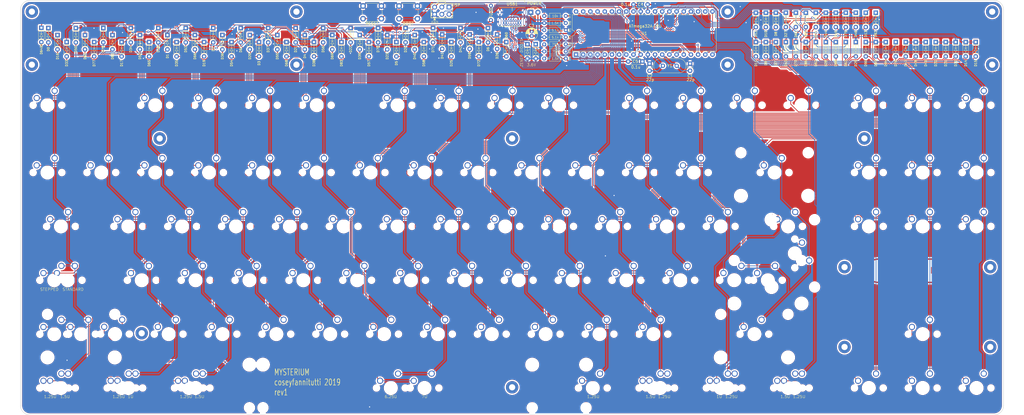
<source format=kicad_pcb>
(kicad_pcb (version 20171130) (host pcbnew "(5.1.6)-1")
  (layers (0 F.Cu signal) (31 B.Cu signal) (34 B.Paste user) (35 F.Paste user) (36 B.SilkS user) (37 F.SilkS user) (38 B.Mask user) (39 F.Mask user) (44 Edge.Cuts user))
  (net 0 "")
  (net 1 GND)
  (net 2 boot)
  (net 3 "Net-(C1-Pad1)")
  (net 4 "Net-(C2-Pad1)")
  (net 5 +5V)
  (net 6 "Net-(D0-Pad2)")
  (net 7 "Net-(D1-Pad2)")
  (net 8 "Net-(D2-Pad2)")
  (net 9 "Net-(D3-Pad2)")
  (net 10 "Net-(D4-Pad2)")
  (net 11 "Net-(D5-Pad2)")
  (net 12 "Net-(D6-Pad2)")
  (net 13 "Net-(D7-Pad2)")
  (net 14 "Net-(D8-Pad2)")
  (net 15 "Net-(D9-Pad2)")
  (net 16 "Net-(D10-Pad2)")
  (net 17 "Net-(D11-Pad2)")
  (net 18 "Net-(D12-Pad2)")
  (net 19 "Net-(D13-Pad2)")
  (net 20 "Net-(D14-Pad2)")
  (net 21 "Net-(D15-Pad2)")
  (net 22 "Net-(D16-Pad2)")
  (net 23 "Net-(D17-Pad2)")
  (net 24 "Net-(D18-Pad2)")
  (net 25 "Net-(D19-Pad2)")
  (net 26 "Net-(D20-Pad2)")
  (net 27 "Net-(D21-Pad2)")
  (net 28 "Net-(D22-Pad2)")
  (net 29 "Net-(D23-Pad2)")
  (net 30 "Net-(D24-Pad2)")
  (net 31 "Net-(D25-Pad2)")
  (net 32 "Net-(D26-Pad2)")
  (net 33 "Net-(D27-Pad2)")
  (net 34 "Net-(D28-Pad2)")
  (net 35 "Net-(D29-Pad2)")
  (net 36 "Net-(D30-Pad2)")
  (net 37 "Net-(D31-Pad2)")
  (net 38 "Net-(D32-Pad2)")
  (net 39 "Net-(D33-Pad2)")
  (net 40 "Net-(D34-Pad2)")
  (net 41 "Net-(D35-Pad2)")
  (net 42 "Net-(D36-Pad2)")
  (net 43 "Net-(D37-Pad2)")
  (net 44 "Net-(D38-Pad2)")
  (net 45 "Net-(D39-Pad2)")
  (net 46 "Net-(D40-Pad2)")
  (net 47 "Net-(D41-Pad2)")
  (net 48 "Net-(D42-Pad2)")
  (net 49 "Net-(D43-Pad2)")
  (net 50 "Net-(D44-Pad2)")
  (net 51 "Net-(D45-Pad2)")
  (net 52 "Net-(D46-Pad2)")
  (net 53 "Net-(D47-Pad2)")
  (net 54 "Net-(D48-Pad2)")
  (net 55 "Net-(D49-Pad2)")
  (net 56 "Net-(D50-Pad2)")
  (net 57 "Net-(D52-Pad2)")
  (net 58 "Net-(D53-Pad2)")
  (net 59 "Net-(D54-Pad2)")
  (net 60 "Net-(D55-Pad2)")
  (net 61 "Net-(D56-Pad2)")
  (net 62 "Net-(D57-Pad2)")
  (net 63 "Net-(D58-Pad2)")
  (net 64 "Net-(D59-Pad2)")
  (net 65 "Net-(D60-Pad2)")
  (net 66 "Net-(D61-Pad2)")
  (net 67 "Net-(D62-Pad2)")
  (net 68 "Net-(D63-Pad2)")
  (net 69 "Net-(D64-Pad2)")
  (net 70 "Net-(D65-Pad2)")
  (net 71 "Net-(D66-Pad2)")
  (net 72 "Net-(D67-Pad2)")
  (net 73 "Net-(D68-Pad2)")
  (net 74 "Net-(D69-Pad2)")
  (net 75 "Net-(D70-Pad2)")
  (net 76 "Net-(D71-Pad2)")
  (net 77 "Net-(D72-Pad2)")
  (net 78 "Net-(D73-Pad2)")
  (net 79 "Net-(D74-Pad2)")
  (net 80 "Net-(D75-Pad2)")
  (net 81 "Net-(D76-Pad2)")
  (net 82 "Net-(D77-Pad2)")
  (net 83 "Net-(D79-Pad2)")
  (net 84 "Net-(D81-Pad2)")
  (net 85 "Net-(D83-Pad2)")
  (net 86 "Net-(D85-Pad2)")
  (net 87 "Net-(D86-Pad2)")
  (net 88 "Net-(D88-Pad2)")
  (net 89 "Net-(D90-Pad2)")
  (net 90 "Net-(D92-Pad2)")
  (net 91 "Net-(D93-Pad2)")
  (net 92 "Net-(D94-Pad2)")
  (net 93 "Net-(D95-Pad1)")
  (net 94 "Net-(D96-Pad1)")
  (net 95 VCC)
  (net 96 MISO)
  (net 97 SCK)
  (net 98 MOSI)
  (net 99 reset)
  (net 100 "Net-(LED1-Pad1)")
  (net 101 "Net-(R1-Pad2)")
  (net 102 "Net-(R2-Pad1)")
  (net 103 D-)
  (net 104 D+)
  (net 105 "Net-(U1-Pad32)")
  (net 106 "Net-(USB1-PadA8)")
  (net 107 "Net-(USB1-PadB8)")
  (net 108 row0)
  (net 109 row1)
  (net 110 row2)
  (net 111 row3)
  (net 112 row4)
  (net 113 row5)
  (net 114 col0)
  (net 115 col2)
  (net 116 col3)
  (net 117 col4)
  (net 118 col5)
  (net 119 col6)
  (net 120 col7)
  (net 121 col8)
  (net 122 col9)
  (net 123 col11)
  (net 124 col12)
  (net 125 col13)
  (net 126 col14)
  (net 127 col15)
  (net 128 col16)
  (net 129 col17)
  (net 130 col1)
  (net 131 col10)
  (net 132 "Net-(U1-Pad22)")
  (net 133 "Net-(U1-Pad23)")
  (net 134 "Net-(D64B1-Pad2)")
  (module cftkb:SW_Cherry_MX1A_1.00u_PCB-NOSCREEN (layer F.Cu) (at 73.090001 168.245)
    (fp_text reference SW64B1)
    (fp_text value KEYSW)
    (pad 1 thru_hole circle (at 0 0) (size 2.2 2.2) (drill 1.5) (layers *.Cu *.Mask) (net 123 col11))
    (pad 2 thru_hole circle (at -6.35 2.54) (size 2.2 2.2) (drill 1.5) (layers *.Cu *.Mask) (net 134 "Net-(D64B1-Pad2)"))
    (pad "" np_thru_hole circle (at -2.54 5.08) (size 4 4) (drill 4) (layers *.Cu *.Mask))
    (pad "" np_thru_hole circle (at -7.62 5.08) (size 1.7 1.7) (drill 1.7) (layers *.Cu *.Mask))
    (pad "" np_thru_hole circle (at 2.54 5.08) (size 1.7 1.7) (drill 1.7) (layers *.Cu *.Mask))
  )
  (module cftkb:D_DO-35_SOD27_P5.08mm_Horizontal (layer F.Cu) (at 44.5 63.73 270)
    (fp_text reference D64B1 (at 8.77 0 90) (layer F.SilkS) (effects (font (size 0.8 0.8))))
    (fp_text value D_Small)
    (pad 2 thru_hole oval (at 6.35 0 270) (size 1.6 1.6) (drill 0.8) (layers *.Cu *.Mask) (net 134 "Net-(D64B1-Pad2)"))
    (pad 1 thru_hole rect (at 1.27 0 270) (size 1.6 1.6) (drill 0.8) (layers *.Cu *.Mask) (net 112 row4))
  )
  (module cftkb:SW_Cherry_MX1A_1.25u_PCBNOSCREEN (layer F.Cu) (at 51.6 168.3)
    (fp_text reference SW64A1)
    (fp_text value KEYSW)
    (pad 1 thru_hole circle (at 0 0) (size 2.2 2.2) (drill 1.5) (layers *.Cu *.Mask) (net 114 col0))
    (pad 2 thru_hole circle (at -6.35 2.54) (size 2.2 2.2) (drill 1.5) (layers *.Cu *.Mask) (net 69 "Net-(D64-Pad2)"))
    (pad "" np_thru_hole circle (at -2.54 5.08) (size 4 4) (drill 4) (layers *.Cu *.Mask))
    (pad "" np_thru_hole circle (at -7.62 5.08) (size 1.7 1.7) (drill 1.7) (layers *.Cu *.Mask))
    (pad "" np_thru_hole circle (at 2.54 5.08) (size 1.7 1.7) (drill 1.7) (layers *.Cu *.Mask))
  )
  (module cftkb:SW_Cherry_MX1A_1.00u_PCB-NOSCREEN (layer F.Cu) (at 292.1 149.2)
    (fp_text reference SW46A1)
    (fp_text value KEYSW)
    (pad 1 thru_hole circle (at 0 0) (size 2.2 2.2) (drill 1.5) (layers *.Cu *.Mask) (net 125 col13))
    (pad 2 thru_hole circle (at -6.35 2.54) (size 2.2 2.2) (drill 1.5) (layers *.Cu *.Mask) (net 52 "Net-(D46-Pad2)"))
    (pad "" np_thru_hole circle (at -2.54 5.08) (size 4 4) (drill 4) (layers *.Cu *.Mask))
    (pad "" np_thru_hole circle (at -7.62 5.08) (size 1.7 1.7) (drill 1.7) (layers *.Cu *.Mask))
    (pad "" np_thru_hole circle (at 2.54 5.08) (size 1.7 1.7) (drill 1.7) (layers *.Cu *.Mask))
  )
  (module cftkb:SW_Cherry_MX1A_2.00u_PCBNOSCREEN (layer F.Cu) (at 316.08 147.34 270)
    (fp_text reference SW63A1)
    (fp_text value KEYSW)
    (pad 1 thru_hole circle (at 0 0 270) (size 2.2 2.2) (drill 1.5) (layers *.Cu *.Mask) (net 125 col13))
    (pad 2 thru_hole circle (at -6.35 2.54 270) (size 2.2 2.2) (drill 1.5) (layers *.Cu *.Mask) (net 68 "Net-(D63-Pad2)"))
    (pad "" np_thru_hole circle (at -2.54 5.08 270) (size 4 4) (drill 4) (layers *.Cu *.Mask))
    (pad "" np_thru_hole circle (at -7.62 5.08 270) (size 1.7 1.7) (drill 1.7) (layers *.Cu *.Mask))
    (pad "" np_thru_hole circle (at 2.54 5.08 270) (size 1.7 1.7) (drill 1.7) (layers *.Cu *.Mask))
    (pad "" np_thru_hole circle (at 9.36 13.32 270) (size 4 4) (drill 4) (layers *.Cu *.Mask))
    (pad "" np_thru_hole circle (at -14.44 13.32 270) (size 4 4) (drill 4) (layers *.Cu *.Mask))
    (pad "" np_thru_hole circle (at -14.44 -1.92 270) (size 3.05 3.05) (drill 3.05) (layers *.Cu *.Mask))
    (pad "" np_thru_hole circle (at 9.36 -1.92 270) (size 3.05 3.05) (drill 3.05) (layers *.Cu *.Mask))
  )
  (module MountingHole:MountingHole_2.2mm_M2_Pad (layer F.Cu) (at 287.2232 78.0635)
    (fp_text reference REF**)
    (fp_text value MountingHole_2.2mm_M2_Pad)
    (pad 1 thru_hole circle (at 0 0) (size 4.4 4.4) (drill 2.2) (layers *.Cu *.Mask))
  )
  (module MountingHole:MountingHole_2.2mm_M2_Pad (layer F.Cu) (at 134.7343 78.0635)
    (fp_text reference REF**)
    (fp_text value MountingHole_2.2mm_M2_Pad)
    (pad 1 thru_hole circle (at 0 0) (size 4.4 4.4) (drill 2.2) (layers *.Cu *.Mask))
  )
  (module logos:MYSTERIUM_36MM_COPPER (layer F.Cu) (at 354.34205 150.7617)
    (fp_text reference G*** hide)
    (fp_text value LOGO hide)
    (fp_poly (pts (xy -5.079707 -1.167798) (xy -4.932622 -1.1498) (xy -4.797204 -1.119096) (xy -4.720794 -1.090549) (xy -4.637784 -1.034639) (xy -4.605313 -0.964059) (xy -4.601449 -0.900939) (xy -4.605921 -0.819826) (xy -4.62897 -0.783037) (xy -4.685047 -0.787053) (xy -4.7886 -0.828351) (xy -4.827502 -0.845858) (xy -5.017684 -0.906462) (xy -5.192264 -0.914247) (xy -5.339544 -0.872374) (xy -5.447826 -0.784006) (xy -5.503203 -0.663201) (xy -5.509053 -0.557145) (xy -5.472364 -0.459899) (xy -5.386238 -0.363818) (xy -5.243778 -0.261256) (xy -5.038087 -0.144568) (xy -5.032831 -0.141801) (xy -4.843914 -0.035006) (xy -4.693341 0.065188) (xy -4.594385 0.149719) (xy -4.578379 0.168495) (xy -4.486773 0.344349) (xy -4.458716 0.535366) (xy -4.490384 0.727016) (xy -4.577955 0.90477) (xy -4.717608 1.054099) (xy -4.830545 1.127007) (xy -4.961248 1.16987) (xy -5.135105 1.194538) (xy -5.323605 1.199679) (xy -5.498234 1.183958) (xy -5.589147 1.162466) (xy -5.757312 1.088478) (xy -5.856442 0.997698) (xy -5.889834 0.887074) (xy -5.889855 0.883908) (xy -5.882194 0.799022) (xy -5.850567 0.764179) (xy -5.782008 0.775873) (xy -5.673705 0.825458) (xy -5.463319 0.907124) (xy -5.264896 0.939118) (xy -5.088365 0.92429) (xy -4.943654 0.86549) (xy -4.840693 0.765567) (xy -4.78941 0.627369) (xy -4.785507 0.57058) (xy -4.806817 0.453613) (xy -4.875784 0.346721) (xy -4.999966 0.242166) (xy -5.18692 0.132213) (xy -5.240335 0.104977) (xy -5.461921 -0.014693) (xy -5.621275 -0.125556) (xy -5.727209 -0.238118) (xy -5.788535 -0.362888) (xy -5.814064 -0.510372) (xy -5.816232 -0.581714) (xy -5.784084 -0.780597) (xy -5.68722 -0.944902) (xy -5.525013 -1.075607) (xy -5.48463 -1.097825) (xy -5.372198 -1.147283) (xy -5.263833 -1.169546) (xy -5.125858 -1.170433) (xy -5.079707 -1.167798)) (layer F.Cu) (width 0.01))
    (fp_poly (pts (xy 6.921388 -0.322102) (xy 6.922268 -0.049449) (xy 6.924825 0.160417) (xy 6.929847 0.318324) (xy 6.938121 0.435105) (xy 6.950433 0.521589) (xy 6.967572 0.588606) (xy 6.990325 0.646986) (xy 6.992119 0.650964) (xy 7.097303 0.801777) (xy 7.250059 0.896653) (xy 7.449445 0.935034) (xy 7.472754 0.935759) (xy 7.683718 0.911259) (xy 7.84895 0.829266) (xy 7.960182 0.704292) (xy 7.986802 0.658064) (xy 8.007248 0.609127) (xy 8.022505 0.5472) (xy 8.033557 0.462005) (xy 8.04139 0.343263) (xy 8.046987 0.180695) (xy 8.051333 -0.035979) (xy 8.054984 -0.28529) (xy 8.066634 -1.14116) (xy 8.360972 -1.14116) (xy 8.337826 0.650224) (xy 8.227063 0.829256) (xy 8.084711 0.992749) (xy 7.89451 1.113838) (xy 7.671871 1.187779) (xy 7.432204 1.209832) (xy 7.190922 1.175252) (xy 7.146121 1.161874) (xy 6.943861 1.058497) (xy 6.780926 0.897422) (xy 6.695877 0.754638) (xy 6.67394 0.700065) (xy 6.657192 0.636472) (xy 6.644939 0.5536) (xy 6.636488 0.441189) (xy 6.631146 0.288981) (xy 6.628222 0.086716) (xy 6.627022 -0.175865) (xy 6.626895 -0.266884) (xy 6.626087 -1.14116) (xy 6.92058 -1.14116) (xy 6.921388 -0.322102)) (layer F.Cu) (width 0.01))
    (fp_poly (pts (xy -11.851226 -1.122979) (xy -11.771694 -1.078515) (xy -11.770058 -1.076739) (xy -11.740825 -1.02567) (xy -11.68923 -0.916145) (xy -11.619666 -0.758295) (xy -11.536526 -0.562255) (xy -11.444204 -0.338158) (xy -11.370886 -0.156031) (xy -11.276854 0.076339) (xy -11.190686 0.282545) (xy -11.116281 0.453791) (xy -11.057543 0.581279) (xy -11.018371 0.656214) (xy -11.003545 0.672229) (xy -10.98288 0.631617) (xy -10.93871 0.532458) (xy -10.875164 0.384448) (xy -10.79637 0.197282) (xy -10.706458 -0.019348) (xy -10.638817 -0.184058) (xy -10.541694 -0.418453) (xy -10.450534 -0.632626) (xy -10.369918 -0.816266) (xy -10.304429 -0.959068) (xy -10.258648 -1.050721) (xy -10.241298 -1.078362) (xy -10.186096 -1.118305) (xy -10.100576 -1.134897) (xy -9.977971 -1.13358) (xy -9.773478 -1.122754) (xy -9.763751 0.027609) (xy -9.754024 1.177971) (xy -10.049565 1.177971) (xy -10.049565 0.159517) (xy -10.050487 -0.104045) (xy -10.053089 -0.340373) (xy -10.057128 -0.540424) (xy -10.062359 -0.695153) (xy -10.068538 -0.795518) (xy -10.07542 -0.832474) (xy -10.076349 -0.832154) (xy -10.096405 -0.792283) (xy -10.139875 -0.692824) (xy -10.203076 -0.542644) (xy -10.282324 -0.350609) (xy -10.373935 -0.125585) (xy -10.474226 0.12356) (xy -10.495638 0.177097) (xy -10.888144 1.159565) (xy -11.022045 1.171051) (xy -11.099025 1.173662) (xy -11.148806 1.154679) (xy -11.189689 1.098755) (xy -11.239975 0.990544) (xy -11.24153 0.986993) (xy -11.279762 0.895584) (xy -11.339237 0.748339) (xy -11.414837 0.558166) (xy -11.501446 0.337969) (xy -11.593946 0.100658) (xy -11.636238 -0.00856) (xy -11.945362 -0.808568) (xy -11.963768 0.175498) (xy -11.982174 1.159565) (xy -12.11233 1.17052) (xy -12.206136 1.171061) (xy -12.265101 1.158007) (xy -12.26878 1.155182) (xy -12.277704 1.110383) (xy -12.284764 1.003242) (xy -12.290021 0.845014) (xy -12.293534 0.646956) (xy -12.295362 0.420324) (xy -12.295565 0.176373) (xy -12.294204 -0.073641) (xy -12.291338 -0.318462) (xy -12.287026 -0.546834) (xy -12.281329 -0.747501) (xy -12.274305 -0.909208) (xy -12.266016 -1.020697) (xy -12.256966 -1.069956) (xy -12.195072 -1.11711) (xy -12.089257 -1.141909) (xy -11.965861 -1.143988) (xy -11.851226 -1.122979)) (layer F.Cu) (width 0.01))
    (fp_poly (pts (xy -8.074807 -0.782246) (xy -7.993386 -0.608168) (xy -7.912775 -0.434581) (xy -7.844877 -0.287174) (xy -7.816318 -0.224469) (xy -7.726407 -0.025605) (xy -7.568735 -0.371716) (xy -7.48798 -0.546875) (xy -7.404631 -0.724197) (xy -7.331955 -0.875579) (xy -7.305399 -0.929493) (xy -7.246015 -1.043896) (xy -7.200069 -1.107218) (xy -7.148748 -1.134562) (xy -7.07324 -1.141031) (xy -7.041752 -1.14116) (xy -6.945614 -1.137258) (xy -6.889609 -1.127435) (xy -6.883768 -1.122386) (xy -6.89952 -1.085355) (xy -6.94356 -0.992461) (xy -7.011066 -0.853598) (xy -7.097216 -0.678658) (xy -7.197186 -0.477537) (xy -7.233478 -0.404928) (xy -7.583188 0.293757) (xy -7.583188 1.177971) (xy -7.877681 1.177971) (xy -7.877681 0.293757) (xy -8.227391 -0.404928) (xy -8.330963 -0.612699) (xy -8.422354 -0.797653) (xy -8.496742 -0.949896) (xy -8.549304 -1.059535) (xy -8.575218 -1.116675) (xy -8.577102 -1.122386) (xy -8.544158 -1.133552) (xy -8.460751 -1.140275) (xy -8.410244 -1.14116) (xy -8.243386 -1.14116) (xy -8.074807 -0.782246)) (layer F.Cu) (width 0.01))
    (fp_poly (pts (xy -2.60442 -1.132635) (xy -1.748551 -1.122754) (xy -1.748551 -0.901884) (xy -2.418015 -0.880868) (xy -2.442092 -0.191956) (xy -2.450072 0.055513) (xy -2.456947 0.305219) (xy -2.462241 0.536916) (xy -2.46548 0.730358) (xy -2.466273 0.837464) (xy -2.466377 1.177971) (xy -2.76087 1.177971) (xy -2.76087 -0.883478) (xy -3.46029 -0.883478) (xy -3.46029 -1.142516) (xy -2.60442 -1.132635)) (layer F.Cu) (width 0.01))
    (fp_poly (pts (xy 0.69255 -1.021522) (xy 0.681014 -0.901884) (xy 0.211667 -0.891581) (xy -0.257681 -0.881279) (xy -0.257681 -0.149658) (xy 0.156449 -0.139249) (xy 0.57058 -0.128841) (xy 0.57058 0.055217) (xy 0.156449 0.065626) (xy -0.257681 0.076034) (xy -0.257681 0.92029) (xy 0.21817 0.92029) (xy 0.414822 0.921258) (xy 0.549765 0.925208) (xy 0.634899 0.933703) (xy 0.682124 0.948311) (xy 0.70334 0.970597) (xy 0.70783 0.98471) (xy 0.711581 1.078751) (xy 0.706236 1.113551) (xy 0.694256 1.137586) (xy 0.664542 1.154823) (xy 0.606488 1.166369) (xy 0.509486 1.173332) (xy 0.36293 1.176817) (xy 0.156215 1.177932) (xy 0.089031 1.177971) (xy -0.135348 1.177384) (xy -0.297258 1.174797) (xy -0.407848 1.168968) (xy -0.478268 1.158658) (xy -0.519668 1.142625) (xy -0.543197 1.119629) (xy -0.550879 1.106768) (xy -0.56014 1.053629) (xy -0.56831 0.938522) (xy -0.575306 0.773092) (xy -0.581043 0.568988) (xy -0.585437 0.337856) (xy -0.588406 0.091343) (xy -0.589864 -0.158903) (xy -0.589728 -0.401235) (xy -0.587915 -0.624007) (xy -0.58434 -0.81557) (xy -0.578919 -0.964278) (xy -0.571569 -1.058484) (xy -0.566641 -1.082931) (xy -0.549308 -1.104552) (xy -0.509617 -1.120177) (xy -0.437337 -1.130729) (xy -0.322237 -1.137129) (xy -0.154086 -1.140299) (xy 0.077346 -1.141159) (xy 0.079894 -1.14116) (xy 0.704085 -1.14116) (xy 0.69255 -1.021522)) (layer F.Cu) (width 0.01))
    (fp_poly (pts (xy 2.518414 -1.136357) (xy 2.560288 -1.135207) (xy 2.766227 -1.126928) (xy 2.915532 -1.113978) (xy 3.025161 -1.093808) (xy 3.112073 -1.063872) (xy 3.147391 -1.046998) (xy 3.278709 -0.9442) (xy 3.384593 -0.796527) (xy 3.448367 -0.631328) (xy 3.459481 -0.535171) (xy 3.427364 -0.360465) (xy 3.343563 -0.194866) (xy 3.223209 -0.065268) (xy 3.178087 -0.035007) (xy 3.036956 0.046172) (xy 3.151772 0.16784) (xy 3.202053 0.238576) (xy 3.266729 0.354089) (xy 3.339167 0.499276) (xy 3.412733 0.659032) (xy 3.480792 0.818255) (xy 3.536712 0.961839) (xy 3.573857 1.074681) (xy 3.585594 1.141677) (xy 3.583306 1.150362) (xy 3.538995 1.168114) (xy 3.450348 1.177519) (xy 3.424524 1.177971) (xy 3.282668 1.177971) (xy 3.18197 0.911087) (xy 3.079039 0.652305) (xy 2.986946 0.456959) (xy 2.898881 0.317007) (xy 2.808033 0.224407) (xy 2.707591 0.17112) (xy 2.590746 0.149103) (xy 2.535036 0.147246) (xy 2.355942 0.147246) (xy 2.355942 1.177971) (xy 2.214831 1.177971) (xy 2.117552 1.17209) (xy 2.055282 1.15754) (xy 2.049179 1.15343) (xy 2.04293 1.111715) (xy 2.037267 1.005787) (xy 2.032402 0.845057) (xy 2.028544 0.638934) (xy 2.025904 0.396827) (xy 2.024693 0.128146) (xy 2.024638 0.056118) (xy 2.025033 -0.110435) (xy 2.355942 -0.110435) (xy 2.589774 -0.110435) (xy 2.745189 -0.118015) (xy 2.857266 -0.145308) (xy 2.948201 -0.1944) (xy 3.068055 -0.308576) (xy 3.120811 -0.448466) (xy 3.113726 -0.603567) (xy 3.062175 -0.732261) (xy 2.960306 -0.819796) (xy 2.802726 -0.869136) (xy 2.60442 -0.883341) (xy 2.355942 -0.883478) (xy 2.355942 -0.110435) (xy 2.025033 -0.110435) (xy 2.025422 -0.274388) (xy 2.027965 -0.537989) (xy 2.032547 -0.741388) (xy 2.039452 -0.89129) (xy 2.04896 -0.994397) (xy 2.061354 -1.057413) (xy 2.072535 -1.082156) (xy 2.100893 -1.110048) (xy 2.146157 -1.127945) (xy 2.221829 -1.137317) (xy 2.341414 -1.139631) (xy 2.518414 -1.136357)) (layer F.Cu) (width 0.01))
    (fp_poly (pts (xy 5.153623 1.177971) (xy 4.85913 1.177971) (xy 4.85913 -1.14116) (xy 5.153623 -1.14116) (xy 5.153623 1.177971)) (layer F.Cu) (width 0.01))
    (fp_poly (pts (xy 10.153995 -1.13177) (xy 10.259992 -1.100764) (xy 10.301437 -1.073346) (xy 10.33362 -1.020838) (xy 10.387413 -0.909991) (xy 10.458231 -0.751268) (xy 10.541487 -0.555135) (xy 10.632595 -0.332057) (xy 10.692638 -0.180665) (xy 10.784119 0.051137) (xy 10.867783 0.260213) (xy 10.939606 0.43674) (xy 10.995561 0.570894) (xy 11.031624 0.652849) (xy 11.042681 0.673697) (xy 11.063131 0.649194) (xy 11.106962 0.564961) (xy 11.170245 0.429635) (xy 11.249048 0.251855) (xy 11.339443 0.040261) (xy 11.427878 -0.17297) (xy 11.527501 -0.412722) (xy 11.621099 -0.631047) (xy 11.704286 -0.818256) (xy 11.772678 -0.964663) (xy 11.821889 -1.060582) (xy 11.845318 -1.095145) (xy 11.923946 -1.126284) (xy 12.037699 -1.139657) (xy 12.157436 -1.135555) (xy 12.254016 -1.114268) (xy 12.29112 -1.090704) (xy 12.304228 -1.047728) (xy 12.314091 -0.951675) (xy 12.320823 -0.798478) (xy 12.324538 -0.584069) (xy 12.325348 -0.30438) (xy 12.323368 0.044659) (xy 12.323236 0.059658) (xy 12.313478 1.159565) (xy 12.018985 1.159565) (xy 12.00058 0.166032) (xy 11.982174 -0.8275) (xy 11.578681 0.175235) (xy 11.175189 1.177971) (xy 10.902766 1.177971) (xy 10.618167 0.450942) (xy 10.525953 0.215398) (xy 10.435996 -0.014339) (xy 10.354234 -0.223111) (xy 10.286601 -0.39576) (xy 10.239036 -0.517126) (xy 10.234324 -0.529144) (xy 10.13508 -0.782202) (xy 10.110728 -0.219596) (xy 10.101597 0.021987) (xy 10.094027 0.280618) (xy 10.08873 0.527578) (xy 10.086421 0.734146) (xy 10.086377 0.76049) (xy 10.086377 1.177971) (xy 9.791884 1.177971) (xy 9.791884 0.06258) (xy 9.792766 -0.28239) (xy 9.795546 -0.558986) (xy 9.800422 -0.772436) (xy 9.807594 -0.92797) (xy 9.817261 -1.030818) (xy 9.829622 -1.086208) (xy 9.836058 -1.096986) (xy 9.912326 -1.131389) (xy 10.028206 -1.142481) (xy 10.153995 -1.13177)) (layer F.Cu) (width 0.01))
    (fp_line (start -13.925 -3.95) (end 13.95 -3.95) (layer F.Cu) (width 0.5))
    (fp_line (start -13.7022 4.31) (end 14.1728 4.31) (layer F.Cu) (width 0.5))
    (fp_arc (start 14.0614 0.18) (end 14.1728 4.31) (angle -180) (layer F.Cu) (width 0.5))
    (fp_arc (start -13.8136 0.18) (end -13.925 -3.95) (angle -180) (layer F.Cu) (width 0.5))
  )
  (module logos:MYSTERIUM_36MM_MASK (layer F.Cu) (at 354.34205 150.7617)
    (fp_text reference G*** hide)
    (fp_text value LOGO hide)
  )
  (module cftkb:SW_Cherry_MX1A_2.75u_PCB_NOSCREEN (layer F.Cu) (at 299.24375 168.28135)
    (fp_text reference SW75)
    (fp_text value KEYSW)
    (pad 1 thru_hole circle (at 0 0) (size 2.2 2.2) (drill 1.5) (layers *.Cu *.Mask) (net 125 col13))
    (pad 2 thru_hole circle (at -6.35 2.54) (size 2.2 2.2) (drill 1.5) (layers *.Cu *.Mask) (net 80 "Net-(D75-Pad2)"))
    (pad "" np_thru_hole circle (at -2.54 5.08) (size 4 4) (drill 4) (layers *.Cu *.Mask))
    (pad "" np_thru_hole circle (at -7.62 5.08) (size 1.7 1.7) (drill 1.7) (layers *.Cu *.Mask))
    (pad "" np_thru_hole circle (at 2.54 5.08) (size 1.7 1.7) (drill 1.7) (layers *.Cu *.Mask))
    (pad "" np_thru_hole circle (at 9.36 13.32) (size 4 4) (drill 4) (layers *.Cu *.Mask))
    (pad "" np_thru_hole circle (at -14.44 13.32) (size 4 4) (drill 4) (layers *.Cu *.Mask))
    (pad "" np_thru_hole circle (at -14.44 -1.92) (size 3.05 3.05) (drill 3.05) (layers *.Cu *.Mask))
    (pad "" np_thru_hole circle (at 9.36 -1.92) (size 3.05 3.05) (drill 3.05) (layers *.Cu *.Mask))
  )
  (module cftkb:SW_Cherry_MX1A_2.25u_PCBNOSCREEN (layer F.Cu) (at 304.00625 149.225)
    (fp_text reference SW63)
    (fp_text value KEYSW)
    (pad "" np_thru_hole circle (at 9.36 -1.92) (size 3.05 3.05) (drill 3.05) (layers *.Cu *.Mask))
    (pad "" np_thru_hole circle (at -14.44 -1.92) (size 3.05 3.05) (drill 3.05) (layers *.Cu *.Mask))
    (pad "" np_thru_hole circle (at -14.44 13.32) (size 4 4) (drill 4) (layers *.Cu *.Mask))
    (pad "" np_thru_hole circle (at 9.36 13.32) (size 4 4) (drill 4) (layers *.Cu *.Mask))
    (pad "" np_thru_hole circle (at 2.54 5.08) (size 1.7 1.7) (drill 1.7) (layers *.Cu *.Mask))
    (pad "" np_thru_hole circle (at -7.62 5.08) (size 1.7 1.7) (drill 1.7) (layers *.Cu *.Mask))
    (pad "" np_thru_hole circle (at -2.54 5.08) (size 4 4) (drill 4) (layers *.Cu *.Mask))
    (pad 2 thru_hole circle (at -6.35 2.54) (size 2.2 2.2) (drill 1.5) (layers *.Cu *.Mask) (net 68 "Net-(D63-Pad2)"))
    (pad 1 thru_hole circle (at 0 0) (size 2.2 2.2) (drill 1.5) (layers *.Cu *.Mask) (net 125 col13))
  )
  (module cftkb:D_DO-35_SOD27_P5.08mm_Horizontal (layer F.Cu) (at 311.36541 68.784948 270)
    (fp_text reference D73 (at 8.77 0 90) (layer F.SilkS) (effects (font (size 0.8 0.8))))
    (fp_text value D_Small)
    (pad 2 thru_hole oval (at 6.35 0 270) (size 1.6 1.6) (drill 0.8) (layers *.Cu *.Mask) (net 78 "Net-(D73-Pad2)"))
    (pad 1 thru_hole rect (at 1.27 0 270) (size 1.6 1.6) (drill 0.8) (layers *.Cu *.Mask) (net 112 row4))
  )
  (module cftkb:D_DO-35_SOD27_P5.08mm_Horizontal (layer F.Cu) (at 72.896866 68.784948 270)
    (fp_text reference D17 (at 8.77 0 90) (layer F.SilkS) (effects (font (size 0.8 0.8))))
    (fp_text value D_Small)
    (pad 2 thru_hole oval (at 6.35 0 270) (size 1.6 1.6) (drill 0.8) (layers *.Cu *.Mask) (net 23 "Net-(D17-Pad2)"))
    (pad 1 thru_hole rect (at 1.27 0 270) (size 1.6 1.6) (drill 0.8) (layers *.Cu *.Mask) (net 109 row1))
  )
  (module cftkb:D_DO-35_SOD27_P5.08mm_Horizontal (layer F.Cu) (at 108.530629 66.304655 270)
    (fp_text reference D36 (at 8.77 0 90) (layer F.SilkS) (effects (font (size 0.8 0.8))))
    (fp_text value D_Small)
    (pad 2 thru_hole oval (at 6.35 0 270) (size 1.6 1.6) (drill 0.8) (layers *.Cu *.Mask) (net 42 "Net-(D36-Pad2)"))
    (pad 1 thru_hole rect (at 1.27 0 270) (size 1.6 1.6) (drill 0.8) (layers *.Cu *.Mask) (net 110 row2))
  )
  (module cftkb:D_DO-35_SOD27_P5.08mm_Horizontal (layer F.Cu) (at 321.967188 68.784948 270)
    (fp_text reference D28 (at 8.77 0 90) (layer F.SilkS) (effects (font (size 0.8 0.8))))
    (fp_text value D_Small)
    (pad 2 thru_hole oval (at 6.35 0 270) (size 1.6 1.6) (drill 0.8) (layers *.Cu *.Mask) (net 34 "Net-(D28-Pad2)"))
    (pad 1 thru_hole rect (at 1.27 0 270) (size 1.6 1.6) (drill 0.8) (layers *.Cu *.Mask) (net 109 row1))
  )
  (module cftkb:D_DO-35_SOD27_P5.08mm_Horizontal (layer F.Cu) (at 343.170744 68.784948 270)
    (fp_text reference D94 (at 8.77 0 90) (layer F.SilkS) (effects (font (size 0.8 0.8))))
    (fp_text value D_Small)
    (pad 2 thru_hole oval (at 6.35 0 270) (size 1.6 1.6) (drill 0.8) (layers *.Cu *.Mask) (net 92 "Net-(D94-Pad2)"))
    (pad 1 thru_hole rect (at 1.27 0 270) (size 1.6 1.6) (drill 0.8) (layers *.Cu *.Mask) (net 113 row5))
  )
  (module cftkb:D_DO-35_SOD27_P5.08mm_Horizontal (layer F.Cu) (at 339.636818 68.784948 270)
    (fp_text reference D93 (at 8.77 0 90) (layer F.SilkS) (effects (font (size 0.8 0.8))))
    (fp_text value D_Small)
    (pad 2 thru_hole oval (at 6.35 0 270) (size 1.6 1.6) (drill 0.8) (layers *.Cu *.Mask) (net 91 "Net-(D93-Pad2)"))
    (pad 1 thru_hole rect (at 1.27 0 270) (size 1.6 1.6) (drill 0.8) (layers *.Cu *.Mask) (net 113 row5))
  )
  (module cftkb:D_DO-35_SOD27_P5.08mm_Horizontal (layer F.Cu) (at 339.636818 58.410499 270)
    (fp_text reference D92 (at 8.77 0 90) (layer F.SilkS) (effects (font (size 0.8 0.8))))
    (fp_text value D_Small)
    (pad 2 thru_hole oval (at 6.35 0 270) (size 1.6 1.6) (drill 0.8) (layers *.Cu *.Mask) (net 90 "Net-(D92-Pad2)"))
    (pad 1 thru_hole rect (at 1.27 0 270) (size 1.6 1.6) (drill 0.8) (layers *.Cu *.Mask) (net 113 row5))
  )
  (module cftkb:D_DO-35_SOD27_P5.08mm_Horizontal (layer F.Cu) (at 336.102892 68.784948 270)
    (fp_text reference D90 (at 8.77 0 90) (layer F.SilkS) (effects (font (size 0.8 0.8))))
    (fp_text value D_Small)
    (pad 2 thru_hole oval (at 6.35 0 270) (size 1.6 1.6) (drill 0.8) (layers *.Cu *.Mask) (net 89 "Net-(D90-Pad2)"))
    (pad 1 thru_hole rect (at 1.27 0 270) (size 1.6 1.6) (drill 0.8) (layers *.Cu *.Mask) (net 113 row5))
  )
  (module cftkb:D_DO-35_SOD27_P5.08mm_Horizontal (layer F.Cu) (at 325.501114 68.784948 270)
    (fp_text reference D88 (at 8.77 0 90) (layer F.SilkS) (effects (font (size 0.8 0.8))))
    (fp_text value D_Small)
    (pad 2 thru_hole oval (at 6.35 0 270) (size 1.6 1.6) (drill 0.8) (layers *.Cu *.Mask) (net 88 "Net-(D88-Pad2)"))
    (pad 1 thru_hole rect (at 1.27 0 270) (size 1.6 1.6) (drill 0.8) (layers *.Cu *.Mask) (net 113 row5))
  )
  (module cftkb:D_DO-35_SOD27_P5.08mm_Horizontal (layer F.Cu) (at 314.899336 68.784948 270)
    (fp_text reference D86 (at 8.77 0 90) (layer F.SilkS) (effects (font (size 0.8 0.8))))
    (fp_text value D_Small)
    (pad 2 thru_hole oval (at 6.35 0 270) (size 1.6 1.6) (drill 0.8) (layers *.Cu *.Mask) (net 87 "Net-(D86-Pad2)"))
    (pad 1 thru_hole rect (at 1.27 0 270) (size 1.6 1.6) (drill 0.8) (layers *.Cu *.Mask) (net 113 row5))
  )
  (module cftkb:D_DO-35_SOD27_P5.08mm_Horizontal (layer F.Cu) (at 314.899336 58.410499 270)
    (fp_text reference D85 (at 8.77 0 90) (layer F.SilkS) (effects (font (size 0.8 0.8))))
    (fp_text value D_Small)
    (pad 2 thru_hole oval (at 6.35 0 270) (size 1.6 1.6) (drill 0.8) (layers *.Cu *.Mask) (net 86 "Net-(D85-Pad2)"))
    (pad 1 thru_hole rect (at 1.27 0 270) (size 1.6 1.6) (drill 0.8) (layers *.Cu *.Mask) (net 113 row5))
  )
  (module cftkb:D_DO-35_SOD27_P5.08mm_Horizontal (layer F.Cu) (at 150.643258 68.784948 270)
    (fp_text reference D83 (at 8.77 0 90) (layer F.SilkS) (effects (font (size 0.8 0.8))))
    (fp_text value D_Small)
    (pad 2 thru_hole oval (at 6.35 0 270) (size 1.6 1.6) (drill 0.8) (layers *.Cu *.Mask) (net 85 "Net-(D83-Pad2)"))
    (pad 1 thru_hole rect (at 1.27 0 270) (size 1.6 1.6) (drill 0.8) (layers *.Cu *.Mask) (net 113 row5))
  )
  (module cftkb:D_DO-35_SOD27_P5.08mm_Horizontal (layer F.Cu) (at 69.657433 66.304655 270)
    (fp_text reference D81 (at 8.77 0 90) (layer F.SilkS) (effects (font (size 0.8 0.8))))
    (fp_text value D_Small)
    (pad 2 thru_hole oval (at 6.35 0 270) (size 1.6 1.6) (drill 0.8) (layers *.Cu *.Mask) (net 84 "Net-(D81-Pad2)"))
    (pad 1 thru_hole rect (at 1.27 0 270) (size 1.6 1.6) (drill 0.8) (layers *.Cu *.Mask) (net 113 row5))
  )
  (module cftkb:D_DO-35_SOD27_P5.08mm_Horizontal (layer F.Cu) (at 66.418 63.824362 270)
    (fp_text reference D79 (at 8.77 0 90) (layer F.SilkS) (effects (font (size 0.8 0.8))))
    (fp_text value D_Small)
    (pad 2 thru_hole oval (at 6.35 0 270) (size 1.6 1.6) (drill 0.8) (layers *.Cu *.Mask) (net 83 "Net-(D79-Pad2)"))
    (pad 1 thru_hole rect (at 1.27 0 270) (size 1.6 1.6) (drill 0.8) (layers *.Cu *.Mask) (net 113 row5))
  )
  (module cftkb:D_DO-35_SOD27_P5.08mm_Horizontal (layer F.Cu) (at 63.178567 68.784948 270)
    (fp_text reference D77 (at 8.77 0 90) (layer F.SilkS) (effects (font (size 0.8 0.8))))
    (fp_text value D_Small)
    (pad 2 thru_hole oval (at 6.35 0 270) (size 1.6 1.6) (drill 0.8) (layers *.Cu *.Mask) (net 82 "Net-(D77-Pad2)"))
    (pad 1 thru_hole rect (at 1.27 0 270) (size 1.6 1.6) (drill 0.8) (layers *.Cu *.Mask) (net 113 row5))
  )
  (module cftkb:D_DO-35_SOD27_P5.08mm_Horizontal (layer F.Cu) (at 346.70467 68.784948 270)
    (fp_text reference D76 (at 8.77 0 90) (layer F.SilkS) (effects (font (size 0.8 0.8))))
    (fp_text value D_Small)
    (pad 2 thru_hole oval (at 6.35 0 270) (size 1.6 1.6) (drill 0.8) (layers *.Cu *.Mask) (net 81 "Net-(D76-Pad2)"))
    (pad 1 thru_hole rect (at 1.27 0 270) (size 1.6 1.6) (drill 0.8) (layers *.Cu *.Mask) (net 112 row4))
  )
  (module cftkb:D_DO-35_SOD27_P5.08mm_Horizontal (layer F.Cu) (at 329.03504 58.410499 270)
    (fp_text reference D75 (at 8.77 0 90) (layer F.SilkS) (effects (font (size 0.8 0.8))))
    (fp_text value D_Small)
    (pad 2 thru_hole oval (at 6.35 0 270) (size 1.6 1.6) (drill 0.8) (layers *.Cu *.Mask) (net 80 "Net-(D75-Pad2)"))
    (pad 1 thru_hole rect (at 1.27 0 270) (size 1.6 1.6) (drill 0.8) (layers *.Cu *.Mask) (net 112 row4))
  )
  (module cftkb:D_DO-35_SOD27_P5.08mm_Horizontal (layer F.Cu) (at 318.433262 58.410499 270)
    (fp_text reference D74 (at 8.77 0 90) (layer F.SilkS) (effects (font (size 0.8 0.8))))
    (fp_text value D_Small)
    (pad 2 thru_hole oval (at 6.35 0 270) (size 1.6 1.6) (drill 0.8) (layers *.Cu *.Mask) (net 79 "Net-(D74-Pad2)"))
    (pad 1 thru_hole rect (at 1.27 0 270) (size 1.6 1.6) (drill 0.8) (layers *.Cu *.Mask) (net 112 row4))
  )
  (module cftkb:D_DO-35_SOD27_P5.08mm_Horizontal (layer F.Cu) (at 199.234783 68.784948 270)
    (fp_text reference D72 (at 8.77 0 90) (layer F.SilkS) (effects (font (size 0.8 0.8))))
    (fp_text value D_Small)
    (pad 2 thru_hole oval (at 6.35 0 270) (size 1.6 1.6) (drill 0.8) (layers *.Cu *.Mask) (net 77 "Net-(D72-Pad2)"))
    (pad 1 thru_hole rect (at 1.27 0 270) (size 1.6 1.6) (drill 0.8) (layers *.Cu *.Mask) (net 112 row4))
  )
  (module cftkb:D_DO-35_SOD27_P5.08mm_Horizontal (layer F.Cu) (at 183.037588 63.824362 270)
    (fp_text reference D71 (at 8.77 0 90) (layer F.SilkS) (effects (font (size 0.8 0.8))))
    (fp_text value D_Small)
    (pad 2 thru_hole oval (at 6.35 0 270) (size 1.6 1.6) (drill 0.8) (layers *.Cu *.Mask) (net 76 "Net-(D71-Pad2)"))
    (pad 1 thru_hole rect (at 1.27 0 270) (size 1.6 1.6) (drill 0.8) (layers *.Cu *.Mask) (net 112 row4))
  )
  (module cftkb:D_DO-35_SOD27_P5.08mm_Horizontal (layer F.Cu) (at 163.60099 63.824362 270)
    (fp_text reference D70 (at 8.77 0 90) (layer F.SilkS) (effects (font (size 0.8 0.8))))
    (fp_text value D_Small)
    (pad 2 thru_hole oval (at 6.35 0 270) (size 1.6 1.6) (drill 0.8) (layers *.Cu *.Mask) (net 75 "Net-(D70-Pad2)"))
    (pad 1 thru_hole rect (at 1.27 0 270) (size 1.6 1.6) (drill 0.8) (layers *.Cu *.Mask) (net 112 row4))
  )
  (module cftkb:D_DO-35_SOD27_P5.08mm_Horizontal (layer F.Cu) (at 147.403825 66.304655 270)
    (fp_text reference D69 (at 8.77 0 90) (layer F.SilkS) (effects (font (size 0.8 0.8))))
    (fp_text value D_Small)
    (pad 2 thru_hole oval (at 6.35 0 270) (size 1.6 1.6) (drill 0.8) (layers *.Cu *.Mask) (net 74 "Net-(D69-Pad2)"))
    (pad 1 thru_hole rect (at 1.27 0 270) (size 1.6 1.6) (drill 0.8) (layers *.Cu *.Mask) (net 112 row4))
  )
  (module cftkb:D_DO-35_SOD27_P5.08mm_Horizontal (layer F.Cu) (at 131.20666 68.784948 270)
    (fp_text reference D68 (at 8.77 0 90) (layer F.SilkS) (effects (font (size 0.8 0.8))))
    (fp_text value D_Small)
    (pad 2 thru_hole oval (at 6.35 0 270) (size 1.6 1.6) (drill 0.8) (layers *.Cu *.Mask) (net 73 "Net-(D68-Pad2)"))
    (pad 1 thru_hole rect (at 1.27 0 270) (size 1.6 1.6) (drill 0.8) (layers *.Cu *.Mask) (net 112 row4))
  )
  (module cftkb:D_DO-35_SOD27_P5.08mm_Horizontal (layer F.Cu) (at 115.009495 63.824362 270)
    (fp_text reference D67 (at 8.77 0 90) (layer F.SilkS) (effects (font (size 0.8 0.8))))
    (fp_text value D_Small)
    (pad 2 thru_hole oval (at 6.35 0 270) (size 1.6 1.6) (drill 0.8) (layers *.Cu *.Mask) (net 72 "Net-(D67-Pad2)"))
    (pad 1 thru_hole rect (at 1.27 0 270) (size 1.6 1.6) (drill 0.8) (layers *.Cu *.Mask) (net 112 row4))
  )
  (module cftkb:D_DO-35_SOD27_P5.08mm_Horizontal (layer F.Cu) (at 98.81233 66.304655 270)
    (fp_text reference D66 (at 8.77 0 90) (layer F.SilkS) (effects (font (size 0.8 0.8))))
    (fp_text value D_Small)
    (pad 2 thru_hole oval (at 6.35 0 270) (size 1.6 1.6) (drill 0.8) (layers *.Cu *.Mask) (net 71 "Net-(D66-Pad2)"))
    (pad 1 thru_hole rect (at 1.27 0 270) (size 1.6 1.6) (drill 0.8) (layers *.Cu *.Mask) (net 112 row4))
  )
  (module cftkb:D_DO-35_SOD27_P5.08mm_Horizontal (layer F.Cu) (at 82.615165 68.784948 270)
    (fp_text reference D65 (at 8.77 0 90) (layer F.SilkS) (effects (font (size 0.8 0.8))))
    (fp_text value D_Small)
    (pad 2 thru_hole oval (at 6.35 0 270) (size 1.6 1.6) (drill 0.8) (layers *.Cu *.Mask) (net 70 "Net-(D65-Pad2)"))
    (pad 1 thru_hole rect (at 1.27 0 270) (size 1.6 1.6) (drill 0.8) (layers *.Cu *.Mask) (net 112 row4))
  )
  (module cftkb:D_DO-35_SOD27_P5.08mm_Horizontal (layer F.Cu) (at 59.939134 66.304655 270)
    (fp_text reference D64 (at 8.77 0 90) (layer F.SilkS) (effects (font (size 0.8 0.8))))
    (fp_text value D_Small)
    (pad 2 thru_hole oval (at 6.35 0 270) (size 1.6 1.6) (drill 0.8) (layers *.Cu *.Mask) (net 69 "Net-(D64-Pad2)"))
    (pad 1 thru_hole rect (at 1.27 0 270) (size 1.6 1.6) (drill 0.8) (layers *.Cu *.Mask) (net 112 row4))
  )
  (module cftkb:D_DO-35_SOD27_P5.08mm_Horizontal (layer F.Cu) (at 329.03504 68.784948 270)
    (fp_text reference D63 (at 8.77 0 90) (layer F.SilkS) (effects (font (size 0.8 0.8))))
    (fp_text value D_Small)
    (pad 2 thru_hole oval (at 6.35 0 270) (size 1.6 1.6) (drill 0.8) (layers *.Cu *.Mask) (net 68 "Net-(D63-Pad2)"))
    (pad 1 thru_hole rect (at 1.27 0 270) (size 1.6 1.6) (drill 0.8) (layers *.Cu *.Mask) (net 111 row3))
  )
  (module cftkb:D_DO-35_SOD27_P5.08mm_Horizontal (layer F.Cu) (at 318.433262 68.784948 270)
    (fp_text reference D62 (at 8.77 0 90) (layer F.SilkS) (effects (font (size 0.8 0.8))))
    (fp_text value D_Small)
    (pad 2 thru_hole oval (at 6.35 0 270) (size 1.6 1.6) (drill 0.8) (layers *.Cu *.Mask) (net 67 "Net-(D62-Pad2)"))
    (pad 1 thru_hole rect (at 1.27 0 270) (size 1.6 1.6) (drill 0.8) (layers *.Cu *.Mask) (net 111 row3))
  )
  (module cftkb:D_DO-35_SOD27_P5.08mm_Horizontal (layer F.Cu) (at 311.36541 58.410499 270)
    (fp_text reference D61 (at 8.77 0 90) (layer F.SilkS) (effects (font (size 0.8 0.8))))
    (fp_text value D_Small)
    (pad 2 thru_hole oval (at 6.35 0 270) (size 1.6 1.6) (drill 0.8) (layers *.Cu *.Mask) (net 66 "Net-(D61-Pad2)"))
    (pad 1 thru_hole rect (at 1.27 0 270) (size 1.6 1.6) (drill 0.8) (layers *.Cu *.Mask) (net 111 row3))
  )
  (module cftkb:D_DO-35_SOD27_P5.08mm_Horizontal (layer F.Cu) (at 208.9531 68.784948 270)
    (fp_text reference D60 (at -1.081248 -0.0254 90) (layer F.SilkS) (effects (font (size 0.8 0.8))))
    (fp_text value D_Small)
    (pad 2 thru_hole oval (at 6.35 0 270) (size 1.6 1.6) (drill 0.8) (layers *.Cu *.Mask) (net 65 "Net-(D60-Pad2)"))
    (pad 1 thru_hole rect (at 1.27 0 270) (size 1.6 1.6) (drill 0.8) (layers *.Cu *.Mask) (net 111 row3))
  )
  (module cftkb:D_DO-35_SOD27_P5.08mm_Horizontal (layer F.Cu) (at 195.995344 66.1035 270)
    (fp_text reference D59 (at 8.77 0 90) (layer F.SilkS) (effects (font (size 0.8 0.8))))
    (fp_text value D_Small)
    (pad 2 thru_hole oval (at 6.35 0 270) (size 1.6 1.6) (drill 0.8) (layers *.Cu *.Mask) (net 64 "Net-(D59-Pad2)"))
    (pad 1 thru_hole rect (at 1.27 0 270) (size 1.6 1.6) (drill 0.8) (layers *.Cu *.Mask) (net 111 row3))
  )
  (module cftkb:D_DO-35_SOD27_P5.08mm_Horizontal (layer F.Cu) (at 179.798155 68.784948 270)
    (fp_text reference D58 (at 8.77 0 90) (layer F.SilkS) (effects (font (size 0.8 0.8))))
    (fp_text value D_Small)
    (pad 2 thru_hole oval (at 6.35 0 270) (size 1.6 1.6) (drill 0.8) (layers *.Cu *.Mask) (net 63 "Net-(D58-Pad2)"))
    (pad 1 thru_hole rect (at 1.27 0 270) (size 1.6 1.6) (drill 0.8) (layers *.Cu *.Mask) (net 111 row3))
  )
  (module cftkb:D_DO-35_SOD27_P5.08mm_Horizontal (layer F.Cu) (at 160.361557 68.784948 270)
    (fp_text reference D57 (at 8.77 0 90) (layer F.SilkS) (effects (font (size 0.8 0.8))))
    (fp_text value D_Small)
    (pad 2 thru_hole oval (at 6.35 0 270) (size 1.6 1.6) (drill 0.8) (layers *.Cu *.Mask) (net 62 "Net-(D57-Pad2)"))
    (pad 1 thru_hole rect (at 1.27 0 270) (size 1.6 1.6) (drill 0.8) (layers *.Cu *.Mask) (net 111 row3))
  )
  (module cftkb:D_DO-35_SOD27_P5.08mm_Horizontal (layer F.Cu) (at 144.164392 63.824362 270)
    (fp_text reference D56 (at 8.77 0 90) (layer F.SilkS) (effects (font (size 0.8 0.8))))
    (fp_text value D_Small)
    (pad 2 thru_hole oval (at 6.35 0 270) (size 1.6 1.6) (drill 0.8) (layers *.Cu *.Mask) (net 61 "Net-(D56-Pad2)"))
    (pad 1 thru_hole rect (at 1.27 0 270) (size 1.6 1.6) (drill 0.8) (layers *.Cu *.Mask) (net 111 row3))
  )
  (module cftkb:D_DO-35_SOD27_P5.08mm_Horizontal (layer F.Cu) (at 127.967227 66.304655 270)
    (fp_text reference D55 (at 8.77 0 90) (layer F.SilkS) (effects (font (size 0.8 0.8))))
    (fp_text value D_Small)
    (pad 2 thru_hole oval (at 6.35 0 270) (size 1.6 1.6) (drill 0.8) (layers *.Cu *.Mask) (net 60 "Net-(D55-Pad2)"))
    (pad 1 thru_hole rect (at 1.27 0 270) (size 1.6 1.6) (drill 0.8) (layers *.Cu *.Mask) (net 111 row3))
  )
  (module cftkb:D_DO-35_SOD27_P5.08mm_Horizontal (layer F.Cu) (at 111.770062 68.784948 270)
    (fp_text reference D54 (at 8.77 0 90) (layer F.SilkS) (effects (font (size 0.8 0.8))))
    (fp_text value D_Small)
    (pad 2 thru_hole oval (at 6.35 0 270) (size 1.6 1.6) (drill 0.8) (layers *.Cu *.Mask) (net 59 "Net-(D54-Pad2)"))
    (pad 1 thru_hole rect (at 1.27 0 270) (size 1.6 1.6) (drill 0.8) (layers *.Cu *.Mask) (net 111 row3))
  )
  (module cftkb:D_DO-35_SOD27_P5.08mm_Horizontal (layer F.Cu) (at 95.572897 63.824362 270)
    (fp_text reference D53 (at 8.77 0 90) (layer F.SilkS) (effects (font (size 0.8 0.8))))
    (fp_text value D_Small)
    (pad 2 thru_hole oval (at 6.35 0 270) (size 1.6 1.6) (drill 0.8) (layers *.Cu *.Mask) (net 58 "Net-(D53-Pad2)"))
    (pad 1 thru_hole rect (at 1.27 0 270) (size 1.6 1.6) (drill 0.8) (layers *.Cu *.Mask) (net 111 row3))
  )
  (module cftkb:D_DO-35_SOD27_P5.08mm_Horizontal (layer F.Cu) (at 79.375732 66.304655 270)
    (fp_text reference D52 (at 8.77 0 90) (layer F.SilkS) (effects (font (size 0.8 0.8))))
    (fp_text value D_Small)
    (pad 2 thru_hole oval (at 6.35 0 270) (size 1.6 1.6) (drill 0.8) (layers *.Cu *.Mask) (net 57 "Net-(D52-Pad2)"))
    (pad 1 thru_hole rect (at 1.27 0 270) (size 1.6 1.6) (drill 0.8) (layers *.Cu *.Mask) (net 111 row3))
  )
  (module cftkb:D_DO-35_SOD27_P5.08mm_Horizontal (layer F.Cu) (at 56.699701 63.824362 270)
    (fp_text reference D50 (at 8.77 0 90) (layer F.SilkS) (effects (font (size 0.8 0.8))))
    (fp_text value D_Small)
    (pad 2 thru_hole oval (at 6.35 0 270) (size 1.6 1.6) (drill 0.8) (layers *.Cu *.Mask) (net 56 "Net-(D50-Pad2)"))
    (pad 1 thru_hole rect (at 1.27 0 270) (size 1.6 1.6) (drill 0.8) (layers *.Cu *.Mask) (net 111 row3))
  )
  (module cftkb:D_DO-35_SOD27_P5.08mm_Horizontal (layer F.Cu) (at 357.306448 68.784948 270)
    (fp_text reference D49 (at 8.77 0 90) (layer F.SilkS) (effects (font (size 0.8 0.8))))
    (fp_text value D_Small)
    (pad 2 thru_hole oval (at 6.35 0 270) (size 1.6 1.6) (drill 0.8) (layers *.Cu *.Mask) (net 55 "Net-(D49-Pad2)"))
    (pad 1 thru_hole rect (at 1.27 0 270) (size 1.6 1.6) (drill 0.8) (layers *.Cu *.Mask) (net 110 row2))
  )
  (module cftkb:D_DO-35_SOD27_P5.08mm_Horizontal (layer F.Cu) (at 353.772522 68.784948 270)
    (fp_text reference D48 (at 8.77 0 90) (layer F.SilkS) (effects (font (size 0.8 0.8))))
    (fp_text value D_Small)
    (pad 2 thru_hole oval (at 6.35 0 270) (size 1.6 1.6) (drill 0.8) (layers *.Cu *.Mask) (net 54 "Net-(D48-Pad2)"))
    (pad 1 thru_hole rect (at 1.27 0 270) (size 1.6 1.6) (drill 0.8) (layers *.Cu *.Mask) (net 110 row2))
  )
  (module cftkb:D_DO-35_SOD27_P5.08mm_Horizontal (layer F.Cu) (at 350.238596 68.784948 270)
    (fp_text reference D47 (at 8.77 0 90) (layer F.SilkS) (effects (font (size 0.8 0.8))))
    (fp_text value D_Small)
    (pad 2 thru_hole oval (at 6.35 0 270) (size 1.6 1.6) (drill 0.8) (layers *.Cu *.Mask) (net 53 "Net-(D47-Pad2)"))
    (pad 1 thru_hole rect (at 1.27 0 270) (size 1.6 1.6) (drill 0.8) (layers *.Cu *.Mask) (net 110 row2))
  )
  (module cftkb:D_DO-35_SOD27_P5.08mm_Horizontal (layer F.Cu) (at 332.568966 58.410499 270)
    (fp_text reference D46 (at 8.77 0 90) (layer F.SilkS) (effects (font (size 0.8 0.8))))
    (fp_text value D_Small)
    (pad 2 thru_hole oval (at 6.35 0 270) (size 1.6 1.6) (drill 0.8) (layers *.Cu *.Mask) (net 52 "Net-(D46-Pad2)"))
    (pad 1 thru_hole rect (at 1.27 0 270) (size 1.6 1.6) (drill 0.8) (layers *.Cu *.Mask) (net 110 row2))
  )
  (module cftkb:D_DO-35_SOD27_P5.08mm_Horizontal (layer F.Cu) (at 325.501114 58.410499 270)
    (fp_text reference D45 (at 8.77 0 90) (layer F.SilkS) (effects (font (size 0.8 0.8))))
    (fp_text value D_Small)
    (pad 2 thru_hole oval (at 6.35 0 270) (size 1.6 1.6) (drill 0.8) (layers *.Cu *.Mask) (net 51 "Net-(D45-Pad2)"))
    (pad 1 thru_hole rect (at 1.27 0 270) (size 1.6 1.6) (drill 0.8) (layers *.Cu *.Mask) (net 110 row2))
  )
  (module cftkb:D_DO-35_SOD27_P5.08mm_Horizontal (layer F.Cu) (at 321.967188 58.410499 270)
    (fp_text reference D44 (at 8.77 0 90) (layer F.SilkS) (effects (font (size 0.8 0.8))))
    (fp_text value D_Small)
    (pad 2 thru_hole oval (at 6.35 0 270) (size 1.6 1.6) (drill 0.8) (layers *.Cu *.Mask) (net 50 "Net-(D44-Pad2)"))
    (pad 1 thru_hole rect (at 1.27 0 270) (size 1.6 1.6) (drill 0.8) (layers *.Cu *.Mask) (net 110 row2))
  )
  (module cftkb:D_DO-35_SOD27_P5.08mm_Horizontal (layer F.Cu) (at 307.831484 68.784948 270)
    (fp_text reference D43 (at 8.77 0 90) (layer F.SilkS) (effects (font (size 0.8 0.8))))
    (fp_text value D_Small)
    (pad 2 thru_hole oval (at 6.35 0 270) (size 1.6 1.6) (drill 0.8) (layers *.Cu *.Mask) (net 49 "Net-(D43-Pad2)"))
    (pad 1 thru_hole rect (at 1.27 0 270) (size 1.6 1.6) (drill 0.8) (layers *.Cu *.Mask) (net 110 row2))
  )
  (module cftkb:D_DO-35_SOD27_P5.08mm_Horizontal (layer F.Cu) (at 192.755905 63.824362 270)
    (fp_text reference D42 (at 8.77 0 90) (layer F.SilkS) (effects (font (size 0.8 0.8))))
    (fp_text value D_Small)
    (pad 2 thru_hole oval (at 6.35 0 270) (size 1.6 1.6) (drill 0.8) (layers *.Cu *.Mask) (net 48 "Net-(D42-Pad2)"))
    (pad 1 thru_hole rect (at 1.27 0 270) (size 1.6 1.6) (drill 0.8) (layers *.Cu *.Mask) (net 110 row2))
  )
  (module cftkb:D_DO-35_SOD27_P5.08mm_Horizontal (layer F.Cu) (at 186.277027 66.1035 270)
    (fp_text reference D41 (at 8.77 0 90) (layer F.SilkS) (effects (font (size 0.8 0.8))))
    (fp_text value D_Small)
    (pad 2 thru_hole oval (at 6.35 0 270) (size 1.6 1.6) (drill 0.8) (layers *.Cu *.Mask) (net 47 "Net-(D41-Pad2)"))
    (pad 1 thru_hole rect (at 1.27 0 270) (size 1.6 1.6) (drill 0.8) (layers *.Cu *.Mask) (net 110 row2))
  )
  (module cftkb:D_DO-35_SOD27_P5.08mm_Horizontal (layer F.Cu) (at 176.558722 66.304655 270)
    (fp_text reference D40 (at 8.77 0 90) (layer F.SilkS) (effects (font (size 0.8 0.8))))
    (fp_text value D_Small)
    (pad 2 thru_hole oval (at 6.35 0 270) (size 1.6 1.6) (drill 0.8) (layers *.Cu *.Mask) (net 46 "Net-(D40-Pad2)"))
    (pad 1 thru_hole rect (at 1.27 0 270) (size 1.6 1.6) (drill 0.8) (layers *.Cu *.Mask) (net 110 row2))
  )
  (module cftkb:D_DO-35_SOD27_P5.08mm_Horizontal (layer F.Cu) (at 157.122124 66.304655 270)
    (fp_text reference D39 (at 8.77 0 90) (layer F.SilkS) (effects (font (size 0.8 0.8))))
    (fp_text value D_Small)
    (pad 2 thru_hole oval (at 6.35 0 270) (size 1.6 1.6) (drill 0.8) (layers *.Cu *.Mask) (net 45 "Net-(D39-Pad2)"))
    (pad 1 thru_hole rect (at 1.27 0 270) (size 1.6 1.6) (drill 0.8) (layers *.Cu *.Mask) (net 110 row2))
  )
  (module cftkb:D_DO-35_SOD27_P5.08mm_Horizontal (layer F.Cu) (at 140.924959 68.784948 270)
    (fp_text reference D38 (at 8.77 0 90) (layer F.SilkS) (effects (font (size 0.8 0.8))))
    (fp_text value D_Small)
    (pad 2 thru_hole oval (at 6.35 0 270) (size 1.6 1.6) (drill 0.8) (layers *.Cu *.Mask) (net 44 "Net-(D38-Pad2)"))
    (pad 1 thru_hole rect (at 1.27 0 270) (size 1.6 1.6) (drill 0.8) (layers *.Cu *.Mask) (net 110 row2))
  )
  (module cftkb:D_DO-35_SOD27_P5.08mm_Horizontal (layer F.Cu) (at 124.727794 63.824362 270)
    (fp_text reference D37 (at 8.77 0 90) (layer F.SilkS) (effects (font (size 0.8 0.8))))
    (fp_text value D_Small)
    (pad 2 thru_hole oval (at 6.35 0 270) (size 1.6 1.6) (drill 0.8) (layers *.Cu *.Mask) (net 43 "Net-(D37-Pad2)"))
    (pad 1 thru_hole rect (at 1.27 0 270) (size 1.6 1.6) (drill 0.8) (layers *.Cu *.Mask) (net 110 row2))
  )
  (module cftkb:D_DO-35_SOD27_P5.08mm_Horizontal (layer F.Cu) (at 92.333464 68.784948 270)
    (fp_text reference D35 (at 8.77 0 90) (layer F.SilkS) (effects (font (size 0.8 0.8))))
    (fp_text value D_Small)
    (pad 2 thru_hole oval (at 6.35 0 270) (size 1.6 1.6) (drill 0.8) (layers *.Cu *.Mask) (net 41 "Net-(D35-Pad2)"))
    (pad 1 thru_hole rect (at 1.27 0 270) (size 1.6 1.6) (drill 0.8) (layers *.Cu *.Mask) (net 110 row2))
  )
  (module cftkb:D_DO-35_SOD27_P5.08mm_Horizontal (layer F.Cu) (at 76.136299 63.824362 270)
    (fp_text reference D34 (at 8.77 0 90) (layer F.SilkS) (effects (font (size 0.8 0.8))))
    (fp_text value D_Small)
    (pad 2 thru_hole oval (at 6.35 0 270) (size 1.6 1.6) (drill 0.8) (layers *.Cu *.Mask) (net 40 "Net-(D34-Pad2)"))
    (pad 1 thru_hole rect (at 1.27 0 270) (size 1.6 1.6) (drill 0.8) (layers *.Cu *.Mask) (net 110 row2))
  )
  (module cftkb:D_DO-35_SOD27_P5.08mm_Horizontal (layer F.Cu) (at 53.460268 68.784948 270)
    (fp_text reference D33 (at 8.77 0 90) (layer F.SilkS) (effects (font (size 0.8 0.8))))
    (fp_text value D_Small)
    (pad 2 thru_hole oval (at 6.35 0 270) (size 1.6 1.6) (drill 0.8) (layers *.Cu *.Mask) (net 39 "Net-(D33-Pad2)"))
    (pad 1 thru_hole rect (at 1.27 0 270) (size 1.6 1.6) (drill 0.8) (layers *.Cu *.Mask) (net 110 row2))
  )
  (module cftkb:D_DO-35_SOD27_P5.08mm_Horizontal (layer F.Cu) (at 367.908226 68.784948 270)
    (fp_text reference D32 (at 8.77 0 90) (layer F.SilkS) (effects (font (size 0.8 0.8))))
    (fp_text value D_Small)
    (pad 2 thru_hole oval (at 6.35 0 270) (size 1.6 1.6) (drill 0.8) (layers *.Cu *.Mask) (net 38 "Net-(D32-Pad2)"))
    (pad 1 thru_hole rect (at 1.27 0 270) (size 1.6 1.6) (drill 0.8) (layers *.Cu *.Mask) (net 109 row1))
  )
  (module cftkb:D_DO-35_SOD27_P5.08mm_Horizontal (layer F.Cu) (at 364.3743 68.784948 270)
    (fp_text reference D31 (at 8.77 0 90) (layer F.SilkS) (effects (font (size 0.8 0.8))))
    (fp_text value D_Small)
    (pad 2 thru_hole oval (at 6.35 0 270) (size 1.6 1.6) (drill 0.8) (layers *.Cu *.Mask) (net 37 "Net-(D31-Pad2)"))
    (pad 1 thru_hole rect (at 1.27 0 270) (size 1.6 1.6) (drill 0.8) (layers *.Cu *.Mask) (net 109 row1))
  )
  (module cftkb:D_DO-35_SOD27_P5.08mm_Horizontal (layer F.Cu) (at 360.840374 68.784948 270)
    (fp_text reference D30 (at 8.77 0 90) (layer F.SilkS) (effects (font (size 0.8 0.8))))
    (fp_text value D_Small)
    (pad 2 thru_hole oval (at 6.35 0 270) (size 1.6 1.6) (drill 0.8) (layers *.Cu *.Mask) (net 36 "Net-(D30-Pad2)"))
    (pad 1 thru_hole rect (at 1.27 0 270) (size 1.6 1.6) (drill 0.8) (layers *.Cu *.Mask) (net 109 row1))
  )
  (module cftkb:D_DO-35_SOD27_P5.08mm_Horizontal (layer F.Cu) (at 332.568966 68.784948 270)
    (fp_text reference D29 (at 8.77 0 90) (layer F.SilkS) (effects (font (size 0.8 0.8))))
    (fp_text value D_Small)
    (pad 2 thru_hole oval (at 6.35 0 270) (size 1.6 1.6) (drill 0.8) (layers *.Cu *.Mask) (net 35 "Net-(D29-Pad2)"))
    (pad 1 thru_hole rect (at 1.27 0 270) (size 1.6 1.6) (drill 0.8) (layers *.Cu *.Mask) (net 109 row1))
  )
  (module cftkb:D_DO-35_SOD27_P5.08mm_Horizontal (layer F.Cu) (at 307.831484 58.410499 270)
    (fp_text reference D27 (at 8.77 0 90) (layer F.SilkS) (effects (font (size 0.8 0.8))))
    (fp_text value D_Small)
    (pad 2 thru_hole oval (at 6.35 0 270) (size 1.6 1.6) (drill 0.8) (layers *.Cu *.Mask) (net 33 "Net-(D27-Pad2)"))
    (pad 1 thru_hole rect (at 1.27 0 270) (size 1.6 1.6) (drill 0.8) (layers *.Cu *.Mask) (net 109 row1))
  )
  (module cftkb:D_DO-35_SOD27_P5.08mm_Horizontal (layer F.Cu) (at 205.713661 66.1035 270)
    (fp_text reference D26 (at 8.77 0 90) (layer F.SilkS) (effects (font (size 0.8 0.8))))
    (fp_text value D_Small)
    (pad 2 thru_hole oval (at 6.35 0 270) (size 1.6 1.6) (drill 0.8) (layers *.Cu *.Mask) (net 32 "Net-(D26-Pad2)"))
    (pad 1 thru_hole rect (at 1.27 0 270) (size 1.6 1.6) (drill 0.8) (layers *.Cu *.Mask) (net 109 row1))
  )
  (module cftkb:D_DO-35_SOD27_P5.08mm_Horizontal (layer F.Cu) (at 189.516466 68.784948 270)
    (fp_text reference D25 (at 8.77 0 90) (layer F.SilkS) (effects (font (size 0.8 0.8))))
    (fp_text value D_Small)
    (pad 2 thru_hole oval (at 6.35 0 270) (size 1.6 1.6) (drill 0.8) (layers *.Cu *.Mask) (net 31 "Net-(D25-Pad2)"))
    (pad 1 thru_hole rect (at 1.27 0 270) (size 1.6 1.6) (drill 0.8) (layers *.Cu *.Mask) (net 109 row1))
  )
  (module cftkb:D_DO-35_SOD27_P5.08mm_Horizontal (layer F.Cu) (at 173.319289 63.824362 270)
    (fp_text reference D24 (at 8.77 0 90) (layer F.SilkS) (effects (font (size 0.8 0.8))))
    (fp_text value D_Small)
    (pad 2 thru_hole oval (at 6.35 0 270) (size 1.6 1.6) (drill 0.8) (layers *.Cu *.Mask) (net 30 "Net-(D24-Pad2)"))
    (pad 1 thru_hole rect (at 1.27 0 270) (size 1.6 1.6) (drill 0.8) (layers *.Cu *.Mask) (net 109 row1))
  )
  (module cftkb:D_DO-35_SOD27_P5.08mm_Horizontal (layer F.Cu) (at 166.840423 66.304655 270)
    (fp_text reference D23 (at 8.77 0 90) (layer F.SilkS) (effects (font (size 0.8 0.8))))
    (fp_text value D_Small)
    (pad 2 thru_hole oval (at 6.35 0 270) (size 1.6 1.6) (drill 0.8) (layers *.Cu *.Mask) (net 29 "Net-(D23-Pad2)"))
    (pad 1 thru_hole rect (at 1.27 0 270) (size 1.6 1.6) (drill 0.8) (layers *.Cu *.Mask) (net 109 row1))
  )
  (module cftkb:D_DO-35_SOD27_P5.08mm_Horizontal (layer F.Cu) (at 153.882691 63.824362 270)
    (fp_text reference D22 (at 8.77 0 90) (layer F.SilkS) (effects (font (size 0.8 0.8))))
    (fp_text value D_Small)
    (pad 2 thru_hole oval (at 6.35 0 270) (size 1.6 1.6) (drill 0.8) (layers *.Cu *.Mask) (net 28 "Net-(D22-Pad2)"))
    (pad 1 thru_hole rect (at 1.27 0 270) (size 1.6 1.6) (drill 0.8) (layers *.Cu *.Mask) (net 109 row1))
  )
  (module cftkb:D_DO-35_SOD27_P5.08mm_Horizontal (layer F.Cu) (at 134.446093 63.824362 270)
    (fp_text reference D21 (at 8.77 0 90) (layer F.SilkS) (effects (font (size 0.8 0.8))))
    (fp_text value D_Small)
    (pad 2 thru_hole oval (at 6.35 0 270) (size 1.6 1.6) (drill 0.8) (layers *.Cu *.Mask) (net 27 "Net-(D21-Pad2)"))
    (pad 1 thru_hole rect (at 1.27 0 270) (size 1.6 1.6) (drill 0.8) (layers *.Cu *.Mask) (net 109 row1))
  )
  (module cftkb:D_DO-35_SOD27_P5.08mm_Horizontal (layer F.Cu) (at 118.248928 66.304655 270)
    (fp_text reference D20 (at 8.77 0 90) (layer F.SilkS) (effects (font (size 0.8 0.8))))
    (fp_text value D_Small)
    (pad 2 thru_hole oval (at 6.35 0 270) (size 1.6 1.6) (drill 0.8) (layers *.Cu *.Mask) (net 26 "Net-(D20-Pad2)"))
    (pad 1 thru_hole rect (at 1.27 0 270) (size 1.6 1.6) (drill 0.8) (layers *.Cu *.Mask) (net 109 row1))
  )
  (module cftkb:D_DO-35_SOD27_P5.08mm_Horizontal (layer F.Cu) (at 102.051763 68.784948 270)
    (fp_text reference D19 (at 8.77 0 90) (layer F.SilkS) (effects (font (size 0.8 0.8))))
    (fp_text value D_Small)
    (pad 2 thru_hole oval (at 6.35 0 270) (size 1.6 1.6) (drill 0.8) (layers *.Cu *.Mask) (net 25 "Net-(D19-Pad2)"))
    (pad 1 thru_hole rect (at 1.27 0 270) (size 1.6 1.6) (drill 0.8) (layers *.Cu *.Mask) (net 109 row1))
  )
  (module cftkb:D_DO-35_SOD27_P5.08mm_Horizontal (layer F.Cu) (at 85.854598 63.824362 270)
    (fp_text reference D18 (at 8.77 0 90) (layer F.SilkS) (effects (font (size 0.8 0.8))))
    (fp_text value D_Small)
    (pad 2 thru_hole oval (at 6.35 0 270) (size 1.6 1.6) (drill 0.8) (layers *.Cu *.Mask) (net 24 "Net-(D18-Pad2)"))
    (pad 1 thru_hole rect (at 1.27 0 270) (size 1.6 1.6) (drill 0.8) (layers *.Cu *.Mask) (net 109 row1))
  )
  (module cftkb:D_DO-35_SOD27_P5.08mm_Horizontal (layer F.Cu) (at 50.220835 66.304655 270)
    (fp_text reference D16 (at 8.77 0 90) (layer F.SilkS) (effects (font (size 0.8 0.8))))
    (fp_text value D_Small)
    (pad 2 thru_hole oval (at 6.35 0 270) (size 1.6 1.6) (drill 0.8) (layers *.Cu *.Mask) (net 22 "Net-(D16-Pad2)"))
    (pad 1 thru_hole rect (at 1.27 0 270) (size 1.6 1.6) (drill 0.8) (layers *.Cu *.Mask) (net 109 row1))
  )
  (module cftkb:D_DO-35_SOD27_P5.08mm_Horizontal (layer F.Cu) (at 374.976098 68.784948 270)
    (fp_text reference D15 (at 8.77 0 90) (layer F.SilkS) (effects (font (size 0.8 0.8))))
    (fp_text value D_Small)
    (pad 2 thru_hole oval (at 6.35 0 270) (size 1.6 1.6) (drill 0.8) (layers *.Cu *.Mask) (net 21 "Net-(D15-Pad2)"))
    (pad 1 thru_hole rect (at 1.27 0 270) (size 1.6 1.6) (drill 0.8) (layers *.Cu *.Mask) (net 108 row0))
  )
  (module cftkb:D_DO-35_SOD27_P5.08mm_Horizontal (layer F.Cu) (at 371.442152 68.784948 270)
    (fp_text reference D14 (at 8.77 0 90) (layer F.SilkS) (effects (font (size 0.8 0.8))))
    (fp_text value D_Small)
    (pad 2 thru_hole oval (at 6.35 0 270) (size 1.6 1.6) (drill 0.8) (layers *.Cu *.Mask) (net 20 "Net-(D14-Pad2)"))
    (pad 1 thru_hole rect (at 1.27 0 270) (size 1.6 1.6) (drill 0.8) (layers *.Cu *.Mask) (net 108 row0))
  )
  (module cftkb:D_DO-35_SOD27_P5.08mm_Horizontal (layer F.Cu) (at 336.102892 58.410499 270)
    (fp_text reference D13 (at 8.77 0 90) (layer F.SilkS) (effects (font (size 0.8 0.8))))
    (fp_text value D_Small)
    (pad 2 thru_hole oval (at 6.35 0 270) (size 1.6 1.6) (drill 0.8) (layers *.Cu *.Mask) (net 19 "Net-(D13-Pad2)"))
    (pad 1 thru_hole rect (at 1.27 0 270) (size 1.6 1.6) (drill 0.8) (layers *.Cu *.Mask) (net 108 row0))
  )
  (module cftkb:D_DO-35_SOD27_P5.08mm_Horizontal (layer F.Cu) (at 297.229706 58.410499 270)
    (fp_text reference D12 (at 8.77 0 90) (layer F.SilkS) (effects (font (size 0.8 0.8))))
    (fp_text value D_Small)
    (pad 2 thru_hole oval (at 6.35 0 270) (size 1.6 1.6) (drill 0.8) (layers *.Cu *.Mask) (net 18 "Net-(D12-Pad2)"))
    (pad 1 thru_hole rect (at 1.27 0 270) (size 1.6 1.6) (drill 0.8) (layers *.Cu *.Mask) (net 108 row0))
  )
  (module cftkb:D_DO-35_SOD27_P5.08mm_Horizontal (layer F.Cu) (at 297.229706 68.784948 270)
    (fp_text reference D11 (at 8.77 0 90) (layer F.SilkS) (effects (font (size 0.8 0.8))))
    (fp_text value D_Small)
    (pad 2 thru_hole oval (at 6.35 0 270) (size 1.6 1.6) (drill 0.8) (layers *.Cu *.Mask) (net 17 "Net-(D11-Pad2)"))
    (pad 1 thru_hole rect (at 1.27 0 270) (size 1.6 1.6) (drill 0.8) (layers *.Cu *.Mask) (net 108 row0))
  )
  (module cftkb:D_DO-35_SOD27_P5.08mm_Horizontal (layer F.Cu) (at 300.763632 58.410499 270)
    (fp_text reference D10 (at 8.77 0 90) (layer F.SilkS) (effects (font (size 0.8 0.8))))
    (fp_text value D_Small)
    (pad 2 thru_hole oval (at 6.35 0 270) (size 1.6 1.6) (drill 0.8) (layers *.Cu *.Mask) (net 16 "Net-(D10-Pad2)"))
    (pad 1 thru_hole rect (at 1.27 0 270) (size 1.6 1.6) (drill 0.8) (layers *.Cu *.Mask) (net 108 row0))
  )
  (module cftkb:D_DO-35_SOD27_P5.08mm_Horizontal (layer F.Cu) (at 300.763632 68.784948 270)
    (fp_text reference D9 (at 8.77 0 90) (layer F.SilkS) (effects (font (size 0.8 0.8))))
    (fp_text value D_Small)
    (pad 2 thru_hole oval (at 6.35 0 270) (size 1.6 1.6) (drill 0.8) (layers *.Cu *.Mask) (net 15 "Net-(D9-Pad2)"))
    (pad 1 thru_hole rect (at 1.27 0 270) (size 1.6 1.6) (drill 0.8) (layers *.Cu *.Mask) (net 108 row0))
  )
  (module cftkb:D_DO-35_SOD27_P5.08mm_Horizontal (layer F.Cu) (at 304.297558 58.410499 270)
    (fp_text reference D8 (at 8.77 0 90) (layer F.SilkS) (effects (font (size 0.8 0.8))))
    (fp_text value D_Small)
    (pad 2 thru_hole oval (at 6.35 0 270) (size 1.6 1.6) (drill 0.8) (layers *.Cu *.Mask) (net 14 "Net-(D8-Pad2)"))
    (pad 1 thru_hole rect (at 1.27 0 270) (size 1.6 1.6) (drill 0.8) (layers *.Cu *.Mask) (net 108 row0))
  )
  (module cftkb:D_DO-35_SOD27_P5.08mm_Horizontal (layer F.Cu) (at 304.297558 68.784948 270)
    (fp_text reference D7 (at 8.77 0 90) (layer F.SilkS) (effects (font (size 0.8 0.8))))
    (fp_text value D_Small)
    (pad 2 thru_hole oval (at 6.35 0 270) (size 1.6 1.6) (drill 0.8) (layers *.Cu *.Mask) (net 13 "Net-(D7-Pad2)"))
    (pad 1 thru_hole rect (at 1.27 0 270) (size 1.6 1.6) (drill 0.8) (layers *.Cu *.Mask) (net 108 row0))
  )
  (module cftkb:D_DO-35_SOD27_P5.08mm_Horizontal (layer F.Cu) (at 202.474222 63.824362 270)
    (fp_text reference D6 (at 8.77 0 90) (layer F.SilkS) (effects (font (size 0.8 0.8))))
    (fp_text value D_Small)
    (pad 2 thru_hole oval (at 6.35 0 270) (size 1.6 1.6) (drill 0.8) (layers *.Cu *.Mask) (net 12 "Net-(D6-Pad2)"))
    (pad 1 thru_hole rect (at 1.27 0 270) (size 1.6 1.6) (drill 0.8) (layers *.Cu *.Mask) (net 108 row0))
  )
  (module cftkb:D_DO-35_SOD27_P5.08mm_Horizontal (layer F.Cu) (at 170.079856 68.784948 270)
    (fp_text reference D5 (at 8.77 0 90) (layer F.SilkS) (effects (font (size 0.8 0.8))))
    (fp_text value D_Small)
    (pad 2 thru_hole oval (at 6.35 0 270) (size 1.6 1.6) (drill 0.8) (layers *.Cu *.Mask) (net 11 "Net-(D5-Pad2)"))
    (pad 1 thru_hole rect (at 1.27 0 270) (size 1.6 1.6) (drill 0.8) (layers *.Cu *.Mask) (net 108 row0))
  )
  (module cftkb:D_DO-35_SOD27_P5.08mm_Horizontal (layer F.Cu) (at 137.685526 66.304655 270)
    (fp_text reference D4 (at 8.77 0 90) (layer F.SilkS) (effects (font (size 0.8 0.8))))
    (fp_text value D_Small)
    (pad 2 thru_hole oval (at 6.35 0 270) (size 1.6 1.6) (drill 0.8) (layers *.Cu *.Mask) (net 10 "Net-(D4-Pad2)"))
    (pad 1 thru_hole rect (at 1.27 0 270) (size 1.6 1.6) (drill 0.8) (layers *.Cu *.Mask) (net 108 row0))
  )
  (module cftkb:D_DO-35_SOD27_P5.08mm_Horizontal (layer F.Cu) (at 121.488361 68.784948 270)
    (fp_text reference D3 (at 8.77 0 90) (layer F.SilkS) (effects (font (size 0.8 0.8))))
    (fp_text value D_Small)
    (pad 2 thru_hole oval (at 6.35 0 270) (size 1.6 1.6) (drill 0.8) (layers *.Cu *.Mask) (net 9 "Net-(D3-Pad2)"))
    (pad 1 thru_hole rect (at 1.27 0 270) (size 1.6 1.6) (drill 0.8) (layers *.Cu *.Mask) (net 108 row0))
  )
  (module cftkb:D_DO-35_SOD27_P5.08mm_Horizontal (layer F.Cu) (at 105.291196 63.824362 270)
    (fp_text reference D2 (at 8.77 0 90) (layer F.SilkS) (effects (font (size 0.8 0.8))))
    (fp_text value D_Small)
    (pad 2 thru_hole oval (at 6.35 0 270) (size 1.6 1.6) (drill 0.8) (layers *.Cu *.Mask) (net 8 "Net-(D2-Pad2)"))
    (pad 1 thru_hole rect (at 1.27 0 270) (size 1.6 1.6) (drill 0.8) (layers *.Cu *.Mask) (net 108 row0))
  )
  (module cftkb:D_DO-35_SOD27_P5.08mm_Horizontal (layer F.Cu) (at 89.094031 66.304655 270)
    (fp_text reference D1 (at 8.77 0 90) (layer F.SilkS) (effects (font (size 0.8 0.8))))
    (fp_text value D_Small)
    (pad 2 thru_hole oval (at 6.35 0 270) (size 1.6 1.6) (drill 0.8) (layers *.Cu *.Mask) (net 7 "Net-(D1-Pad2)"))
    (pad 1 thru_hole rect (at 1.27 0 270) (size 1.6 1.6) (drill 0.8) (layers *.Cu *.Mask) (net 108 row0))
  )
  (module cftkb:D_DO-35_SOD27_P5.08mm_Horizontal (layer F.Cu) (at 46.981402 63.824362 270)
    (fp_text reference D0 (at 8.77 0 90) (layer F.SilkS) (effects (font (size 0.8 0.8))))
    (fp_text value D_Small)
    (pad 2 thru_hole oval (at 6.35 0 270) (size 1.6 1.6) (drill 0.8) (layers *.Cu *.Mask) (net 6 "Net-(D0-Pad2)"))
    (pad 1 thru_hole rect (at 1.27 0 270) (size 1.6 1.6) (drill 0.8) (layers *.Cu *.Mask) (net 108 row0))
  )
  (module MountingHole:MountingHole_2.2mm_M2_Pad (layer F.Cu) (at 287.2232 59.3135)
    (fp_text reference REF**)
    (fp_text value MountingHole_2.2mm_M2_Pad)
    (pad 1 thru_hole circle (at 0 0) (size 4.4 4.4) (drill 2.2) (layers *.Cu *.Mask))
  )
  (module "logos:TOPY 4MM MASK" (layer F.Cu) (at 380.805621 68.688642)
    (fp_text reference G*** hide)
    (fp_text value LOGO hide)
  )
  (module "logos:TOPY 4MM MASK" (layer F.Cu) (at 41.143121 68.688642)
    (fp_text reference G*** hide)
    (fp_text value LOGO hide)
  )
  (module MountingHole:MountingHole_2.2mm_M2_Pad (layer F.Cu) (at 41.1475 59.3135)
    (fp_text reference REF**)
    (fp_text value MountingHole_2.2mm_M2_Pad)
    (pad 1 thru_hole circle (at 0 0) (size 4.4 4.4) (drill 2.2) (layers *.Cu *.Mask))
  )
  (module MountingHole:MountingHole_2.2mm_M2_Pad (layer F.Cu) (at 380.120412 177.9049)
    (fp_text reference REF**)
    (fp_text value MountingHole_2.2mm_M2_Pad)
    (pad 1 thru_hole circle (at 0 0) (size 4.4 4.4) (drill 2.2) (layers *.Cu *.Mask))
  )
  (module MountingHole:MountingHole_2.2mm_M2_Pad (layer F.Cu) (at 328.583688 177.9049)
    (fp_text reference REF**)
    (fp_text value MountingHole_2.2mm_M2_Pad)
    (pad 1 thru_hole circle (at 0 0) (size 4.4 4.4) (drill 2.2) (layers *.Cu *.Mask))
  )
  (module MountingHole:MountingHole_2.2mm_M2_Pad (layer F.Cu) (at 380.120412 149.6695)
    (fp_text reference REF**)
    (fp_text value MountingHole_2.2mm_M2_Pad)
    (pad 1 thru_hole circle (at 0 0) (size 4.4 4.4) (drill 2.2) (layers *.Cu *.Mask))
  )
  (module MountingHole:MountingHole_2.2mm_M2_Pad (layer F.Cu) (at 328.583688 149.6695)
    (fp_text reference REF**)
    (fp_text value MountingHole_2.2mm_M2_Pad)
    (pad 1 thru_hole circle (at 0 0) (size 4.4 4.4) (drill 2.2) (layers *.Cu *.Mask))
  )
  (module MountingHole:MountingHole_2.2mm_M2_Pad (layer F.Cu) (at 78.4987 173.0375)
    (fp_text reference REF**)
    (fp_text value MountingHole_2.2mm_M2_Pad)
    (pad 1 thru_hole circle (at 1.5013 0) (size 4.4 4.4) (drill 2.2) (layers *.Cu *.Mask))
  )
  (module MountingHole:MountingHole_2.2mm_M2_Pad (layer F.Cu) (at 86.36 104.1527)
    (fp_text reference REF**)
    (fp_text value MountingHole_2.2mm_M2_Pad)
    (pad 1 thru_hole circle (at 0 0) (size 4.4 4.4) (drill 2.2) (layers *.Cu *.Mask))
  )
  (module MountingHole:MountingHole_2.2mm_M2_Pad (layer F.Cu) (at 335.5975 104.1527)
    (fp_text reference REF**)
    (fp_text value MountingHole_2.2mm_M2_Pad)
    (pad 1 thru_hole circle (at 0 0) (size 4.4 4.4) (drill 2.2) (layers *.Cu *.Mask))
  )
  (module MountingHole:MountingHole_2.2mm_M2_Pad (layer F.Cu) (at 211.016251 192.1637)
    (fp_text reference REF**)
    (fp_text value MountingHole_2.2mm_M2_Pad)
    (pad 1 thru_hole circle (at 0 0) (size 4.4 4.4) (drill 2.2) (layers *.Cu *.Mask))
  )
  (module MountingHole:MountingHole_2.2mm_M2_Pad (layer F.Cu) (at 211.016251 104.1527)
    (fp_text reference REF**)
    (fp_text value MountingHole_2.2mm_M2_Pad)
    (pad 1 thru_hole circle (at 0 0) (size 4.4 4.4) (drill 2.2) (layers *.Cu *.Mask))
  )
  (module MountingHole:MountingHole_2.2mm_M2_Pad (layer F.Cu) (at 134.7343 59.3135)
    (fp_text reference REF**)
    (fp_text value MountingHole_2.2mm_M2_Pad)
    (pad 1 thru_hole circle (at 0 0) (size 4.4 4.4) (drill 2.2) (layers *.Cu *.Mask))
  )
  (module MountingHole:MountingHole_2.2mm_M2_Pad (layer F.Cu) (at 380.81 59.3135)
    (fp_text reference REF**)
    (fp_text value MountingHole_2.2mm_M2_Pad)
    (pad 1 thru_hole circle (at 0 0) (size 4.4 4.4) (drill 2.2) (layers *.Cu *.Mask))
  )
  (module MountingHole:MountingHole_2.2mm_M2_Pad (layer F.Cu) (at 380.81 78.0635)
    (fp_text reference REF**)
    (fp_text value MountingHole_2.2mm_M2_Pad)
    (pad 1 thru_hole circle (at 0 0) (size 4.4 4.4) (drill 2.2) (layers *.Cu *.Mask))
  )
  (module MountingHole:MountingHole_2.2mm_M2_Pad (layer F.Cu) (at 41.1475 78.0635)
    (fp_text reference REF**)
    (fp_text value MountingHole_2.2mm_M2_Pad)
    (pad 1 thru_hole circle (at 0 0) (size 4.4 4.4) (drill 2.2) (layers *.Cu *.Mask))
  )
  (module cftkb:SW_Cherry_MX1A_1.00u_PCB-NOSCREEN (layer F.Cu) (at 244.475 168.275)
    (fp_text reference SW73)
    (fp_text value KEYSW)
    (pad 1 thru_hole circle (at 0 0) (size 2.2 2.2) (drill 1.5) (layers *.Cu *.Mask) (net 122 col9))
    (pad 2 thru_hole circle (at -6.35 2.54) (size 2.2 2.2) (drill 1.5) (layers *.Cu *.Mask) (net 78 "Net-(D73-Pad2)"))
    (pad "" np_thru_hole circle (at -2.54 5.08) (size 4 4) (drill 4) (layers *.Cu *.Mask))
    (pad "" np_thru_hole circle (at -7.62 5.08) (size 1.7 1.7) (drill 1.7) (layers *.Cu *.Mask))
    (pad "" np_thru_hole circle (at 2.54 5.08) (size 1.7 1.7) (drill 1.7) (layers *.Cu *.Mask))
  )
  (module cftkb:SW_Cherry_MX1A_1.00u_PCB-NOSCREEN (layer F.Cu) (at 258.7625 111.125)
    (fp_text reference SW27)
    (fp_text value KEYSW)
    (pad 1 thru_hole circle (at 0 0) (size 2.2 2.2) (drill 1.5) (layers *.Cu *.Mask) (net 123 col11))
    (pad 2 thru_hole circle (at -6.35 2.54) (size 2.2 2.2) (drill 1.5) (layers *.Cu *.Mask) (net 33 "Net-(D27-Pad2)"))
    (pad "" np_thru_hole circle (at -2.54 5.08) (size 4 4) (drill 4) (layers *.Cu *.Mask))
    (pad "" np_thru_hole circle (at -7.62 5.08) (size 1.7 1.7) (drill 1.7) (layers *.Cu *.Mask))
    (pad "" np_thru_hole circle (at 2.54 5.08) (size 1.7 1.7) (drill 1.7) (layers *.Cu *.Mask))
  )
  (module cftkb:MX-6.25U-Stabilizer (layer F.Cu) (at 168.1099 192.4177)
    (fp_text reference ST83)
    (fp_text value 6.25U (at 0 3.057094) (layer F.SilkS) (effects (font (thickness 0.1))))
    (pad "" np_thru_hole circle (at 49.9999 -8.255) (size 3.9878 3.9878) (drill 3.9878) (layers *.Cu *.Mask))
    (pad "" np_thru_hole circle (at -49.9999 -8.255) (size 3.9878 3.9878) (drill 3.9878) (layers *.Cu *.Mask))
    (pad "" np_thru_hole circle (at 49.9999 6.985) (size 3.048 3.048) (drill 3.048) (layers *.Cu *.Mask))
    (pad "" np_thru_hole circle (at -49.9999 6.985) (size 3.048 3.048) (drill 3.048) (layers *.Cu *.Mask))
  )
  (module cftkb:MX-7U-Stabilizer (layer F.Cu) (at 180.0225 192.405)
    (fp_text reference ST84)
    (fp_text value 7U (at 0 3.069794) (layer F.SilkS) (effects (font (thickness 0.1))))
    (pad "" np_thru_hole circle (at 57.15 -8.255) (size 3.9878 3.9878) (drill 3.9878) (layers *.Cu *.Mask))
    (pad "" np_thru_hole circle (at -57.15 -8.255) (size 3.9878 3.9878) (drill 3.9878) (layers *.Cu *.Mask))
    (pad "" np_thru_hole circle (at 57.15 6.985) (size 3.048 3.048) (drill 3.048) (layers *.Cu *.Mask))
    (pad "" np_thru_hole circle (at -57.15 6.985) (size 3.048 3.048) (drill 3.048) (layers *.Cu *.Mask))
  )
  (module cftkb:Crystal_HC49-4H_Vertical (layer F.Cu) (at 269.2273 78.4479 180)
    (fp_text reference Y1 (at 2.44 0.018936) (layer F.SilkS))
    (fp_text value Crystal)
    (pad 1 thru_hole circle (at 0 0 180) (size 1.5 1.5) (drill 0.8) (layers *.Cu *.Mask) (net 3 "Net-(C1-Pad1)"))
    (pad 2 thru_hole circle (at 4.88 0 180) (size 1.5 1.5) (drill 0.8) (layers *.Cu *.Mask) (net 4 "Net-(C2-Pad1)"))
  )
  (module cftkb:USB_C_GCT_USB4085 (layer F.Cu) (at 211.016251 57.7977 180)
    (fp_text reference USB1 (at -0.017498 1.13737) (layer F.SilkS))
    (fp_text value USB_C_GCT_USB4085)
    (pad A5 thru_hole oval (at -1.275 -6.1 180) (size 0.65 1) (drill 0.4) (layers *.Cu *.Mask) (net 101 "Net-(R1-Pad2)"))
    (pad A1 thru_hole oval (at -2.975 -6.1 180) (size 0.65 1) (drill 0.4) (layers *.Cu *.Mask) (net 1 GND))
    (pad A4 thru_hole oval (at -2.125 -6.1 180) (size 0.65 1) (drill 0.4) (layers *.Cu *.Mask) (net 95 VCC))
    (pad A6 thru_hole oval (at -0.425 -6.1 180) (size 0.65 1) (drill 0.4) (layers *.Cu *.Mask) (net 94 "Net-(D96-Pad1)"))
    (pad A7 thru_hole oval (at 0.425 -6.1 180) (size 0.65 1) (drill 0.4) (layers *.Cu *.Mask) (net 93 "Net-(D95-Pad1)"))
    (pad A8 thru_hole oval (at 1.275 -6.1 180) (size 0.65 1) (drill 0.4) (layers *.Cu *.Mask) (net 106 "Net-(USB1-PadA8)"))
    (pad A9 thru_hole oval (at 2.125 -6.1 180) (size 0.65 1) (drill 0.4) (layers *.Cu *.Mask) (net 95 VCC))
    (pad A12 thru_hole oval (at 2.975 -6.1 180) (size 0.65 1) (drill 0.4) (layers *.Cu *.Mask) (net 1 GND))
    (pad B12 thru_hole oval (at -2.975 -4.775 180) (size 0.65 1) (drill 0.4) (layers *.Cu *.Mask) (net 1 GND))
    (pad B9 thru_hole oval (at -2.12 -4.775 180) (size 0.65 1) (drill 0.4) (layers *.Cu *.Mask) (net 95 VCC))
    (pad B8 thru_hole oval (at -1.27 -4.775 180) (size 0.65 1) (drill 0.4) (layers *.Cu *.Mask) (net 107 "Net-(USB1-PadB8)"))
    (pad B7 thru_hole oval (at -0.42 -4.775 180) (size 0.65 1) (drill 0.4) (layers *.Cu *.Mask) (net 93 "Net-(D95-Pad1)"))
    (pad B6 thru_hole oval (at 0.43 -4.775 180) (size 0.65 1) (drill 0.4) (layers *.Cu *.Mask) (net 94 "Net-(D96-Pad1)"))
    (pad B5 thru_hole oval (at 1.28 -4.775 180) (size 0.65 1) (drill 0.4) (layers *.Cu *.Mask) (net 102 "Net-(R2-Pad1)"))
    (pad B4 thru_hole oval (at 2.13 -4.775 180) (size 0.65 1) (drill 0.4) (layers *.Cu *.Mask) (net 95 VCC))
    (pad B1 thru_hole oval (at 2.98 -4.775 180) (size 0.65 1) (drill 0.4) (layers *.Cu *.Mask) (net 1 GND))
    (pad S1 thru_hole oval (at -4.325 -5.12 180) (size 0.9 2.4) (drill oval 0.6 2.1) (layers *.Cu *.Mask) (net 1 GND))
    (pad S1 thru_hole oval (at 4.325 -5.12 180) (size 0.9 2.4) (drill oval 0.6 2.1) (layers *.Cu *.Mask) (net 1 GND))
    (pad S1 thru_hole oval (at -4.325 -1.74 180) (size 0.9 1.7) (drill oval 0.6 1.4) (layers *.Cu *.Mask) (net 1 GND))
    (pad S1 thru_hole oval (at 4.325 -1.74 180) (size 0.9 1.7) (drill oval 0.6 1.4) (layers *.Cu *.Mask) (net 1 GND))
  )
  (module cftkb:DIP-40_W15.24mm (layer F.Cu) (at 233.6165 74.4855 90)
    (fp_text reference U1 (at 7.52414 24.164738) (layer F.SilkS))
    (fp_text value ATmega32A-PU (at 10.06135 24.462204) (layer F.SilkS))
    (pad 1 thru_hole rect (at 0 0 90) (size 1.6 1.6) (drill 0.8) (layers *.Cu *.Mask) (net 130 col1))
    (pad 21 thru_hole oval (at 15.24 48.26 90) (size 1.6 1.6) (drill 0.8) (layers *.Cu *.Mask) (net 129 col17))
    (pad 2 thru_hole oval (at 0 2.54 90) (size 1.6 1.6) (drill 0.8) (layers *.Cu *.Mask) (net 116 col3))
    (pad 22 thru_hole oval (at 15.24 45.72 90) (size 1.6 1.6) (drill 0.8) (layers *.Cu *.Mask) (net 132 "Net-(U1-Pad22)"))
    (pad 3 thru_hole oval (at 0 5.08 90) (size 1.6 1.6) (drill 0.8) (layers *.Cu *.Mask) (net 118 col5))
    (pad 23 thru_hole oval (at 15.24 43.18 90) (size 1.6 1.6) (drill 0.8) (layers *.Cu *.Mask) (net 133 "Net-(U1-Pad23)"))
    (pad 4 thru_hole oval (at 0 7.62 90) (size 1.6 1.6) (drill 0.8) (layers *.Cu *.Mask) (net 120 col7))
    (pad 24 thru_hole oval (at 15.24 40.64 90) (size 1.6 1.6) (drill 0.8) (layers *.Cu *.Mask) (net 108 row0))
    (pad 5 thru_hole oval (at 0 10.16 90) (size 1.6 1.6) (drill 0.8) (layers *.Cu *.Mask) (net 122 col9))
    (pad 25 thru_hole oval (at 15.24 38.1 90) (size 1.6 1.6) (drill 0.8) (layers *.Cu *.Mask) (net 109 row1))
    (pad 6 thru_hole oval (at 0 12.7 90) (size 1.6 1.6) (drill 0.8) (layers *.Cu *.Mask) (net 98 MOSI))
    (pad 26 thru_hole oval (at 15.24 35.56 90) (size 1.6 1.6) (drill 0.8) (layers *.Cu *.Mask) (net 111 row3))
    (pad 7 thru_hole oval (at 0 15.24 90) (size 1.6 1.6) (drill 0.8) (layers *.Cu *.Mask) (net 96 MISO))
    (pad 27 thru_hole oval (at 15.24 33.02 90) (size 1.6 1.6) (drill 0.8) (layers *.Cu *.Mask) (net 113 row5))
    (pad 8 thru_hole oval (at 0 17.78 90) (size 1.6 1.6) (drill 0.8) (layers *.Cu *.Mask) (net 97 SCK))
    (pad 28 thru_hole oval (at 15.24 30.48 90) (size 1.6 1.6) (drill 0.8) (layers *.Cu *.Mask) (net 112 row4))
    (pad 9 thru_hole oval (at 0 20.32 90) (size 1.6 1.6) (drill 0.8) (layers *.Cu *.Mask) (net 99 reset))
    (pad 29 thru_hole oval (at 15.24 27.94 90) (size 1.6 1.6) (drill 0.8) (layers *.Cu *.Mask) (net 110 row2))
    (pad 10 thru_hole oval (at 0 22.86 90) (size 1.6 1.6) (drill 0.8) (layers *.Cu *.Mask) (net 5 +5V))
    (pad 30 thru_hole oval (at 15.24 25.4 90) (size 1.6 1.6) (drill 0.8) (layers *.Cu *.Mask) (net 5 +5V))
    (pad 11 thru_hole oval (at 0 25.4 90) (size 1.6 1.6) (drill 0.8) (layers *.Cu *.Mask) (net 1 GND))
    (pad 31 thru_hole oval (at 15.24 22.86 90) (size 1.6 1.6) (drill 0.8) (layers *.Cu *.Mask) (net 1 GND))
    (pad 12 thru_hole oval (at 0 27.94 90) (size 1.6 1.6) (drill 0.8) (layers *.Cu *.Mask) (net 4 "Net-(C2-Pad1)"))
    (pad 32 thru_hole oval (at 15.24 20.32 90) (size 1.6 1.6) (drill 0.8) (layers *.Cu *.Mask) (net 105 "Net-(U1-Pad32)"))
    (pad 13 thru_hole oval (at 0 30.48 90) (size 1.6 1.6) (drill 0.8) (layers *.Cu *.Mask) (net 3 "Net-(C1-Pad1)"))
    (pad 33 thru_hole oval (at 15.24 17.78 90) (size 1.6 1.6) (drill 0.8) (layers *.Cu *.Mask) (net 124 col12))
    (pad 14 thru_hole oval (at 0 33.02 90) (size 1.6 1.6) (drill 0.8) (layers *.Cu *.Mask) (net 128 col16))
    (pad 34 thru_hole oval (at 15.24 15.24 90) (size 1.6 1.6) (drill 0.8) (layers *.Cu *.Mask) (net 123 col11))
    (pad 15 thru_hole oval (at 0 35.56 90) (size 1.6 1.6) (drill 0.8) (layers *.Cu *.Mask) (net 127 col15))
    (pad 35 thru_hole oval (at 15.24 12.7 90) (size 1.6 1.6) (drill 0.8) (layers *.Cu *.Mask) (net 131 col10))
    (pad 16 thru_hole oval (at 0 38.1 90) (size 1.6 1.6) (drill 0.8) (layers *.Cu *.Mask) (net 104 D+))
    (pad 36 thru_hole oval (at 15.24 10.16 90) (size 1.6 1.6) (drill 0.8) (layers *.Cu *.Mask) (net 121 col8))
    (pad 17 thru_hole oval (at 0 40.64 90) (size 1.6 1.6) (drill 0.8) (layers *.Cu *.Mask) (net 103 D-))
    (pad 37 thru_hole oval (at 15.24 7.62 90) (size 1.6 1.6) (drill 0.8) (layers *.Cu *.Mask) (net 119 col6))
    (pad 18 thru_hole oval (at 0 43.18 90) (size 1.6 1.6) (drill 0.8) (layers *.Cu *.Mask) (net 2 boot))
    (pad 38 thru_hole oval (at 15.24 5.08 90) (size 1.6 1.6) (drill 0.8) (layers *.Cu *.Mask) (net 117 col4))
    (pad 19 thru_hole oval (at 0 45.72 90) (size 1.6 1.6) (drill 0.8) (layers *.Cu *.Mask) (net 126 col14))
    (pad 39 thru_hole oval (at 15.24 2.54 90) (size 1.6 1.6) (drill 0.8) (layers *.Cu *.Mask) (net 115 col2))
    (pad 20 thru_hole oval (at 0 48.26 90) (size 1.6 1.6) (drill 0.8) (layers *.Cu *.Mask) (net 125 col13))
    (pad 40 thru_hole oval (at 15.24 0 90) (size 1.6 1.6) (drill 0.8) (layers *.Cu *.Mask) (net 114 col0))
  )
  (module cftkb:SW_Cherry_MX1A_1.00u_PCB-NOSCREEN (layer F.Cu) (at 377.825 187.325)
    (fp_text reference SW94)
    (fp_text value KEYSW)
    (pad 1 thru_hole circle (at 0 0) (size 2.2 2.2) (drill 1.5) (layers *.Cu *.Mask) (net 129 col17))
    (pad 2 thru_hole circle (at -6.35 2.54) (size 2.2 2.2) (drill 1.5) (layers *.Cu *.Mask) (net 92 "Net-(D94-Pad2)"))
    (pad "" np_thru_hole circle (at -2.54 5.08) (size 4 4) (drill 4) (layers *.Cu *.Mask))
    (pad "" np_thru_hole circle (at -7.62 5.08) (size 1.7 1.7) (drill 1.7) (layers *.Cu *.Mask))
    (pad "" np_thru_hole circle (at 2.54 5.08) (size 1.7 1.7) (drill 1.7) (layers *.Cu *.Mask))
  )
  (module cftkb:SW_Cherry_MX1A_1.00u_PCB-NOSCREEN (layer F.Cu) (at 358.775 187.325)
    (fp_text reference SW93)
    (fp_text value KEYSW)
    (pad 1 thru_hole circle (at 0 0) (size 2.2 2.2) (drill 1.5) (layers *.Cu *.Mask) (net 128 col16))
    (pad 2 thru_hole circle (at -6.35 2.54) (size 2.2 2.2) (drill 1.5) (layers *.Cu *.Mask) (net 91 "Net-(D93-Pad2)"))
    (pad "" np_thru_hole circle (at -2.54 5.08) (size 4 4) (drill 4) (layers *.Cu *.Mask))
    (pad "" np_thru_hole circle (at -7.62 5.08) (size 1.7 1.7) (drill 1.7) (layers *.Cu *.Mask))
    (pad "" np_thru_hole circle (at 2.54 5.08) (size 1.7 1.7) (drill 1.7) (layers *.Cu *.Mask))
  )
  (module cftkb:SW_Cherry_MX1A_1.00u_PCB-NOSCREEN (layer F.Cu) (at 339.725 187.325)
    (fp_text reference SW92)
    (fp_text value KEYSW)
    (pad 1 thru_hole circle (at 0 0) (size 2.2 2.2) (drill 1.5) (layers *.Cu *.Mask) (net 127 col15))
    (pad 2 thru_hole circle (at -6.35 2.54) (size 2.2 2.2) (drill 1.5) (layers *.Cu *.Mask) (net 90 "Net-(D92-Pad2)"))
    (pad "" np_thru_hole circle (at -2.54 5.08) (size 4 4) (drill 4) (layers *.Cu *.Mask))
    (pad "" np_thru_hole circle (at -7.62 5.08) (size 1.7 1.7) (drill 1.7) (layers *.Cu *.Mask))
    (pad "" np_thru_hole circle (at 2.54 5.08) (size 1.7 1.7) (drill 1.7) (layers *.Cu *.Mask))
  )
  (module cftkb:SW_Cherry_MX1A_1.25u_PCBNOSCREEN (layer F.Cu) (at 313.53125 187.325)
    (fp_text reference SW91)
    (fp_text value KEYSW)
    (pad 1 thru_hole circle (at 0 0) (size 2.2 2.2) (drill 1.5) (layers *.Cu *.Mask) (net 126 col14))
    (pad 2 thru_hole circle (at -6.35 2.54) (size 2.2 2.2) (drill 1.5) (layers *.Cu *.Mask) (net 89 "Net-(D90-Pad2)"))
    (pad "" np_thru_hole circle (at -2.54 5.08) (size 4 4) (drill 4) (layers *.Cu *.Mask))
    (pad "" np_thru_hole circle (at -7.62 5.08) (size 1.7 1.7) (drill 1.7) (layers *.Cu *.Mask))
    (pad "" np_thru_hole circle (at 2.54 5.08) (size 1.7 1.7) (drill 1.7) (layers *.Cu *.Mask))
  )
  (module cftkb:SW_Cherry_MX1A_1.50u_PCBNOSCREEN (layer F.Cu) (at 311.15 187.325)
    (fp_text reference SW90)
    (fp_text value KEYSW)
    (pad "" np_thru_hole circle (at 2.54 5.08) (size 1.7 1.7) (drill 1.7) (layers *.Cu *.Mask))
    (pad "" np_thru_hole circle (at -7.62 5.08) (size 1.7 1.7) (drill 1.7) (layers *.Cu *.Mask))
    (pad "" np_thru_hole circle (at -2.54 5.08) (size 4 4) (drill 4) (layers *.Cu *.Mask))
    (pad 2 thru_hole circle (at -6.35 2.54) (size 2.2 2.2) (drill 1.5) (layers *.Cu *.Mask) (net 89 "Net-(D90-Pad2)"))
    (pad 1 thru_hole circle (at 0 0) (size 2.2 2.2) (drill 1.5) (layers *.Cu *.Mask) (net 126 col14))
  )
  (module cftkb:SW_Cherry_MX1A_1.00u_PCB-NOSCREEN (layer F.Cu) (at 287.3375 187.325)
    (fp_text reference SW89)
    (fp_text value KEYSW)
    (pad 1 thru_hole circle (at 0 0) (size 2.2 2.2) (drill 1.5) (layers *.Cu *.Mask) (net 124 col12))
    (pad 2 thru_hole circle (at -6.35 2.54) (size 2.2 2.2) (drill 1.5) (layers *.Cu *.Mask) (net 88 "Net-(D88-Pad2)"))
    (pad "" np_thru_hole circle (at -2.54 5.08) (size 4 4) (drill 4) (layers *.Cu *.Mask))
    (pad "" np_thru_hole circle (at -7.62 5.08) (size 1.7 1.7) (drill 1.7) (layers *.Cu *.Mask))
    (pad "" np_thru_hole circle (at 2.54 5.08) (size 1.7 1.7) (drill 1.7) (layers *.Cu *.Mask))
  )
  (module cftkb:SW_Cherry_MX1A_1.25u_PCBNOSCREEN (layer F.Cu) (at 289.71875 187.325)
    (fp_text reference SW88)
    (fp_text value KEYSW)
    (pad 1 thru_hole circle (at 0 0) (size 2.2 2.2) (drill 1.5) (layers *.Cu *.Mask) (net 124 col12))
    (pad 2 thru_hole circle (at -6.35 2.54) (size 2.2 2.2) (drill 1.5) (layers *.Cu *.Mask) (net 88 "Net-(D88-Pad2)"))
    (pad "" np_thru_hole circle (at -2.54 5.08) (size 4 4) (drill 4) (layers *.Cu *.Mask))
    (pad "" np_thru_hole circle (at -7.62 5.08) (size 1.7 1.7) (drill 1.7) (layers *.Cu *.Mask))
    (pad "" np_thru_hole circle (at 2.54 5.08) (size 1.7 1.7) (drill 1.7) (layers *.Cu *.Mask))
  )
  (module cftkb:SW_Cherry_MX1A_1.25u_PCBNOSCREEN (layer F.Cu) (at 265.90625 187.325)
    (fp_text reference SW87)
    (fp_text value KEYSW)
    (pad 1 thru_hole circle (at 0 0) (size 2.2 2.2) (drill 1.5) (layers *.Cu *.Mask) (net 131 col10))
    (pad 2 thru_hole circle (at -6.35 2.54) (size 2.2 2.2) (drill 1.5) (layers *.Cu *.Mask) (net 87 "Net-(D86-Pad2)"))
    (pad "" np_thru_hole circle (at -2.54 5.08) (size 4 4) (drill 4) (layers *.Cu *.Mask))
    (pad "" np_thru_hole circle (at -7.62 5.08) (size 1.7 1.7) (drill 1.7) (layers *.Cu *.Mask))
    (pad "" np_thru_hole circle (at 2.54 5.08) (size 1.7 1.7) (drill 1.7) (layers *.Cu *.Mask))
  )
  (module cftkb:SW_Cherry_MX1A_1.50u_PCBNOSCREEN (layer F.Cu) (at 263.525 187.325)
    (fp_text reference SW86)
    (fp_text value KEYSW)
    (pad "" np_thru_hole circle (at 2.54 5.08) (size 1.7 1.7) (drill 1.7) (layers *.Cu *.Mask))
    (pad "" np_thru_hole circle (at -7.62 5.08) (size 1.7 1.7) (drill 1.7) (layers *.Cu *.Mask))
    (pad "" np_thru_hole circle (at -2.54 5.08) (size 4 4) (drill 4) (layers *.Cu *.Mask))
    (pad 2 thru_hole circle (at -6.35 2.54) (size 2.2 2.2) (drill 1.5) (layers *.Cu *.Mask) (net 87 "Net-(D86-Pad2)"))
    (pad 1 thru_hole circle (at 0 0) (size 2.2 2.2) (drill 1.5) (layers *.Cu *.Mask) (net 131 col10))
  )
  (module cftkb:SW_Cherry_MX1A_1.25u_PCBNOSCREEN (layer F.Cu) (at 242.09375 187.325)
    (fp_text reference SW85)
    (fp_text value KEYSW)
    (pad 1 thru_hole circle (at 0 0) (size 2.2 2.2) (drill 1.5) (layers *.Cu *.Mask) (net 122 col9))
    (pad 2 thru_hole circle (at -6.35 2.54) (size 2.2 2.2) (drill 1.5) (layers *.Cu *.Mask) (net 86 "Net-(D85-Pad2)"))
    (pad "" np_thru_hole circle (at -2.54 5.08) (size 4 4) (drill 4) (layers *.Cu *.Mask))
    (pad "" np_thru_hole circle (at -7.62 5.08) (size 1.7 1.7) (drill 1.7) (layers *.Cu *.Mask))
    (pad "" np_thru_hole circle (at 2.54 5.08) (size 1.7 1.7) (drill 1.7) (layers *.Cu *.Mask))
  )
  (module cftkb:SW_Cherry_MX1A_1.00u_PCB-NOSCREEN (layer F.Cu) (at 182.5625 187.325)
    (fp_text reference SW84)
    (fp_text value KEYSW)
    (pad 1 thru_hole circle (at 0 0) (size 2.2 2.2) (drill 1.5) (layers *.Cu *.Mask) (net 119 col6))
    (pad 2 thru_hole circle (at -6.35 2.54) (size 2.2 2.2) (drill 1.5) (layers *.Cu *.Mask) (net 85 "Net-(D83-Pad2)"))
    (pad "" np_thru_hole circle (at -2.54 5.08) (size 4 4) (drill 4) (layers *.Cu *.Mask))
    (pad "" np_thru_hole circle (at -7.62 5.08) (size 1.7 1.7) (drill 1.7) (layers *.Cu *.Mask))
    (pad "" np_thru_hole circle (at 2.54 5.08) (size 1.7 1.7) (drill 1.7) (layers *.Cu *.Mask))
  )
  (module cftkb:SW_Cherry_MX1A_1.00u_PCB-NOSCREEN (layer F.Cu) (at 170.65625 187.325)
    (fp_text reference SW83)
    (fp_text value KEYSW)
    (pad 1 thru_hole circle (at 0 0) (size 2.2 2.2) (drill 1.5) (layers *.Cu *.Mask) (net 119 col6))
    (pad 2 thru_hole circle (at -6.35 2.54) (size 2.2 2.2) (drill 1.5) (layers *.Cu *.Mask) (net 85 "Net-(D83-Pad2)"))
    (pad "" np_thru_hole circle (at -2.54 5.08) (size 4 4) (drill 4) (layers *.Cu *.Mask))
    (pad "" np_thru_hole circle (at -7.62 5.08) (size 1.7 1.7) (drill 1.7) (layers *.Cu *.Mask))
    (pad "" np_thru_hole circle (at 2.54 5.08) (size 1.7 1.7) (drill 1.7) (layers *.Cu *.Mask))
  )
  (module cftkb:SW_Cherry_MX1A_1.25u_PCBNOSCREEN (layer F.Cu) (at 99.21875 187.325)
    (fp_text reference SW82)
    (fp_text value KEYSW)
    (pad "" np_thru_hole circle (at 2.54 5.08) (size 1.7 1.7) (drill 1.7) (layers *.Cu *.Mask))
    (pad "" np_thru_hole circle (at -7.62 5.08) (size 1.7 1.7) (drill 1.7) (layers *.Cu *.Mask))
    (pad "" np_thru_hole circle (at -2.54 5.08) (size 4 4) (drill 4) (layers *.Cu *.Mask))
    (pad 2 thru_hole circle (at -6.35 2.54) (size 2.2 2.2) (drill 1.5) (layers *.Cu *.Mask) (net 84 "Net-(D81-Pad2)"))
    (pad 1 thru_hole circle (at 0 0) (size 2.2 2.2) (drill 1.5) (layers *.Cu *.Mask) (net 115 col2))
  )
  (module cftkb:SW_Cherry_MX1A_1.50u_PCBNOSCREEN (layer F.Cu) (at 101.6 187.325)
    (fp_text reference SW81)
    (fp_text value KEYSW)
    (pad "" np_thru_hole circle (at 2.54 5.08) (size 1.7 1.7) (drill 1.7) (layers *.Cu *.Mask))
    (pad "" np_thru_hole circle (at -7.62 5.08) (size 1.7 1.7) (drill 1.7) (layers *.Cu *.Mask))
    (pad "" np_thru_hole circle (at -2.54 5.08) (size 4 4) (drill 4) (layers *.Cu *.Mask))
    (pad 2 thru_hole circle (at -6.35 2.54) (size 2.2 2.2) (drill 1.5) (layers *.Cu *.Mask) (net 84 "Net-(D81-Pad2)"))
    (pad 1 thru_hole circle (at 0 0) (size 2.2 2.2) (drill 1.5) (layers *.Cu *.Mask) (net 115 col2))
  )
  (module cftkb:SW_Cherry_MX1A_1.00u_PCB-NOSCREEN (layer F.Cu) (at 77.7875 187.325)
    (fp_text reference SW80)
    (fp_text value KEYSW)
    (pad 1 thru_hole circle (at 0 0) (size 2.2 2.2) (drill 1.5) (layers *.Cu *.Mask) (net 130 col1))
    (pad 2 thru_hole circle (at -6.35 2.54) (size 2.2 2.2) (drill 1.5) (layers *.Cu *.Mask) (net 83 "Net-(D79-Pad2)"))
    (pad "" np_thru_hole circle (at -2.54 5.08) (size 4 4) (drill 4) (layers *.Cu *.Mask))
    (pad "" np_thru_hole circle (at -7.62 5.08) (size 1.7 1.7) (drill 1.7) (layers *.Cu *.Mask))
    (pad "" np_thru_hole circle (at 2.54 5.08) (size 1.7 1.7) (drill 1.7) (layers *.Cu *.Mask))
  )
  (module cftkb:SW_Cherry_MX1A_1.25u_PCBNOSCREEN (layer F.Cu) (at 75.40625 187.325)
    (fp_text reference SW79)
    (fp_text value KEYSW)
    (pad 1 thru_hole circle (at 0 0) (size 2.2 2.2) (drill 1.5) (layers *.Cu *.Mask) (net 130 col1))
    (pad 2 thru_hole circle (at -6.35 2.54) (size 2.2 2.2) (drill 1.5) (layers *.Cu *.Mask) (net 83 "Net-(D79-Pad2)"))
    (pad "" np_thru_hole circle (at -2.54 5.08) (size 4 4) (drill 4) (layers *.Cu *.Mask))
    (pad "" np_thru_hole circle (at -7.62 5.08) (size 1.7 1.7) (drill 1.7) (layers *.Cu *.Mask))
    (pad "" np_thru_hole circle (at 2.54 5.08) (size 1.7 1.7) (drill 1.7) (layers *.Cu *.Mask))
  )
  (module cftkb:SW_Cherry_MX1A_1.25u_PCBNOSCREEN (layer F.Cu) (at 51.59375 187.325)
    (fp_text reference SW78)
    (fp_text value KEYSW)
    (pad 1 thru_hole circle (at 0 0) (size 2.2 2.2) (drill 1.5) (layers *.Cu *.Mask) (net 114 col0))
    (pad 2 thru_hole circle (at -6.35 2.54) (size 2.2 2.2) (drill 1.5) (layers *.Cu *.Mask) (net 82 "Net-(D77-Pad2)"))
    (pad "" np_thru_hole circle (at -2.54 5.08) (size 4 4) (drill 4) (layers *.Cu *.Mask))
    (pad "" np_thru_hole circle (at -7.62 5.08) (size 1.7 1.7) (drill 1.7) (layers *.Cu *.Mask))
    (pad "" np_thru_hole circle (at 2.54 5.08) (size 1.7 1.7) (drill 1.7) (layers *.Cu *.Mask))
  )
  (module cftkb:SW_Cherry_MX1A_1.50u_PCBNOSCREEN (layer F.Cu) (at 53.975 187.325)
    (fp_text reference SW77)
    (fp_text value KEYSW)
    (pad "" np_thru_hole circle (at 2.54 5.08) (size 1.7 1.7) (drill 1.7) (layers *.Cu *.Mask))
    (pad "" np_thru_hole circle (at -7.62 5.08) (size 1.7 1.7) (drill 1.7) (layers *.Cu *.Mask))
    (pad "" np_thru_hole circle (at -2.54 5.08) (size 4 4) (drill 4) (layers *.Cu *.Mask))
    (pad 2 thru_hole circle (at -6.35 2.54) (size 2.2 2.2) (drill 1.5) (layers *.Cu *.Mask) (net 82 "Net-(D77-Pad2)"))
    (pad 1 thru_hole circle (at 0 0) (size 2.2 2.2) (drill 1.5) (layers *.Cu *.Mask) (net 114 col0))
  )
  (module cftkb:SW_Cherry_MX1A_1.00u_PCB-NOSCREEN (layer F.Cu) (at 358.775 168.275)
    (fp_text reference SW76)
    (fp_text value KEYSW)
    (pad 1 thru_hole circle (at 0 0) (size 2.2 2.2) (drill 1.5) (layers *.Cu *.Mask) (net 128 col16))
    (pad 2 thru_hole circle (at -6.35 2.54) (size 2.2 2.2) (drill 1.5) (layers *.Cu *.Mask) (net 81 "Net-(D76-Pad2)"))
    (pad "" np_thru_hole circle (at -2.54 5.08) (size 4 4) (drill 4) (layers *.Cu *.Mask))
    (pad "" np_thru_hole circle (at -7.62 5.08) (size 1.7 1.7) (drill 1.7) (layers *.Cu *.Mask))
    (pad "" np_thru_hole circle (at 2.54 5.08) (size 1.7 1.7) (drill 1.7) (layers *.Cu *.Mask))
  )
  (module cftkb:SW_Cherry_MX1A_1.00u_PCB-NOSCREEN (layer F.Cu) (at 263.525 168.275)
    (fp_text reference SW74)
    (fp_text value KEYSW)
    (pad 1 thru_hole circle (at 0 0) (size 2.2 2.2) (drill 1.5) (layers *.Cu *.Mask) (net 131 col10))
    (pad 2 thru_hole circle (at -6.35 2.54) (size 2.2 2.2) (drill 1.5) (layers *.Cu *.Mask) (net 79 "Net-(D74-Pad2)"))
    (pad "" np_thru_hole circle (at -2.54 5.08) (size 4 4) (drill 4) (layers *.Cu *.Mask))
    (pad "" np_thru_hole circle (at -7.62 5.08) (size 1.7 1.7) (drill 1.7) (layers *.Cu *.Mask))
    (pad "" np_thru_hole circle (at 2.54 5.08) (size 1.7 1.7) (drill 1.7) (layers *.Cu *.Mask))
  )
  (module cftkb:SW_Cherry_MX1A_1.00u_PCB-NOSCREEN (layer F.Cu) (at 225.425 168.275)
    (fp_text reference SW72)
    (fp_text value KEYSW)
    (pad 1 thru_hole circle (at 0 0) (size 2.2 2.2) (drill 1.5) (layers *.Cu *.Mask) (net 121 col8))
    (pad 2 thru_hole circle (at -6.35 2.54) (size 2.2 2.2) (drill 1.5) (layers *.Cu *.Mask) (net 77 "Net-(D72-Pad2)"))
    (pad "" np_thru_hole circle (at -2.54 5.08) (size 4 4) (drill 4) (layers *.Cu *.Mask))
    (pad "" np_thru_hole circle (at -7.62 5.08) (size 1.7 1.7) (drill 1.7) (layers *.Cu *.Mask))
    (pad "" np_thru_hole circle (at 2.54 5.08) (size 1.7 1.7) (drill 1.7) (layers *.Cu *.Mask))
  )
  (module cftkb:SW_Cherry_MX1A_1.00u_PCB-NOSCREEN (layer F.Cu) (at 206.375 168.275)
    (fp_text reference SW71)
    (fp_text value KEYSW)
    (pad 1 thru_hole circle (at 0 0) (size 2.2 2.2) (drill 1.5) (layers *.Cu *.Mask) (net 120 col7))
    (pad 2 thru_hole circle (at -6.35 2.54) (size 2.2 2.2) (drill 1.5) (layers *.Cu *.Mask) (net 76 "Net-(D71-Pad2)"))
    (pad "" np_thru_hole circle (at -2.54 5.08) (size 4 4) (drill 4) (layers *.Cu *.Mask))
    (pad "" np_thru_hole circle (at -7.62 5.08) (size 1.7 1.7) (drill 1.7) (layers *.Cu *.Mask))
    (pad "" np_thru_hole circle (at 2.54 5.08) (size 1.7 1.7) (drill 1.7) (layers *.Cu *.Mask))
  )
  (module cftkb:SW_Cherry_MX1A_1.00u_PCB-NOSCREEN (layer F.Cu) (at 187.325 168.275)
    (fp_text reference SW70)
    (fp_text value KEYSW)
    (pad 1 thru_hole circle (at 0 0) (size 2.2 2.2) (drill 1.5) (layers *.Cu *.Mask) (net 119 col6))
    (pad 2 thru_hole circle (at -6.35 2.54) (size 2.2 2.2) (drill 1.5) (layers *.Cu *.Mask) (net 75 "Net-(D70-Pad2)"))
    (pad "" np_thru_hole circle (at -2.54 5.08) (size 4 4) (drill 4) (layers *.Cu *.Mask))
    (pad "" np_thru_hole circle (at -7.62 5.08) (size 1.7 1.7) (drill 1.7) (layers *.Cu *.Mask))
    (pad "" np_thru_hole circle (at 2.54 5.08) (size 1.7 1.7) (drill 1.7) (layers *.Cu *.Mask))
  )
  (module cftkb:SW_Cherry_MX1A_1.00u_PCB-NOSCREEN (layer F.Cu) (at 168.275 168.275)
    (fp_text reference SW69)
    (fp_text value KEYSW)
    (pad 1 thru_hole circle (at 0 0) (size 2.2 2.2) (drill 1.5) (layers *.Cu *.Mask) (net 118 col5))
    (pad 2 thru_hole circle (at -6.35 2.54) (size 2.2 2.2) (drill 1.5) (layers *.Cu *.Mask) (net 74 "Net-(D69-Pad2)"))
    (pad "" np_thru_hole circle (at -2.54 5.08) (size 4 4) (drill 4) (layers *.Cu *.Mask))
    (pad "" np_thru_hole circle (at -7.62 5.08) (size 1.7 1.7) (drill 1.7) (layers *.Cu *.Mask))
    (pad "" np_thru_hole circle (at 2.54 5.08) (size 1.7 1.7) (drill 1.7) (layers *.Cu *.Mask))
  )
  (module cftkb:SW_Cherry_MX1A_1.00u_PCB-NOSCREEN (layer F.Cu) (at 149.225 168.275)
    (fp_text reference SW68)
    (fp_text value KEYSW)
    (pad 1 thru_hole circle (at 0 0) (size 2.2 2.2) (drill 1.5) (layers *.Cu *.Mask) (net 117 col4))
    (pad 2 thru_hole circle (at -6.35 2.54) (size 2.2 2.2) (drill 1.5) (layers *.Cu *.Mask) (net 73 "Net-(D68-Pad2)"))
    (pad "" np_thru_hole circle (at -2.54 5.08) (size 4 4) (drill 4) (layers *.Cu *.Mask))
    (pad "" np_thru_hole circle (at -7.62 5.08) (size 1.7 1.7) (drill 1.7) (layers *.Cu *.Mask))
    (pad "" np_thru_hole circle (at 2.54 5.08) (size 1.7 1.7) (drill 1.7) (layers *.Cu *.Mask))
  )
  (module cftkb:SW_Cherry_MX1A_1.00u_PCB-NOSCREEN (layer F.Cu) (at 130.175 168.275)
    (fp_text reference SW67)
    (fp_text value KEYSW)
    (pad 1 thru_hole circle (at 0 0) (size 2.2 2.2) (drill 1.5) (layers *.Cu *.Mask) (net 116 col3))
    (pad 2 thru_hole circle (at -6.35 2.54) (size 2.2 2.2) (drill 1.5) (layers *.Cu *.Mask) (net 72 "Net-(D67-Pad2)"))
    (pad "" np_thru_hole circle (at -2.54 5.08) (size 4 4) (drill 4) (layers *.Cu *.Mask))
    (pad "" np_thru_hole circle (at -7.62 5.08) (size 1.7 1.7) (drill 1.7) (layers *.Cu *.Mask))
    (pad "" np_thru_hole circle (at 2.54 5.08) (size 1.7 1.7) (drill 1.7) (layers *.Cu *.Mask))
  )
  (module cftkb:SW_Cherry_MX1A_1.00u_PCB-NOSCREEN (layer F.Cu) (at 111.125 168.275)
    (fp_text reference SW66)
    (fp_text value KEYSW)
    (pad 1 thru_hole circle (at 0 0) (size 2.2 2.2) (drill 1.5) (layers *.Cu *.Mask) (net 115 col2))
    (pad 2 thru_hole circle (at -6.35 2.54) (size 2.2 2.2) (drill 1.5) (layers *.Cu *.Mask) (net 71 "Net-(D66-Pad2)"))
    (pad "" np_thru_hole circle (at -2.54 5.08) (size 4 4) (drill 4) (layers *.Cu *.Mask))
    (pad "" np_thru_hole circle (at -7.62 5.08) (size 1.7 1.7) (drill 1.7) (layers *.Cu *.Mask))
    (pad "" np_thru_hole circle (at 2.54 5.08) (size 1.7 1.7) (drill 1.7) (layers *.Cu *.Mask))
  )
  (module cftkb:SW_Cherry_MX1A_1.00u_PCB-NOSCREEN (layer F.Cu) (at 92.075 168.275)
    (fp_text reference SW65)
    (fp_text value KEYSW)
    (pad 1 thru_hole circle (at 0 0) (size 2.2 2.2) (drill 1.5) (layers *.Cu *.Mask) (net 130 col1))
    (pad 2 thru_hole circle (at -6.35 2.54) (size 2.2 2.2) (drill 1.5) (layers *.Cu *.Mask) (net 70 "Net-(D65-Pad2)"))
    (pad "" np_thru_hole circle (at -2.54 5.08) (size 4 4) (drill 4) (layers *.Cu *.Mask))
    (pad "" np_thru_hole circle (at -7.62 5.08) (size 1.7 1.7) (drill 1.7) (layers *.Cu *.Mask))
    (pad "" np_thru_hole circle (at 2.54 5.08) (size 1.7 1.7) (drill 1.7) (layers *.Cu *.Mask))
  )
  (module cftkb:SW_Cherry_MX1A_2.25u_PCBNOSCREEN (layer F.Cu) (at 61.11875 168.275)
    (fp_text reference SW64)
    (fp_text value KEYSW)
    (pad "" np_thru_hole circle (at 9.36 -1.92) (size 3.05 3.05) (drill 3.05) (layers *.Cu *.Mask))
    (pad "" np_thru_hole circle (at -14.44 -1.92) (size 3.05 3.05) (drill 3.05) (layers *.Cu *.Mask))
    (pad "" np_thru_hole circle (at -14.44 13.32) (size 4 4) (drill 4) (layers *.Cu *.Mask))
    (pad "" np_thru_hole circle (at 9.36 13.32) (size 4 4) (drill 4) (layers *.Cu *.Mask))
    (pad "" np_thru_hole circle (at 2.54 5.08) (size 1.7 1.7) (drill 1.7) (layers *.Cu *.Mask))
    (pad "" np_thru_hole circle (at -7.62 5.08) (size 1.7 1.7) (drill 1.7) (layers *.Cu *.Mask))
    (pad "" np_thru_hole circle (at -2.54 5.08) (size 4 4) (drill 4) (layers *.Cu *.Mask))
    (pad 2 thru_hole circle (at -6.35 2.54) (size 2.2 2.2) (drill 1.5) (layers *.Cu *.Mask) (net 69 "Net-(D64-Pad2)"))
    (pad 1 thru_hole circle (at 0 0) (size 2.2 2.2) (drill 1.5) (layers *.Cu *.Mask) (net 114 col0))
  )
  (module cftkb:SW_Cherry_MX1A_1.00u_PCB-NOSCREEN (layer F.Cu) (at 273.05 149.225)
    (fp_text reference SW62)
    (fp_text value KEYSW)
    (pad 1 thru_hole circle (at 0 0) (size 2.2 2.2) (drill 1.5) (layers *.Cu *.Mask) (net 123 col11))
    (pad 2 thru_hole circle (at -6.35 2.54) (size 2.2 2.2) (drill 1.5) (layers *.Cu *.Mask) (net 67 "Net-(D62-Pad2)"))
    (pad "" np_thru_hole circle (at -2.54 5.08) (size 4 4) (drill 4) (layers *.Cu *.Mask))
    (pad "" np_thru_hole circle (at -7.62 5.08) (size 1.7 1.7) (drill 1.7) (layers *.Cu *.Mask))
    (pad "" np_thru_hole circle (at 2.54 5.08) (size 1.7 1.7) (drill 1.7) (layers *.Cu *.Mask))
  )
  (module cftkb:SW_Cherry_MX1A_1.00u_PCB-NOSCREEN (layer F.Cu) (at 254 149.225)
    (fp_text reference SW61)
    (fp_text value KEYSW)
    (pad 1 thru_hole circle (at 0 0) (size 2.2 2.2) (drill 1.5) (layers *.Cu *.Mask) (net 131 col10))
    (pad 2 thru_hole circle (at -6.35 2.54) (size 2.2 2.2) (drill 1.5) (layers *.Cu *.Mask) (net 66 "Net-(D61-Pad2)"))
    (pad "" np_thru_hole circle (at -2.54 5.08) (size 4 4) (drill 4) (layers *.Cu *.Mask))
    (pad "" np_thru_hole circle (at -7.62 5.08) (size 1.7 1.7) (drill 1.7) (layers *.Cu *.Mask))
    (pad "" np_thru_hole circle (at 2.54 5.08) (size 1.7 1.7) (drill 1.7) (layers *.Cu *.Mask))
  )
  (module cftkb:SW_Cherry_MX1A_1.00u_PCB-NOSCREEN (layer F.Cu) (at 234.95 149.225)
    (fp_text reference SW60)
    (fp_text value KEYSW)
    (pad 1 thru_hole circle (at 0 0) (size 2.2 2.2) (drill 1.5) (layers *.Cu *.Mask) (net 122 col9))
    (pad 2 thru_hole circle (at -6.35 2.54) (size 2.2 2.2) (drill 1.5) (layers *.Cu *.Mask) (net 65 "Net-(D60-Pad2)"))
    (pad "" np_thru_hole circle (at -2.54 5.08) (size 4 4) (drill 4) (layers *.Cu *.Mask))
    (pad "" np_thru_hole circle (at -7.62 5.08) (size 1.7 1.7) (drill 1.7) (layers *.Cu *.Mask))
    (pad "" np_thru_hole circle (at 2.54 5.08) (size 1.7 1.7) (drill 1.7) (layers *.Cu *.Mask))
  )
  (module cftkb:SW_Cherry_MX1A_1.00u_PCB-NOSCREEN (layer F.Cu) (at 215.9 149.225)
    (fp_text reference SW59)
    (fp_text value KEYSW)
    (pad 1 thru_hole circle (at 0 0) (size 2.2 2.2) (drill 1.5) (layers *.Cu *.Mask) (net 121 col8))
    (pad 2 thru_hole circle (at -6.35 2.54) (size 2.2 2.2) (drill 1.5) (layers *.Cu *.Mask) (net 64 "Net-(D59-Pad2)"))
    (pad "" np_thru_hole circle (at -2.54 5.08) (size 4 4) (drill 4) (layers *.Cu *.Mask))
    (pad "" np_thru_hole circle (at -7.62 5.08) (size 1.7 1.7) (drill 1.7) (layers *.Cu *.Mask))
    (pad "" np_thru_hole circle (at 2.54 5.08) (size 1.7 1.7) (drill 1.7) (layers *.Cu *.Mask))
  )
  (module cftkb:SW_Cherry_MX1A_1.00u_PCB-NOSCREEN (layer F.Cu) (at 196.85 149.225)
    (fp_text reference SW58)
    (fp_text value KEYSW)
    (pad 1 thru_hole circle (at 0 0) (size 2.2 2.2) (drill 1.5) (layers *.Cu *.Mask) (net 120 col7))
    (pad 2 thru_hole circle (at -6.35 2.54) (size 2.2 2.2) (drill 1.5) (layers *.Cu *.Mask) (net 63 "Net-(D58-Pad2)"))
    (pad "" np_thru_hole circle (at -2.54 5.08) (size 4 4) (drill 4) (layers *.Cu *.Mask))
    (pad "" np_thru_hole circle (at -7.62 5.08) (size 1.7 1.7) (drill 1.7) (layers *.Cu *.Mask))
    (pad "" np_thru_hole circle (at 2.54 5.08) (size 1.7 1.7) (drill 1.7) (layers *.Cu *.Mask))
  )
  (module cftkb:SW_Cherry_MX1A_1.00u_PCB-NOSCREEN (layer F.Cu) (at 177.8 149.225)
    (fp_text reference SW57)
    (fp_text value KEYSW)
    (pad 1 thru_hole circle (at 0 0) (size 2.2 2.2) (drill 1.5) (layers *.Cu *.Mask) (net 119 col6))
    (pad 2 thru_hole circle (at -6.35 2.54) (size 2.2 2.2) (drill 1.5) (layers *.Cu *.Mask) (net 62 "Net-(D57-Pad2)"))
    (pad "" np_thru_hole circle (at -2.54 5.08) (size 4 4) (drill 4) (layers *.Cu *.Mask))
    (pad "" np_thru_hole circle (at -7.62 5.08) (size 1.7 1.7) (drill 1.7) (layers *.Cu *.Mask))
    (pad "" np_thru_hole circle (at 2.54 5.08) (size 1.7 1.7) (drill 1.7) (layers *.Cu *.Mask))
  )
  (module cftkb:SW_Cherry_MX1A_1.00u_PCB-NOSCREEN (layer F.Cu) (at 158.75 149.225)
    (fp_text reference SW56)
    (fp_text value KEYSW)
    (pad 1 thru_hole circle (at 0 0) (size 2.2 2.2) (drill 1.5) (layers *.Cu *.Mask) (net 118 col5))
    (pad 2 thru_hole circle (at -6.35 2.54) (size 2.2 2.2) (drill 1.5) (layers *.Cu *.Mask) (net 61 "Net-(D56-Pad2)"))
    (pad "" np_thru_hole circle (at -2.54 5.08) (size 4 4) (drill 4) (layers *.Cu *.Mask))
    (pad "" np_thru_hole circle (at -7.62 5.08) (size 1.7 1.7) (drill 1.7) (layers *.Cu *.Mask))
    (pad "" np_thru_hole circle (at 2.54 5.08) (size 1.7 1.7) (drill 1.7) (layers *.Cu *.Mask))
  )
  (module cftkb:SW_Cherry_MX1A_1.00u_PCB-NOSCREEN (layer F.Cu) (at 139.7 149.225)
    (fp_text reference SW55)
    (fp_text value KEYSW)
    (pad 1 thru_hole circle (at 0 0) (size 2.2 2.2) (drill 1.5) (layers *.Cu *.Mask) (net 117 col4))
    (pad 2 thru_hole circle (at -6.35 2.54) (size 2.2 2.2) (drill 1.5) (layers *.Cu *.Mask) (net 60 "Net-(D55-Pad2)"))
    (pad "" np_thru_hole circle (at -2.54 5.08) (size 4 4) (drill 4) (layers *.Cu *.Mask))
    (pad "" np_thru_hole circle (at -7.62 5.08) (size 1.7 1.7) (drill 1.7) (layers *.Cu *.Mask))
    (pad "" np_thru_hole circle (at 2.54 5.08) (size 1.7 1.7) (drill 1.7) (layers *.Cu *.Mask))
  )
  (module cftkb:SW_Cherry_MX1A_1.00u_PCB-NOSCREEN (layer F.Cu) (at 120.65 149.225)
    (fp_text reference SW54)
    (fp_text value KEYSW)
    (pad 1 thru_hole circle (at 0 0) (size 2.2 2.2) (drill 1.5) (layers *.Cu *.Mask) (net 116 col3))
    (pad 2 thru_hole circle (at -6.35 2.54) (size 2.2 2.2) (drill 1.5) (layers *.Cu *.Mask) (net 59 "Net-(D54-Pad2)"))
    (pad "" np_thru_hole circle (at -2.54 5.08) (size 4 4) (drill 4) (layers *.Cu *.Mask))
    (pad "" np_thru_hole circle (at -7.62 5.08) (size 1.7 1.7) (drill 1.7) (layers *.Cu *.Mask))
    (pad "" np_thru_hole circle (at 2.54 5.08) (size 1.7 1.7) (drill 1.7) (layers *.Cu *.Mask))
  )
  (module cftkb:SW_Cherry_MX1A_1.00u_PCB-NOSCREEN (layer F.Cu) (at 101.6 149.225)
    (fp_text reference SW53)
    (fp_text value KEYSW)
    (pad 1 thru_hole circle (at 0 0) (size 2.2 2.2) (drill 1.5) (layers *.Cu *.Mask) (net 115 col2))
    (pad 2 thru_hole circle (at -6.35 2.54) (size 2.2 2.2) (drill 1.5) (layers *.Cu *.Mask) (net 58 "Net-(D53-Pad2)"))
    (pad "" np_thru_hole circle (at -2.54 5.08) (size 4 4) (drill 4) (layers *.Cu *.Mask))
    (pad "" np_thru_hole circle (at -7.62 5.08) (size 1.7 1.7) (drill 1.7) (layers *.Cu *.Mask))
    (pad "" np_thru_hole circle (at 2.54 5.08) (size 1.7 1.7) (drill 1.7) (layers *.Cu *.Mask))
  )
  (module cftkb:SW_Cherry_MX1A_1.00u_PCB-NOSCREEN (layer F.Cu) (at 82.55 149.225)
    (fp_text reference SW52)
    (fp_text value KEYSW)
    (pad 1 thru_hole circle (at 0 0) (size 2.2 2.2) (drill 1.5) (layers *.Cu *.Mask) (net 130 col1))
    (pad 2 thru_hole circle (at -6.35 2.54) (size 2.2 2.2) (drill 1.5) (layers *.Cu *.Mask) (net 57 "Net-(D52-Pad2)"))
    (pad "" np_thru_hole circle (at -2.54 5.08) (size 4 4) (drill 4) (layers *.Cu *.Mask))
    (pad "" np_thru_hole circle (at -7.62 5.08) (size 1.7 1.7) (drill 1.7) (layers *.Cu *.Mask))
    (pad "" np_thru_hole circle (at 2.54 5.08) (size 1.7 1.7) (drill 1.7) (layers *.Cu *.Mask))
  )
  (module cftkb:SW_Cherry_MX1A_1.25u_PCBNOSCREEN (layer F.Cu) (at 51.59375 149.225)
    (fp_text reference SW51)
    (fp_text value KEYSW)
    (pad 1 thru_hole circle (at 0 0) (size 2.2 2.2) (drill 1.5) (layers *.Cu *.Mask) (net 114 col0))
    (pad 2 thru_hole circle (at -6.35 2.54) (size 2.2 2.2) (drill 1.5) (layers *.Cu *.Mask) (net 56 "Net-(D50-Pad2)"))
    (pad "" np_thru_hole circle (at -2.54 5.08) (size 4 4) (drill 4) (layers *.Cu *.Mask))
    (pad "" np_thru_hole circle (at -7.62 5.08) (size 1.7 1.7) (drill 1.7) (layers *.Cu *.Mask))
    (pad "" np_thru_hole circle (at 2.54 5.08) (size 1.7 1.7) (drill 1.7) (layers *.Cu *.Mask))
  )
  (module cftkb:SW_Cherry_MX1A_1.75u_PCBNOSCREEN (layer F.Cu) (at 56.35625 149.225)
    (fp_text reference SW50)
    (fp_text value KEYSW)
    (pad 1 thru_hole circle (at 0 0) (size 2.2 2.2) (drill 1.5) (layers *.Cu *.Mask) (net 114 col0))
    (pad 2 thru_hole circle (at -6.35 2.54) (size 2.2 2.2) (drill 1.5) (layers *.Cu *.Mask) (net 56 "Net-(D50-Pad2)"))
    (pad "" np_thru_hole circle (at -2.54 5.08) (size 4 4) (drill 4) (layers *.Cu *.Mask))
    (pad "" np_thru_hole circle (at -7.62 5.08) (size 1.7 1.7) (drill 1.7) (layers *.Cu *.Mask))
    (pad "" np_thru_hole circle (at 2.54 5.08) (size 1.7 1.7) (drill 1.7) (layers *.Cu *.Mask))
  )
  (module cftkb:SW_Cherry_MX1A_1.00u_PCB-NOSCREEN (layer F.Cu) (at 377.825 130.175)
    (fp_text reference SW49)
    (fp_text value KEYSW)
    (pad 1 thru_hole circle (at 0 0) (size 2.2 2.2) (drill 1.5) (layers *.Cu *.Mask) (net 129 col17))
    (pad 2 thru_hole circle (at -6.35 2.54) (size 2.2 2.2) (drill 1.5) (layers *.Cu *.Mask) (net 55 "Net-(D49-Pad2)"))
    (pad "" np_thru_hole circle (at -2.54 5.08) (size 4 4) (drill 4) (layers *.Cu *.Mask))
    (pad "" np_thru_hole circle (at -7.62 5.08) (size 1.7 1.7) (drill 1.7) (layers *.Cu *.Mask))
    (pad "" np_thru_hole circle (at 2.54 5.08) (size 1.7 1.7) (drill 1.7) (layers *.Cu *.Mask))
  )
  (module cftkb:SW_Cherry_MX1A_1.00u_PCB-NOSCREEN (layer F.Cu) (at 358.775 130.175)
    (fp_text reference SW48)
    (fp_text value KEYSW)
    (pad 1 thru_hole circle (at 0 0) (size 2.2 2.2) (drill 1.5) (layers *.Cu *.Mask) (net 128 col16))
    (pad 2 thru_hole circle (at -6.35 2.54) (size 2.2 2.2) (drill 1.5) (layers *.Cu *.Mask) (net 54 "Net-(D48-Pad2)"))
    (pad "" np_thru_hole circle (at -2.54 5.08) (size 4 4) (drill 4) (layers *.Cu *.Mask))
    (pad "" np_thru_hole circle (at -7.62 5.08) (size 1.7 1.7) (drill 1.7) (layers *.Cu *.Mask))
    (pad "" np_thru_hole circle (at 2.54 5.08) (size 1.7 1.7) (drill 1.7) (layers *.Cu *.Mask))
  )
  (module cftkb:SW_Cherry_MX1A_1.00u_PCB-NOSCREEN (layer F.Cu) (at 339.725 130.175)
    (fp_text reference SW47)
    (fp_text value KEYSW)
    (pad 1 thru_hole circle (at 0 0) (size 2.2 2.2) (drill 1.5) (layers *.Cu *.Mask) (net 127 col15))
    (pad 2 thru_hole circle (at -6.35 2.54) (size 2.2 2.2) (drill 1.5) (layers *.Cu *.Mask) (net 53 "Net-(D47-Pad2)"))
    (pad "" np_thru_hole circle (at -2.54 5.08) (size 4 4) (drill 4) (layers *.Cu *.Mask))
    (pad "" np_thru_hole circle (at -7.62 5.08) (size 1.7 1.7) (drill 1.7) (layers *.Cu *.Mask))
    (pad "" np_thru_hole circle (at 2.54 5.08) (size 1.7 1.7) (drill 1.7) (layers *.Cu *.Mask))
  )
  (module cftkb:SW_Cherry_MX1A_1.50u_PCBNOSCREEN (layer F.Cu) (at 311.15 130.175)
    (fp_text reference SW46)
    (fp_text value KEYSW)
    (pad "" np_thru_hole circle (at 2.54 5.08) (size 1.7 1.7) (drill 1.7) (layers *.Cu *.Mask))
    (pad "" np_thru_hole circle (at -7.62 5.08) (size 1.7 1.7) (drill 1.7) (layers *.Cu *.Mask))
    (pad "" np_thru_hole circle (at -2.54 5.08) (size 4 4) (drill 4) (layers *.Cu *.Mask))
    (pad 2 thru_hole circle (at -6.35 2.54) (size 2.2 2.2) (drill 1.5) (layers *.Cu *.Mask) (net 52 "Net-(D46-Pad2)"))
    (pad 1 thru_hole circle (at 0 0) (size 2.2 2.2) (drill 1.5) (layers *.Cu *.Mask) (net 125 col13))
  )
  (module cftkb:SW_Cherry_MX1A_1.00u_PCB-NOSCREEN (layer F.Cu) (at 287.3375 130.175)
    (fp_text reference SW45)
    (fp_text value KEYSW)
    (pad 1 thru_hole circle (at 0 0) (size 2.2 2.2) (drill 1.5) (layers *.Cu *.Mask) (net 124 col12))
    (pad 2 thru_hole circle (at -6.35 2.54) (size 2.2 2.2) (drill 1.5) (layers *.Cu *.Mask) (net 51 "Net-(D45-Pad2)"))
    (pad "" np_thru_hole circle (at -2.54 5.08) (size 4 4) (drill 4) (layers *.Cu *.Mask))
    (pad "" np_thru_hole circle (at -7.62 5.08) (size 1.7 1.7) (drill 1.7) (layers *.Cu *.Mask))
    (pad "" np_thru_hole circle (at 2.54 5.08) (size 1.7 1.7) (drill 1.7) (layers *.Cu *.Mask))
  )
  (module cftkb:SW_Cherry_MX1A_1.00u_PCB-NOSCREEN (layer F.Cu) (at 268.2875 130.175)
    (fp_text reference SW44)
    (fp_text value KEYSW)
    (pad 1 thru_hole circle (at 0 0) (size 2.2 2.2) (drill 1.5) (layers *.Cu *.Mask) (net 123 col11))
    (pad 2 thru_hole circle (at -6.35 2.54) (size 2.2 2.2) (drill 1.5) (layers *.Cu *.Mask) (net 50 "Net-(D44-Pad2)"))
    (pad "" np_thru_hole circle (at -2.54 5.08) (size 4 4) (drill 4) (layers *.Cu *.Mask))
    (pad "" np_thru_hole circle (at -7.62 5.08) (size 1.7 1.7) (drill 1.7) (layers *.Cu *.Mask))
    (pad "" np_thru_hole circle (at 2.54 5.08) (size 1.7 1.7) (drill 1.7) (layers *.Cu *.Mask))
  )
  (module cftkb:SW_Cherry_MX1A_1.00u_PCB-NOSCREEN (layer F.Cu) (at 249.2375 130.175)
    (fp_text reference SW43)
    (fp_text value KEYSW)
    (pad 1 thru_hole circle (at 0 0) (size 2.2 2.2) (drill 1.5) (layers *.Cu *.Mask) (net 131 col10))
    (pad 2 thru_hole circle (at -6.35 2.54) (size 2.2 2.2) (drill 1.5) (layers *.Cu *.Mask) (net 49 "Net-(D43-Pad2)"))
    (pad "" np_thru_hole circle (at -2.54 5.08) (size 4 4) (drill 4) (layers *.Cu *.Mask))
    (pad "" np_thru_hole circle (at -7.62 5.08) (size 1.7 1.7) (drill 1.7) (layers *.Cu *.Mask))
    (pad "" np_thru_hole circle (at 2.54 5.08) (size 1.7 1.7) (drill 1.7) (layers *.Cu *.Mask))
  )
  (module cftkb:SW_Cherry_MX1A_1.00u_PCB-NOSCREEN (layer F.Cu) (at 230.1875 130.175)
    (fp_text reference SW42)
    (fp_text value KEYSW)
    (pad 1 thru_hole circle (at 0 0) (size 2.2 2.2) (drill 1.5) (layers *.Cu *.Mask) (net 122 col9))
    (pad 2 thru_hole circle (at -6.35 2.54) (size 2.2 2.2) (drill 1.5) (layers *.Cu *.Mask) (net 48 "Net-(D42-Pad2)"))
    (pad "" np_thru_hole circle (at -2.54 5.08) (size 4 4) (drill 4) (layers *.Cu *.Mask))
    (pad "" np_thru_hole circle (at -7.62 5.08) (size 1.7 1.7) (drill 1.7) (layers *.Cu *.Mask))
    (pad "" np_thru_hole circle (at 2.54 5.08) (size 1.7 1.7) (drill 1.7) (layers *.Cu *.Mask))
  )
  (module cftkb:SW_Cherry_MX1A_1.00u_PCB-NOSCREEN (layer F.Cu) (at 211.1375 130.175)
    (fp_text reference SW41)
    (fp_text value KEYSW)
    (pad 1 thru_hole circle (at 0 0) (size 2.2 2.2) (drill 1.5) (layers *.Cu *.Mask) (net 121 col8))
    (pad 2 thru_hole circle (at -6.35 2.54) (size 2.2 2.2) (drill 1.5) (layers *.Cu *.Mask) (net 47 "Net-(D41-Pad2)"))
    (pad "" np_thru_hole circle (at -2.54 5.08) (size 4 4) (drill 4) (layers *.Cu *.Mask))
    (pad "" np_thru_hole circle (at -7.62 5.08) (size 1.7 1.7) (drill 1.7) (layers *.Cu *.Mask))
    (pad "" np_thru_hole circle (at 2.54 5.08) (size 1.7 1.7) (drill 1.7) (layers *.Cu *.Mask))
  )
  (module cftkb:SW_Cherry_MX1A_1.00u_PCB-NOSCREEN (layer F.Cu) (at 192.0875 130.175)
    (fp_text reference SW40)
    (fp_text value KEYSW)
    (pad 1 thru_hole circle (at 0 0) (size 2.2 2.2) (drill 1.5) (layers *.Cu *.Mask) (net 120 col7))
    (pad 2 thru_hole circle (at -6.35 2.54) (size 2.2 2.2) (drill 1.5) (layers *.Cu *.Mask) (net 46 "Net-(D40-Pad2)"))
    (pad "" np_thru_hole circle (at -2.54 5.08) (size 4 4) (drill 4) (layers *.Cu *.Mask))
    (pad "" np_thru_hole circle (at -7.62 5.08) (size 1.7 1.7) (drill 1.7) (layers *.Cu *.Mask))
    (pad "" np_thru_hole circle (at 2.54 5.08) (size 1.7 1.7) (drill 1.7) (layers *.Cu *.Mask))
  )
  (module cftkb:SW_Cherry_MX1A_1.00u_PCB-NOSCREEN (layer F.Cu) (at 173.0375 130.175)
    (fp_text reference SW39)
    (fp_text value KEYSW)
    (pad 1 thru_hole circle (at 0 0) (size 2.2 2.2) (drill 1.5) (layers *.Cu *.Mask) (net 119 col6))
    (pad 2 thru_hole circle (at -6.35 2.54) (size 2.2 2.2) (drill 1.5) (layers *.Cu *.Mask) (net 45 "Net-(D39-Pad2)"))
    (pad "" np_thru_hole circle (at -2.54 5.08) (size 4 4) (drill 4) (layers *.Cu *.Mask))
    (pad "" np_thru_hole circle (at -7.62 5.08) (size 1.7 1.7) (drill 1.7) (layers *.Cu *.Mask))
    (pad "" np_thru_hole circle (at 2.54 5.08) (size 1.7 1.7) (drill 1.7) (layers *.Cu *.Mask))
  )
  (module cftkb:SW_Cherry_MX1A_1.00u_PCB-NOSCREEN (layer F.Cu) (at 153.9875 130.175)
    (fp_text reference SW38)
    (fp_text value KEYSW)
    (pad 1 thru_hole circle (at 0 0) (size 2.2 2.2) (drill 1.5) (layers *.Cu *.Mask) (net 118 col5))
    (pad 2 thru_hole circle (at -6.35 2.54) (size 2.2 2.2) (drill 1.5) (layers *.Cu *.Mask) (net 44 "Net-(D38-Pad2)"))
    (pad "" np_thru_hole circle (at -2.54 5.08) (size 4 4) (drill 4) (layers *.Cu *.Mask))
    (pad "" np_thru_hole circle (at -7.62 5.08) (size 1.7 1.7) (drill 1.7) (layers *.Cu *.Mask))
    (pad "" np_thru_hole circle (at 2.54 5.08) (size 1.7 1.7) (drill 1.7) (layers *.Cu *.Mask))
  )
  (module cftkb:SW_Cherry_MX1A_1.00u_PCB-NOSCREEN (layer F.Cu) (at 134.9375 130.175)
    (fp_text reference SW37)
    (fp_text value KEYSW)
    (pad 1 thru_hole circle (at 0 0) (size 2.2 2.2) (drill 1.5) (layers *.Cu *.Mask) (net 117 col4))
    (pad 2 thru_hole circle (at -6.35 2.54) (size 2.2 2.2) (drill 1.5) (layers *.Cu *.Mask) (net 43 "Net-(D37-Pad2)"))
    (pad "" np_thru_hole circle (at -2.54 5.08) (size 4 4) (drill 4) (layers *.Cu *.Mask))
    (pad "" np_thru_hole circle (at -7.62 5.08) (size 1.7 1.7) (drill 1.7) (layers *.Cu *.Mask))
    (pad "" np_thru_hole circle (at 2.54 5.08) (size 1.7 1.7) (drill 1.7) (layers *.Cu *.Mask))
  )
  (module cftkb:SW_Cherry_MX1A_1.00u_PCB-NOSCREEN (layer F.Cu) (at 115.8875 130.175)
    (fp_text reference SW36)
    (fp_text value KEYSW)
    (pad 1 thru_hole circle (at 0 0) (size 2.2 2.2) (drill 1.5) (layers *.Cu *.Mask) (net 116 col3))
    (pad 2 thru_hole circle (at -6.35 2.54) (size 2.2 2.2) (drill 1.5) (layers *.Cu *.Mask) (net 42 "Net-(D36-Pad2)"))
    (pad "" np_thru_hole circle (at -2.54 5.08) (size 4 4) (drill 4) (layers *.Cu *.Mask))
    (pad "" np_thru_hole circle (at -7.62 5.08) (size 1.7 1.7) (drill 1.7) (layers *.Cu *.Mask))
    (pad "" np_thru_hole circle (at 2.54 5.08) (size 1.7 1.7) (drill 1.7) (layers *.Cu *.Mask))
  )
  (module cftkb:SW_Cherry_MX1A_1.00u_PCB-NOSCREEN (layer F.Cu) (at 96.8375 130.175)
    (fp_text reference SW35)
    (fp_text value KEYSW)
    (pad 1 thru_hole circle (at 0 0) (size 2.2 2.2) (drill 1.5) (layers *.Cu *.Mask) (net 115 col2))
    (pad 2 thru_hole circle (at -6.35 2.54) (size 2.2 2.2) (drill 1.5) (layers *.Cu *.Mask) (net 41 "Net-(D35-Pad2)"))
    (pad "" np_thru_hole circle (at -2.54 5.08) (size 4 4) (drill 4) (layers *.Cu *.Mask))
    (pad "" np_thru_hole circle (at -7.62 5.08) (size 1.7 1.7) (drill 1.7) (layers *.Cu *.Mask))
    (pad "" np_thru_hole circle (at 2.54 5.08) (size 1.7 1.7) (drill 1.7) (layers *.Cu *.Mask))
  )
  (module cftkb:SW_Cherry_MX1A_1.00u_PCB-NOSCREEN (layer F.Cu) (at 77.7875 130.175)
    (fp_text reference SW34)
    (fp_text value KEYSW)
    (pad 1 thru_hole circle (at 0 0) (size 2.2 2.2) (drill 1.5) (layers *.Cu *.Mask) (net 130 col1))
    (pad 2 thru_hole circle (at -6.35 2.54) (size 2.2 2.2) (drill 1.5) (layers *.Cu *.Mask) (net 40 "Net-(D34-Pad2)"))
    (pad "" np_thru_hole circle (at -2.54 5.08) (size 4 4) (drill 4) (layers *.Cu *.Mask))
    (pad "" np_thru_hole circle (at -7.62 5.08) (size 1.7 1.7) (drill 1.7) (layers *.Cu *.Mask))
    (pad "" np_thru_hole circle (at 2.54 5.08) (size 1.7 1.7) (drill 1.7) (layers *.Cu *.Mask))
  )
  (module cftkb:SW_Cherry_MX1A_1.50u_PCBNOSCREEN (layer F.Cu) (at 53.975 130.175)
    (fp_text reference SW33)
    (fp_text value KEYSW)
    (pad "" np_thru_hole circle (at 2.54 5.08) (size 1.7 1.7) (drill 1.7) (layers *.Cu *.Mask))
    (pad "" np_thru_hole circle (at -7.62 5.08) (size 1.7 1.7) (drill 1.7) (layers *.Cu *.Mask))
    (pad "" np_thru_hole circle (at -2.54 5.08) (size 4 4) (drill 4) (layers *.Cu *.Mask))
    (pad 2 thru_hole circle (at -6.35 2.54) (size 2.2 2.2) (drill 1.5) (layers *.Cu *.Mask) (net 39 "Net-(D33-Pad2)"))
    (pad 1 thru_hole circle (at 0 0) (size 2.2 2.2) (drill 1.5) (layers *.Cu *.Mask) (net 114 col0))
  )
  (module cftkb:SW_Cherry_MX1A_1.00u_PCB-NOSCREEN (layer F.Cu) (at 377.825 111.125)
    (fp_text reference SW32)
    (fp_text value KEYSW)
    (pad 1 thru_hole circle (at 0 0) (size 2.2 2.2) (drill 1.5) (layers *.Cu *.Mask) (net 129 col17))
    (pad 2 thru_hole circle (at -6.35 2.54) (size 2.2 2.2) (drill 1.5) (layers *.Cu *.Mask) (net 38 "Net-(D32-Pad2)"))
    (pad "" np_thru_hole circle (at -2.54 5.08) (size 4 4) (drill 4) (layers *.Cu *.Mask))
    (pad "" np_thru_hole circle (at -7.62 5.08) (size 1.7 1.7) (drill 1.7) (layers *.Cu *.Mask))
    (pad "" np_thru_hole circle (at 2.54 5.08) (size 1.7 1.7) (drill 1.7) (layers *.Cu *.Mask))
  )
  (module cftkb:SW_Cherry_MX1A_1.00u_PCB-NOSCREEN (layer F.Cu) (at 358.775 111.125)
    (fp_text reference SW31)
    (fp_text value KEYSW)
    (pad 1 thru_hole circle (at 0 0) (size 2.2 2.2) (drill 1.5) (layers *.Cu *.Mask) (net 128 col16))
    (pad 2 thru_hole circle (at -6.35 2.54) (size 2.2 2.2) (drill 1.5) (layers *.Cu *.Mask) (net 37 "Net-(D31-Pad2)"))
    (pad "" np_thru_hole circle (at -2.54 5.08) (size 4 4) (drill 4) (layers *.Cu *.Mask))
    (pad "" np_thru_hole circle (at -7.62 5.08) (size 1.7 1.7) (drill 1.7) (layers *.Cu *.Mask))
    (pad "" np_thru_hole circle (at 2.54 5.08) (size 1.7 1.7) (drill 1.7) (layers *.Cu *.Mask))
  )
  (module cftkb:SW_Cherry_MX1A_1.00u_PCB-NOSCREEN (layer F.Cu) (at 339.725 111.125)
    (fp_text reference SW30)
    (fp_text value KEYSW)
    (pad 1 thru_hole circle (at 0 0) (size 2.2 2.2) (drill 1.5) (layers *.Cu *.Mask) (net 127 col15))
    (pad 2 thru_hole circle (at -6.35 2.54) (size 2.2 2.2) (drill 1.5) (layers *.Cu *.Mask) (net 36 "Net-(D30-Pad2)"))
    (pad "" np_thru_hole circle (at -2.54 5.08) (size 4 4) (drill 4) (layers *.Cu *.Mask))
    (pad "" np_thru_hole circle (at -7.62 5.08) (size 1.7 1.7) (drill 1.7) (layers *.Cu *.Mask))
    (pad "" np_thru_hole circle (at 2.54 5.08) (size 1.7 1.7) (drill 1.7) (layers *.Cu *.Mask))
  )
  (module cftkb:SW_Cherry_MX1A_2.00u_PCBNOSCREEN (layer F.Cu) (at 306.3875 111.125)
    (fp_text reference SW29)
    (fp_text value KEYSW)
    (pad 1 thru_hole circle (at 0 0) (size 2.2 2.2) (drill 1.5) (layers *.Cu *.Mask) (net 125 col13))
    (pad 2 thru_hole circle (at -6.35 2.54) (size 2.2 2.2) (drill 1.5) (layers *.Cu *.Mask) (net 35 "Net-(D29-Pad2)"))
    (pad "" np_thru_hole circle (at -2.54 5.08) (size 4 4) (drill 4) (layers *.Cu *.Mask))
    (pad "" np_thru_hole circle (at -7.62 5.08) (size 1.7 1.7) (drill 1.7) (layers *.Cu *.Mask))
    (pad "" np_thru_hole circle (at 2.54 5.08) (size 1.7 1.7) (drill 1.7) (layers *.Cu *.Mask))
    (pad "" np_thru_hole circle (at 9.36 13.32) (size 4 4) (drill 4) (layers *.Cu *.Mask))
    (pad "" np_thru_hole circle (at -14.44 13.32) (size 4 4) (drill 4) (layers *.Cu *.Mask))
    (pad "" np_thru_hole circle (at -14.44 -1.92) (size 3.05 3.05) (drill 3.05) (layers *.Cu *.Mask))
    (pad "" np_thru_hole circle (at 9.36 -1.92) (size 3.05 3.05) (drill 3.05) (layers *.Cu *.Mask))
  )
  (module cftkb:SW_Cherry_MX1A_1.00u_PCB-NOSCREEN (layer F.Cu) (at 277.8125 111.125)
    (fp_text reference SW28)
    (fp_text value KEYSW)
    (pad 1 thru_hole circle (at 0 0) (size 2.2 2.2) (drill 1.5) (layers *.Cu *.Mask) (net 124 col12))
    (pad 2 thru_hole circle (at -6.35 2.54) (size 2.2 2.2) (drill 1.5) (layers *.Cu *.Mask) (net 34 "Net-(D28-Pad2)"))
    (pad "" np_thru_hole circle (at -2.54 5.08) (size 4 4) (drill 4) (layers *.Cu *.Mask))
    (pad "" np_thru_hole circle (at -7.62 5.08) (size 1.7 1.7) (drill 1.7) (layers *.Cu *.Mask))
    (pad "" np_thru_hole circle (at 2.54 5.08) (size 1.7 1.7) (drill 1.7) (layers *.Cu *.Mask))
  )
  (module cftkb:SW_Cherry_MX1A_1.00u_PCB-NOSCREEN (layer F.Cu) (at 239.7125 111.125)
    (fp_text reference SW26)
    (fp_text value KEYSW)
    (pad 1 thru_hole circle (at 0 0) (size 2.2 2.2) (drill 1.5) (layers *.Cu *.Mask) (net 131 col10))
    (pad 2 thru_hole circle (at -6.35 2.54) (size 2.2 2.2) (drill 1.5) (layers *.Cu *.Mask) (net 32 "Net-(D26-Pad2)"))
    (pad "" np_thru_hole circle (at -2.54 5.08) (size 4 4) (drill 4) (layers *.Cu *.Mask))
    (pad "" np_thru_hole circle (at -7.62 5.08) (size 1.7 1.7) (drill 1.7) (layers *.Cu *.Mask))
    (pad "" np_thru_hole circle (at 2.54 5.08) (size 1.7 1.7) (drill 1.7) (layers *.Cu *.Mask))
  )
  (module cftkb:SW_Cherry_MX1A_1.00u_PCB-NOSCREEN (layer F.Cu) (at 220.6625 111.125)
    (fp_text reference SW25)
    (fp_text value KEYSW)
    (pad 1 thru_hole circle (at 0 0) (size 2.2 2.2) (drill 1.5) (layers *.Cu *.Mask) (net 122 col9))
    (pad 2 thru_hole circle (at -6.35 2.54) (size 2.2 2.2) (drill 1.5) (layers *.Cu *.Mask) (net 31 "Net-(D25-Pad2)"))
    (pad "" np_thru_hole circle (at -2.54 5.08) (size 4 4) (drill 4) (layers *.Cu *.Mask))
    (pad "" np_thru_hole circle (at -7.62 5.08) (size 1.7 1.7) (drill 1.7) (layers *.Cu *.Mask))
    (pad "" np_thru_hole circle (at 2.54 5.08) (size 1.7 1.7) (drill 1.7) (layers *.Cu *.Mask))
  )
  (module cftkb:SW_Cherry_MX1A_1.00u_PCB-NOSCREEN (layer F.Cu) (at 201.6125 111.125)
    (fp_text reference SW24)
    (fp_text value KEYSW)
    (pad 1 thru_hole circle (at 0 0) (size 2.2 2.2) (drill 1.5) (layers *.Cu *.Mask) (net 121 col8))
    (pad 2 thru_hole circle (at -6.35 2.54) (size 2.2 2.2) (drill 1.5) (layers *.Cu *.Mask) (net 30 "Net-(D24-Pad2)"))
    (pad "" np_thru_hole circle (at -2.54 5.08) (size 4 4) (drill 4) (layers *.Cu *.Mask))
    (pad "" np_thru_hole circle (at -7.62 5.08) (size 1.7 1.7) (drill 1.7) (layers *.Cu *.Mask))
    (pad "" np_thru_hole circle (at 2.54 5.08) (size 1.7 1.7) (drill 1.7) (layers *.Cu *.Mask))
  )
  (module cftkb:SW_Cherry_MX1A_1.00u_PCB-NOSCREEN (layer F.Cu) (at 182.5625 111.125)
    (fp_text reference SW23)
    (fp_text value KEYSW)
    (pad 1 thru_hole circle (at 0 0) (size 2.2 2.2) (drill 1.5) (layers *.Cu *.Mask) (net 120 col7))
    (pad 2 thru_hole circle (at -6.35 2.54) (size 2.2 2.2) (drill 1.5) (layers *.Cu *.Mask) (net 29 "Net-(D23-Pad2)"))
    (pad "" np_thru_hole circle (at -2.54 5.08) (size 4 4) (drill 4) (layers *.Cu *.Mask))
    (pad "" np_thru_hole circle (at -7.62 5.08) (size 1.7 1.7) (drill 1.7) (layers *.Cu *.Mask))
    (pad "" np_thru_hole circle (at 2.54 5.08) (size 1.7 1.7) (drill 1.7) (layers *.Cu *.Mask))
  )
  (module cftkb:SW_Cherry_MX1A_1.00u_PCB-NOSCREEN (layer F.Cu) (at 163.5125 111.125)
    (fp_text reference SW22)
    (fp_text value KEYSW)
    (pad 1 thru_hole circle (at 0 0) (size 2.2 2.2) (drill 1.5) (layers *.Cu *.Mask) (net 119 col6))
    (pad 2 thru_hole circle (at -6.35 2.54) (size 2.2 2.2) (drill 1.5) (layers *.Cu *.Mask) (net 28 "Net-(D22-Pad2)"))
    (pad "" np_thru_hole circle (at -2.54 5.08) (size 4 4) (drill 4) (layers *.Cu *.Mask))
    (pad "" np_thru_hole circle (at -7.62 5.08) (size 1.7 1.7) (drill 1.7) (layers *.Cu *.Mask))
    (pad "" np_thru_hole circle (at 2.54 5.08) (size 1.7 1.7) (drill 1.7) (layers *.Cu *.Mask))
  )
  (module cftkb:SW_Cherry_MX1A_1.00u_PCB-NOSCREEN (layer F.Cu) (at 144.4625 111.125)
    (fp_text reference SW21)
    (fp_text value KEYSW)
    (pad 1 thru_hole circle (at 0 0) (size 2.2 2.2) (drill 1.5) (layers *.Cu *.Mask) (net 118 col5))
    (pad 2 thru_hole circle (at -6.35 2.54) (size 2.2 2.2) (drill 1.5) (layers *.Cu *.Mask) (net 27 "Net-(D21-Pad2)"))
    (pad "" np_thru_hole circle (at -2.54 5.08) (size 4 4) (drill 4) (layers *.Cu *.Mask))
    (pad "" np_thru_hole circle (at -7.62 5.08) (size 1.7 1.7) (drill 1.7) (layers *.Cu *.Mask))
    (pad "" np_thru_hole circle (at 2.54 5.08) (size 1.7 1.7) (drill 1.7) (layers *.Cu *.Mask))
  )
  (module cftkb:SW_Cherry_MX1A_1.00u_PCB-NOSCREEN (layer F.Cu) (at 125.4125 111.125)
    (fp_text reference SW20)
    (fp_text value KEYSW)
    (pad 1 thru_hole circle (at 0 0) (size 2.2 2.2) (drill 1.5) (layers *.Cu *.Mask) (net 117 col4))
    (pad 2 thru_hole circle (at -6.35 2.54) (size 2.2 2.2) (drill 1.5) (layers *.Cu *.Mask) (net 26 "Net-(D20-Pad2)"))
    (pad "" np_thru_hole circle (at -2.54 5.08) (size 4 4) (drill 4) (layers *.Cu *.Mask))
    (pad "" np_thru_hole circle (at -7.62 5.08) (size 1.7 1.7) (drill 1.7) (layers *.Cu *.Mask))
    (pad "" np_thru_hole circle (at 2.54 5.08) (size 1.7 1.7) (drill 1.7) (layers *.Cu *.Mask))
  )
  (module cftkb:SW_Cherry_MX1A_1.00u_PCB-NOSCREEN (layer F.Cu) (at 106.3625 111.125)
    (fp_text reference SW19)
    (fp_text value KEYSW)
    (pad 1 thru_hole circle (at 0 0) (size 2.2 2.2) (drill 1.5) (layers *.Cu *.Mask) (net 116 col3))
    (pad 2 thru_hole circle (at -6.35 2.54) (size 2.2 2.2) (drill 1.5) (layers *.Cu *.Mask) (net 25 "Net-(D19-Pad2)"))
    (pad "" np_thru_hole circle (at -2.54 5.08) (size 4 4) (drill 4) (layers *.Cu *.Mask))
    (pad "" np_thru_hole circle (at -7.62 5.08) (size 1.7 1.7) (drill 1.7) (layers *.Cu *.Mask))
    (pad "" np_thru_hole circle (at 2.54 5.08) (size 1.7 1.7) (drill 1.7) (layers *.Cu *.Mask))
  )
  (module cftkb:SW_Cherry_MX1A_1.00u_PCB-NOSCREEN (layer F.Cu) (at 87.3125 111.125)
    (fp_text reference SW18)
    (fp_text value KEYSW)
    (pad 1 thru_hole circle (at 0 0) (size 2.2 2.2) (drill 1.5) (layers *.Cu *.Mask) (net 115 col2))
    (pad 2 thru_hole circle (at -6.35 2.54) (size 2.2 2.2) (drill 1.5) (layers *.Cu *.Mask) (net 24 "Net-(D18-Pad2)"))
    (pad "" np_thru_hole circle (at -2.54 5.08) (size 4 4) (drill 4) (layers *.Cu *.Mask))
    (pad "" np_thru_hole circle (at -7.62 5.08) (size 1.7 1.7) (drill 1.7) (layers *.Cu *.Mask))
    (pad "" np_thru_hole circle (at 2.54 5.08) (size 1.7 1.7) (drill 1.7) (layers *.Cu *.Mask))
  )
  (module cftkb:SW_Cherry_MX1A_1.00u_PCB-NOSCREEN (layer F.Cu) (at 68.2625 111.125)
    (fp_text reference SW17)
    (fp_text value KEYSW)
    (pad 1 thru_hole circle (at 0 0) (size 2.2 2.2) (drill 1.5) (layers *.Cu *.Mask) (net 130 col1))
    (pad 2 thru_hole circle (at -6.35 2.54) (size 2.2 2.2) (drill 1.5) (layers *.Cu *.Mask) (net 23 "Net-(D17-Pad2)"))
    (pad "" np_thru_hole circle (at -2.54 5.08) (size 4 4) (drill 4) (layers *.Cu *.Mask))
    (pad "" np_thru_hole circle (at -7.62 5.08) (size 1.7 1.7) (drill 1.7) (layers *.Cu *.Mask))
    (pad "" np_thru_hole circle (at 2.54 5.08) (size 1.7 1.7) (drill 1.7) (layers *.Cu *.Mask))
  )
  (module cftkb:SW_Cherry_MX1A_1.00u_PCB-NOSCREEN (layer F.Cu) (at 49.2125 111.125)
    (fp_text reference SW16)
    (fp_text value KEYSW)
    (pad 1 thru_hole circle (at 0 0) (size 2.2 2.2) (drill 1.5) (layers *.Cu *.Mask) (net 114 col0))
    (pad 2 thru_hole circle (at -6.35 2.54) (size 2.2 2.2) (drill 1.5) (layers *.Cu *.Mask) (net 22 "Net-(D16-Pad2)"))
    (pad "" np_thru_hole circle (at -2.54 5.08) (size 4 4) (drill 4) (layers *.Cu *.Mask))
    (pad "" np_thru_hole circle (at -7.62 5.08) (size 1.7 1.7) (drill 1.7) (layers *.Cu *.Mask))
    (pad "" np_thru_hole circle (at 2.54 5.08) (size 1.7 1.7) (drill 1.7) (layers *.Cu *.Mask))
  )
  (module cftkb:SW_Cherry_MX1A_1.00u_PCB-NOSCREEN (layer F.Cu) (at 377.825 87.3125)
    (fp_text reference SW15)
    (fp_text value KEYSW)
    (pad 1 thru_hole circle (at 0 0) (size 2.2 2.2) (drill 1.5) (layers *.Cu *.Mask) (net 129 col17))
    (pad 2 thru_hole circle (at -6.35 2.54) (size 2.2 2.2) (drill 1.5) (layers *.Cu *.Mask) (net 21 "Net-(D15-Pad2)"))
    (pad "" np_thru_hole circle (at -2.54 5.08) (size 4 4) (drill 4) (layers *.Cu *.Mask))
    (pad "" np_thru_hole circle (at -7.62 5.08) (size 1.7 1.7) (drill 1.7) (layers *.Cu *.Mask))
    (pad "" np_thru_hole circle (at 2.54 5.08) (size 1.7 1.7) (drill 1.7) (layers *.Cu *.Mask))
  )
  (module cftkb:SW_Cherry_MX1A_1.00u_PCB-NOSCREEN (layer F.Cu) (at 358.775 87.3125)
    (fp_text reference SW14)
    (fp_text value KEYSW)
    (pad 1 thru_hole circle (at 0 0) (size 2.2 2.2) (drill 1.5) (layers *.Cu *.Mask) (net 128 col16))
    (pad 2 thru_hole circle (at -6.35 2.54) (size 2.2 2.2) (drill 1.5) (layers *.Cu *.Mask) (net 20 "Net-(D14-Pad2)"))
    (pad "" np_thru_hole circle (at -2.54 5.08) (size 4 4) (drill 4) (layers *.Cu *.Mask))
    (pad "" np_thru_hole circle (at -7.62 5.08) (size 1.7 1.7) (drill 1.7) (layers *.Cu *.Mask))
    (pad "" np_thru_hole circle (at 2.54 5.08) (size 1.7 1.7) (drill 1.7) (layers *.Cu *.Mask))
  )
  (module cftkb:SW_Cherry_MX1A_1.00u_PCB-NOSCREEN (layer F.Cu) (at 339.725 87.3125)
    (fp_text reference SW13)
    (fp_text value KEYSW)
    (pad 1 thru_hole circle (at 0 0) (size 2.2 2.2) (drill 1.5) (layers *.Cu *.Mask) (net 127 col15))
    (pad 2 thru_hole circle (at -6.35 2.54) (size 2.2 2.2) (drill 1.5) (layers *.Cu *.Mask) (net 19 "Net-(D13-Pad2)"))
    (pad "" np_thru_hole circle (at -2.54 5.08) (size 4 4) (drill 4) (layers *.Cu *.Mask))
    (pad "" np_thru_hole circle (at -7.62 5.08) (size 1.7 1.7) (drill 1.7) (layers *.Cu *.Mask))
    (pad "" np_thru_hole circle (at 2.54 5.08) (size 1.7 1.7) (drill 1.7) (layers *.Cu *.Mask))
  )
  (module cftkb:SW_Cherry_MX1A_1.00u_PCB-NOSCREEN (layer F.Cu) (at 315.9125 87.3125)
    (fp_text reference SW12)
    (fp_text value KEYSW)
    (pad 1 thru_hole circle (at 0 0) (size 2.2 2.2) (drill 1.5) (layers *.Cu *.Mask) (net 126 col14))
    (pad 2 thru_hole circle (at -6.35 2.54) (size 2.2 2.2) (drill 1.5) (layers *.Cu *.Mask) (net 18 "Net-(D12-Pad2)"))
    (pad "" np_thru_hole circle (at -2.54 5.08) (size 4 4) (drill 4) (layers *.Cu *.Mask))
    (pad "" np_thru_hole circle (at -7.62 5.08) (size 1.7 1.7) (drill 1.7) (layers *.Cu *.Mask))
    (pad "" np_thru_hole circle (at 2.54 5.08) (size 1.7 1.7) (drill 1.7) (layers *.Cu *.Mask))
  )
  (module cftkb:SW_Cherry_MX1A_1.00u_PCB-NOSCREEN (layer F.Cu) (at 296.8625 87.3125)
    (fp_text reference SW11)
    (fp_text value KEYSW)
    (pad 1 thru_hole circle (at 0 0) (size 2.2 2.2) (drill 1.5) (layers *.Cu *.Mask) (net 125 col13))
    (pad 2 thru_hole circle (at -6.35 2.54) (size 2.2 2.2) (drill 1.5) (layers *.Cu *.Mask) (net 17 "Net-(D11-Pad2)"))
    (pad "" np_thru_hole circle (at -2.54 5.08) (size 4 4) (drill 4) (layers *.Cu *.Mask))
    (pad "" np_thru_hole circle (at -7.62 5.08) (size 1.7 1.7) (drill 1.7) (layers *.Cu *.Mask))
    (pad "" np_thru_hole circle (at 2.54 5.08) (size 1.7 1.7) (drill 1.7) (layers *.Cu *.Mask))
  )
  (module cftkb:SW_Cherry_MX1A_1.00u_PCB-NOSCREEN (layer F.Cu) (at 277.8125 87.3125)
    (fp_text reference SW10)
    (fp_text value KEYSW)
    (pad 1 thru_hole circle (at 0 0) (size 2.2 2.2) (drill 1.5) (layers *.Cu *.Mask) (net 124 col12))
    (pad 2 thru_hole circle (at -6.35 2.54) (size 2.2 2.2) (drill 1.5) (layers *.Cu *.Mask) (net 16 "Net-(D10-Pad2)"))
    (pad "" np_thru_hole circle (at -2.54 5.08) (size 4 4) (drill 4) (layers *.Cu *.Mask))
    (pad "" np_thru_hole circle (at -7.62 5.08) (size 1.7 1.7) (drill 1.7) (layers *.Cu *.Mask))
    (pad "" np_thru_hole circle (at 2.54 5.08) (size 1.7 1.7) (drill 1.7) (layers *.Cu *.Mask))
  )
  (module cftkb:SW_Cherry_MX1A_1.00u_PCB-NOSCREEN (layer F.Cu) (at 258.7625 87.3125)
    (fp_text reference SW9)
    (fp_text value KEYSW)
    (pad 1 thru_hole circle (at 0 0) (size 2.2 2.2) (drill 1.5) (layers *.Cu *.Mask) (net 123 col11))
    (pad 2 thru_hole circle (at -6.35 2.54) (size 2.2 2.2) (drill 1.5) (layers *.Cu *.Mask) (net 15 "Net-(D9-Pad2)"))
    (pad "" np_thru_hole circle (at -2.54 5.08) (size 4 4) (drill 4) (layers *.Cu *.Mask))
    (pad "" np_thru_hole circle (at -7.62 5.08) (size 1.7 1.7) (drill 1.7) (layers *.Cu *.Mask))
    (pad "" np_thru_hole circle (at 2.54 5.08) (size 1.7 1.7) (drill 1.7) (layers *.Cu *.Mask))
  )
  (module cftkb:SW_Cherry_MX1A_1.00u_PCB-NOSCREEN (layer F.Cu) (at 230.1875 87.3125)
    (fp_text reference SW8)
    (fp_text value KEYSW)
    (pad 1 thru_hole circle (at 0 0) (size 2.2 2.2) (drill 1.5) (layers *.Cu *.Mask) (net 122 col9))
    (pad 2 thru_hole circle (at -6.35 2.54) (size 2.2 2.2) (drill 1.5) (layers *.Cu *.Mask) (net 14 "Net-(D8-Pad2)"))
    (pad "" np_thru_hole circle (at -2.54 5.08) (size 4 4) (drill 4) (layers *.Cu *.Mask))
    (pad "" np_thru_hole circle (at -7.62 5.08) (size 1.7 1.7) (drill 1.7) (layers *.Cu *.Mask))
    (pad "" np_thru_hole circle (at 2.54 5.08) (size 1.7 1.7) (drill 1.7) (layers *.Cu *.Mask))
  )
  (module cftkb:SW_Cherry_MX1A_1.00u_PCB-NOSCREEN (layer F.Cu) (at 211.1375 87.3125)
    (fp_text reference SW7)
    (fp_text value KEYSW)
    (pad 1 thru_hole circle (at 0 0) (size 2.2 2.2) (drill 1.5) (layers *.Cu *.Mask) (net 121 col8))
    (pad 2 thru_hole circle (at -6.35 2.54) (size 2.2 2.2) (drill 1.5) (layers *.Cu *.Mask) (net 13 "Net-(D7-Pad2)"))
    (pad "" np_thru_hole circle (at -2.54 5.08) (size 4 4) (drill 4) (layers *.Cu *.Mask))
    (pad "" np_thru_hole circle (at -7.62 5.08) (size 1.7 1.7) (drill 1.7) (layers *.Cu *.Mask))
    (pad "" np_thru_hole circle (at 2.54 5.08) (size 1.7 1.7) (drill 1.7) (layers *.Cu *.Mask))
  )
  (module cftkb:SW_Cherry_MX1A_1.00u_PCB-NOSCREEN (layer F.Cu) (at 192.0875 87.3125)
    (fp_text reference SW6)
    (fp_text value KEYSW)
    (pad 1 thru_hole circle (at 0 0) (size 2.2 2.2) (drill 1.5) (layers *.Cu *.Mask) (net 120 col7))
    (pad 2 thru_hole circle (at -6.35 2.54) (size 2.2 2.2) (drill 1.5) (layers *.Cu *.Mask) (net 12 "Net-(D6-Pad2)"))
    (pad "" np_thru_hole circle (at -2.54 5.08) (size 4 4) (drill 4) (layers *.Cu *.Mask))
    (pad "" np_thru_hole circle (at -7.62 5.08) (size 1.7 1.7) (drill 1.7) (layers *.Cu *.Mask))
    (pad "" np_thru_hole circle (at 2.54 5.08) (size 1.7 1.7) (drill 1.7) (layers *.Cu *.Mask))
  )
  (module cftkb:SW_Cherry_MX1A_1.00u_PCB-NOSCREEN (layer F.Cu) (at 173.0375 87.3125)
    (fp_text reference SW5)
    (fp_text value KEYSW)
    (pad 1 thru_hole circle (at 0 0) (size 2.2 2.2) (drill 1.5) (layers *.Cu *.Mask) (net 119 col6))
    (pad 2 thru_hole circle (at -6.35 2.54) (size 2.2 2.2) (drill 1.5) (layers *.Cu *.Mask) (net 11 "Net-(D5-Pad2)"))
    (pad "" np_thru_hole circle (at -2.54 5.08) (size 4 4) (drill 4) (layers *.Cu *.Mask))
    (pad "" np_thru_hole circle (at -7.62 5.08) (size 1.7 1.7) (drill 1.7) (layers *.Cu *.Mask))
    (pad "" np_thru_hole circle (at 2.54 5.08) (size 1.7 1.7) (drill 1.7) (layers *.Cu *.Mask))
  )
  (module cftkb:SW_Cherry_MX1A_1.00u_PCB-NOSCREEN (layer F.Cu) (at 144.4625 87.3125)
    (fp_text reference SW4)
    (fp_text value KEYSW)
    (pad 1 thru_hole circle (at 0 0) (size 2.2 2.2) (drill 1.5) (layers *.Cu *.Mask) (net 118 col5))
    (pad 2 thru_hole circle (at -6.35 2.54) (size 2.2 2.2) (drill 1.5) (layers *.Cu *.Mask) (net 10 "Net-(D4-Pad2)"))
    (pad "" np_thru_hole circle (at -2.54 5.08) (size 4 4) (drill 4) (layers *.Cu *.Mask))
    (pad "" np_thru_hole circle (at -7.62 5.08) (size 1.7 1.7) (drill 1.7) (layers *.Cu *.Mask))
    (pad "" np_thru_hole circle (at 2.54 5.08) (size 1.7 1.7) (drill 1.7) (layers *.Cu *.Mask))
  )
  (module cftkb:SW_Cherry_MX1A_1.00u_PCB-NOSCREEN (layer F.Cu) (at 125.4125 87.3125)
    (fp_text reference SW3)
    (fp_text value KEYSW)
    (pad 1 thru_hole circle (at 0 0) (size 2.2 2.2) (drill 1.5) (layers *.Cu *.Mask) (net 117 col4))
    (pad 2 thru_hole circle (at -6.35 2.54) (size 2.2 2.2) (drill 1.5) (layers *.Cu *.Mask) (net 9 "Net-(D3-Pad2)"))
    (pad "" np_thru_hole circle (at -2.54 5.08) (size 4 4) (drill 4) (layers *.Cu *.Mask))
    (pad "" np_thru_hole circle (at -7.62 5.08) (size 1.7 1.7) (drill 1.7) (layers *.Cu *.Mask))
    (pad "" np_thru_hole circle (at 2.54 5.08) (size 1.7 1.7) (drill 1.7) (layers *.Cu *.Mask))
  )
  (module cftkb:SW_Cherry_MX1A_1.00u_PCB-NOSCREEN (layer F.Cu) (at 106.3625 87.3125)
    (fp_text reference SW2)
    (fp_text value KEYSW)
    (pad 1 thru_hole circle (at 0 0) (size 2.2 2.2) (drill 1.5) (layers *.Cu *.Mask) (net 116 col3))
    (pad 2 thru_hole circle (at -6.35 2.54) (size 2.2 2.2) (drill 1.5) (layers *.Cu *.Mask) (net 8 "Net-(D2-Pad2)"))
    (pad "" np_thru_hole circle (at -2.54 5.08) (size 4 4) (drill 4) (layers *.Cu *.Mask))
    (pad "" np_thru_hole circle (at -7.62 5.08) (size 1.7 1.7) (drill 1.7) (layers *.Cu *.Mask))
    (pad "" np_thru_hole circle (at 2.54 5.08) (size 1.7 1.7) (drill 1.7) (layers *.Cu *.Mask))
  )
  (module cftkb:SW_Cherry_MX1A_1.00u_PCB-NOSCREEN (layer F.Cu) (at 87.3125 87.3125)
    (fp_text reference SW1)
    (fp_text value KEYSW)
    (pad 1 thru_hole circle (at 0 0) (size 2.2 2.2) (drill 1.5) (layers *.Cu *.Mask) (net 115 col2))
    (pad 2 thru_hole circle (at -6.35 2.54) (size 2.2 2.2) (drill 1.5) (layers *.Cu *.Mask) (net 7 "Net-(D1-Pad2)"))
    (pad "" np_thru_hole circle (at -2.54 5.08) (size 4 4) (drill 4) (layers *.Cu *.Mask))
    (pad "" np_thru_hole circle (at -7.62 5.08) (size 1.7 1.7) (drill 1.7) (layers *.Cu *.Mask))
    (pad "" np_thru_hole circle (at 2.54 5.08) (size 1.7 1.7) (drill 1.7) (layers *.Cu *.Mask))
  )
  (module cftkb:SW_Cherry_MX1A_1.00u_PCB-NOSCREEN (layer F.Cu) (at 49.2125 87.3125)
    (fp_text reference SW0)
    (fp_text value KEYSW)
    (pad 1 thru_hole circle (at 0 0) (size 2.2 2.2) (drill 1.5) (layers *.Cu *.Mask) (net 114 col0))
    (pad 2 thru_hole circle (at -6.35 2.54) (size 2.2 2.2) (drill 1.5) (layers *.Cu *.Mask) (net 6 "Net-(D0-Pad2)"))
    (pad "" np_thru_hole circle (at -2.54 5.08) (size 4 4) (drill 4) (layers *.Cu *.Mask))
    (pad "" np_thru_hole circle (at -7.62 5.08) (size 1.7 1.7) (drill 1.7) (layers *.Cu *.Mask))
    (pad "" np_thru_hole circle (at 2.54 5.08) (size 1.7 1.7) (drill 1.7) (layers *.Cu *.Mask))
  )
  (module cftkb:SW_PUSH_6mm (layer F.Cu) (at 158.284597 57.2897)
    (fp_text reference RESET1)
    (fp_text value RESET (at 3.170503 6.223) (layer F.SilkS))
    (pad 1 thru_hole circle (at 6.5 0 90) (size 2 2) (drill 1.1) (layers *.Cu *.Mask) (net 1 GND))
    (pad 2 thru_hole circle (at 6.5 4.5 90) (size 2 2) (drill 1.1) (layers *.Cu *.Mask) (net 99 reset))
    (pad 1 thru_hole circle (at 0 0 90) (size 2 2) (drill 1.1) (layers *.Cu *.Mask) (net 1 GND))
    (pad 2 thru_hole circle (at 0 4.5 90) (size 2 2) (drill 1.1) (layers *.Cu *.Mask) (net 99 reset))
  )
  (module cftkb:R_Axial_DIN0204_L3.6mm_D1.6mm_P7.62mm_Horizontal (layer F.Cu) (at 229.9843 60.8203 180)
    (fp_text reference R7 (at -1.464029 0.001111 270) (layer F.SilkS) (effects (font (size 0.8 0.8) (thickness 0.1))))
    (fp_text value 10k (at 3.732778 -0.048664) (layer F.SilkS) (effects (font (size 0.8 0.8) (thickness 0.1))))
    (pad 1 thru_hole circle (at 0 0 180) (size 1.4 1.4) (drill 0.7) (layers *.Cu *.Mask) (net 5 +5V))
    (pad 2 thru_hole oval (at 7.62 0 180) (size 1.4 1.4) (drill 0.7) (layers *.Cu *.Mask) (net 99 reset))
  )
  (module cftkb:R_Axial_DIN0204_L3.6mm_D1.6mm_P7.62mm_Horizontal (layer F.Cu) (at 229.9843 63.331263 180)
    (fp_text reference R6 (at -1.464029 0.001111 270) (layer F.SilkS) (effects (font (size 0.8 0.8) (thickness 0.1))))
    (fp_text value 1.5K (at 3.732778 -0.048664) (layer F.SilkS) (effects (font (size 0.8 0.8) (thickness 0.1))))
    (pad 1 thru_hole circle (at 0 0 180) (size 1.4 1.4) (drill 0.7) (layers *.Cu *.Mask) (net 100 "Net-(LED1-Pad1)"))
    (pad 2 thru_hole oval (at 7.62 0 180) (size 1.4 1.4) (drill 0.7) (layers *.Cu *.Mask) (net 1 GND))
  )
  (module cftkb:R_Axial_DIN0204_L3.6mm_D1.6mm_P7.62mm_Horizontal (layer F.Cu) (at 229.9843 75.886078 180)
    (fp_text reference R5 (at -1.464029 0.001111 270) (layer F.SilkS) (effects (font (size 0.8 0.8) (thickness 0.1))))
    (fp_text value 1.5k (at 3.732778 -0.048664) (layer F.SilkS) (effects (font (size 0.8 0.8) (thickness 0.1))))
    (pad 1 thru_hole circle (at 0 0 180) (size 1.4 1.4) (drill 0.7) (layers *.Cu *.Mask) (net 5 +5V))
    (pad 2 thru_hole oval (at 7.62 0 180) (size 1.4 1.4) (drill 0.7) (layers *.Cu *.Mask) (net 93 "Net-(D95-Pad1)"))
  )
  (module cftkb:R_Axial_DIN0204_L3.6mm_D1.6mm_P7.62mm_Horizontal (layer F.Cu) (at 229.9843 73.375115 180)
    (fp_text reference R4 (at -1.464029 0.001111 270) (layer F.SilkS) (effects (font (size 0.8 0.8) (thickness 0.1))))
    (fp_text value 75R (at 3.732778 -0.048664) (layer F.SilkS) (effects (font (size 0.8 0.8) (thickness 0.1))))
    (pad 1 thru_hole circle (at 0 0 180) (size 1.4 1.4) (drill 0.7) (layers *.Cu *.Mask) (net 104 D+))
    (pad 2 thru_hole oval (at 7.62 0 180) (size 1.4 1.4) (drill 0.7) (layers *.Cu *.Mask) (net 94 "Net-(D96-Pad1)"))
  )
  (module cftkb:R_Axial_DIN0204_L3.6mm_D1.6mm_P7.62mm_Horizontal (layer F.Cu) (at 229.9843 70.864152 180)
    (fp_text reference R3 (at -1.464029 0.001111 270) (layer F.SilkS) (effects (font (size 0.8 0.8) (thickness 0.1))))
    (fp_text value 75R (at 3.732778 -0.048664) (layer F.SilkS) (effects (font (size 0.8 0.8) (thickness 0.1))))
    (pad 1 thru_hole circle (at 0 0 180) (size 1.4 1.4) (drill 0.7) (layers *.Cu *.Mask) (net 103 D-))
    (pad 2 thru_hole oval (at 7.62 0 180) (size 1.4 1.4) (drill 0.7) (layers *.Cu *.Mask) (net 93 "Net-(D95-Pad1)"))
  )
  (module cftkb:R_Axial_DIN0204_L3.6mm_D1.6mm_P7.62mm_Horizontal (layer F.Cu) (at 229.9843 68.353189 180)
    (fp_text reference R2 (at -1.464029 0.001111 270) (layer F.SilkS) (effects (font (size 0.8 0.8) (thickness 0.1))))
    (fp_text value 5.1k (at 3.732778 -0.048664) (layer F.SilkS) (effects (font (size 0.8 0.8) (thickness 0.1))))
    (pad 1 thru_hole circle (at 0 0 180) (size 1.4 1.4) (drill 0.7) (layers *.Cu *.Mask) (net 102 "Net-(R2-Pad1)"))
    (pad 2 thru_hole oval (at 7.62 0 180) (size 1.4 1.4) (drill 0.7) (layers *.Cu *.Mask) (net 1 GND))
  )
  (module cftkb:R_Axial_DIN0204_L3.6mm_D1.6mm_P7.62mm_Horizontal (layer F.Cu) (at 229.9843 65.842226 180)
    (fp_text reference R1 (at -1.464029 0.001111 270) (layer F.SilkS) (effects (font (size 0.8 0.8) (thickness 0.1))))
    (fp_text value 5.1k (at 3.732778 -0.048664) (layer F.SilkS) (effects (font (size 0.8 0.8) (thickness 0.1))))
    (pad 1 thru_hole circle (at 0 0 180) (size 1.4 1.4) (drill 0.7) (layers *.Cu *.Mask) (net 1 GND))
    (pad 2 thru_hole oval (at 7.62 0 180) (size 1.4 1.4) (drill 0.7) (layers *.Cu *.Mask) (net 101 "Net-(R1-Pad2)"))
  )
  (module cftkb:LED_D3.0mm (layer F.Cu) (at 217.595499 59.5249)
    (fp_text reference LED1)
    (fp_text value POWER (at 1.238201 -3.1242) (layer F.SilkS))
    (pad 2 thru_hole circle (at 2.54 0) (size 1.8 1.8) (drill 0.9) (layers *.Cu *.Mask) (net 5 +5V))
    (pad 1 thru_hole rect (at 0 0) (size 1.8 1.8) (drill 0.9) (layers *.Cu *.Mask) (net 100 "Net-(LED1-Pad1)"))
  )
  (module cftkb:AVR_ICSP_3x2 (layer F.Cu) (at 186.148397 58.9661 180)
    (fp_text reference J1 hide)
    (fp_text value AVR-ISP-6 hide)
    (pad 1 thru_hole rect (at -2.54 1.27 180) (size 1.7 1.7) (drill 1.016) (layers *.Cu *.Mask) (net 96 MISO))
    (pad 2 thru_hole circle (at -2.54 -1.27 180) (size 1.7 1.7) (drill 1.016) (layers *.Cu *.Mask) (net 5 +5V))
    (pad 3 thru_hole circle (at 0 1.27 180) (size 1.7 1.7) (drill 1.016) (layers *.Cu *.Mask) (net 97 SCK))
    (pad 4 thru_hole circle (at 0 -1.27 180) (size 1.7 1.7) (drill 1.016) (layers *.Cu *.Mask) (net 98 MOSI))
    (pad 5 thru_hole circle (at 2.54 1.27 180) (size 1.7 1.7) (drill 1.016) (layers *.Cu *.Mask) (net 99 reset))
    (pad 6 thru_hole circle (at 2.54 -1.27 180) (size 1.7 1.7) (drill 1.016) (layers *.Cu *.Mask) (net 1 GND))
  )
  (module cftkb:polyfuse_5.1mm (layer F.Cu) (at 203.515397 59.7281 90)
    (fp_text reference F1)
    (fp_text value 500mA)
    (fp_text user FUSE (at 0.02 0.03 90) (layer F.SilkS))
    (pad 2 thru_hole circle (at 2.55 0 90) (size 1.4 1.4) (drill 0.7) (layers *.Cu *.Mask) (net 95 VCC))
    (pad 1 thru_hole circle (at -2.55 0 90) (size 1.4 1.4) (drill 0.7) (layers *.Cu *.Mask) (net 5 +5V))
  )
  (module cftkb:D_DO-35_SOD27_P5.08mm_Horizontal (layer F.Cu) (at 219.3671 69.5325 270)
    (fp_text reference D96)
    (fp_text value 3.6V)
    (pad 2 thru_hole oval (at 6.35 0 270) (size 1.6 1.6) (drill 0.8) (layers *.Cu *.Mask) (net 1 GND))
    (pad 1 thru_hole rect (at 1.27 0 270) (size 1.6 1.6) (drill 0.8) (layers *.Cu *.Mask) (net 94 "Net-(D96-Pad1)"))
  )
  (module cftkb:D_DO-35_SOD27_P5.08mm_Horizontal (layer F.Cu) (at 216.4207 69.5325 270)
    (fp_text reference D95)
    (fp_text value 3.6V (at 8.5598 -1.4224 180) (layer F.SilkS) (effects (font (thickness 0.1))))
    (pad 2 thru_hole oval (at 6.35 0 270) (size 1.6 1.6) (drill 0.8) (layers *.Cu *.Mask) (net 1 GND))
    (pad 1 thru_hole rect (at 1.27 0 270) (size 1.6 1.6) (drill 0.8) (layers *.Cu *.Mask) (net 93 "Net-(D95-Pad1)"))
  )
  (module cftkb:C_Disc_D4.3mm_W1.9mm_P5.00mm (layer F.Cu) (at 252.0823 76.9239)
    (fp_text reference C5 (at 2.502214 -0.017498) (layer F.SilkS))
    (fp_text value 0.1u (at 2.670909 1.993325) (layer F.SilkS))
    (pad 2 thru_hole circle (at 5 0) (size 1.6 1.6) (drill 0.8) (layers *.Cu *.Mask) (net 1 GND))
    (pad 1 thru_hole circle (at 0 0) (size 1.6 1.6) (drill 0.8) (layers *.Cu *.Mask) (net 5 +5V))
  )
  (module cftkb:C_Disc_D4.3mm_W1.9mm_P5.00mm (layer F.Cu) (at 258.9403 56.7563 180)
    (fp_text reference C4 (at 2.502214 -0.017498) (layer F.SilkS))
    (fp_text value 0.1u (at 7.8232 0) (layer F.SilkS))
    (pad 2 thru_hole circle (at 5 0 180) (size 1.6 1.6) (drill 0.8) (layers *.Cu *.Mask) (net 1 GND))
    (pad 1 thru_hole circle (at 0 0 180) (size 1.6 1.6) (drill 0.8) (layers *.Cu *.Mask) (net 5 +5V))
  )
  (module cftkb:CP_Radial_D4.0mm_P1.50mm (layer F.Cu) (at 217.945459 67.911544 90)
    (fp_text reference C3 (at 3.67458 -0.08749) (layer F.SilkS))
    (fp_text value 4.7u)
    (pad 1 thru_hole rect (at 0 0 90) (size 1.2 1.2) (drill 0.6) (layers *.Cu *.Mask) (net 5 +5V))
    (pad 2 thru_hole circle (at 1.5 0 90) (size 1.2 1.2) (drill 0.6) (layers *.Cu *.Mask) (net 1 GND))
  )
  (module cftkb:C_Disc_D3.0mm_W1.6mm_P2.50mm (layer F.Cu) (at 259.6261 80.2005 90)
    (fp_text reference C2 (at -1.819792 0.052494) (layer F.SilkS))
    (fp_text value 22p (at -3.165606 0.186103) (layer F.SilkS))
    (pad 2 thru_hole circle (at 2.5 0 90) (size 1.6 1.6) (drill 0.8) (layers *.Cu *.Mask) (net 1 GND))
    (pad 1 thru_hole circle (at 0 0 90) (size 1.6 1.6) (drill 0.8) (layers *.Cu *.Mask) (net 4 "Net-(C2-Pad1)"))
  )
  (module cftkb:C_Disc_D3.0mm_W1.6mm_P2.50mm (layer F.Cu) (at 273.9517 80.2005 90)
    (fp_text reference C1 (at -1.819792 0.052494) (layer F.SilkS))
    (fp_text value 22p (at -3.165606 0.186103) (layer F.SilkS))
    (pad 2 thru_hole circle (at 2.5 0 90) (size 1.6 1.6) (drill 0.8) (layers *.Cu *.Mask) (net 1 GND))
    (pad 1 thru_hole circle (at 0 0 90) (size 1.6 1.6) (drill 0.8) (layers *.Cu *.Mask) (net 3 "Net-(C1-Pad1)"))
  )
  (module cftkb:SW_PUSH_6mm (layer F.Cu) (at 171.023197 57.3151)
    (fp_text reference BOOT1)
    (fp_text value BOOT (at 3.208103 6.223) (layer F.SilkS))
    (pad 1 thru_hole circle (at 6.5 0 90) (size 2 2) (drill 1.1) (layers *.Cu *.Mask) (net 1 GND))
    (pad 2 thru_hole circle (at 6.5 4.5 90) (size 2 2) (drill 1.1) (layers *.Cu *.Mask) (net 2 boot))
    (pad 1 thru_hole circle (at 0 0 90) (size 2 2) (drill 1.1) (layers *.Cu *.Mask) (net 1 GND))
    (pad 2 thru_hole circle (at 0 4.5 90) (size 2 2) (drill 1.1) (layers *.Cu *.Mask) (net 2 boot))
  )
  (gr_text GND (at 183.6547 63.0809) (layer F.SilkS) (effects (font (size 0.8 0.8) (thickness 0.1))))
  (gr_poly (pts (xy 183.6039 61.5315) (xy 183.1975 62.3189) (xy 184.0103 62.3189)) (layer F.SilkS) (width 0.1))
  (gr_text ISP (at 191.4525 56.9849) (layer F.SilkS) (effects (font (size 1 1))))
  (gr_line (start 219.9171 72.8925) (end 220.1457 72.6131) (layer F.SilkS) (width 0.12))
  (gr_line (start 218.6085 73.1719) (end 218.8371 72.8925) (layer F.SilkS) (width 0.12))
  (gr_line (start 215.6621 73.1719) (end 215.8907 72.8925) (layer F.SilkS) (width 0.12))
  (gr_line (start 216.9707 72.8925) (end 217.1993 72.6131) (layer F.SilkS) (width 0.12))
  (gr_text 1.25U (at 312.5343 195.474794) (layer F.SilkS) (effects (font (size 1 1) (thickness 0.1))))
  (gr_text 1.25U (at 288.5821 195.474794) (layer F.SilkS) (effects (font (size 1 1) (thickness 0.1))))
  (gr_text 1.25U (at 264.8077 195.474794) (layer F.SilkS) (effects (font (size 1 1) (thickness 0.1))))
  (gr_text 1.25U (at 239.7125 195.474794) (layer F.SilkS) (effects (font (size 1 1) (thickness 0.1))))
  (gr_text 1.25U (at 95.6691 195.474794) (layer F.SilkS) (effects (font (size 1 1) (thickness 0.1))))
  (gr_text 1.25U (at 71.8947 195.474794) (layer F.SilkS) (effects (font (size 1 1) (thickness 0.1))))
  (gr_text 1.25U (at 47.6377 195.474794) (layer F.SilkS) (effects (font (size 1 1) (thickness 0.1))))
  (gr_text 1U (at 284.2895 195.474794) (layer F.SilkS) (effects (font (size 1 1) (thickness 0.1))))
  (gr_text 1.5U (at 307.6321 195.474794) (layer F.SilkS) (effects (font (size 1 1) (thickness 0.1))))
  (gr_text 1.5U (at 259.9563 195.474794) (layer F.SilkS) (effects (font (size 1 1) (thickness 0.1))))
  (gr_text 1.5U (at 100.4189 195.474794) (layer F.SilkS) (effects (font (size 1 1) (thickness 0.1))))
  (gr_text 1U (at 76.0603 195.474794) (layer F.SilkS) (effects (font (size 1 1) (thickness 0.1))))
  (gr_text 1.5U (at 52.8955 195.474794) (layer F.SilkS) (effects (font (size 1 1) (thickness 0.1))))
  (gr_text STANDARD (at 55.7149 157.5435) (layer F.SilkS) (effects (font (size 1 1) (thickness 0.1))))
  (gr_text STEPPED (at 47.3329 157.5435) (layer F.SilkS) (effects (font (size 1 1) (thickness 0.1))))
  (gr_text "ZENER DIODES" (at 214.3633 73.9267 90) (layer F.SilkS) (effects (font (size 0.9 0.9) (thickness 0.1) italic)))
  (gr_text "MYSTERIUM\ncoseyfannitutti 2019\nrev1" (at 126.7587 190.3603) (layer F.SilkS) (effects (font (size 2.2 1.5) (thickness 0.2)) (justify left)))
  (gr_arc (start 381.50294 198.622941) (end 381.50594 201.93) (angle -90) (layer Edge.Cuts) (width 0.15))
  (gr_arc (start 381.502941 58.62056) (end 384.81 58.61756) (angle -90) (layer Edge.Cuts) (width 0.15))
  (gr_arc (start 40.45456 58.620559) (end 40.45156 55.3135) (angle -90) (layer Edge.Cuts) (width 0.15))
  (gr_arc (start 40.454559 198.62294) (end 37.1475 198.62594) (angle -90) (layer Edge.Cuts) (width 0.15))
  (gr_line (start 384.81 58.61756) (end 384.809999 198.619941) (layer Edge.Cuts) (width 0.15))
  (gr_line (start 381.50594 201.93) (end 40.457559 201.929999) (layer Edge.Cuts) (width 0.15))
  (gr_line (start 37.1475 198.62594) (end 37.147501 58.623559) (layer Edge.Cuts) (width 0.15))
  (gr_line (start 40.45156 55.3135) (end 381.499941 55.3135) (layer Edge.Cuts) (width 0.15))
  (segment (start 213.991251 62.5727) (end 213.991251 63.8977) (width 0.4) (layer B.Cu) (net 1))
  (segment (start 208.036251 63.8927) (end 208.041251 63.8977) (width 0.4) (layer B.Cu) (net 1))
  (segment (start 208.036251 62.5727) (end 208.036251 63.8927) (width 0.4) (layer B.Cu) (net 1))
  (via (at 247.0785 124.3203) (size 0.8) (drill 0.4) (layers F.Cu B.Cu) (net 1))
  (via (at 244.0051 145.6817) (size 0.8) (drill 0.4) (layers F.Cu B.Cu) (net 1))
  (via (at 184.0357 86.6775) (size 0.8) (drill 0.4) (layers F.Cu B.Cu) (net 1))
  (via (at 352.9711 72.6567) (size 0.8) (drill 0.4) (layers F.Cu B.Cu) (net 1))
  (segment (start 213.991251 64.7977) (end 213.991251 63.8977) (width 0.4) (layer F.Cu) (net 1))
  (segment (start 215.605096 66.411544) (end 213.991251 64.7977) (width 0.4) (layer F.Cu) (net 1))
  (segment (start 217.945459 66.411544) (end 215.605096 66.411544) (width 0.4) (layer F.Cu) (net 1))
  (via (at 120.7643 67.6529) (size 0.8) (drill 0.4) (layers F.Cu B.Cu) (net 1))
  (via (at 113.6523 73.1647) (size 0.8) (drill 0.4) (layers F.Cu B.Cu) (net 1))
  (via (at 179.2351 66.4845) (size 0.8) (drill 0.4) (layers F.Cu B.Cu) (net 1))
  (via (at 181.8259 72.4789) (size 0.8) (drill 0.4) (layers F.Cu B.Cu) (net 1))
  (via (at 198.9201 65.4685) (size 0.8) (drill 0.4) (layers F.Cu B.Cu) (net 1))
  (via (at 185.1025 75.7301) (size 0.8) (drill 0.4) (layers F.Cu B.Cu) (net 1))
  (via (at 193.8909 72.3011) (size 0.8) (drill 0.4) (layers F.Cu B.Cu) (net 1))
  (via (at 203.6699 73.7235) (size 0.8) (drill 0.4) (layers F.Cu B.Cu) (net 1))
  (via (at 158.8135 72.6821) (size 0.8) (drill 0.4) (layers F.Cu B.Cu) (net 1))
  (via (at 80.5815 75.8317) (size 0.8) (drill 0.4) (layers F.Cu B.Cu) (net 1))
  (via (at 79.4893 70.4723) (size 0.8) (drill 0.4) (layers F.Cu B.Cu) (net 1))
  (via (at 63.1317 65.1637) (size 0.8) (drill 0.4) (layers F.Cu B.Cu) (net 1))
  (via (at 73.2155 66.6877) (size 0.8) (drill 0.4) (layers F.Cu B.Cu) (net 1))
  (via (at 111.9759 67.2211) (size 0.8) (drill 0.4) (layers F.Cu B.Cu) (net 1))
  (via (at 117.7671 65.4685) (size 0.8) (drill 0.4) (layers F.Cu B.Cu) (net 1))
  (via (at 166.6113 70.0913) (size 0.8) (drill 0.4) (layers F.Cu B.Cu) (net 1))
  (via (at 227.6475 69.5325) (size 0.8) (drill 0.4) (layers F.Cu B.Cu) (net 1))
  (segment (start 255.07167 56.7563) (end 256.4511 58.13573) (width 0.4) (layer F.Cu) (net 1))
  (segment (start 253.9403 56.7563) (end 255.07167 56.7563) (width 0.4) (layer F.Cu) (net 1))
  (segment (start 256.4511 59.2201) (end 256.4765 59.2455) (width 0.4) (layer F.Cu) (net 1))
  (segment (start 256.4511 58.13573) (end 256.4511 59.2201) (width 0.4) (layer F.Cu) (net 1))
  (segment (start 219.3671 75.8825) (end 216.4207 75.8825) (width 0.4) (layer B.Cu) (net 1))
  (segment (start 218.793987 66.411544) (end 217.945459 66.411544) (width 0.4) (layer B.Cu) (net 1))
  (segment (start 219.432706 66.411544) (end 218.793987 66.411544) (width 0.4) (layer B.Cu) (net 1))
  (segment (start 221.374351 68.353189) (end 219.432706 66.411544) (width 0.4) (layer B.Cu) (net 1))
  (segment (start 222.3643 68.353189) (end 221.374351 68.353189) (width 0.4) (layer B.Cu) (net 1))
  (segment (start 230.002426 65.8241) (end 229.9843 65.842226) (width 0.4) (layer B.Cu) (net 1))
  (segment (start 229.284301 65.142227) (end 229.284301 65.124101) (width 0.4) (layer B.Cu) (net 1))
  (segment (start 229.9843 65.842226) (end 229.284301 65.142227) (width 0.4) (layer B.Cu) (net 1))
  (segment (start 227.491463 63.331263) (end 222.3643 63.331263) (width 0.4) (layer B.Cu) (net 1))
  (segment (start 229.284301 65.124101) (end 227.491463 63.331263) (width 0.4) (layer B.Cu) (net 1))
  (via (at 214.4903 66.5861) (size 0.8) (drill 0.4) (layers F.Cu B.Cu) (net 1))
  (via (at 266.2301 62.3951) (size 0.8) (drill 0.4) (layers F.Cu B.Cu) (net 1))
  (via (at 253.2761 69.6595) (size 0.8) (drill 0.4) (layers F.Cu B.Cu) (net 1))
  (via (at 253.1999 72.3265) (size 0.8) (drill 0.4) (layers F.Cu B.Cu) (net 1))
  (segment (start 253.1999 72.3265) (end 253.599899 71.926501) (width 0.4) (layer F.Cu) (net 1))
  (segment (start 257.588871 71.926501) (end 257.054299 71.926501) (width 0.4) (layer F.Cu) (net 1))
  (segment (start 259.0165 73.35413) (end 257.588871 71.926501) (width 0.4) (layer F.Cu) (net 1))
  (segment (start 259.0165 74.4855) (end 259.0165 73.35413) (width 0.4) (layer F.Cu) (net 1))
  (segment (start 253.599899 71.926501) (end 257.054299 71.926501) (width 0.4) (layer F.Cu) (net 1))
  (segment (start 257.054299 71.926501) (end 257.498901 71.926501) (width 0.4) (layer F.Cu) (net 1))
  (via (at 214.3125 68.7451) (size 0.8) (drill 0.4) (layers F.Cu B.Cu) (net 1))
  (segment (start 216.548302 68.7451) (end 217.8939 70.090698) (width 0.25) (layer F.Cu) (net 1))
  (segment (start 214.3125 68.7451) (end 216.548302 68.7451) (width 0.25) (layer F.Cu) (net 1))
  (segment (start 217.8939 70.090698) (end 217.8939 70.7771) (width 0.25) (layer F.Cu) (net 1))
  (via (at 230.2891 78.3717) (size 0.8) (drill 0.4) (layers F.Cu B.Cu) (net 1))
  (via (at 186.7281 65.1637) (size 0.8) (drill 0.4) (layers F.Cu B.Cu) (net 1))
  (via (at 198.2597 59.5503) (size 0.8) (drill 0.4) (layers F.Cu B.Cu) (net 1))
  (via (at 138.3157 64.9351) (size 0.8) (drill 0.4) (layers F.Cu B.Cu) (net 1))
  (via (at 298.9707 62.2427) (size 0.8) (drill 0.4) (layers F.Cu B.Cu) (net 1))
  (via (at 340.8553 62.0903) (size 0.8) (drill 0.4) (layers F.Cu B.Cu) (net 1))
  (via (at 253.5809 62.5475) (size 0.8) (drill 0.4) (layers F.Cu B.Cu) (net 1))
  (via (at 257.0607 56.3753) (size 0.8) (drill 0.4) (layers F.Cu B.Cu) (net 1))
  (via (at 261.6581 56.4769) (size 0.8) (drill 0.4) (layers F.Cu B.Cu) (net 1))
  (segment (start 260.178699 57.956301) (end 261.6581 56.4769) (width 0.4) (layer B.Cu) (net 1))
  (segment (start 258.076016 57.956301) (end 260.178699 57.956301) (width 0.4) (layer B.Cu) (net 1))
  (segment (start 257.0607 56.3753) (end 257.0607 56.940985) (width 0.4) (layer B.Cu) (net 1))
  (segment (start 257.0607 56.940985) (end 258.076016 57.956301) (width 0.4) (layer B.Cu) (net 1))
  (via (at 375.9581 72.4027) (size 0.8) (drill 0.4) (layers F.Cu B.Cu) (net 1))
  (via (at 293.7637 63.1825) (size 0.8) (drill 0.4) (layers F.Cu B.Cu) (net 1))
  (via (at 275.3995 62.8269) (size 0.8) (drill 0.4) (layers F.Cu B.Cu) (net 1))
  (via (at 126.6317 70.7009) (size 0.8) (drill 0.4) (layers F.Cu B.Cu) (net 1))
  (via (at 153.8351 74.0537) (size 0.8) (drill 0.4) (layers F.Cu B.Cu) (net 1))
  (via (at 165.0365 66.6877) (size 0.8) (drill 0.4) (layers F.Cu B.Cu) (net 1))
  (via (at 159.0167 65.3161) (size 0.8) (drill 0.4) (layers F.Cu B.Cu) (net 1))
  (via (at 291.7063 57.5183) (size 0.8) (drill 0.4) (layers F.Cu B.Cu) (net 1))
  (via (at 53.6 182.6) (size 0.8) (drill 0.4) (layers F.Cu B.Cu) (net 1))
  (via (at 160.6 199.1) (size 0.8) (drill 0.4) (layers F.Cu B.Cu) (net 1))
  (via (at 276.7457 71.0819) (size 0.8) (drill 0.4) (layers F.Cu B.Cu) (net 2))
  (segment (start 276.7965 74.4855) (end 276.7965 71.1327) (width 0.25) (layer F.Cu) (net 2))
  (segment (start 276.7965 71.1327) (end 276.7457 71.0819) (width 0.25) (layer F.Cu) (net 2))
  (segment (start 276.7457 71.0819) (end 260.5913 71.0819) (width 0.25) (layer B.Cu) (net 2))
  (segment (start 260.5913 71.0819) (end 255.1557 65.6463) (width 0.25) (layer B.Cu) (net 2))
  (segment (start 255.1557 65.6463) (end 255.1557 58.799698) (width 0.25) (layer B.Cu) (net 2))
  (segment (start 255.1557 58.799698) (end 254.237303 57.881301) (width 0.25) (layer B.Cu) (net 2))
  (segment (start 254.237303 57.881301) (end 252.333714 57.881301) (width 0.25) (layer B.Cu) (net 2))
  (segment (start 252.333714 57.881301) (end 252.333714 57.871314) (width 0.25) (layer B.Cu) (net 2))
  (segment (start 172.43741 61.8151) (end 177.523197 61.8151) (width 0.25) (layer B.Cu) (net 2))
  (segment (start 171.023197 61.8151) (end 172.43741 61.8151) (width 0.25) (layer B.Cu) (net 2))
  (segment (start 177.523197 61.8151) (end 183.267797 56.0705) (width 0.25) (layer B.Cu) (net 2))
  (segment (start 250.5329 56.0705) (end 250.6726 56.2102) (width 0.25) (layer B.Cu) (net 2))
  (segment (start 183.267797 56.0705) (end 250.5329 56.0705) (width 0.25) (layer B.Cu) (net 2))
  (segment (start 252.333714 57.871314) (end 250.6726 56.2102) (width 0.25) (layer B.Cu) (net 2))
  (segment (start 250.6726 56.2102) (end 250.5583 56.0959) (width 0.25) (layer B.Cu) (net 2))
  (segment (start 264.3251 74.7141) (end 264.0965 74.4855) (width 0.4) (layer B.Cu) (net 3))
  (segment (start 264.896499 75.285499) (end 264.0965 74.4855) (width 0.4) (layer B.Cu) (net 3))
  (segment (start 267.308901 77.697901) (end 264.896499 75.285499) (width 0.4) (layer B.Cu) (net 3))
  (segment (start 268.477301 77.697901) (end 267.308901 77.697901) (width 0.4) (layer B.Cu) (net 3))
  (segment (start 269.2273 78.4479) (end 268.477301 77.697901) (width 0.4) (layer B.Cu) (net 3))
  (segment (start 270.9799 80.2005) (end 273.9517 80.2005) (width 0.4) (layer B.Cu) (net 3))
  (segment (start 269.2273 78.4479) (end 270.9799 80.2005) (width 0.4) (layer B.Cu) (net 3))
  (segment (start 261.5565 75.6571) (end 261.5565 74.4855) (width 0.4) (layer B.Cu) (net 4))
  (segment (start 264.3473 78.4479) (end 261.5565 75.6571) (width 0.4) (layer B.Cu) (net 4))
  (segment (start 262.5947 80.2005) (end 264.3473 78.4479) (width 0.4) (layer B.Cu) (net 4))
  (segment (start 259.6261 80.2005) (end 262.5947 80.2005) (width 0.4) (layer B.Cu) (net 4))
  (segment (start 206.2353 65.2399) (end 209.0801 65.2399) (width 0.4) (layer F.Cu) (net 5))
  (segment (start 211.751744 67.911544) (end 217.945459 67.911544) (width 0.4) (layer F.Cu) (net 5))
  (segment (start 209.0801 65.2399) (end 211.751744 67.911544) (width 0.4) (layer F.Cu) (net 5))
  (segment (start 218.945459 67.911544) (end 220.591815 69.5579) (width 0.4) (layer F.Cu) (net 5))
  (segment (start 217.945459 67.911544) (end 218.945459 67.911544) (width 0.4) (layer F.Cu) (net 5))
  (segment (start 225.2599 69.5579) (end 227.1141 71.4121) (width 0.4) (layer F.Cu) (net 5))
  (segment (start 227.1141 71.4121) (end 227.1141 74.3077) (width 0.4) (layer F.Cu) (net 5))
  (segment (start 228.692478 75.886078) (end 229.9843 75.886078) (width 0.4) (layer F.Cu) (net 5))
  (segment (start 227.1141 74.3077) (end 228.692478 75.886078) (width 0.4) (layer F.Cu) (net 5))
  (segment (start 224.4979 69.5579) (end 225.2599 69.5579) (width 0.4) (layer F.Cu) (net 5))
  (segment (start 220.591815 69.5579) (end 224.4979 69.5579) (width 0.4) (layer F.Cu) (net 5))
  (segment (start 218.956056 67.911544) (end 218.945459 67.911544) (width 0.4) (layer F.Cu) (net 5))
  (segment (start 220.135499 66.732101) (end 218.956056 67.911544) (width 0.4) (layer F.Cu) (net 5))
  (segment (start 220.135499 59.5249) (end 220.135499 66.732101) (width 0.4) (layer F.Cu) (net 5))
  (segment (start 231.022122 76.9239) (end 252.0823 76.9239) (width 0.4) (layer F.Cu) (net 5))
  (segment (start 229.9843 75.886078) (end 231.022122 76.9239) (width 0.4) (layer F.Cu) (net 5))
  (segment (start 254.0381 76.9239) (end 256.4765 74.4855) (width 0.4) (layer F.Cu) (net 5))
  (segment (start 252.0823 76.9239) (end 254.0381 76.9239) (width 0.4) (layer F.Cu) (net 5))
  (segment (start 203.515397 62.2781) (end 203.515397 62.295603) (width 0.4) (layer F.Cu) (net 5))
  (segment (start 203.515397 62.295603) (end 202.8571 62.9539) (width 0.4) (layer F.Cu) (net 5))
  (segment (start 202.8571 62.9539) (end 202.0189 62.9539) (width 0.4) (layer F.Cu) (net 5))
  (segment (start 202.0189 62.9539) (end 200.8251 61.7601) (width 0.4) (layer F.Cu) (net 5))
  (segment (start 200.8251 61.7601) (end 196.0499 61.7601) (width 0.4) (layer F.Cu) (net 5))
  (segment (start 194.5259 60.2361) (end 188.688397 60.2361) (width 0.4) (layer F.Cu) (net 5))
  (segment (start 196.0499 61.7601) (end 194.5259 60.2361) (width 0.4) (layer F.Cu) (net 5))
  (segment (start 203.515397 62.2781) (end 203.515397 62.519997) (width 0.4) (layer F.Cu) (net 5))
  (segment (start 203.515397 62.519997) (end 204.4827 63.4873) (width 0.4) (layer F.Cu) (net 5))
  (segment (start 204.215396 63.219996) (end 204.4827 63.4873) (width 0.4) (layer F.Cu) (net 5))
  (segment (start 204.4827 63.4873) (end 206.2353 65.2399) (width 0.4) (layer F.Cu) (net 5))
  (segment (start 258.9403 59.1693) (end 259.0165 59.2455) (width 0.4) (layer F.Cu) (net 5))
  (segment (start 258.9403 56.7563) (end 258.9403 59.1693) (width 0.4) (layer F.Cu) (net 5))
  (segment (start 256.6797 74.2823) (end 256.4765 74.4855) (width 0.4) (layer F.Cu) (net 5))
  (segment (start 258.9403 56.7563) (end 260.1595 56.7563) (width 0.4) (layer F.Cu) (net 5))
  (segment (start 260.1595 56.7563) (end 261.1247 57.7215) (width 0.4) (layer F.Cu) (net 5))
  (via (at 257.0353 69.3039) (size 0.8) (drill 0.4) (layers F.Cu B.Cu) (net 5))
  (via (at 255.5621 73.0631) (size 0.8) (drill 0.4) (layers F.Cu B.Cu) (net 5))
  (segment (start 256.4765 74.4855) (end 256.4765 73.9775) (width 0.4) (layer F.Cu) (net 5))
  (segment (start 256.4765 73.9775) (end 255.5621 73.0631) (width 0.4) (layer F.Cu) (net 5))
  (segment (start 256.1463 69.3039) (end 257.0353 69.3039) (width 0.4) (layer B.Cu) (net 5))
  (segment (start 255.5621 73.0631) (end 255.5621 69.8881) (width 0.4) (layer B.Cu) (net 5))
  (segment (start 255.5621 69.8881) (end 256.1463 69.3039) (width 0.4) (layer B.Cu) (net 5))
  (segment (start 257.0353 69.3039) (end 257.2639 69.0753) (width 0.4) (layer F.Cu) (net 5))
  (segment (start 257.2639 69.0753) (end 264.6807 69.0753) (width 0.4) (layer F.Cu) (net 5))
  (segment (start 264.6807 69.0753) (end 267.3731 66.3829) (width 0.4) (layer F.Cu) (net 5))
  (segment (start 231.0511 60.8203) (end 229.9843 60.8203) (width 0.4) (layer F.Cu) (net 5))
  (segment (start 231.9655 61.7347) (end 231.0511 60.8203) (width 0.4) (layer F.Cu) (net 5))
  (segment (start 231.9655 65.9765) (end 231.9655 61.7347) (width 0.4) (layer F.Cu) (net 5))
  (segment (start 230.8987 67.0433) (end 231.9655 65.9765) (width 0.4) (layer F.Cu) (net 5))
  (segment (start 227.7745 67.0433) (end 230.8987 67.0433) (width 0.4) (layer F.Cu) (net 5))
  (segment (start 225.2599 69.5579) (end 227.7745 67.0433) (width 0.4) (layer F.Cu) (net 5))
  (segment (start 261.1247 57.7215) (end 282.2321 57.7215) (width 0.4) (layer F.Cu) (net 5))
  (segment (start 282.2321 57.7215) (end 283.6799 59.1693) (width 0.4) (layer F.Cu) (net 5))
  (segment (start 283.6799 59.1693) (end 283.6799 65.1891) (width 0.4) (layer F.Cu) (net 5))
  (segment (start 282.4861 66.3829) (end 276.9743 66.3829) (width 0.4) (layer F.Cu) (net 5))
  (segment (start 283.6799 65.1891) (end 282.4861 66.3829) (width 0.4) (layer F.Cu) (net 5))
  (segment (start 267.3731 66.3829) (end 276.9743 66.3829) (width 0.4) (layer F.Cu) (net 5))
  (segment (start 276.9743 66.3829) (end 277.5585 66.3829) (width 0.4) (layer F.Cu) (net 5))
  (segment (start 46.981402 71.305732) (end 46.981402 70.174362) (width 0.25) (layer F.Cu) (net 6))
  (segment (start 53.9369 78.26123) (end 46.981402 71.305732) (width 0.25) (layer F.Cu) (net 6))
  (segment (start 53.9369 88.1253) (end 53.9369 78.26123) (width 0.25) (layer F.Cu) (net 6))
  (segment (start 52.2097 89.8525) (end 53.9369 88.1253) (width 0.25) (layer F.Cu) (net 6))
  (segment (start 42.8625 89.8525) (end 52.2097 89.8525) (width 0.25) (layer F.Cu) (net 6))
  (segment (start 87.923586 73.8251) (end 89.094031 72.654655) (width 0.25) (layer F.Cu) (net 7))
  (segment (start 86.2457 73.8251) (end 87.923586 73.8251) (width 0.25) (layer F.Cu) (net 7))
  (segment (start 83.3501 76.7207) (end 86.2457 73.8251) (width 0.25) (layer F.Cu) (net 7))
  (segment (start 82.3341 76.7207) (end 83.3501 76.7207) (width 0.25) (layer F.Cu) (net 7))
  (segment (start 80.9625 89.8525) (end 80.9625 78.0923) (width 0.25) (layer F.Cu) (net 7))
  (segment (start 80.9625 78.0923) (end 82.3341 76.7207) (width 0.25) (layer F.Cu) (net 7))
  (segment (start 100.0125 89.8525) (end 100.0125 88.296866) (width 0.25) (layer F.Cu) (net 8))
  (segment (start 104.491197 74.360516) (end 102.588213 76.2635) (width 0.25) (layer F.Cu) (net 8))
  (segment (start 105.291196 70.174362) (end 104.491197 70.974361) (width 0.25) (layer F.Cu) (net 8))
  (segment (start 104.491197 70.974361) (end 104.491197 74.360516) (width 0.25) (layer F.Cu) (net 8))
  (segment (start 102.588213 76.2635) (end 101.5873 76.2635) (width 0.25) (layer F.Cu) (net 8))
  (segment (start 100.0125 77.8383) (end 100.0125 89.8525) (width 0.25) (layer F.Cu) (net 8))
  (segment (start 101.5873 76.2635) (end 100.0125 77.8383) (width 0.25) (layer F.Cu) (net 8))
  (segment (start 120.356991 75.134948) (end 118.9609 76.531039) (width 0.25) (layer F.Cu) (net 9))
  (segment (start 121.488361 75.134948) (end 120.356991 75.134948) (width 0.25) (layer F.Cu) (net 9))
  (segment (start 118.9609 76.531039) (end 118.9609 84.4677) (width 0.25) (layer F.Cu) (net 9))
  (segment (start 118.9609 84.4677) (end 118.9609 84.7725) (width 0.25) (layer F.Cu) (net 9))
  (segment (start 118.9609 89.7509) (end 119.0625 89.8525) (width 0.25) (layer F.Cu) (net 9))
  (segment (start 118.9609 84.4677) (end 118.9609 89.7509) (width 0.25) (layer F.Cu) (net 9))
  (segment (start 137.685526 74.429874) (end 137.685526 72.654655) (width 0.25) (layer F.Cu) (net 10))
  (segment (start 138.1125 89.8525) (end 138.1379 89.8271) (width 0.25) (layer F.Cu) (net 10))
  (segment (start 138.1379 89.8271) (end 138.1379 81.0387) (width 0.25) (layer F.Cu) (net 10))
  (segment (start 138.1379 81.0387) (end 139.1793 79.9973) (width 0.25) (layer F.Cu) (net 10))
  (segment (start 139.1793 79.9973) (end 139.1793 75.9333) (width 0.25) (layer F.Cu) (net 10))
  (segment (start 139.1793 75.9333) (end 137.6807 74.4347) (width 0.25) (layer F.Cu) (net 10))
  (segment (start 137.6807 74.4347) (end 137.685526 74.429874) (width 0.25) (layer F.Cu) (net 10))
  (segment (start 175.156652 75.134948) (end 170.079856 75.134948) (width 0.25) (layer F.Cu) (net 11))
  (segment (start 176.4919 76.470196) (end 175.156652 75.134948) (width 0.25) (layer F.Cu) (net 11))
  (segment (start 176.4919 88.0999) (end 176.4919 76.470196) (width 0.25) (layer F.Cu) (net 11))
  (segment (start 174.7393 89.8525) (end 176.4919 88.0999) (width 0.25) (layer F.Cu) (net 11))
  (segment (start 166.6875 89.8525) (end 174.7393 89.8525) (width 0.25) (layer F.Cu) (net 11))
  (segment (start 202.474222 74.788422) (end 202.474222 70.174362) (width 0.25) (layer F.Cu) (net 12))
  (segment (start 185.7375 89.8525) (end 193.1543 89.8525) (width 0.25) (layer F.Cu) (net 12))
  (segment (start 193.1543 89.8525) (end 195.5165 87.4903) (width 0.25) (layer F.Cu) (net 12))
  (segment (start 195.5165 87.4903) (end 195.5165 77.8891) (width 0.25) (layer F.Cu) (net 12))
  (segment (start 195.5165 77.8891) (end 197.1167 76.2889) (width 0.25) (layer F.Cu) (net 12))
  (segment (start 197.1167 76.2889) (end 200.973744 76.2889) (width 0.25) (layer F.Cu) (net 12))
  (segment (start 200.973744 76.2889) (end 202.474222 74.788422) (width 0.25) (layer F.Cu) (net 12))
  (segment (start 204.7875 92.023502) (end 207.950498 95.1865) (width 0.25) (layer F.Cu) (net 13))
  (segment (start 204.7875 89.8525) (end 204.7875 92.023502) (width 0.25) (layer F.Cu) (net 13))
  (segment (start 207.950498 95.1865) (end 254.2667 95.1865) (width 0.25) (layer F.Cu) (net 13))
  (segment (start 254.2667 95.1865) (end 256.0955 97.0153) (width 0.25) (layer F.Cu) (net 13))
  (segment (start 256.0955 97.0153) (end 318.8335 97.0153) (width 0.25) (layer F.Cu) (net 13))
  (segment (start 318.8335 97.0153) (end 318.8843 97.0153) (width 0.25) (layer F.Cu) (net 13))
  (segment (start 318.8843 97.0153) (end 321.8307 94.0689) (width 0.25) (layer F.Cu) (net 13))
  (segment (start 321.8307 94.0689) (end 321.8815 94.0181) (width 0.25) (layer F.Cu) (net 13))
  (segment (start 321.8815 87.896699) (end 321.884854 87.893345) (width 0.25) (layer F.Cu) (net 13))
  (segment (start 321.8815 94.0181) (end 321.8815 87.896699) (width 0.25) (layer F.Cu) (net 13))
  (segment (start 321.884854 86.953546) (end 321.884856 86.953544) (width 0.25) (layer F.Cu) (net 13))
  (segment (start 321.884854 87.893345) (end 321.884854 86.953546) (width 0.25) (layer F.Cu) (net 13))
  (segment (start 305.14671 75.9841) (end 304.297558 75.134948) (width 0.25) (layer F.Cu) (net 13))
  (segment (start 306.2605 75.9841) (end 305.14671 75.9841) (width 0.25) (layer F.Cu) (net 13))
  (segment (start 309.4609 76.8731) (end 307.1495 76.8731) (width 0.25) (layer F.Cu) (net 13))
  (segment (start 310.2483 77.6605) (end 309.4609 76.8731) (width 0.25) (layer F.Cu) (net 13))
  (segment (start 311.2389 77.6605) (end 310.2483 77.6605) (width 0.25) (layer F.Cu) (net 13))
  (segment (start 307.1495 76.8731) (end 306.2605 75.9841) (width 0.25) (layer F.Cu) (net 13))
  (segment (start 320.263848 80.310048) (end 317.444448 80.310048) (width 0.25) (layer F.Cu) (net 13))
  (segment (start 321.884854 86.953546) (end 321.884854 81.931054) (width 0.25) (layer F.Cu) (net 13))
  (segment (start 321.884854 81.931054) (end 320.263848 80.310048) (width 0.25) (layer F.Cu) (net 13))
  (segment (start 317.444448 80.310048) (end 315.8617 78.7273) (width 0.25) (layer F.Cu) (net 13))
  (segment (start 315.8617 78.7273) (end 312.3057 78.7273) (width 0.25) (layer F.Cu) (net 13))
  (segment (start 312.3057 78.7273) (end 311.2389 77.6605) (width 0.25) (layer F.Cu) (net 13))
  (segment (start 303.0347 66.023357) (end 304.297558 64.760499) (width 0.25) (layer F.Cu) (net 14))
  (segment (start 303.0347 75.537092) (end 303.0347 66.023357) (width 0.25) (layer F.Cu) (net 14))
  (segment (start 303.938908 76.4413) (end 303.0347 75.537092) (width 0.25) (layer F.Cu) (net 14))
  (segment (start 306.0573 76.4413) (end 303.938908 76.4413) (width 0.25) (layer F.Cu) (net 14))
  (segment (start 306.9463 77.3303) (end 306.0573 76.4413) (width 0.25) (layer F.Cu) (net 14))
  (segment (start 309.2577 77.3303) (end 306.9463 77.3303) (width 0.25) (layer F.Cu) (net 14))
  (segment (start 318.6557 96.5581) (end 321.431489 93.782311) (width 0.25) (layer F.Cu) (net 14))
  (segment (start 256.2987 96.5581) (end 318.6557 96.5581) (width 0.25) (layer F.Cu) (net 14))
  (segment (start 254.458101 94.717501) (end 256.2987 96.5581) (width 0.25) (layer F.Cu) (net 14))
  (segment (start 317.234059 80.760059) (end 315.6839 79.2099) (width 0.25) (layer F.Cu) (net 14))
  (segment (start 223.8375 89.8525) (end 223.8375 92.023502) (width 0.25) (layer F.Cu) (net 14))
  (segment (start 223.8375 92.023502) (end 226.531499 94.717501) (width 0.25) (layer F.Cu) (net 14))
  (segment (start 321.431489 93.782311) (end 321.431489 87.7103) (width 0.25) (layer F.Cu) (net 14))
  (segment (start 321.431489 87.7103) (end 321.434844 87.706945) (width 0.25) (layer F.Cu) (net 14))
  (segment (start 310.0451 78.1177) (end 309.2577 77.3303) (width 0.25) (layer F.Cu) (net 14))
  (segment (start 321.434844 87.706945) (end 321.434844 82.141444) (width 0.25) (layer F.Cu) (net 14))
  (segment (start 226.531499 94.717501) (end 254.458101 94.717501) (width 0.25) (layer F.Cu) (net 14))
  (segment (start 311.0357 78.1177) (end 310.0451 78.1177) (width 0.25) (layer F.Cu) (net 14))
  (segment (start 321.434844 82.141444) (end 320.053459 80.760059) (width 0.25) (layer F.Cu) (net 14))
  (segment (start 320.053459 80.760059) (end 317.234059 80.760059) (width 0.25) (layer F.Cu) (net 14))
  (segment (start 312.1279 79.2099) (end 311.0357 78.1177) (width 0.25) (layer F.Cu) (net 14))
  (segment (start 315.6839 79.2099) (end 312.1279 79.2099) (width 0.25) (layer F.Cu) (net 14))
  (segment (start 303.7205 76.8985) (end 302.7553 75.9333) (width 0.25) (layer F.Cu) (net 15))
  (segment (start 305.8541 76.8985) (end 303.7205 76.8985) (width 0.25) (layer F.Cu) (net 15))
  (segment (start 309.0545 77.7875) (end 306.7431 77.7875) (width 0.25) (layer F.Cu) (net 15))
  (segment (start 309.8419 78.5749) (end 309.0545 77.7875) (width 0.25) (layer F.Cu) (net 15))
  (segment (start 310.8325 78.5749) (end 309.8419 78.5749) (width 0.25) (layer F.Cu) (net 15))
  (segment (start 311.9247 79.6671) (end 310.8325 78.5749) (width 0.25) (layer F.Cu) (net 15))
  (segment (start 315.4807 79.6671) (end 311.9247 79.6671) (width 0.25) (layer F.Cu) (net 15))
  (segment (start 317.02367 81.21007) (end 315.4807 79.6671) (width 0.25) (layer F.Cu) (net 15))
  (segment (start 320.981478 82.348478) (end 319.84307 81.21007) (width 0.25) (layer F.Cu) (net 15))
  (segment (start 320.981478 93.571922) (end 320.981478 82.348478) (width 0.25) (layer F.Cu) (net 15))
  (segment (start 319.84307 81.21007) (end 317.02367 81.21007) (width 0.25) (layer F.Cu) (net 15))
  (segment (start 256.489898 96.1009) (end 318.4525 96.1009) (width 0.25) (layer F.Cu) (net 15))
  (segment (start 306.7431 77.7875) (end 305.8541 76.8985) (width 0.25) (layer F.Cu) (net 15))
  (segment (start 318.4525 96.1009) (end 320.981478 93.571922) (width 0.25) (layer F.Cu) (net 15))
  (segment (start 252.4125 92.023502) (end 256.489898 96.1009) (width 0.25) (layer F.Cu) (net 15))
  (segment (start 252.4125 89.8525) (end 252.4125 92.023502) (width 0.25) (layer F.Cu) (net 15))
  (segment (start 302.7553 75.9333) (end 301.4853 75.9333) (width 0.25) (layer F.Cu) (net 15))
  (segment (start 301.4853 75.9333) (end 300.763632 75.211632) (width 0.25) (layer F.Cu) (net 15))
  (segment (start 300.763632 75.211632) (end 300.763632 75.134948) (width 0.25) (layer F.Cu) (net 15))
  (segment (start 299.2755 75.6031) (end 299.2755 66.248631) (width 0.25) (layer F.Cu) (net 16))
  (segment (start 300.0629 76.3905) (end 299.2755 75.6031) (width 0.25) (layer F.Cu) (net 16))
  (segment (start 302.5521 76.3905) (end 300.0629 76.3905) (width 0.25) (layer F.Cu) (net 16))
  (segment (start 320.531467 82.558867) (end 319.632681 81.660081) (width 0.25) (layer F.Cu) (net 16))
  (segment (start 320.531467 93.361533) (end 320.531467 82.558867) (width 0.25) (layer F.Cu) (net 16))
  (segment (start 318.2493 95.6437) (end 320.531467 93.361533) (width 0.25) (layer F.Cu) (net 16))
  (segment (start 275.082698 95.6437) (end 318.2493 95.6437) (width 0.25) (layer F.Cu) (net 16))
  (segment (start 271.4625 89.8525) (end 271.4625 92.023502) (width 0.25) (layer F.Cu) (net 16))
  (segment (start 311.7215 80.1243) (end 310.6547 79.0575) (width 0.25) (layer F.Cu) (net 16))
  (segment (start 271.4625 92.023502) (end 275.082698 95.6437) (width 0.25) (layer F.Cu) (net 16))
  (segment (start 319.632681 81.660081) (end 316.787881 81.660081) (width 0.25) (layer F.Cu) (net 16))
  (segment (start 316.787881 81.660081) (end 315.2521 80.1243) (width 0.25) (layer F.Cu) (net 16))
  (segment (start 315.2521 80.1243) (end 311.7215 80.1243) (width 0.25) (layer F.Cu) (net 16))
  (segment (start 310.6547 79.0575) (end 309.6641 79.0575) (width 0.25) (layer F.Cu) (net 16))
  (segment (start 309.6641 79.0575) (end 308.8513 78.2447) (width 0.25) (layer F.Cu) (net 16))
  (segment (start 308.8513 78.2447) (end 306.5399 78.2447) (width 0.25) (layer F.Cu) (net 16))
  (segment (start 306.5399 78.2447) (end 305.6509 77.3557) (width 0.25) (layer F.Cu) (net 16))
  (segment (start 305.6509 77.3557) (end 303.5173 77.3557) (width 0.25) (layer F.Cu) (net 16))
  (segment (start 299.2755 66.248631) (end 300.763632 64.760499) (width 0.25) (layer F.Cu) (net 16))
  (segment (start 303.5173 77.3557) (end 302.5521 76.3905) (width 0.25) (layer F.Cu) (net 16))
  (segment (start 293.675498 95.1865) (end 290.5125 92.023502) (width 0.25) (layer F.Cu) (net 17))
  (segment (start 320.081456 91.233099) (end 320.081456 93.151144) (width 0.25) (layer F.Cu) (net 17))
  (segment (start 320.081456 93.151144) (end 318.0461 95.1865) (width 0.25) (layer F.Cu) (net 17))
  (segment (start 318.0461 95.1865) (end 293.675498 95.1865) (width 0.25) (layer F.Cu) (net 17))
  (segment (start 290.5125 92.023502) (end 290.5125 91.408134) (width 0.25) (layer F.Cu) (net 17))
  (segment (start 290.5125 91.408134) (end 290.5125 89.8525) (width 0.25) (layer F.Cu) (net 17))
  (segment (start 320.081456 91.233099) (end 320.081457 91.233099) (width 0.25) (layer F.Cu) (net 17))
  (segment (start 320.081457 91.233099) (end 320.081457 87.131343) (width 0.25) (layer F.Cu) (net 17))
  (segment (start 320.081457 87.131343) (end 320.081457 86.9823) (width 0.25) (layer F.Cu) (net 17))
  (segment (start 298.942458 76.8477) (end 297.229706 75.134948) (width 0.25) (layer F.Cu) (net 17))
  (segment (start 303.3141 77.8129) (end 302.3489 76.8477) (width 0.25) (layer F.Cu) (net 17))
  (segment (start 308.6481 78.7019) (end 306.3367 78.7019) (width 0.25) (layer F.Cu) (net 17))
  (segment (start 309.4609 79.5147) (end 308.6481 78.7019) (width 0.25) (layer F.Cu) (net 17))
  (segment (start 311.5183 80.5815) (end 310.4515 79.5147) (width 0.25) (layer F.Cu) (net 17))
  (segment (start 310.4515 79.5147) (end 309.4609 79.5147) (width 0.25) (layer F.Cu) (net 17))
  (segment (start 306.3367 78.7019) (end 305.4477 77.8129) (width 0.25) (layer F.Cu) (net 17))
  (segment (start 320.081457 82.769257) (end 319.4431 82.1309) (width 0.25) (layer F.Cu) (net 17))
  (segment (start 320.081457 87.131343) (end 320.081457 82.769257) (width 0.25) (layer F.Cu) (net 17))
  (segment (start 305.4477 77.8129) (end 303.3141 77.8129) (width 0.25) (layer F.Cu) (net 17))
  (segment (start 319.4431 82.1309) (end 316.5983 82.1309) (width 0.25) (layer F.Cu) (net 17))
  (segment (start 316.5983 82.1309) (end 315.0489 80.5815) (width 0.25) (layer F.Cu) (net 17))
  (segment (start 315.0489 80.5815) (end 311.5183 80.5815) (width 0.25) (layer F.Cu) (net 17))
  (segment (start 302.3489 76.8477) (end 298.942458 76.8477) (width 0.25) (layer F.Cu) (net 17))
  (segment (start 309.5625 92.023502) (end 309.5625 91.408134) (width 0.25) (layer F.Cu) (net 18))
  (segment (start 309.5625 91.408134) (end 309.5625 89.8525) (width 0.25) (layer F.Cu) (net 18))
  (segment (start 319.631445 91.419499) (end 319.631445 92.952557) (width 0.25) (layer F.Cu) (net 18))
  (segment (start 312.256499 94.717501) (end 309.5625 92.023502) (width 0.25) (layer F.Cu) (net 18))
  (segment (start 319.631445 92.952557) (end 317.866501 94.717501) (width 0.25) (layer F.Cu) (net 18))
  (segment (start 317.866501 94.717501) (end 312.256499 94.717501) (width 0.25) (layer F.Cu) (net 18))
  (segment (start 319.631445 87.073355) (end 319.631447 87.073353) (width 0.25) (layer F.Cu) (net 18))
  (segment (start 319.631445 91.419499) (end 319.631445 87.073355) (width 0.25) (layer F.Cu) (net 18))
  (segment (start 296.429707 65.560498) (end 297.229706 64.760499) (width 0.25) (layer F.Cu) (net 18))
  (segment (start 296.104705 65.8855) (end 296.429707 65.560498) (width 0.25) (layer F.Cu) (net 18))
  (segment (start 296.104705 75.674949) (end 296.104705 65.8855) (width 0.25) (layer F.Cu) (net 18))
  (segment (start 311.3151 81.0387) (end 310.2483 79.9719) (width 0.25) (layer F.Cu) (net 18))
  (segment (start 314.8457 81.0387) (end 311.3151 81.0387) (width 0.25) (layer F.Cu) (net 18))
  (segment (start 316.3951 82.5881) (end 314.8457 81.0387) (width 0.25) (layer F.Cu) (net 18))
  (segment (start 319.631445 82.979645) (end 319.2399 82.5881) (width 0.25) (layer F.Cu) (net 18))
  (segment (start 306.1335 79.1591) (end 305.2445 78.2701) (width 0.25) (layer F.Cu) (net 18))
  (segment (start 319.631445 87.073355) (end 319.631445 82.979645) (width 0.25) (layer F.Cu) (net 18))
  (segment (start 310.2483 79.9719) (end 309.2577 79.9719) (width 0.25) (layer F.Cu) (net 18))
  (segment (start 308.4449 79.1591) (end 306.1335 79.1591) (width 0.25) (layer F.Cu) (net 18))
  (segment (start 319.2399 82.5881) (end 316.3951 82.5881) (width 0.25) (layer F.Cu) (net 18))
  (segment (start 305.2445 78.2701) (end 303.1109 78.2701) (width 0.25) (layer F.Cu) (net 18))
  (segment (start 303.1109 78.2701) (end 302.1457 77.3049) (width 0.25) (layer F.Cu) (net 18))
  (segment (start 309.2577 79.9719) (end 308.4449 79.1591) (width 0.25) (layer F.Cu) (net 18))
  (segment (start 296.790578 76.360822) (end 296.104705 75.674949) (width 0.25) (layer F.Cu) (net 18))
  (segment (start 302.1457 77.3049) (end 298.7421 77.3049) (width 0.25) (layer F.Cu) (net 18))
  (segment (start 297.798022 76.360822) (end 296.790578 76.360822) (width 0.25) (layer F.Cu) (net 18))
  (segment (start 298.7421 77.3049) (end 297.798022 76.360822) (width 0.25) (layer F.Cu) (net 18))
  (segment (start 334.5053 66.358091) (end 336.102892 64.760499) (width 0.25) (layer F.Cu) (net 19))
  (segment (start 334.5053 75.0189) (end 334.5053 66.358091) (width 0.25) (layer F.Cu) (net 19))
  (segment (start 330.5937 89.8525) (end 329.64671 88.90551) (width 0.25) (layer F.Cu) (net 19))
  (segment (start 333.375 89.8525) (end 330.5937 89.8525) (width 0.25) (layer F.Cu) (net 19))
  (segment (start 329.64671 88.90551) (end 329.64671 77.64229) (width 0.25) (layer F.Cu) (net 19))
  (segment (start 329.64671 77.64229) (end 330.9747 76.3143) (width 0.25) (layer F.Cu) (net 19))
  (segment (start 330.9747 76.3143) (end 333.2099 76.3143) (width 0.25) (layer F.Cu) (net 19))
  (segment (start 333.2099 76.3143) (end 334.5053 75.0189) (width 0.25) (layer F.Cu) (net 19))
  (segment (start 370.39265 76.18445) (end 371.442152 75.134948) (width 0.25) (layer F.Cu) (net 20))
  (segment (start 370.2628 76.3143) (end 370.39265 76.18445) (width 0.25) (layer F.Cu) (net 20))
  (segment (start 367.3729 76.3143) (end 370.2628 76.3143) (width 0.25) (layer F.Cu) (net 20))
  (segment (start 348.4753 79.3623) (end 349.2627 78.5749) (width 0.25) (layer F.Cu) (net 20))
  (segment (start 348.4753 87.4903) (end 348.4753 79.3623) (width 0.25) (layer F.Cu) (net 20))
  (segment (start 349.4913 88.5063) (end 348.4753 87.4903) (width 0.25) (layer F.Cu) (net 20))
  (segment (start 351.6249 88.5063) (end 349.4913 88.5063) (width 0.25) (layer F.Cu) (net 20))
  (segment (start 352.425 89.3064) (end 351.6249 88.5063) (width 0.25) (layer F.Cu) (net 20))
  (segment (start 354.1141 78.0923) (end 357.0097 78.0923) (width 0.25) (layer F.Cu) (net 20))
  (segment (start 352.425 89.8525) (end 352.425 89.3064) (width 0.25) (layer F.Cu) (net 20))
  (segment (start 349.2627 78.5749) (end 353.6315 78.5749) (width 0.25) (layer F.Cu) (net 20))
  (segment (start 353.6315 78.5749) (end 354.1141 78.0923) (width 0.25) (layer F.Cu) (net 20))
  (segment (start 357.0097 78.0923) (end 357.3907 77.7113) (width 0.25) (layer F.Cu) (net 20))
  (segment (start 357.3907 77.7113) (end 360.2355 77.7113) (width 0.25) (layer F.Cu) (net 20))
  (segment (start 364.0709 76.7461) (end 366.9411 76.7461) (width 0.25) (layer F.Cu) (net 20))
  (segment (start 360.2355 77.7113) (end 360.7181 77.2287) (width 0.25) (layer F.Cu) (net 20))
  (segment (start 360.7181 77.2287) (end 363.5883 77.2287) (width 0.25) (layer F.Cu) (net 20))
  (segment (start 363.5883 77.2287) (end 364.0709 76.7461) (width 0.25) (layer F.Cu) (net 20))
  (segment (start 366.9411 76.7461) (end 367.3729 76.3143) (width 0.25) (layer F.Cu) (net 20))
  (segment (start 374.115423 75.995623) (end 374.976098 75.134948) (width 0.25) (layer F.Cu) (net 21))
  (segment (start 370.9543 76.2635) (end 373.847546 76.2635) (width 0.25) (layer F.Cu) (net 21))
  (segment (start 370.4463 76.7715) (end 370.9543 76.2635) (width 0.25) (layer F.Cu) (net 21))
  (segment (start 367.5761 76.7715) (end 370.4463 76.7715) (width 0.25) (layer F.Cu) (net 21))
  (segment (start 348.9325 79.5655) (end 349.4659 79.0321) (width 0.25) (layer F.Cu) (net 21))
  (segment (start 348.9325 87.2871) (end 348.9325 79.5655) (width 0.25) (layer F.Cu) (net 21))
  (segment (start 349.4659 79.0321) (end 353.8347 79.0321) (width 0.25) (layer F.Cu) (net 21))
  (segment (start 363.7915 77.6859) (end 364.2741 77.2033) (width 0.25) (layer F.Cu) (net 21))
  (segment (start 352.730602 88.0491) (end 349.6945 88.0491) (width 0.25) (layer F.Cu) (net 21))
  (segment (start 349.6945 88.0491) (end 348.9325 87.2871) (width 0.25) (layer F.Cu) (net 21))
  (segment (start 354.534002 89.8525) (end 352.730602 88.0491) (width 0.25) (layer F.Cu) (net 21))
  (segment (start 373.847546 76.2635) (end 374.115423 75.995623) (width 0.25) (layer F.Cu) (net 21))
  (segment (start 354.3173 78.5495) (end 357.2129 78.5495) (width 0.25) (layer F.Cu) (net 21))
  (segment (start 371.475 89.8525) (end 354.534002 89.8525) (width 0.25) (layer F.Cu) (net 21))
  (segment (start 353.8347 79.0321) (end 354.3173 78.5495) (width 0.25) (layer F.Cu) (net 21))
  (segment (start 364.2741 77.2033) (end 367.1443 77.2033) (width 0.25) (layer F.Cu) (net 21))
  (segment (start 357.2129 78.5495) (end 357.5939 78.1685) (width 0.25) (layer F.Cu) (net 21))
  (segment (start 357.5939 78.1685) (end 360.4387 78.1685) (width 0.25) (layer F.Cu) (net 21))
  (segment (start 360.4387 78.1685) (end 360.9213 77.6859) (width 0.25) (layer F.Cu) (net 21))
  (segment (start 360.9213 77.6859) (end 363.7915 77.6859) (width 0.25) (layer F.Cu) (net 21))
  (segment (start 367.1443 77.2033) (end 367.5761 76.7715) (width 0.25) (layer F.Cu) (net 21))
  (segment (start 42.8625 113.665) (end 49.9618 113.665) (width 0.25) (layer F.Cu) (net 22))
  (segment (start 49.9618 113.665) (end 54.3941 109.2327) (width 0.25) (layer F.Cu) (net 22))
  (segment (start 54.3941 109.2327) (end 54.3941 83.3755) (width 0.25) (layer F.Cu) (net 22))
  (segment (start 54.3941 83.3755) (end 54.3941 83.1215) (width 0.25) (layer F.Cu) (net 22))
  (segment (start 50.220835 73.786025) (end 50.220835 72.654655) (width 0.25) (layer F.Cu) (net 22))
  (segment (start 54.3941 77.95929) (end 50.220835 73.786025) (width 0.25) (layer F.Cu) (net 22))
  (segment (start 54.3941 83.3755) (end 54.3941 77.95929) (width 0.25) (layer F.Cu) (net 22))
  (segment (start 57.6453 109.1057) (end 61.9125 113.3729) (width 0.25) (layer F.Cu) (net 23))
  (segment (start 72.896866 75.134948) (end 72.096867 74.334949) (width 0.25) (layer F.Cu) (net 23))
  (segment (start 72.096867 74.334949) (end 66.965251 74.334949) (width 0.25) (layer F.Cu) (net 23))
  (segment (start 66.965251 74.334949) (end 64.1223 77.1779) (width 0.25) (layer F.Cu) (net 23))
  (segment (start 64.1223 77.1779) (end 58.6867 77.1779) (width 0.25) (layer F.Cu) (net 23))
  (segment (start 58.6867 77.1779) (end 57.6453 78.2193) (width 0.25) (layer F.Cu) (net 23))
  (segment (start 61.9125 113.3729) (end 61.9125 113.665) (width 0.25) (layer F.Cu) (net 23))
  (segment (start 57.6453 78.2193) (end 57.6453 109.1057) (width 0.25) (layer F.Cu) (net 23))
  (segment (start 85.854598 71.305732) (end 85.854598 70.174362) (width 0.25) (layer F.Cu) (net 24))
  (segment (start 85.854598 73.560517) (end 85.854598 71.305732) (width 0.25) (layer F.Cu) (net 24))
  (segment (start 82.1309 76.2635) (end 83.151615 76.2635) (width 0.25) (layer F.Cu) (net 24))
  (segment (start 83.151615 76.2635) (end 85.854598 73.560517) (width 0.25) (layer F.Cu) (net 24))
  (segment (start 79.406866 113.665) (end 78.1177 112.375834) (width 0.25) (layer F.Cu) (net 24))
  (segment (start 78.1177 112.375834) (end 78.1177 90.5383) (width 0.25) (layer F.Cu) (net 24))
  (segment (start 78.1177 90.5383) (end 80.5053 88.1507) (width 0.25) (layer F.Cu) (net 24))
  (segment (start 80.5053 88.1507) (end 80.5053 77.8891) (width 0.25) (layer F.Cu) (net 24))
  (segment (start 80.9625 113.665) (end 79.406866 113.665) (width 0.25) (layer F.Cu) (net 24))
  (segment (start 80.5053 77.8891) (end 82.1309 76.2635) (width 0.25) (layer F.Cu) (net 24))
  (segment (start 100.0125 113.665) (end 98.456866 113.665) (width 0.25) (layer F.Cu) (net 25))
  (segment (start 97.567499 112.775633) (end 97.567499 90.062301) (width 0.25) (layer F.Cu) (net 25))
  (segment (start 97.567499 90.062301) (end 99.5553 88.0745) (width 0.25) (layer F.Cu) (net 25))
  (segment (start 100.239255 76.947455) (end 102.051763 75.134948) (width 0.25) (layer F.Cu) (net 25))
  (segment (start 98.456866 113.665) (end 97.567499 112.775633) (width 0.25) (layer F.Cu) (net 25))
  (segment (start 99.5553 88.0745) (end 99.5553 77.63141) (width 0.25) (layer F.Cu) (net 25))
  (segment (start 99.5553 77.63141) (end 100.239255 76.947455) (width 0.25) (layer F.Cu) (net 25))
  (segment (start 118.5037 72.909427) (end 118.248928 72.654655) (width 0.25) (layer F.Cu) (net 26))
  (segment (start 118.5037 88.0491) (end 118.5037 72.909427) (width 0.25) (layer F.Cu) (net 26))
  (segment (start 116.515899 90.036901) (end 118.5037 88.0491) (width 0.25) (layer F.Cu) (net 26))
  (segment (start 116.515899 112.674033) (end 116.515899 90.036901) (width 0.25) (layer F.Cu) (net 26))
  (segment (start 119.0625 113.665) (end 117.506866 113.665) (width 0.25) (layer F.Cu) (net 26))
  (segment (start 117.506866 113.665) (end 116.515899 112.674033) (width 0.25) (layer F.Cu) (net 26))
  (segment (start 138.1379 113.7285) (end 138.1379 113.7412) (width 0.25) (layer F.Cu) (net 27))
  (segment (start 135.692899 112.801033) (end 135.692899 110.597699) (width 0.25) (layer F.Cu) (net 27))
  (segment (start 136.556866 113.665) (end 135.692899 112.801033) (width 0.25) (layer F.Cu) (net 27))
  (segment (start 138.1125 113.665) (end 136.556866 113.665) (width 0.25) (layer F.Cu) (net 27))
  (segment (start 135.692899 110.597699) (end 135.692899 111.283499) (width 0.25) (layer F.Cu) (net 27))
  (segment (start 136.3853 73.7997) (end 136.3853 72.113569) (width 0.25) (layer F.Cu) (net 27))
  (segment (start 136.3853 72.113569) (end 134.446093 70.174362) (width 0.25) (layer F.Cu) (net 27))
  (segment (start 135.692899 110.597699) (end 135.692899 90.138501) (width 0.25) (layer F.Cu) (net 27))
  (segment (start 137.6807 88.1507) (end 137.6807 80.8355) (width 0.25) (layer F.Cu) (net 27))
  (segment (start 137.6807 80.8355) (end 138.7221 79.7941) (width 0.25) (layer F.Cu) (net 27))
  (segment (start 138.7221 79.7941) (end 138.7221 76.1365) (width 0.25) (layer F.Cu) (net 27))
  (segment (start 135.692899 90.138501) (end 137.6807 88.1507) (width 0.25) (layer F.Cu) (net 27))
  (segment (start 138.7221 76.1365) (end 136.3853 73.7997) (width 0.25) (layer F.Cu) (net 27))
  (segment (start 153.882691 71.305732) (end 153.882691 70.174362) (width 0.25) (layer F.Cu) (net 28))
  (segment (start 157.1625 74.585541) (end 153.882691 71.305732) (width 0.25) (layer F.Cu) (net 28))
  (segment (start 157.1625 113.665) (end 157.1625 74.585541) (width 0.25) (layer F.Cu) (net 28))
  (segment (start 162.914839 76.580239) (end 166.840423 72.654655) (width 0.25) (layer F.Cu) (net 29))
  (segment (start 162.785118 76.70996) (end 162.914839 76.580239) (width 0.25) (layer F.Cu) (net 29))
  (segment (start 160.11964 76.70996) (end 162.785118 76.70996) (width 0.25) (layer F.Cu) (net 29))
  (segment (start 169.4815 108.0643) (end 160.2613 108.0643) (width 0.25) (layer F.Cu) (net 29))
  (segment (start 176.2125 113.665) (end 175.0822 113.665) (width 0.25) (layer F.Cu) (net 29))
  (segment (start 175.0822 113.665) (end 169.4815 108.0643) (width 0.25) (layer F.Cu) (net 29))
  (segment (start 160.2613 108.0643) (end 158.9913 106.7943) (width 0.25) (layer F.Cu) (net 29))
  (segment (start 158.9913 106.7943) (end 158.9913 77.8383) (width 0.25) (layer F.Cu) (net 29))
  (segment (start 158.9913 77.8383) (end 160.11964 76.70996) (width 0.25) (layer F.Cu) (net 29))
  (segment (start 203.2381 111.8489) (end 203.2381 110.511164) (width 0.25) (layer F.Cu) (net 30))
  (segment (start 203.2381 110.511164) (end 202.311879 109.584944) (width 0.25) (layer F.Cu) (net 30))
  (segment (start 201.422 113.665) (end 203.2381 111.8489) (width 0.25) (layer F.Cu) (net 30))
  (segment (start 195.2625 113.665) (end 201.422 113.665) (width 0.25) (layer F.Cu) (net 30))
  (segment (start 202.311879 109.584944) (end 186.401256 109.584944) (width 0.25) (layer F.Cu) (net 30))
  (segment (start 186.401256 109.584944) (end 186.1521 109.584944) (width 0.25) (layer F.Cu) (net 30))
  (segment (start 173.319289 72.659089) (end 173.319289 70.174362) (width 0.25) (layer F.Cu) (net 30))
  (segment (start 176.9491 76.2889) (end 173.319289 72.659089) (width 0.25) (layer F.Cu) (net 30))
  (segment (start 176.9491 100.5967) (end 176.9491 76.2889) (width 0.25) (layer F.Cu) (net 30))
  (segment (start 185.937344 109.584944) (end 176.9491 100.5967) (width 0.25) (layer F.Cu) (net 30))
  (segment (start 186.401256 109.584944) (end 185.937344 109.584944) (width 0.25) (layer F.Cu) (net 30))
  (segment (start 220.1672 113.665) (end 222.087501 111.744699) (width 0.25) (layer F.Cu) (net 31))
  (segment (start 222.087501 111.744699) (end 222.087501 110.454501) (width 0.25) (layer F.Cu) (net 31))
  (segment (start 222.087501 110.454501) (end 221.0435 109.4105) (width 0.25) (layer F.Cu) (net 31))
  (segment (start 221.0435 109.4105) (end 205.31949 109.4105) (width 0.25) (layer F.Cu) (net 31))
  (segment (start 203.23669 107.3277) (end 186.9821 107.3277) (width 0.25) (layer F.Cu) (net 31))
  (segment (start 186.9821 107.3277) (end 179.2351 99.5807) (width 0.25) (layer F.Cu) (net 31))
  (segment (start 179.2351 99.5807) (end 179.2351 78.4225) (width 0.25) (layer F.Cu) (net 31))
  (segment (start 180.4797 77.1779) (end 187.473514 77.1779) (width 0.25) (layer F.Cu) (net 31))
  (segment (start 187.473514 77.1779) (end 188.716467 75.934947) (width 0.25) (layer F.Cu) (net 31))
  (segment (start 188.716467 75.934947) (end 189.516466 75.134948) (width 0.25) (layer F.Cu) (net 31))
  (segment (start 179.2351 78.4225) (end 180.4797 77.1779) (width 0.25) (layer F.Cu) (net 31))
  (segment (start 205.31949 109.4105) (end 203.23669 107.3277) (width 0.25) (layer F.Cu) (net 31))
  (segment (start 214.3125 113.665) (end 220.1672 113.665) (width 0.25) (layer F.Cu) (net 31))
  (segment (start 205.713661 74.321339) (end 205.713661 72.4535) (width 0.25) (layer F.Cu) (net 32))
  (segment (start 223.9137 109.6391) (end 221.8563 107.5817) (width 0.25) (layer F.Cu) (net 32))
  (segment (start 240.3221 109.6391) (end 223.9137 109.6391) (width 0.25) (layer F.Cu) (net 32))
  (segment (start 201.1807 76.7461) (end 202.8317 75.0951) (width 0.25) (layer F.Cu) (net 32))
  (segment (start 241.137501 110.454501) (end 240.3221 109.6391) (width 0.25) (layer F.Cu) (net 32))
  (segment (start 241.137501 111.809001) (end 241.137501 110.454501) (width 0.25) (layer F.Cu) (net 32))
  (segment (start 221.8563 107.5817) (end 206.1083 107.5817) (width 0.25) (layer F.Cu) (net 32))
  (segment (start 239.281502 113.665) (end 241.137501 111.809001) (width 0.25) (layer F.Cu) (net 32))
  (segment (start 233.3625 113.665) (end 239.281502 113.665) (width 0.25) (layer F.Cu) (net 32))
  (segment (start 197.3199 76.7461) (end 201.1807 76.7461) (width 0.25) (layer F.Cu) (net 32))
  (segment (start 206.1083 107.5817) (end 204.0255 105.4989) (width 0.25) (layer F.Cu) (net 32))
  (segment (start 204.0255 105.4989) (end 198.7931 105.4989) (width 0.25) (layer F.Cu) (net 32))
  (segment (start 195.9737 78.0923) (end 197.3199 76.7461) (width 0.25) (layer F.Cu) (net 32))
  (segment (start 198.7931 105.4989) (end 195.9737 102.6795) (width 0.25) (layer F.Cu) (net 32))
  (segment (start 202.8317 75.0951) (end 204.9399 75.0951) (width 0.25) (layer F.Cu) (net 32))
  (segment (start 195.9737 102.6795) (end 195.9737 78.0923) (width 0.25) (layer F.Cu) (net 32))
  (segment (start 204.9399 75.0951) (end 205.713661 74.321339) (width 0.25) (layer F.Cu) (net 32))
  (segment (start 322.356909 81.742709) (end 320.474237 79.860037) (width 0.25) (layer F.Cu) (net 33))
  (segment (start 316.0649 78.2701) (end 312.5343 78.2701) (width 0.25) (layer F.Cu) (net 33))
  (segment (start 311.4675 77.2033) (end 310.4515 77.2033) (width 0.25) (layer F.Cu) (net 33))
  (segment (start 309.6641 76.4159) (end 307.3527 76.4159) (width 0.25) (layer F.Cu) (net 33))
  (segment (start 306.6161 65.975883) (end 307.831484 64.760499) (width 0.25) (layer F.Cu) (net 33))
  (segment (start 312.5343 78.2701) (end 311.4675 77.2033) (width 0.25) (layer F.Cu) (net 33))
  (segment (start 307.3527 76.4159) (end 306.6161 75.6793) (width 0.25) (layer F.Cu) (net 33))
  (segment (start 317.654837 79.860037) (end 316.0649 78.2701) (width 0.25) (layer F.Cu) (net 33))
  (segment (start 320.474237 79.860037) (end 317.654837 79.860037) (width 0.25) (layer F.Cu) (net 33))
  (segment (start 322.356909 94.201681) (end 322.356909 81.742709) (width 0.25) (layer F.Cu) (net 33))
  (segment (start 306.6161 75.6793) (end 306.6161 65.975883) (width 0.25) (layer F.Cu) (net 33))
  (segment (start 252.4125 113.665) (end 260.4008 113.665) (width 0.25) (layer F.Cu) (net 33))
  (segment (start 310.4515 77.2033) (end 309.6641 76.4159) (width 0.25) (layer F.Cu) (net 33))
  (segment (start 319.078901 97.479689) (end 322.356909 94.201681) (width 0.25) (layer F.Cu) (net 33))
  (segment (start 266.777478 97.479689) (end 319.078901 97.479689) (width 0.25) (layer F.Cu) (net 33))
  (segment (start 262.027491 102.229677) (end 266.777478 97.479689) (width 0.25) (layer F.Cu) (net 33))
  (segment (start 262.027491 112.038309) (end 262.027491 102.229677) (width 0.25) (layer F.Cu) (net 33))
  (segment (start 260.4008 113.665) (end 262.027491 112.038309) (width 0.25) (layer F.Cu) (net 33))
  (segment (start 277.3172 113.665) (end 271.4625 113.665) (width 0.25) (layer F.Cu) (net 34))
  (segment (start 280.0096 113.665) (end 279.8572 113.665) (width 0.25) (layer F.Cu) (net 34))
  (segment (start 279.8572 113.665) (end 277.3172 113.665) (width 0.25) (layer F.Cu) (net 34))
  (segment (start 322.124548 75.134948) (end 321.967188 75.134948) (width 0.25) (layer F.Cu) (net 34))
  (segment (start 280.3398 113.665) (end 281.6225 112.3823) (width 0.25) (layer F.Cu) (net 34))
  (segment (start 279.8572 113.665) (end 280.3398 113.665) (width 0.25) (layer F.Cu) (net 34))
  (segment (start 281.6225 112.3823) (end 281.6225 105.7275) (width 0.25) (layer F.Cu) (net 34))
  (segment (start 281.6225 105.7275) (end 285.744489 101.605511) (width 0.25) (layer F.Cu) (net 34))
  (segment (start 285.744489 101.605511) (end 320.847289 101.605511) (width 0.25) (layer F.Cu) (net 34))
  (segment (start 320.847289 101.605511) (end 326.46069 95.99211) (width 0.25) (layer F.Cu) (net 34))
  (segment (start 326.46069 80.63949) (end 326.46069 79.92829) (width 0.25) (layer F.Cu) (net 34))
  (segment (start 326.46069 80.47271) (end 326.46069 80.63949) (width 0.25) (layer F.Cu) (net 34))
  (segment (start 326.46069 95.99211) (end 326.46069 80.81729) (width 0.25) (layer F.Cu) (net 34))
  (segment (start 326.46069 80.81729) (end 326.46069 80.63949) (width 0.25) (layer F.Cu) (net 34))
  (segment (start 321.967188 75.434788) (end 322.4911 75.9587) (width 0.25) (layer F.Cu) (net 34))
  (segment (start 321.967188 75.134948) (end 321.967188 75.434788) (width 0.25) (layer F.Cu) (net 34))
  (segment (start 326.46069 79.92829) (end 322.4911 75.9587) (width 0.25) (layer F.Cu) (net 34))
  (segment (start 326.46069 80.81729) (end 326.46069 79.92829) (width 0.25) (layer F.Cu) (net 34))
  (segment (start 322.072 104.3432) (end 329.1967 97.2185) (width 0.25) (layer F.Cu) (net 35))
  (segment (start 302.895 104.3432) (end 322.072 104.3432) (width 0.25) (layer F.Cu) (net 35))
  (segment (start 300.0375 107.2007) (end 302.895 104.3432) (width 0.25) (layer F.Cu) (net 35))
  (segment (start 300.0375 113.665) (end 300.0375 107.2007) (width 0.25) (layer F.Cu) (net 35))
  (segment (start 329.1967 97.2185) (end 329.1967 86.8807) (width 0.25) (layer F.Cu) (net 35))
  (segment (start 329.1967 86.8807) (end 329.1967 86.6267) (width 0.25) (layer F.Cu) (net 35))
  (segment (start 329.1967 77.4065) (end 329.1967 86.8807) (width 0.25) (layer F.Cu) (net 35))
  (segment (start 331.468252 75.134948) (end 329.1967 77.4065) (width 0.25) (layer F.Cu) (net 35))
  (segment (start 332.568966 75.134948) (end 331.468252 75.134948) (width 0.25) (layer F.Cu) (net 35))
  (segment (start 348.0054 113.665) (end 333.375 113.665) (width 0.25) (layer F.Cu) (net 36))
  (segment (start 350.8629 111.1123) (end 348.3102 113.665) (width 0.25) (layer F.Cu) (net 36))
  (segment (start 347.1037 95.3643) (end 350.8629 99.1235) (width 0.25) (layer F.Cu) (net 36))
  (segment (start 347.1037 78.7527) (end 347.1037 95.3643) (width 0.25) (layer F.Cu) (net 36))
  (segment (start 348.3102 113.665) (end 348.0054 113.665) (width 0.25) (layer F.Cu) (net 36))
  (segment (start 348.6531 77.2033) (end 347.1037 78.7527) (width 0.25) (layer F.Cu) (net 36))
  (segment (start 350.8629 99.1235) (end 350.8629 111.1123) (width 0.25) (layer F.Cu) (net 36))
  (segment (start 360.840374 75.134948) (end 359.643461 76.331861) (width 0.25) (layer F.Cu) (net 36))
  (segment (start 359.643461 76.331861) (end 356.763539 76.331861) (width 0.25) (layer F.Cu) (net 36))
  (segment (start 356.763539 76.331861) (end 356.3747 76.7207) (width 0.25) (layer F.Cu) (net 36))
  (segment (start 356.3747 76.7207) (end 353.5045 76.7207) (width 0.25) (layer F.Cu) (net 36))
  (segment (start 353.5045 76.7207) (end 353.0219 77.2033) (width 0.25) (layer F.Cu) (net 36))
  (segment (start 353.0219 77.2033) (end 348.6531 77.2033) (width 0.25) (layer F.Cu) (net 36))
  (segment (start 352.425 113.665) (end 352.425 113.157) (width 0.25) (layer F.Cu) (net 37))
  (segment (start 360.3117 76.3143) (end 363.194948 76.3143) (width 0.25) (layer F.Cu) (net 37))
  (segment (start 359.8291 76.7969) (end 360.3117 76.3143) (width 0.25) (layer F.Cu) (net 37))
  (segment (start 356.9589 76.7969) (end 359.8291 76.7969) (width 0.25) (layer F.Cu) (net 37))
  (segment (start 356.5779 77.1779) (end 356.9589 76.7969) (width 0.25) (layer F.Cu) (net 37))
  (segment (start 353.210722 77.674878) (end 353.7077 77.1779) (width 0.25) (layer F.Cu) (net 37))
  (segment (start 363.194948 76.3143) (end 364.3743 75.134948) (width 0.25) (layer F.Cu) (net 37))
  (segment (start 348.841922 77.674878) (end 353.210722 77.674878) (width 0.25) (layer F.Cu) (net 37))
  (segment (start 352.425 113.665) (end 352.425 112.2172) (width 0.25) (layer F.Cu) (net 37))
  (segment (start 352.425 112.2172) (end 351.325001 111.117201) (width 0.25) (layer F.Cu) (net 37))
  (segment (start 351.325001 111.117201) (end 351.325001 98.949191) (width 0.25) (layer F.Cu) (net 37))
  (segment (start 353.7077 77.1779) (end 356.5779 77.1779) (width 0.25) (layer F.Cu) (net 37))
  (segment (start 351.325001 98.949191) (end 347.5609 95.18509) (width 0.25) (layer F.Cu) (net 37))
  (segment (start 347.5609 95.18509) (end 347.5609 78.9559) (width 0.25) (layer F.Cu) (net 37))
  (segment (start 347.5609 78.9559) (end 348.841922 77.674878) (width 0.25) (layer F.Cu) (net 37))
  (segment (start 367.108227 75.934947) (end 367.908226 75.134948) (width 0.25) (layer F.Cu) (net 38))
  (segment (start 348.0181 79.183089) (end 349.0763 78.124889) (width 0.25) (layer F.Cu) (net 38))
  (segment (start 348.0181 94.9833) (end 348.0181 79.183089) (width 0.25) (layer F.Cu) (net 38))
  (segment (start 353.9109 77.6351) (end 356.7811 77.6351) (width 0.25) (layer F.Cu) (net 38))
  (segment (start 351.7773 98.7425) (end 348.0181 94.9833) (width 0.25) (layer F.Cu) (net 38))
  (segment (start 351.7773 110.908298) (end 351.7773 98.7425) (width 0.25) (layer F.Cu) (net 38))
  (segment (start 354.534002 113.665) (end 351.7773 110.908298) (width 0.25) (layer F.Cu) (net 38))
  (segment (start 349.0763 78.124889) (end 353.421111 78.124889) (width 0.25) (layer F.Cu) (net 38))
  (segment (start 371.475 113.665) (end 354.534002 113.665) (width 0.25) (layer F.Cu) (net 38))
  (segment (start 353.421111 78.124889) (end 353.9109 77.6351) (width 0.25) (layer F.Cu) (net 38))
  (segment (start 356.7811 77.6351) (end 357.1621 77.2541) (width 0.25) (layer F.Cu) (net 38))
  (segment (start 357.1621 77.2541) (end 360.0323 77.2541) (width 0.25) (layer F.Cu) (net 38))
  (segment (start 360.0323 77.2541) (end 360.5149 76.7715) (width 0.25) (layer F.Cu) (net 38))
  (segment (start 363.3851 76.7715) (end 363.8677 76.2889) (width 0.25) (layer F.Cu) (net 38))
  (segment (start 360.5149 76.7715) (end 363.3851 76.7715) (width 0.25) (layer F.Cu) (net 38))
  (segment (start 363.8677 76.2889) (end 366.754274 76.2889) (width 0.25) (layer F.Cu) (net 38))
  (segment (start 366.754274 76.2889) (end 367.108227 75.934947) (width 0.25) (layer F.Cu) (net 38))
  (segment (start 54.0766 132.715) (end 47.625 132.715) (width 0.25) (layer F.Cu) (net 39))
  (segment (start 55.400001 131.391599) (end 54.0766 132.715) (width 0.25) (layer F.Cu) (net 39))
  (segment (start 55.400001 129.207199) (end 55.400001 131.391599) (width 0.25) (layer F.Cu) (net 39))
  (segment (start 54.8513 128.658498) (end 55.400001 129.207199) (width 0.25) (layer F.Cu) (net 39))
  (segment (start 54.8513 77.65735) (end 54.8513 83.8073) (width 0.25) (layer F.Cu) (net 39))
  (segment (start 53.460268 76.266318) (end 54.8513 77.65735) (width 0.25) (layer F.Cu) (net 39))
  (segment (start 53.460268 75.134948) (end 53.460268 76.266318) (width 0.25) (layer F.Cu) (net 39))
  (segment (start 54.8513 83.3755) (end 54.8513 83.8073) (width 0.25) (layer F.Cu) (net 39))
  (segment (start 54.8513 83.8073) (end 54.8513 128.658498) (width 0.25) (layer F.Cu) (net 39))
  (segment (start 76.136299 71.305732) (end 79.1337 74.303133) (width 0.25) (layer F.Cu) (net 40))
  (segment (start 76.136299 70.174362) (end 76.136299 71.305732) (width 0.25) (layer F.Cu) (net 40))
  (segment (start 79.4512 132.715) (end 71.4375 132.715) (width 0.25) (layer F.Cu) (net 40))
  (segment (start 81.0387 120.5865) (end 81.0387 131.1275) (width 0.25) (layer F.Cu) (net 40))
  (segment (start 81.0387 131.1275) (end 79.4512 132.715) (width 0.25) (layer F.Cu) (net 40))
  (segment (start 79.1337 87.5157) (end 76.7461 89.9033) (width 0.25) (layer F.Cu) (net 40))
  (segment (start 76.7461 89.9033) (end 76.7461 116.2939) (width 0.25) (layer F.Cu) (net 40))
  (segment (start 76.7461 116.2939) (end 81.0387 120.5865) (width 0.25) (layer F.Cu) (net 40))
  (segment (start 79.1337 74.303133) (end 79.1337 87.5157) (width 0.25) (layer F.Cu) (net 40))
  (segment (start 98.5266 132.715) (end 90.4875 132.715) (width 0.25) (layer F.Cu) (net 41))
  (segment (start 100.2919 130.9497) (end 98.5266 132.715) (width 0.25) (layer F.Cu) (net 41))
  (segment (start 100.2919 120.8405) (end 100.2919 130.9497) (width 0.25) (layer F.Cu) (net 41))
  (segment (start 92.333464 75.134948) (end 95.988348 75.134948) (width 0.25) (layer F.Cu) (net 41))
  (segment (start 95.988348 75.134948) (end 98.14009 77.28669) (width 0.25) (layer F.Cu) (net 41))
  (segment (start 98.14009 77.28669) (end 98.14009 87.50851) (width 0.25) (layer F.Cu) (net 41))
  (segment (start 98.14009 87.50851) (end 96.1263 89.5223) (width 0.25) (layer F.Cu) (net 41))
  (segment (start 96.1263 89.5223) (end 96.1263 116.6749) (width 0.25) (layer F.Cu) (net 41))
  (segment (start 96.1263 116.6749) (end 100.2919 120.8405) (width 0.25) (layer F.Cu) (net 41))
  (segment (start 108.530629 73.786025) (end 108.530629 72.654655) (width 0.25) (layer F.Cu) (net 42))
  (segment (start 110.666502 75.921898) (end 111.004553 76.259949) (width 0.25) (layer F.Cu) (net 42))
  (segment (start 110.666502 75.921898) (end 108.530629 73.786025) (width 0.25) (layer F.Cu) (net 42))
  (segment (start 111.004553 76.259949) (end 112.563651 76.259949) (width 0.25) (layer F.Cu) (net 42))
  (segment (start 112.563651 76.259949) (end 112.766851 76.259949) (width 0.25) (layer F.Cu) (net 42))
  (segment (start 116.264949 76.259949) (end 112.563651 76.259949) (width 0.25) (layer F.Cu) (net 42))
  (segment (start 117.08849 77.08349) (end 116.264949 76.259949) (width 0.25) (layer F.Cu) (net 42))
  (segment (start 117.08849 87.48311) (end 117.08849 77.08349) (width 0.25) (layer F.Cu) (net 42))
  (segment (start 109.4359 132.6896) (end 117.475 132.6896) (width 0.25) (layer F.Cu) (net 42))
  (segment (start 119.2403 130.9243) (end 119.2403 120.8151) (width 0.25) (layer F.Cu) (net 42))
  (segment (start 117.475 132.6896) (end 119.2403 130.9243) (width 0.25) (layer F.Cu) (net 42))
  (segment (start 119.2403 120.8151) (end 115.0747 116.6495) (width 0.25) (layer F.Cu) (net 42))
  (segment (start 115.0747 116.6495) (end 115.0747 89.4969) (width 0.25) (layer F.Cu) (net 42))
  (segment (start 115.0747 89.4969) (end 117.08849 87.48311) (width 0.25) (layer F.Cu) (net 42))
  (segment (start 124.727794 70.174362) (end 124.727794 71.305732) (width 0.25) (layer F.Cu) (net 43))
  (segment (start 124.727794 71.305732) (end 130.114431 76.692369) (width 0.25) (layer F.Cu) (net 43))
  (segment (start 130.114431 76.692369) (end 130.168162 76.7461) (width 0.25) (layer F.Cu) (net 43))
  (segment (start 132.252291 76.738909) (end 130.283701 76.738909) (width 0.25) (layer F.Cu) (net 43))
  (segment (start 136.0043 75.3999) (end 133.5913 75.3999) (width 0.25) (layer F.Cu) (net 43))
  (segment (start 137.3251 79.2099) (end 137.3251 76.7207) (width 0.25) (layer F.Cu) (net 43))
  (segment (start 136.26549 80.26951) (end 137.3251 79.2099) (width 0.25) (layer F.Cu) (net 43))
  (segment (start 128.6129 132.7912) (end 136.652 132.7912) (width 0.25) (layer F.Cu) (net 43))
  (segment (start 136.26549 87.58471) (end 136.26549 80.26951) (width 0.25) (layer F.Cu) (net 43))
  (segment (start 136.652 132.7912) (end 138.4173 131.0259) (width 0.25) (layer F.Cu) (net 43))
  (segment (start 130.237161 76.692369) (end 130.114431 76.692369) (width 0.25) (layer F.Cu) (net 43))
  (segment (start 138.4173 131.0259) (end 138.4173 120.9167) (width 0.25) (layer F.Cu) (net 43))
  (segment (start 130.283701 76.738909) (end 130.237161 76.692369) (width 0.25) (layer F.Cu) (net 43))
  (segment (start 133.5913 75.3999) (end 132.252291 76.738909) (width 0.25) (layer F.Cu) (net 43))
  (segment (start 137.3251 76.7207) (end 136.0043 75.3999) (width 0.25) (layer F.Cu) (net 43))
  (segment (start 138.4173 120.9167) (end 134.2517 116.7511) (width 0.25) (layer F.Cu) (net 43))
  (segment (start 134.2517 116.7511) (end 134.2517 89.5985) (width 0.25) (layer F.Cu) (net 43))
  (segment (start 134.2517 89.5985) (end 136.26549 87.58471) (width 0.25) (layer F.Cu) (net 43))
  (segment (start 147.6375 132.715) (end 153.67 132.715) (width 0.25) (layer F.Cu) (net 44))
  (segment (start 155.412501 130.972499) (end 155.412501 120.182701) (width 0.25) (layer F.Cu) (net 44))
  (segment (start 153.67 132.715) (end 155.412501 130.972499) (width 0.25) (layer F.Cu) (net 44))
  (segment (start 155.412501 120.182701) (end 153.0731 117.8433) (width 0.25) (layer F.Cu) (net 44))
  (segment (start 153.0731 117.8433) (end 153.0731 113.7539) (width 0.25) (layer F.Cu) (net 44))
  (segment (start 153.0731 113.7539) (end 155.3337 111.4933) (width 0.25) (layer F.Cu) (net 44))
  (segment (start 155.3337 85.3821) (end 155.3337 78.3717) (width 0.25) (layer F.Cu) (net 44))
  (segment (start 155.3337 111.4933) (end 155.3337 85.3821) (width 0.25) (layer F.Cu) (net 44))
  (segment (start 155.3337 85.3821) (end 155.3337 85.2043) (width 0.25) (layer F.Cu) (net 44))
  (segment (start 155.3337 78.3717) (end 154.1653 77.2033) (width 0.25) (layer F.Cu) (net 44))
  (segment (start 154.1653 77.2033) (end 149.4155 77.2033) (width 0.25) (layer F.Cu) (net 44))
  (segment (start 147.347148 75.134948) (end 140.924959 75.134948) (width 0.25) (layer F.Cu) (net 44))
  (segment (start 149.4155 77.2033) (end 147.347148 75.134948) (width 0.25) (layer F.Cu) (net 44))
  (segment (start 157.61251 85.27331) (end 157.61251 74.276411) (width 0.25) (layer F.Cu) (net 45))
  (segment (start 157.6197 85.2805) (end 157.61251 85.27331) (width 0.25) (layer F.Cu) (net 45))
  (segment (start 157.6197 107.4039) (end 157.6197 85.2805) (width 0.25) (layer F.Cu) (net 45))
  (segment (start 159.7025 109.4867) (end 157.6197 107.4039) (width 0.25) (layer F.Cu) (net 45))
  (segment (start 168.8465 109.4867) (end 159.7025 109.4867) (width 0.25) (layer F.Cu) (net 45))
  (segment (start 166.6875 132.715) (end 174.1678 132.715) (width 0.25) (layer F.Cu) (net 45))
  (segment (start 157.61251 74.276411) (end 157.122124 73.786025) (width 0.25) (layer F.Cu) (net 45))
  (segment (start 174.1678 132.715) (end 176.2887 130.5941) (width 0.25) (layer F.Cu) (net 45))
  (segment (start 157.122124 73.786025) (end 157.122124 72.654655) (width 0.25) (layer F.Cu) (net 45))
  (segment (start 176.2887 130.5941) (end 176.2887 120.5865) (width 0.25) (layer F.Cu) (net 45))
  (segment (start 176.2887 120.5865) (end 172.8597 117.1575) (width 0.25) (layer F.Cu) (net 45))
  (segment (start 172.8597 117.1575) (end 172.8597 113.4999) (width 0.25) (layer F.Cu) (net 45))
  (segment (start 172.8597 113.4999) (end 168.8465 109.4867) (width 0.25) (layer F.Cu) (net 45))
  (segment (start 185.7375 132.715) (end 192.2018 132.715) (width 0.25) (layer F.Cu) (net 46))
  (segment (start 192.2018 132.715) (end 193.0908 132.715) (width 0.25) (layer F.Cu) (net 46))
  (segment (start 199.4027 131.4069) (end 199.4027 128.1811) (width 0.25) (layer F.Cu) (net 46))
  (segment (start 199.4027 128.1811) (end 201.6125 125.9713) (width 0.25) (layer F.Cu) (net 46))
  (segment (start 201.6125 114.110911) (end 203.688111 112.0353) (width 0.25) (layer F.Cu) (net 46))
  (segment (start 198.0946 132.715) (end 199.4027 131.4069) (width 0.25) (layer F.Cu) (net 46))
  (segment (start 203.688111 112.0353) (end 203.688111 110.324764) (width 0.25) (layer F.Cu) (net 46))
  (segment (start 192.2018 132.715) (end 198.0946 132.715) (width 0.25) (layer F.Cu) (net 46))
  (segment (start 203.688111 110.324764) (end 202.49828 109.134933) (width 0.25) (layer F.Cu) (net 46))
  (segment (start 201.6125 125.9713) (end 201.6125 114.110911) (width 0.25) (layer F.Cu) (net 46))
  (segment (start 202.49828 109.134933) (end 186.292467 109.134933) (width 0.25) (layer F.Cu) (net 46))
  (segment (start 176.558722 73.605878) (end 176.558722 72.654655) (width 0.25) (layer F.Cu) (net 46))
  (segment (start 176.558722 75.238122) (end 176.558722 73.605878) (width 0.25) (layer F.Cu) (net 46))
  (segment (start 177.4063 76.0857) (end 176.558722 75.238122) (width 0.25) (layer F.Cu) (net 46))
  (segment (start 177.4063 100.3935) (end 177.4063 76.0857) (width 0.25) (layer F.Cu) (net 46))
  (segment (start 186.147733 109.134933) (end 177.4063 100.3935) (width 0.25) (layer F.Cu) (net 46))
  (segment (start 186.292467 109.134933) (end 186.147733 109.134933) (width 0.25) (layer F.Cu) (net 46))
  (segment (start 204.7875 132.715) (end 203.231866 132.715) (width 0.25) (layer F.Cu) (net 47))
  (segment (start 200.7997 130.282834) (end 200.7997 128.7653) (width 0.25) (layer F.Cu) (net 47))
  (segment (start 202.9841 126.5809) (end 202.977499 126.574299) (width 0.25) (layer F.Cu) (net 47))
  (segment (start 202.977499 126.574299) (end 202.977499 114.674901) (width 0.25) (layer F.Cu) (net 47))
  (segment (start 202.977499 114.674901) (end 205.0415 112.6109) (width 0.25) (layer F.Cu) (net 47))
  (segment (start 205.0415 109.768922) (end 203.057478 107.7849) (width 0.25) (layer F.Cu) (net 47))
  (segment (start 203.057478 107.7849) (end 186.7789 107.7849) (width 0.25) (layer F.Cu) (net 47))
  (segment (start 186.7789 107.7849) (end 178.7779 99.7839) (width 0.25) (layer F.Cu) (net 47))
  (segment (start 178.7779 78.2193) (end 180.28724 76.70996) (width 0.25) (layer F.Cu) (net 47))
  (segment (start 180.28724 76.70996) (end 182.020567 76.70996) (width 0.25) (layer F.Cu) (net 47))
  (segment (start 182.020567 76.70996) (end 186.277027 72.4535) (width 0.25) (layer F.Cu) (net 47))
  (segment (start 178.7779 99.7839) (end 178.7779 78.2193) (width 0.25) (layer F.Cu) (net 47))
  (segment (start 205.0415 112.6109) (end 205.0415 109.768922) (width 0.25) (layer F.Cu) (net 47))
  (segment (start 200.7997 128.7653) (end 202.9841 126.5809) (width 0.25) (layer F.Cu) (net 47))
  (segment (start 203.231866 132.715) (end 200.7997 130.282834) (width 0.25) (layer F.Cu) (net 47))
  (segment (start 192.755905 74.823705) (end 192.755905 70.174362) (width 0.25) (layer F.Cu) (net 48))
  (segment (start 187.6679 77.6351) (end 189.0395 76.2635) (width 0.25) (layer F.Cu) (net 48))
  (segment (start 180.6829 77.6351) (end 187.6679 77.6351) (width 0.25) (layer F.Cu) (net 48))
  (segment (start 179.6923 99.3775) (end 179.6923 78.6257) (width 0.25) (layer F.Cu) (net 48))
  (segment (start 187.1853 106.8705) (end 179.6923 99.3775) (width 0.25) (layer F.Cu) (net 48))
  (segment (start 205.4987 108.9533) (end 203.4159 106.8705) (width 0.25) (layer F.Cu) (net 48))
  (segment (start 191.31611 76.2635) (end 192.755905 74.823705) (width 0.25) (layer F.Cu) (net 48))
  (segment (start 220.6879 129.5654) (end 220.6879 113.8047) (width 0.25) (layer F.Cu) (net 48))
  (segment (start 203.4159 106.8705) (end 187.1853 106.8705) (width 0.25) (layer F.Cu) (net 48))
  (segment (start 220.6879 113.8047) (end 222.5675 111.9251) (width 0.25) (layer F.Cu) (net 48))
  (segment (start 189.0395 76.2635) (end 191.31611 76.2635) (width 0.25) (layer F.Cu) (net 48))
  (segment (start 223.8375 132.715) (end 220.6879 129.5654) (width 0.25) (layer F.Cu) (net 48))
  (segment (start 222.5675 111.9251) (end 222.5675 110.2741) (width 0.25) (layer F.Cu) (net 48))
  (segment (start 222.5675 110.2741) (end 221.2467 108.9533) (width 0.25) (layer F.Cu) (net 48))
  (segment (start 179.6923 78.6257) (end 180.6829 77.6351) (width 0.25) (layer F.Cu) (net 48))
  (segment (start 221.2467 108.9533) (end 205.4987 108.9533) (width 0.25) (layer F.Cu) (net 48))
  (segment (start 256.7559 126.1745) (end 256.8702 126.0602) (width 0.25) (layer F.Cu) (net 49))
  (segment (start 256.7559 131.1275) (end 256.7559 126.1745) (width 0.25) (layer F.Cu) (net 49))
  (segment (start 255.1684 132.715) (end 256.7559 131.1275) (width 0.25) (layer F.Cu) (net 49))
  (segment (start 242.8875 132.715) (end 255.1684 132.715) (width 0.25) (layer F.Cu) (net 49))
  (segment (start 256.8702 126.0602) (end 256.777467 126.152933) (width 0.25) (layer F.Cu) (net 49))
  (segment (start 308.651668 75.955132) (end 307.831484 75.134948) (width 0.25) (layer F.Cu) (net 49))
  (segment (start 309.863732 75.955132) (end 308.651668 75.955132) (width 0.25) (layer F.Cu) (net 49))
  (segment (start 310.6547 76.7461) (end 309.863732 75.955132) (width 0.25) (layer F.Cu) (net 49))
  (segment (start 320.684626 79.410026) (end 317.865226 79.410026) (width 0.25) (layer F.Cu) (net 49))
  (segment (start 322.80692 81.53232) (end 320.684626 79.410026) (width 0.25) (layer F.Cu) (net 49))
  (segment (start 256.8702 126.0602) (end 262.477501 120.452899) (width 0.25) (layer F.Cu) (net 49))
  (segment (start 317.865226 79.410026) (end 316.2681 77.8129) (width 0.25) (layer F.Cu) (net 49))
  (segment (start 262.477501 120.452899) (end 262.477501 102.416077) (width 0.25) (layer F.Cu) (net 49))
  (segment (start 311.6707 76.7461) (end 310.6547 76.7461) (width 0.25) (layer F.Cu) (net 49))
  (segment (start 262.477501 102.416077) (end 266.963878 97.9297) (width 0.25) (layer F.Cu) (net 49))
  (segment (start 316.2681 77.8129) (end 312.7375 77.8129) (width 0.25) (layer F.Cu) (net 49))
  (segment (start 266.963878 97.9297) (end 319.265301 97.9297) (width 0.25) (layer F.Cu) (net 49))
  (segment (start 319.265301 97.9297) (end 322.80692 94.388081) (width 0.25) (layer F.Cu) (net 49))
  (segment (start 312.7375 77.8129) (end 311.6707 76.7461) (width 0.25) (layer F.Cu) (net 49))
  (segment (start 322.80692 94.388081) (end 322.80692 81.53232) (width 0.25) (layer F.Cu) (net 49))
  (segment (start 261.9375 132.715) (end 261.62 132.715) (width 0.25) (layer F.Cu) (net 50))
  (segment (start 261.62 132.715) (end 259.9563 131.0513) (width 0.25) (layer F.Cu) (net 50))
  (segment (start 259.9563 131.0513) (end 259.9563 127.60254) (width 0.25) (layer F.Cu) (net 50))
  (segment (start 259.9563 127.60254) (end 265.627577 121.931265) (width 0.25) (layer F.Cu) (net 50))
  (segment (start 265.627577 121.931265) (end 265.627577 103.866223) (width 0.25) (layer F.Cu) (net 50))
  (segment (start 265.627577 103.866223) (end 268.3383 101.1555) (width 0.25) (layer F.Cu) (net 50))
  (segment (start 285.2039 101.1555) (end 285.3563 101.1555) (width 0.25) (layer F.Cu) (net 50))
  (segment (start 268.3383 101.1555) (end 285.2039 101.1555) (width 0.25) (layer F.Cu) (net 50))
  (segment (start 320.5861 66.141587) (end 321.967188 64.760499) (width 0.25) (layer F.Cu) (net 50))
  (segment (start 320.6369 101.1555) (end 325.9709 95.8215) (width 0.25) (layer F.Cu) (net 50))
  (segment (start 285.2039 101.1555) (end 320.6369 101.1555) (width 0.25) (layer F.Cu) (net 50))
  (segment (start 325.9709 95.8215) (end 325.9709 80.07491) (width 0.25) (layer F.Cu) (net 50))
  (segment (start 325.9709 80.07491) (end 322.155939 76.259949) (width 0.25) (layer F.Cu) (net 50))
  (segment (start 320.5861 75.6539) (end 320.5861 66.141587) (width 0.25) (layer F.Cu) (net 50))
  (segment (start 322.155939 76.259949) (end 321.192149 76.259949) (width 0.25) (layer F.Cu) (net 50))
  (segment (start 321.192149 76.259949) (end 320.5861 75.6539) (width 0.25) (layer F.Cu) (net 50))
  (segment (start 285.954878 102.055522) (end 282.087499 105.922901) (width 0.25) (layer F.Cu) (net 51))
  (segment (start 282.087499 105.922901) (end 282.087499 131.615001) (width 0.25) (layer F.Cu) (net 51))
  (segment (start 321.057678 102.055522) (end 285.954878 102.055522) (width 0.25) (layer F.Cu) (net 51))
  (segment (start 326.91789 79.72509) (end 326.91789 96.19531) (width 0.25) (layer F.Cu) (net 51))
  (segment (start 323.9135 76.7207) (end 326.91789 79.72509) (width 0.25) (layer F.Cu) (net 51))
  (segment (start 323.9135 69.3293) (end 323.9135 76.7207) (width 0.25) (layer F.Cu) (net 51))
  (segment (start 326.91789 96.19531) (end 321.057678 102.055522) (width 0.25) (layer F.Cu) (net 51))
  (segment (start 282.087499 131.615001) (end 280.9875 132.715) (width 0.25) (layer F.Cu) (net 51))
  (segment (start 323.9135 69.3293) (end 324.6247 68.6181) (width 0.25) (layer F.Cu) (net 51))
  (segment (start 324.6247 68.6181) (end 326.5805 68.6181) (width 0.25) (layer F.Cu) (net 51))
  (segment (start 326.5805 68.6181) (end 327.0631 68.1355) (width 0.25) (layer F.Cu) (net 51))
  (segment (start 327.0631 66.322485) (end 325.501114 64.760499) (width 0.25) (layer F.Cu) (net 51))
  (segment (start 327.0631 68.1355) (end 327.0631 66.322485) (width 0.25) (layer F.Cu) (net 51))
  (segment (start 285.8135 127.2413) (end 289.9029 127.2413) (width 0.25) (layer F.Cu) (net 52))
  (segment (start 303.0601 130.9751) (end 304.8 132.715) (width 0.25) (layer F.Cu) (net 52))
  (segment (start 283.9339 125.3617) (end 285.8135 127.2413) (width 0.25) (layer F.Cu) (net 52))
  (segment (start 286.7787 103.8733) (end 283.9339 106.7181) (width 0.25) (layer F.Cu) (net 52))
  (segment (start 330.7461 66.583365) (end 330.7461 75.1967) (width 0.25) (layer F.Cu) (net 52))
  (segment (start 283.9339 106.7181) (end 283.9339 125.3617) (width 0.25) (layer F.Cu) (net 52))
  (segment (start 332.568966 64.760499) (end 330.7461 66.583365) (width 0.25) (layer F.Cu) (net 52))
  (segment (start 330.7461 75.1967) (end 328.7395 77.2033) (width 0.25) (layer F.Cu) (net 52))
  (segment (start 328.7395 77.2033) (end 328.7395 97.0153) (width 0.25) (layer F.Cu) (net 52))
  (segment (start 328.7395 97.0153) (end 321.8815 103.8733) (width 0.25) (layer F.Cu) (net 52))
  (segment (start 321.8815 103.8733) (end 286.7787 103.8733) (width 0.25) (layer F.Cu) (net 52))
  (segment (start 285.75 151.74) (end 285.75 147.55) (width 0.25) (layer B.Cu) (net 52))
  (segment (start 285.75 147.55) (end 294.4 138.9) (width 0.25) (layer B.Cu) (net 52))
  (segment (start 292.12794 129.46634) (end 303.8094 129.46634) (width 0.25) (layer F.Cu) (net 52))
  (segment (start 289.9029 127.2413) (end 292.12794 129.46634) (width 0.25) (layer F.Cu) (net 52))
  (segment (start 305.085001 130.741941) (end 305.085001 132.715) (width 0.25) (layer F.Cu) (net 52))
  (segment (start 303.8094 129.46634) (end 305.085001 130.741941) (width 0.25) (layer F.Cu) (net 52))
  (segment (start 294.4 138.9) (end 303.01194 138.9) (width 0.25) (layer B.Cu) (net 52))
  (segment (start 303.4 138.9) (end 303.01194 138.9) (width 0.25) (layer B.Cu) (net 52))
  (segment (start 303.01194 138.9) (end 303.79152 138.9) (width 0.25) (layer B.Cu) (net 52))
  (segment (start 303.79152 138.9) (end 305.89474 136.79678) (width 0.25) (layer B.Cu) (net 52))
  (segment (start 305.89474 136.79678) (end 305.89474 133.80974) (width 0.25) (layer B.Cu) (net 52))
  (segment (start 305.89474 133.80974) (end 305.085001 133.000001) (width 0.25) (layer B.Cu) (net 52))
  (segment (start 324.0659 108.0389) (end 324.0659 128.3081) (width 0.25) (layer F.Cu) (net 53))
  (segment (start 332.275001 131.615001) (end 333.375 132.715) (width 0.25) (layer F.Cu) (net 53))
  (segment (start 332.8289 99.2759) (end 324.0659 108.0389) (width 0.25) (layer F.Cu) (net 53))
  (segment (start 341.46631 99.2759) (end 332.8289 99.2759) (width 0.25) (layer F.Cu) (net 53))
  (segment (start 350.238596 75.134948) (end 350.238596 75.135204) (width 0.25) (layer F.Cu) (net 53))
  (segment (start 350.238596 75.135204) (end 349.5421 75.8317) (width 0.25) (layer F.Cu) (net 53))
  (segment (start 349.5421 75.8317) (end 348.0181 75.8317) (width 0.25) (layer F.Cu) (net 53))
  (segment (start 348.0181 75.8317) (end 345.72491 78.12489) (width 0.25) (layer F.Cu) (net 53))
  (segment (start 327.372801 131.615001) (end 332.275001 131.615001) (width 0.25) (layer F.Cu) (net 53))
  (segment (start 345.72491 78.12489) (end 345.724911 95.0173) (width 0.25) (layer F.Cu) (net 53))
  (segment (start 324.0659 128.3081) (end 327.372801 131.615001) (width 0.25) (layer F.Cu) (net 53))
  (segment (start 345.724911 95.0173) (end 341.46631 99.2759) (width 0.25) (layer F.Cu) (net 53))
  (segment (start 348.2467 76.2889) (end 352.61857 76.2889) (width 0.25) (layer F.Cu) (net 54))
  (segment (start 346.1893 78.3463) (end 348.2467 76.2889) (width 0.25) (layer F.Cu) (net 54))
  (segment (start 346.1893 95.2119) (end 346.1893 78.3463) (width 0.25) (layer F.Cu) (net 54))
  (segment (start 333.0321 99.7331) (end 341.6681 99.7331) (width 0.25) (layer F.Cu) (net 54))
  (segment (start 324.5231 108.2421) (end 333.0321 99.7331) (width 0.25) (layer F.Cu) (net 54))
  (segment (start 327.5711 131.1529) (end 324.5231 128.1049) (width 0.25) (layer F.Cu) (net 54))
  (segment (start 333.921902 131.1529) (end 327.5711 131.1529) (width 0.25) (layer F.Cu) (net 54))
  (segment (start 352.61857 76.2889) (end 353.772522 75.134948) (width 0.25) (layer F.Cu) (net 54))
  (segment (start 324.5231 128.1049) (end 324.5231 108.2421) (width 0.25) (layer F.Cu) (net 54))
  (segment (start 352.3996 132.715) (end 351.2947 131.6101) (width 0.25) (layer F.Cu) (net 54))
  (segment (start 352.425 132.715) (end 352.3996 132.715) (width 0.25) (layer F.Cu) (net 54))
  (segment (start 341.6681 99.7331) (end 346.1893 95.2119) (width 0.25) (layer F.Cu) (net 54))
  (segment (start 351.2947 131.6101) (end 341.0585 131.6101) (width 0.25) (layer F.Cu) (net 54))
  (segment (start 341.0585 131.6101) (end 340.1568 132.5118) (width 0.25) (layer F.Cu) (net 54))
  (segment (start 340.1568 132.5118) (end 335.280802 132.5118) (width 0.25) (layer F.Cu) (net 54))
  (segment (start 335.280802 132.5118) (end 333.921902 131.1529) (width 0.25) (layer F.Cu) (net 54))
  (segment (start 356.2477 131.1529) (end 357.8098 132.715) (width 0.25) (layer F.Cu) (net 55))
  (segment (start 340.856102 131.1529) (end 356.2477 131.1529) (width 0.25) (layer F.Cu) (net 55))
  (segment (start 339.947213 132.061789) (end 340.856102 131.1529) (width 0.25) (layer F.Cu) (net 55))
  (segment (start 327.7743 130.6957) (end 334.1243 130.6957) (width 0.25) (layer F.Cu) (net 55))
  (segment (start 324.9803 127.9017) (end 327.7743 130.6957) (width 0.25) (layer F.Cu) (net 55))
  (segment (start 346.65369 86.36551) (end 346.6465 86.3727) (width 0.25) (layer F.Cu) (net 55))
  (segment (start 346.6465 86.3727) (end 346.6465 95.4151) (width 0.25) (layer F.Cu) (net 55))
  (segment (start 334.1243 130.6957) (end 335.490389 132.061789) (width 0.25) (layer F.Cu) (net 55))
  (segment (start 346.6465 95.4151) (end 341.8713 100.1903) (width 0.25) (layer F.Cu) (net 55))
  (segment (start 357.8098 132.715) (end 371.475 132.715) (width 0.25) (layer F.Cu) (net 55))
  (segment (start 341.8713 100.1903) (end 333.2353 100.1903) (width 0.25) (layer F.Cu) (net 55))
  (segment (start 335.490389 132.061789) (end 339.947213 132.061789) (width 0.25) (layer F.Cu) (net 55))
  (segment (start 333.2353 100.1903) (end 324.9803 108.4453) (width 0.25) (layer F.Cu) (net 55))
  (segment (start 324.9803 108.4453) (end 324.9803 127.9017) (width 0.25) (layer F.Cu) (net 55))
  (segment (start 356.238198 76.203198) (end 357.306448 75.134948) (width 0.25) (layer F.Cu) (net 55))
  (segment (start 346.6465 86.3727) (end 346.6465 78.5495) (width 0.25) (layer F.Cu) (net 55))
  (segment (start 348.4499 76.7461) (end 352.8187 76.7461) (width 0.25) (layer F.Cu) (net 55))
  (segment (start 346.6465 78.5495) (end 348.4499 76.7461) (width 0.25) (layer F.Cu) (net 55))
  (segment (start 352.8187 76.7461) (end 353.3013 76.2635) (width 0.25) (layer F.Cu) (net 55))
  (segment (start 353.3013 76.2635) (end 356.177896 76.2635) (width 0.25) (layer F.Cu) (net 55))
  (segment (start 356.177896 76.2635) (end 356.238198 76.203198) (width 0.25) (layer F.Cu) (net 55))
  (segment (start 46.799384 151.765) (end 50.00625 151.765) (width 0.25) (layer F.Cu) (net 56))
  (segment (start 45.24375 151.765) (end 46.799384 151.765) (width 0.25) (layer F.Cu) (net 56))
  (segment (start 55.9308 151.765) (end 50.00625 151.765) (width 0.25) (layer F.Cu) (net 56))
  (segment (start 57.8993 149.7965) (end 55.9308 151.765) (width 0.25) (layer F.Cu) (net 56))
  (segment (start 56.699701 71.305732) (end 56.7055 71.311531) (width 0.25) (layer F.Cu) (net 56))
  (segment (start 56.699701 70.174362) (end 56.699701 71.305732) (width 0.25) (layer F.Cu) (net 56))
  (segment (start 56.7055 71.311531) (end 56.7055 75.8571) (width 0.25) (layer F.Cu) (net 56))
  (segment (start 56.7055 75.8571) (end 55.3085 77.2541) (width 0.25) (layer F.Cu) (net 56))
  (segment (start 55.3085 77.2541) (end 55.3085 128.4605) (width 0.25) (layer F.Cu) (net 56))
  (segment (start 57.8993 131.0513) (end 57.8993 149.7965) (width 0.25) (layer F.Cu) (net 56))
  (segment (start 55.3085 128.4605) (end 57.8993 131.0513) (width 0.25) (layer F.Cu) (net 56))
  (segment (start 81.502501 120.390413) (end 77.210489 116.098402) (width 0.25) (layer F.Cu) (net 57))
  (segment (start 81.502501 146.462499) (end 81.502501 120.390413) (width 0.25) (layer F.Cu) (net 57))
  (segment (start 76.2 151.765) (end 81.502501 146.462499) (width 0.25) (layer F.Cu) (net 57))
  (segment (start 77.210489 91.369311) (end 77.210489 90.124711) (width 0.25) (layer F.Cu) (net 57))
  (segment (start 77.210489 116.098402) (end 77.210489 91.369311) (width 0.25) (layer F.Cu) (net 57))
  (segment (start 77.210489 90.124711) (end 79.5909 87.7443) (width 0.25) (layer F.Cu) (net 57))
  (segment (start 79.5909 87.7443) (end 79.5909 87.1855) (width 0.25) (layer F.Cu) (net 57))
  (segment (start 79.5909 87.1855) (end 79.5909 86.2711) (width 0.25) (layer F.Cu) (net 57))
  (segment (start 79.5909 86.2711) (end 79.5909 85.7631) (width 0.25) (layer F.Cu) (net 57))
  (segment (start 79.375732 73.786025) (end 79.5909 74.001193) (width 0.25) (layer F.Cu) (net 57))
  (segment (start 79.375732 72.654655) (end 79.375732 73.786025) (width 0.25) (layer F.Cu) (net 57))
  (segment (start 79.5909 77.522803) (end 79.5909 86.2711) (width 0.25) (layer F.Cu) (net 57))
  (segment (start 79.5909 74.001193) (end 79.5909 77.522803) (width 0.25) (layer F.Cu) (net 57))
  (segment (start 98.5901 87.7189) (end 98.5901 74.5617) (width 0.25) (layer F.Cu) (net 58))
  (segment (start 95.25 151.765) (end 95.25 151.6126) (width 0.25) (layer F.Cu) (net 58))
  (segment (start 98.5901 74.5617) (end 95.572897 71.544497) (width 0.25) (layer F.Cu) (net 58))
  (segment (start 95.25 151.6126) (end 100.7491 146.1135) (width 0.25) (layer F.Cu) (net 58))
  (segment (start 95.572897 71.544497) (end 95.572897 70.174362) (width 0.25) (layer F.Cu) (net 58))
  (segment (start 100.7491 146.1135) (end 100.7491 120.6119) (width 0.25) (layer F.Cu) (net 58))
  (segment (start 100.7491 120.6119) (end 96.6089 116.4717) (width 0.25) (layer F.Cu) (net 58))
  (segment (start 96.6089 116.4717) (end 96.6089 89.7001) (width 0.25) (layer F.Cu) (net 58))
  (segment (start 96.6089 89.7001) (end 98.5901 87.7189) (width 0.25) (layer F.Cu) (net 58))
  (segment (start 117.5385 85.3059) (end 117.5385 84.7471) (width 0.25) (layer F.Cu) (net 59))
  (segment (start 117.5385 87.6935) (end 117.5385 76.8731) (width 0.25) (layer F.Cu) (net 59))
  (segment (start 114.1984 151.5872) (end 119.6975 146.0881) (width 0.25) (layer F.Cu) (net 59))
  (segment (start 114.1984 151.7396) (end 114.1984 151.5872) (width 0.25) (layer F.Cu) (net 59))
  (segment (start 119.6975 146.0881) (end 119.6975 120.5865) (width 0.25) (layer F.Cu) (net 59))
  (segment (start 119.6975 120.5865) (end 115.5573 116.4463) (width 0.25) (layer F.Cu) (net 59))
  (segment (start 115.5573 116.4463) (end 115.5573 89.6747) (width 0.25) (layer F.Cu) (net 59))
  (segment (start 115.5573 89.6747) (end 117.5385 87.6935) (width 0.25) (layer F.Cu) (net 59))
  (segment (start 111.770062 75.134948) (end 112.142748 75.134948) (width 0.25) (layer F.Cu) (net 59))
  (segment (start 116.46041 75.819) (end 116.4844 75.819) (width 0.25) (layer F.Cu) (net 59))
  (segment (start 116.451349 75.809939) (end 116.46041 75.819) (width 0.25) (layer F.Cu) (net 59))
  (segment (start 112.817739 75.809939) (end 116.451349 75.809939) (width 0.25) (layer F.Cu) (net 59))
  (segment (start 112.142748 75.134948) (end 112.817739 75.809939) (width 0.25) (layer F.Cu) (net 59))
  (segment (start 117.5385 76.8731) (end 116.4844 75.819) (width 0.25) (layer F.Cu) (net 59))
  (segment (start 127.967227 73.786025) (end 127.967227 72.654655) (width 0.25) (layer F.Cu) (net 60))
  (segment (start 137.8077 76.5429) (end 136.2075 74.9427) (width 0.25) (layer F.Cu) (net 60))
  (segment (start 130.470102 76.2889) (end 127.967227 73.786025) (width 0.25) (layer F.Cu) (net 60))
  (segment (start 137.8077 79.3877) (end 137.8077 76.5429) (width 0.25) (layer F.Cu) (net 60))
  (segment (start 133.3881 74.9427) (end 132.0419 76.2889) (width 0.25) (layer F.Cu) (net 60))
  (segment (start 136.7155 87.7951) (end 136.7155 80.4799) (width 0.25) (layer F.Cu) (net 60))
  (segment (start 136.7155 80.4799) (end 137.8077 79.3877) (width 0.25) (layer F.Cu) (net 60))
  (segment (start 133.3754 151.8412) (end 133.3754 151.6888) (width 0.25) (layer F.Cu) (net 60))
  (segment (start 133.3754 151.6888) (end 138.8745 146.1897) (width 0.25) (layer F.Cu) (net 60))
  (segment (start 138.8745 146.1897) (end 138.8745 120.6881) (width 0.25) (layer F.Cu) (net 60))
  (segment (start 136.2075 74.9427) (end 133.3881 74.9427) (width 0.25) (layer F.Cu) (net 60))
  (segment (start 138.8745 120.6881) (end 134.7343 116.5479) (width 0.25) (layer F.Cu) (net 60))
  (segment (start 132.0419 76.2889) (end 130.470102 76.2889) (width 0.25) (layer F.Cu) (net 60))
  (segment (start 134.7343 116.5479) (end 134.7343 89.7763) (width 0.25) (layer F.Cu) (net 60))
  (segment (start 134.7343 89.7763) (end 136.7155 87.7951) (width 0.25) (layer F.Cu) (net 60))
  (segment (start 153.772501 133.272899) (end 153.772501 150.392499) (width 0.25) (layer F.Cu) (net 61))
  (segment (start 153.544678 117.654478) (end 155.867099 119.976899) (width 0.25) (layer F.Cu) (net 61))
  (segment (start 155.867099 119.976899) (end 155.867099 131.1783) (width 0.25) (layer F.Cu) (net 61))
  (segment (start 153.499999 150.665001) (end 152.4 151.765) (width 0.25) (layer F.Cu) (net 61))
  (segment (start 155.867099 131.1783) (end 153.772501 133.272899) (width 0.25) (layer F.Cu) (net 61))
  (segment (start 153.772501 150.392499) (end 153.499999 150.665001) (width 0.25) (layer F.Cu) (net 61))
  (segment (start 153.544678 117.654478) (end 153.544678 113.942722) (width 0.25) (layer F.Cu) (net 61))
  (segment (start 153.544678 113.942722) (end 155.7909 111.6965) (width 0.25) (layer F.Cu) (net 61))
  (segment (start 144.164392 71.305732) (end 149.60476 76.7461) (width 0.25) (layer F.Cu) (net 61))
  (segment (start 144.164392 70.174362) (end 144.164392 71.305732) (width 0.25) (layer F.Cu) (net 61))
  (segment (start 149.60476 76.7461) (end 154.3685 76.7461) (width 0.25) (layer F.Cu) (net 61))
  (segment (start 154.3685 76.7461) (end 155.7909 78.1685) (width 0.25) (layer F.Cu) (net 61))
  (segment (start 155.7909 78.1685) (end 155.7909 85.2805) (width 0.25) (layer F.Cu) (net 61))
  (segment (start 155.7909 111.6965) (end 155.7909 85.2805) (width 0.25) (layer F.Cu) (net 61))
  (segment (start 155.7909 85.2805) (end 155.7909 85.0011) (width 0.25) (layer F.Cu) (net 61))
  (segment (start 171.45 151.765) (end 176.752501 146.462499) (width 0.25) (layer F.Cu) (net 62))
  (segment (start 176.752501 146.462499) (end 176.752501 120.390414) (width 0.25) (layer F.Cu) (net 62))
  (segment (start 176.752501 120.390414) (end 173.317488 116.955401) (width 0.25) (layer F.Cu) (net 62))
  (segment (start 173.317488 116.955401) (end 173.317488 114.313288) (width 0.25) (layer F.Cu) (net 62))
  (segment (start 173.317488 114.313288) (end 173.317488 113.702512) (width 0.25) (layer F.Cu) (net 62))
  (segment (start 173.317488 113.297288) (end 169.0497 109.0295) (width 0.25) (layer F.Cu) (net 62))
  (segment (start 173.317488 114.313288) (end 173.317488 113.297288) (width 0.25) (layer F.Cu) (net 62))
  (segment (start 169.0497 109.0295) (end 159.9057 109.0295) (width 0.25) (layer F.Cu) (net 62))
  (segment (start 159.9057 109.0295) (end 158.0769 107.2007) (width 0.25) (layer F.Cu) (net 62))
  (segment (start 158.0769 107.2007) (end 158.0769 80.3783) (width 0.25) (layer F.Cu) (net 62))
  (segment (start 158.0769 80.3783) (end 158.0769 80.0989) (width 0.25) (layer F.Cu) (net 62))
  (segment (start 158.0769 80.3783) (end 158.0769 77.419605) (width 0.25) (layer F.Cu) (net 62))
  (segment (start 159.561558 75.934947) (end 160.361557 75.134948) (width 0.25) (layer F.Cu) (net 62))
  (segment (start 158.0769 77.419605) (end 159.561558 75.934947) (width 0.25) (layer F.Cu) (net 62))
  (segment (start 177.8635 100.1903) (end 177.8635 77.8129) (width 0.25) (layer F.Cu) (net 63))
  (segment (start 204.138122 110.138364) (end 202.68468 108.684922) (width 0.25) (layer F.Cu) (net 63))
  (segment (start 202.0697 114.290122) (end 204.138122 112.2217) (width 0.25) (layer F.Cu) (net 63))
  (segment (start 177.8635 77.8129) (end 179.798155 75.878245) (width 0.25) (layer F.Cu) (net 63))
  (segment (start 202.0697 126.1745) (end 202.0697 114.290122) (width 0.25) (layer F.Cu) (net 63))
  (segment (start 204.138122 112.2217) (end 204.138122 110.138364) (width 0.25) (layer F.Cu) (net 63))
  (segment (start 190.5 151.765) (end 200.7616 151.765) (width 0.25) (layer F.Cu) (net 63))
  (segment (start 200.7616 151.765) (end 202.3999 150.1267) (width 0.25) (layer F.Cu) (net 63))
  (segment (start 202.68468 108.684922) (end 186.358122 108.684922) (width 0.25) (layer F.Cu) (net 63))
  (segment (start 202.3999 150.1267) (end 202.3999 143.0147) (width 0.25) (layer F.Cu) (net 63))
  (segment (start 202.3999 143.0147) (end 199.8599 140.4747) (width 0.25) (layer F.Cu) (net 63))
  (segment (start 179.798155 75.878245) (end 179.798155 75.134948) (width 0.25) (layer F.Cu) (net 63))
  (segment (start 186.358122 108.684922) (end 177.8635 100.1903) (width 0.25) (layer F.Cu) (net 63))
  (segment (start 199.8599 140.4747) (end 199.8599 128.3843) (width 0.25) (layer F.Cu) (net 63))
  (segment (start 199.8599 128.3843) (end 202.0697 126.1745) (width 0.25) (layer F.Cu) (net 63))
  (segment (start 187.8711 78.0923) (end 189.2427 76.7207) (width 0.25) (layer F.Cu) (net 64))
  (segment (start 180.8861 78.0923) (end 187.8711 78.0923) (width 0.25) (layer F.Cu) (net 64))
  (segment (start 180.1495 99.1743) (end 180.1495 78.8289) (width 0.25) (layer F.Cu) (net 64))
  (segment (start 225.262501 132.045911) (end 224.36949 131.1529) (width 0.25) (layer F.Cu) (net 64))
  (segment (start 224.872488 149.498112) (end 224.872488 133.789014) (width 0.25) (layer F.Cu) (net 64))
  (segment (start 189.2427 76.7207) (end 191.5033 76.7207) (width 0.25) (layer F.Cu) (net 64))
  (segment (start 222.9993 131.1529) (end 221.1451 129.2987) (width 0.25) (layer F.Cu) (net 64))
  (segment (start 221.1451 114.0079) (end 223.0247 112.1283) (width 0.25) (layer F.Cu) (net 64))
  (segment (start 225.262501 133.399002) (end 225.262501 132.045911) (width 0.25) (layer F.Cu) (net 64))
  (segment (start 221.1451 129.2987) (end 221.1451 114.0079) (width 0.25) (layer F.Cu) (net 64))
  (segment (start 224.872488 133.789014) (end 225.262501 133.399002) (width 0.25) (layer F.Cu) (net 64))
  (segment (start 222.6056 151.765) (end 224.872488 149.498112) (width 0.25) (layer F.Cu) (net 64))
  (segment (start 209.55 151.765) (end 222.6056 151.765) (width 0.25) (layer F.Cu) (net 64))
  (segment (start 224.36949 131.1529) (end 222.9993 131.1529) (width 0.25) (layer F.Cu) (net 64))
  (segment (start 223.0247 112.1283) (end 223.0247 110.0709) (width 0.25) (layer F.Cu) (net 64))
  (segment (start 180.1495 78.8289) (end 180.8861 78.0923) (width 0.25) (layer F.Cu) (net 64))
  (segment (start 223.0247 110.0709) (end 221.4499 108.4961) (width 0.25) (layer F.Cu) (net 64))
  (segment (start 221.4499 108.4961) (end 205.7019 108.4961) (width 0.25) (layer F.Cu) (net 64))
  (segment (start 205.7019 108.4961) (end 203.6191 106.4133) (width 0.25) (layer F.Cu) (net 64))
  (segment (start 203.6191 106.4133) (end 187.3885 106.4133) (width 0.25) (layer F.Cu) (net 64))
  (segment (start 187.3885 106.4133) (end 180.1495 99.1743) (width 0.25) (layer F.Cu) (net 64))
  (segment (start 195.326 74.676) (end 193.548 74.676) (width 0.25) (layer F.Cu) (net 64))
  (segment (start 195.995344 74.006656) (end 195.326 74.676) (width 0.25) (layer F.Cu) (net 64))
  (segment (start 195.995344 72.4535) (end 195.995344 74.006656) (width 0.25) (layer F.Cu) (net 64))
  (segment (start 191.5033 76.7207) (end 193.548 74.676) (width 0.25) (layer F.Cu) (net 64))
  (segment (start 207.404378 75.5523) (end 207.82173 75.134948) (width 0.25) (layer F.Cu) (net 65))
  (segment (start 201.3839 77.2033) (end 203.0349 75.5523) (width 0.25) (layer F.Cu) (net 65))
  (segment (start 197.5231 77.2033) (end 201.3839 77.2033) (width 0.25) (layer F.Cu) (net 65))
  (segment (start 239.497501 114.094488) (end 241.5921 111.999889) (width 0.25) (layer F.Cu) (net 65))
  (segment (start 204.2287 105.0417) (end 198.9963 105.0417) (width 0.25) (layer F.Cu) (net 65))
  (segment (start 222.0595 107.1245) (end 206.3115 107.1245) (width 0.25) (layer F.Cu) (net 65))
  (segment (start 236.5883 145.3515) (end 239.497501 142.442299) (width 0.25) (layer F.Cu) (net 65))
  (segment (start 241.5921 110.2487) (end 240.5253 109.1819) (width 0.25) (layer F.Cu) (net 65))
  (segment (start 235.2294 151.765) (end 236.5883 150.4061) (width 0.25) (layer F.Cu) (net 65))
  (segment (start 207.82173 75.134948) (end 208.9531 75.134948) (width 0.25) (layer F.Cu) (net 65))
  (segment (start 203.0349 75.5523) (end 207.404378 75.5523) (width 0.25) (layer F.Cu) (net 65))
  (segment (start 228.6 151.765) (end 235.2294 151.765) (width 0.25) (layer F.Cu) (net 65))
  (segment (start 239.497501 142.442299) (end 239.497501 114.094488) (width 0.25) (layer F.Cu) (net 65))
  (segment (start 198.9963 105.0417) (end 196.4309 102.4763) (width 0.25) (layer F.Cu) (net 65))
  (segment (start 236.5883 150.4061) (end 236.5883 145.3515) (width 0.25) (layer F.Cu) (net 65))
  (segment (start 241.5921 111.999889) (end 241.5921 110.2487) (width 0.25) (layer F.Cu) (net 65))
  (segment (start 240.5253 109.1819) (end 224.1169 109.1819) (width 0.25) (layer F.Cu) (net 65))
  (segment (start 224.1169 109.1819) (end 222.0595 107.1245) (width 0.25) (layer F.Cu) (net 65))
  (segment (start 196.4309 102.4763) (end 196.4309 78.2955) (width 0.25) (layer F.Cu) (net 65))
  (segment (start 206.3115 107.1245) (end 204.2287 105.0417) (width 0.25) (layer F.Cu) (net 65))
  (segment (start 196.4309 78.2955) (end 197.5231 77.2033) (width 0.25) (layer F.Cu) (net 65))
  (segment (start 247.65 151.765) (end 255.4478 151.765) (width 0.25) (layer F.Cu) (net 66))
  (segment (start 255.4478 151.765) (end 257.2131 149.9997) (width 0.25) (layer F.Cu) (net 66))
  (segment (start 257.2131 126.3777) (end 257.3274 126.2634) (width 0.25) (layer F.Cu) (net 66))
  (segment (start 257.2131 149.9997) (end 257.2131 126.3777) (width 0.25) (layer F.Cu) (net 66))
  (segment (start 257.227478 126.363322) (end 257.3274 126.2634) (width 0.25) (layer F.Cu) (net 66))
  (segment (start 310.240409 65.8855) (end 311.36541 64.760499) (width 0.25) (layer F.Cu) (net 66))
  (segment (start 310.240409 75.674949) (end 310.240409 65.8855) (width 0.25) (layer F.Cu) (net 66))
  (segment (start 310.85613 76.29067) (end 310.240409 75.674949) (width 0.25) (layer F.Cu) (net 66))
  (segment (start 316.4713 77.3557) (end 312.9407 77.3557) (width 0.25) (layer F.Cu) (net 66))
  (segment (start 311.87567 76.29067) (end 310.85613 76.29067) (width 0.25) (layer F.Cu) (net 66))
  (segment (start 318.075615 78.960015) (end 316.4713 77.3557) (width 0.25) (layer F.Cu) (net 66))
  (segment (start 320.895015 78.960015) (end 318.075615 78.960015) (width 0.25) (layer F.Cu) (net 66))
  (segment (start 323.256931 81.321931) (end 320.895015 78.960015) (width 0.25) (layer F.Cu) (net 66))
  (segment (start 262.927512 120.663288) (end 262.927512 102.602477) (width 0.25) (layer F.Cu) (net 66))
  (segment (start 257.3274 126.2634) (end 262.927512 120.663288) (width 0.25) (layer F.Cu) (net 66))
  (segment (start 262.927512 102.602477) (end 267.143089 98.3869) (width 0.25) (layer F.Cu) (net 66))
  (segment (start 267.143089 98.3869) (end 319.46709 98.3869) (width 0.25) (layer F.Cu) (net 66))
  (segment (start 312.9407 77.3557) (end 311.87567 76.29067) (width 0.25) (layer F.Cu) (net 66))
  (segment (start 319.46709 98.3869) (end 323.256931 94.597059) (width 0.25) (layer F.Cu) (net 66))
  (segment (start 323.256931 94.597059) (end 323.256931 81.321931) (width 0.25) (layer F.Cu) (net 66))
  (segment (start 261.3406 151.765) (end 266.7 151.765) (width 0.25) (layer F.Cu) (net 67))
  (segment (start 259.492499 149.916899) (end 261.3406 151.765) (width 0.25) (layer F.Cu) (net 67))
  (segment (start 259.492499 127.429931) (end 259.492499 149.916899) (width 0.25) (layer F.Cu) (net 67))
  (segment (start 265.177567 121.744865) (end 259.492499 127.429931) (width 0.25) (layer F.Cu) (net 67))
  (segment (start 265.177567 103.655833) (end 265.177567 121.744865) (width 0.25) (layer F.Cu) (net 67))
  (segment (start 268.1605 100.6729) (end 265.177567 103.655833) (width 0.25) (layer F.Cu) (net 67))
  (segment (start 320.008274 76.70996) (end 321.918738 76.70996) (width 0.25) (layer F.Cu) (net 67))
  (segment (start 321.918738 76.70996) (end 325.5137 80.304922) (width 0.25) (layer F.Cu) (net 67))
  (segment (start 325.5137 80.304922) (end 325.5137 95.6183) (width 0.25) (layer F.Cu) (net 67))
  (segment (start 318.433262 75.134948) (end 320.008274 76.70996) (width 0.25) (layer F.Cu) (net 67))
  (segment (start 325.5137 95.6183) (end 320.4591 100.6729) (width 0.25) (layer F.Cu) (net 67))
  (segment (start 320.4591 100.6729) (end 268.1605 100.6729) (width 0.25) (layer F.Cu) (net 67))
  (segment (start 328.2823 77.019058) (end 328.2823 87.0331) (width 0.25) (layer F.Cu) (net 68))
  (segment (start 329.03504 76.266318) (end 328.2823 77.019058) (width 0.25) (layer F.Cu) (net 68))
  (segment (start 329.03504 75.134948) (end 329.03504 76.266318) (width 0.25) (layer F.Cu) (net 68))
  (segment (start 328.2823 87.0331) (end 328.2823 86.7283) (width 0.25) (layer F.Cu) (net 68))
  (segment (start 328.2823 96.8121) (end 328.2823 87.0331) (width 0.25) (layer F.Cu) (net 68))
  (segment (start 321.6783 103.4161) (end 328.2823 96.8121) (width 0.25) (layer F.Cu) (net 68))
  (segment (start 286.5755 103.4161) (end 321.6783 103.4161) (width 0.25) (layer F.Cu) (net 68))
  (segment (start 283.4767 106.5149) (end 286.5755 103.4161) (width 0.25) (layer F.Cu) (net 68))
  (segment (start 297.65625 151.765) (end 297.65625 148.95625) (width 0.25) (layer F.Cu) (net 68))
  (segment (start 283.4767 125.5649) (end 283.4767 106.5149) (width 0.25) (layer F.Cu) (net 68))
  (segment (start 297.65625 148.95625) (end 293.3573 144.6573) (width 0.25) (layer F.Cu) (net 68))
  (segment (start 293.3573 144.6573) (end 293.3573 131.3561) (width 0.25) (layer F.Cu) (net 68))
  (segment (start 293.3573 131.3561) (end 289.6997 127.6985) (width 0.25) (layer F.Cu) (net 68))
  (segment (start 289.6997 127.6985) (end 285.6103 127.6985) (width 0.25) (layer F.Cu) (net 68))
  (segment (start 285.6103 127.6985) (end 283.4767 125.5649) (width 0.25) (layer F.Cu) (net 68))
  (segment (start 313.54 140.99) (end 313.11 140.99) (width 0.25) (layer F.Cu) (net 68))
  (segment (start 313.11 140.99) (end 312.6 141.5) (width 0.25) (layer F.Cu) (net 68))
  (segment (start 305.1125 141.5) (end 297.65625 148.95625) (width 0.25) (layer F.Cu) (net 68))
  (segment (start 312.6 141.5) (end 305.1125 141.5) (width 0.25) (layer F.Cu) (net 68))
  (segment (start 62.543751 168.959001) (end 62.543751 153.932951) (width 0.25) (layer F.Cu) (net 69))
  (segment (start 54.76875 170.815) (end 60.687752 170.815) (width 0.25) (layer F.Cu) (net 69))
  (segment (start 60.687752 170.815) (end 62.543751 168.959001) (width 0.25) (layer F.Cu) (net 69))
  (segment (start 62.543751 153.932951) (end 58.3565 149.7457) (width 0.25) (layer F.Cu) (net 69))
  (segment (start 58.3565 149.7457) (end 58.3565 130.8481) (width 0.25) (layer F.Cu) (net 69))
  (segment (start 58.3565 130.8481) (end 55.7657 128.2573) (width 0.25) (layer F.Cu) (net 69))
  (segment (start 55.7657 128.2573) (end 55.7657 84.4423) (width 0.25) (layer F.Cu) (net 69))
  (segment (start 55.7657 84.4423) (end 55.7657 83.6295) (width 0.25) (layer F.Cu) (net 69))
  (segment (start 55.7657 77.4573) (end 55.7657 84.4423) (width 0.25) (layer F.Cu) (net 69))
  (segment (start 57.8739 75.3491) (end 55.7657 77.4573) (width 0.25) (layer F.Cu) (net 69))
  (segment (start 59.2963 75.3491) (end 57.8739 75.3491) (width 0.25) (layer F.Cu) (net 69))
  (segment (start 59.939134 74.706266) (end 59.2963 75.3491) (width 0.25) (layer F.Cu) (net 69))
  (segment (start 59.939134 72.654655) (end 59.939134 74.706266) (width 0.25) (layer F.Cu) (net 69))
  (segment (start 54.74375 170.84) (end 54.76875 170.815) (width 0.25) (layer F.Cu) (net 69))
  (segment (start 45.25 170.84) (end 54.74375 170.84) (width 0.25) (layer F.Cu) (net 69))
  (segment (start 80.0481 77.702013) (end 82.615165 75.134948) (width 0.25) (layer F.Cu) (net 70))
  (segment (start 80.0481 87.9475) (end 80.0481 77.702013) (width 0.25) (layer F.Cu) (net 70))
  (segment (start 77.6605 115.912002) (end 77.6605 90.3351) (width 0.25) (layer F.Cu) (net 70))
  (segment (start 81.9785 120.230002) (end 77.6605 115.912002) (width 0.25) (layer F.Cu) (net 70))
  (segment (start 85.725 170.0784) (end 86.265001 169.538399) (width 0.25) (layer F.Cu) (net 70))
  (segment (start 81.9785 146.4183) (end 81.9785 120.230002) (width 0.25) (layer F.Cu) (net 70))
  (segment (start 77.6605 90.3351) (end 80.0481 87.9475) (width 0.25) (layer F.Cu) (net 70))
  (segment (start 85.725 170.815) (end 85.725 170.0784) (width 0.25) (layer F.Cu) (net 70))
  (segment (start 86.265001 169.538399) (end 86.265001 150.704801) (width 0.25) (layer F.Cu) (net 70))
  (segment (start 86.265001 150.704801) (end 81.9785 146.4183) (width 0.25) (layer F.Cu) (net 70))
  (segment (start 99.0473 72.889625) (end 98.81233 72.654655) (width 0.25) (layer F.Cu) (net 71))
  (segment (start 99.0473 87.9221) (end 99.0473 72.889625) (width 0.25) (layer F.Cu) (net 71))
  (segment (start 97.0661 89.9033) (end 99.0473 87.9221) (width 0.25) (layer F.Cu) (net 71))
  (segment (start 104.775 170.2816) (end 105.315001 169.741599) (width 0.25) (layer F.Cu) (net 71))
  (segment (start 97.0661 116.267602) (end 97.0661 89.9033) (width 0.25) (layer F.Cu) (net 71))
  (segment (start 104.775 170.815) (end 104.775 170.2816) (width 0.25) (layer F.Cu) (net 71))
  (segment (start 105.315001 169.741599) (end 105.315001 150.298401) (width 0.25) (layer F.Cu) (net 71))
  (segment (start 105.315001 150.298401) (end 101.2063 146.1897) (width 0.25) (layer F.Cu) (net 71))
  (segment (start 101.2063 146.1897) (end 101.2063 120.407802) (width 0.25) (layer F.Cu) (net 71))
  (segment (start 101.2063 120.407802) (end 97.0661 116.267602) (width 0.25) (layer F.Cu) (net 71))
  (segment (start 115.009495 71.350305) (end 115.009495 70.174362) (width 0.25) (layer F.Cu) (net 72))
  (segment (start 117.9957 74.33651) (end 115.009495 71.350305) (width 0.25) (layer F.Cu) (net 72))
  (segment (start 116.0145 116.242202) (end 116.0145 89.8779) (width 0.25) (layer F.Cu) (net 72))
  (segment (start 123.7234 170.2562) (end 124.263401 169.716199) (width 0.25) (layer F.Cu) (net 72))
  (segment (start 124.263401 169.716199) (end 124.263401 150.273001) (width 0.25) (layer F.Cu) (net 72))
  (segment (start 123.7234 170.7896) (end 123.7234 170.2562) (width 0.25) (layer F.Cu) (net 72))
  (segment (start 124.263401 150.273001) (end 120.1547 146.1643) (width 0.25) (layer F.Cu) (net 72))
  (segment (start 116.0145 89.8779) (end 117.9957 87.8967) (width 0.25) (layer F.Cu) (net 72))
  (segment (start 120.1547 146.1643) (end 120.1547 120.382402) (width 0.25) (layer F.Cu) (net 72))
  (segment (start 117.9957 87.8967) (end 117.9957 74.33651) (width 0.25) (layer F.Cu) (net 72))
  (segment (start 120.1547 120.382402) (end 116.0145 116.242202) (width 0.25) (layer F.Cu) (net 72))
  (segment (start 131.20666 75.134948) (end 131.243548 75.134948) (width 0.25) (layer F.Cu) (net 73))
  (segment (start 133.2103 74.4601) (end 132.535452 75.134948) (width 0.25) (layer F.Cu) (net 73))
  (segment (start 136.3853 74.4601) (end 133.2103 74.4601) (width 0.25) (layer F.Cu) (net 73))
  (segment (start 137.1727 80.6831) (end 138.2649 79.5909) (width 0.25) (layer F.Cu) (net 73))
  (segment (start 138.2649 79.5909) (end 138.2649 76.3397) (width 0.25) (layer F.Cu) (net 73))
  (segment (start 137.1727 87.9983) (end 137.1727 80.6831) (width 0.25) (layer F.Cu) (net 73))
  (segment (start 142.9004 170.8912) (end 142.9004 170.3578) (width 0.25) (layer F.Cu) (net 73))
  (segment (start 142.9004 170.3578) (end 143.440401 169.817799) (width 0.25) (layer F.Cu) (net 73))
  (segment (start 132.535452 75.134948) (end 131.20666 75.134948) (width 0.25) (layer F.Cu) (net 73))
  (segment (start 143.440401 169.817799) (end 143.440401 150.374601) (width 0.25) (layer F.Cu) (net 73))
  (segment (start 135.1915 116.343802) (end 135.1915 89.9795) (width 0.25) (layer F.Cu) (net 73))
  (segment (start 143.440401 150.374601) (end 139.3317 146.2659) (width 0.25) (layer F.Cu) (net 73))
  (segment (start 135.1915 89.9795) (end 137.1727 87.9983) (width 0.25) (layer F.Cu) (net 73))
  (segment (start 139.3317 146.2659) (end 139.3317 120.484002) (width 0.25) (layer F.Cu) (net 73))
  (segment (start 138.2649 76.3397) (end 136.3853 74.4601) (width 0.25) (layer F.Cu) (net 73))
  (segment (start 139.3317 120.484002) (end 135.1915 116.343802) (width 0.25) (layer F.Cu) (net 73))
  (segment (start 156.31711 131.38869) (end 154.2415 133.4643) (width 0.25) (layer F.Cu) (net 74))
  (segment (start 159.1691 153.0477) (end 159.1691 168.0591) (width 0.25) (layer F.Cu) (net 74))
  (segment (start 160.825001 169.715001) (end 161.925 170.815) (width 0.25) (layer F.Cu) (net 74))
  (segment (start 159.1691 168.0591) (end 160.825001 169.715001) (width 0.25) (layer F.Cu) (net 74))
  (segment (start 158.0007 151.8793) (end 159.1691 153.0477) (width 0.25) (layer F.Cu) (net 74))
  (segment (start 155.7909 151.8793) (end 158.0007 151.8793) (width 0.25) (layer F.Cu) (net 74))
  (segment (start 153.994689 117.393289) (end 156.31711 119.71571) (width 0.25) (layer F.Cu) (net 74))
  (segment (start 154.2415 150.3299) (end 155.7909 151.8793) (width 0.25) (layer F.Cu) (net 74))
  (segment (start 154.2415 133.4643) (end 154.2415 150.3299) (width 0.25) (layer F.Cu) (net 74))
  (segment (start 156.31711 119.71571) (end 156.31711 131.38869) (width 0.25) (layer F.Cu) (net 74))
  (segment (start 153.994689 117.393289) (end 153.994689 114.153111) (width 0.25) (layer F.Cu) (net 74))
  (segment (start 153.994689 114.153111) (end 156.2481 111.8997) (width 0.25) (layer F.Cu) (net 74))
  (segment (start 147.403825 73.786025) (end 149.9067 76.2889) (width 0.25) (layer F.Cu) (net 74))
  (segment (start 147.403825 72.654655) (end 147.403825 73.786025) (width 0.25) (layer F.Cu) (net 74))
  (segment (start 149.9067 76.2889) (end 154.5717 76.2889) (width 0.25) (layer F.Cu) (net 74))
  (segment (start 156.2481 77.9653) (end 156.2481 85.3313) (width 0.25) (layer F.Cu) (net 74))
  (segment (start 154.5717 76.2889) (end 156.2481 77.9653) (width 0.25) (layer F.Cu) (net 74))
  (segment (start 156.2481 111.8997) (end 156.2481 85.3313) (width 0.25) (layer F.Cu) (net 74))
  (segment (start 156.2481 85.3313) (end 156.2481 85.0773) (width 0.25) (layer F.Cu) (net 74))
  (segment (start 180.975 170.815) (end 182.074999 169.715001) (width 0.25) (layer F.Cu) (net 75))
  (segment (start 182.074999 151.239399) (end 177.2031 146.3675) (width 0.25) (layer F.Cu) (net 75))
  (segment (start 177.2031 146.3675) (end 177.2031 120.204602) (width 0.25) (layer F.Cu) (net 75))
  (segment (start 182.074999 169.715001) (end 182.074999 151.239399) (width 0.25) (layer F.Cu) (net 75))
  (segment (start 177.2031 120.204602) (end 173.767499 116.769001) (width 0.25) (layer F.Cu) (net 75))
  (segment (start 173.767499 116.769001) (end 173.767499 114.522501) (width 0.25) (layer F.Cu) (net 75))
  (segment (start 173.767499 114.522501) (end 173.767499 113.912901) (width 0.25) (layer F.Cu) (net 75))
  (segment (start 158.5341 106.9975) (end 158.5341 77.659089) (width 0.25) (layer F.Cu) (net 75))
  (segment (start 160.0835 108.5469) (end 158.5341 106.9975) (width 0.25) (layer F.Cu) (net 75))
  (segment (start 159.93324 76.259949) (end 162.576251 76.259949) (width 0.25) (layer F.Cu) (net 75))
  (segment (start 158.5341 77.659089) (end 159.93324 76.259949) (width 0.25) (layer F.Cu) (net 75))
  (segment (start 163.60099 71.305732) (end 163.60099 70.174362) (width 0.25) (layer F.Cu) (net 75))
  (segment (start 162.576251 76.259949) (end 163.60099 75.23521) (width 0.25) (layer F.Cu) (net 75))
  (segment (start 173.767499 114.522501) (end 173.767499 113.086899) (width 0.25) (layer F.Cu) (net 75))
  (segment (start 163.60099 75.23521) (end 163.60099 71.305732) (width 0.25) (layer F.Cu) (net 75))
  (segment (start 173.767499 113.086899) (end 169.2275 108.5469) (width 0.25) (layer F.Cu) (net 75))
  (segment (start 169.2275 108.5469) (end 160.0835 108.5469) (width 0.25) (layer F.Cu) (net 75))
  (segment (start 181.829451 76.259949) (end 180.076851 76.259949) (width 0.25) (layer F.Cu) (net 76))
  (segment (start 183.037588 75.051812) (end 181.829451 76.259949) (width 0.25) (layer F.Cu) (net 76))
  (segment (start 183.037588 70.174362) (end 183.037588 75.051812) (width 0.25) (layer F.Cu) (net 76))
  (segment (start 180.076851 76.259949) (end 178.3207 78.0161) (width 0.25) (layer F.Cu) (net 76))
  (segment (start 178.3207 99.9871) (end 178.3207 99.8093) (width 0.25) (layer F.Cu) (net 76))
  (segment (start 186.568511 108.234911) (end 178.3207 99.9871) (width 0.25) (layer F.Cu) (net 76))
  (segment (start 204.588133 109.951965) (end 202.871079 108.234911) (width 0.25) (layer F.Cu) (net 76))
  (segment (start 204.588133 112.4081) (end 204.588133 109.951965) (width 0.25) (layer F.Cu) (net 76))
  (segment (start 202.5269 126.3777) (end 202.5269 114.469333) (width 0.25) (layer F.Cu) (net 76))
  (segment (start 202.871079 108.234911) (end 186.568511 108.234911) (width 0.25) (layer F.Cu) (net 76))
  (segment (start 200.3425 128.5621) (end 202.5269 126.3777) (width 0.25) (layer F.Cu) (net 76))
  (segment (start 202.5269 114.469333) (end 204.588133 112.4081) (width 0.25) (layer F.Cu) (net 76))
  (segment (start 200.025 170.815) (end 202.8571 167.9829) (width 0.25) (layer F.Cu) (net 76))
  (segment (start 178.3207 78.0161) (end 178.3207 99.8093) (width 0.25) (layer F.Cu) (net 76))
  (segment (start 202.8571 167.9829) (end 202.8571 142.7861) (width 0.25) (layer F.Cu) (net 76))
  (segment (start 202.8571 142.7861) (end 200.3425 140.2715) (width 0.25) (layer F.Cu) (net 76))
  (segment (start 178.3207 99.8093) (end 178.3207 99.963111) (width 0.25) (layer F.Cu) (net 76))
  (segment (start 200.3425 140.2715) (end 200.3425 128.5621) (width 0.25) (layer F.Cu) (net 76))
  (segment (start 221.6023 115.9891) (end 221.6023 115.7097) (width 0.25) (layer F.Cu) (net 77))
  (segment (start 221.6023 129.0955) (end 223.2025 130.6957) (width 0.25) (layer F.Cu) (net 77))
  (segment (start 223.2025 130.6957) (end 224.5487 130.6957) (width 0.25) (layer F.Cu) (net 77))
  (segment (start 224.5487 130.6957) (end 225.712512 131.859512) (width 0.25) (layer F.Cu) (net 77))
  (segment (start 225.712512 131.859512) (end 225.712512 133.585401) (width 0.25) (layer F.Cu) (net 77))
  (segment (start 225.712512 133.585401) (end 225.322499 133.975414) (width 0.25) (layer F.Cu) (net 77))
  (segment (start 225.322499 149.708501) (end 222.8469 152.1841) (width 0.25) (layer F.Cu) (net 77))
  (segment (start 221.6023 115.9891) (end 221.6023 129.0955) (width 0.25) (layer F.Cu) (net 77))
  (segment (start 222.8469 152.1841) (end 222.8469 167.0431) (width 0.25) (layer F.Cu) (net 77))
  (segment (start 220.853 169.037) (end 219.075 170.815) (width 0.25) (layer F.Cu) (net 77))
  (segment (start 222.8469 167.0431) (end 220.853 169.037) (width 0.25) (layer F.Cu) (net 77))
  (segment (start 225.322499 133.975414) (end 225.322499 149.708501) (width 0.25) (layer F.Cu) (net 77))
  (segment (start 223.5073 109.8931) (end 223.5073 112.3061) (width 0.25) (layer F.Cu) (net 77))
  (segment (start 221.6531 108.0389) (end 223.5073 109.8931) (width 0.25) (layer F.Cu) (net 77))
  (segment (start 187.5917 105.9561) (end 203.8223 105.9561) (width 0.25) (layer F.Cu) (net 77))
  (segment (start 221.6023 114.2111) (end 221.6023 115.9891) (width 0.25) (layer F.Cu) (net 77))
  (segment (start 180.6067 98.9711) (end 187.5917 105.9561) (width 0.25) (layer F.Cu) (net 77))
  (segment (start 203.8223 105.9561) (end 205.9051 108.0389) (width 0.25) (layer F.Cu) (net 77))
  (segment (start 180.6067 79.0575) (end 180.6067 98.9711) (width 0.25) (layer F.Cu) (net 77))
  (segment (start 199.234783 75.134948) (end 193.749452 75.134948) (width 0.25) (layer F.Cu) (net 77))
  (segment (start 193.749452 75.134948) (end 191.7065 77.1779) (width 0.25) (layer F.Cu) (net 77))
  (segment (start 223.5073 112.3061) (end 221.6023 114.2111) (width 0.25) (layer F.Cu) (net 77))
  (segment (start 191.7065 77.1779) (end 189.4459 77.1779) (width 0.25) (layer F.Cu) (net 77))
  (segment (start 205.9051 108.0389) (end 221.6531 108.0389) (width 0.25) (layer F.Cu) (net 77))
  (segment (start 189.4459 77.1779) (end 188.0743 78.5495) (width 0.25) (layer F.Cu) (net 77))
  (segment (start 188.0743 78.5495) (end 181.1147 78.5495) (width 0.25) (layer F.Cu) (net 77))
  (segment (start 181.1147 78.5495) (end 180.6067 79.0575) (width 0.25) (layer F.Cu) (net 77))
  (segment (start 238.4298 170.815) (end 238.125 170.815) (width 0.25) (layer F.Cu) (net 78))
  (segment (start 258.7625 125.5141) (end 258.6736 125.603) (width 0.25) (layer F.Cu) (net 78))
  (segment (start 257.6703 126.6063) (end 258.7625 125.5141) (width 0.25) (layer F.Cu) (net 78))
  (segment (start 257.6703 153.6573) (end 257.6703 126.6063) (width 0.25) (layer F.Cu) (net 78))
  (segment (start 255.7653 168.7957) (end 255.7653 167.7289) (width 0.25) (layer F.Cu) (net 78))
  (segment (start 238.125 170.815) (end 253.746 170.815) (width 0.25) (layer F.Cu) (net 78))
  (segment (start 255.7653 167.7289) (end 258.2037 165.2905) (width 0.25) (layer F.Cu) (net 78))
  (segment (start 253.746 170.815) (end 255.7653 168.7957) (width 0.25) (layer F.Cu) (net 78))
  (segment (start 258.2037 165.2905) (end 258.2037 154.1907) (width 0.25) (layer F.Cu) (net 78))
  (segment (start 258.2037 154.1907) (end 257.6703 153.6573) (width 0.25) (layer F.Cu) (net 78))
  (segment (start 263.377523 102.814277) (end 267.354889 98.836911) (width 0.25) (layer F.Cu) (net 78))
  (segment (start 263.377523 120.899077) (end 263.377523 102.814277) (width 0.25) (layer F.Cu) (net 78))
  (segment (start 258.7625 125.5141) (end 263.377523 120.899077) (width 0.25) (layer F.Cu) (net 78))
  (segment (start 323.706942 81.111542) (end 321.105404 78.510004) (width 0.25) (layer F.Cu) (net 78))
  (segment (start 321.105404 78.510004) (end 320.727196 78.510004) (width 0.25) (layer F.Cu) (net 78))
  (segment (start 318.286002 78.510002) (end 316.6745 76.8985) (width 0.25) (layer F.Cu) (net 78))
  (segment (start 267.354889 98.836911) (end 319.65349 98.836911) (width 0.25) (layer F.Cu) (net 78))
  (segment (start 319.65349 98.836911) (end 323.706942 94.783459) (width 0.25) (layer F.Cu) (net 78))
  (segment (start 316.6745 76.8985) (end 313.128962 76.8985) (width 0.25) (layer F.Cu) (net 78))
  (segment (start 313.128962 76.8985) (end 311.36541 75.134948) (width 0.25) (layer F.Cu) (net 78))
  (segment (start 320.727196 78.510004) (end 318.286002 78.510002) (width 0.25) (layer F.Cu) (net 78))
  (segment (start 323.706942 94.783459) (end 323.706942 81.111542) (width 0.25) (layer F.Cu) (net 78))
  (segment (start 317.1317 66.062061) (end 318.433262 64.760499) (width 0.25) (layer F.Cu) (net 79))
  (segment (start 317.1317 75.44647) (end 317.1317 66.062061) (width 0.25) (layer F.Cu) (net 79))
  (segment (start 318.845201 77.159971) (end 317.1317 75.44647) (width 0.25) (layer F.Cu) (net 79))
  (segment (start 321.732338 77.159971) (end 318.845201 77.159971) (width 0.25) (layer F.Cu) (net 79))
  (segment (start 325.056975 80.484608) (end 321.732338 77.159971) (width 0.25) (layer F.Cu) (net 79))
  (segment (start 325.056975 95.414625) (end 325.056975 80.484608) (width 0.25) (layer F.Cu) (net 79))
  (segment (start 320.2559 100.2157) (end 325.056975 95.414625) (width 0.25) (layer F.Cu) (net 79))
  (segment (start 267.9573 100.2157) (end 320.2559 100.2157) (width 0.25) (layer F.Cu) (net 79))
  (segment (start 264.727556 103.445444) (end 267.9573 100.2157) (width 0.25) (layer F.Cu) (net 79))
  (segment (start 264.727556 121.558465) (end 264.727556 103.445444) (width 0.25) (layer F.Cu) (net 79))
  (segment (start 257.175 168.3004) (end 259.58632 165.88908) (width 0.25) (layer F.Cu) (net 79))
  (segment (start 257.175 170.815) (end 257.175 168.3004) (width 0.25) (layer F.Cu) (net 79))
  (segment (start 259.58632 165.88908) (end 259.58632 153.640098) (width 0.25) (layer F.Cu) (net 79))
  (segment (start 259.58632 153.640098) (end 259.042488 153.096266) (width 0.25) (layer F.Cu) (net 79))
  (segment (start 259.042488 153.096266) (end 259.042488 127.243531) (width 0.25) (layer F.Cu) (net 79))
  (segment (start 259.042488 127.243531) (end 264.727556 121.558465) (width 0.25) (layer F.Cu) (net 79))
  (segment (start 329.03504 65.12216) (end 329.03504 64.760499) (width 0.25) (layer F.Cu) (net 80))
  (segment (start 327.8251 66.3321) (end 329.03504 65.12216) (width 0.25) (layer F.Cu) (net 80))
  (segment (start 327.8251 96.6089) (end 327.8251 66.3321) (width 0.25) (layer F.Cu) (net 80))
  (segment (start 321.4751 102.9589) (end 327.8251 96.6089) (width 0.25) (layer F.Cu) (net 80))
  (segment (start 286.3723 102.9589) (end 321.4751 102.9589) (width 0.25) (layer F.Cu) (net 80))
  (segment (start 292.89375 131.55295) (end 289.4965 128.1557) (width 0.25) (layer F.Cu) (net 80))
  (segment (start 289.4965 128.1557) (end 285.4071 128.1557) (width 0.25) (layer F.Cu) (net 80))
  (segment (start 285.4071 128.1557) (end 283.0195 125.7681) (width 0.25) (layer F.Cu) (net 80))
  (segment (start 283.0195 125.7681) (end 283.0195 106.3117) (width 0.25) (layer F.Cu) (net 80))
  (segment (start 283.0195 106.3117) (end 286.3723 102.9589) (width 0.25) (layer F.Cu) (net 80))
  (segment (start 292.90729 144.80729) (end 292.907291 144.843701) (width 0.25) (layer F.Cu) (net 80))
  (segment (start 292.89375 144.79375) (end 292.90729 144.80729) (width 0.25) (layer F.Cu) (net 80))
  (segment (start 292.89375 144.79375) (end 292.89375 131.55295) (width 0.25) (layer F.Cu) (net 80))
  (segment (start 292.907291 144.843701) (end 294.9 146.83641) (width 0.25) (layer F.Cu) (net 80))
  (segment (start 294.9 151.8) (end 292.89375 153.80625) (width 0.25) (layer F.Cu) (net 80))
  (segment (start 294.9 146.83641) (end 294.9 151.8) (width 0.25) (layer F.Cu) (net 80))
  (segment (start 292.89375 170.815) (end 292.89375 153.80625) (width 0.25) (layer F.Cu) (net 80))
  (segment (start 352.425 181.0004) (end 352.425 170.815) (width 0.25) (layer F.Cu) (net 81))
  (segment (start 348.4499 184.9755) (end 352.425 181.0004) (width 0.25) (layer F.Cu) (net 81))
  (segment (start 345.2749 94.8309) (end 341.2871 98.8187) (width 0.25) (layer F.Cu) (net 81))
  (segment (start 341.2871 98.8187) (end 332.6257 98.8187) (width 0.25) (layer F.Cu) (net 81))
  (segment (start 332.6257 98.8187) (end 323.6087 107.8357) (width 0.25) (layer F.Cu) (net 81))
  (segment (start 328.0283 184.9755) (end 348.4499 184.9755) (width 0.25) (layer F.Cu) (net 81))
  (segment (start 323.6087 107.8357) (end 323.6087 180.5559) (width 0.25) (layer F.Cu) (net 81))
  (segment (start 323.6087 180.5559) (end 328.0283 184.9755) (width 0.25) (layer F.Cu) (net 81))
  (segment (start 345.2749 86.2711) (end 345.2749 86.4235) (width 0.25) (layer F.Cu) (net 81))
  (segment (start 345.2749 86.4235) (end 345.2749 94.8309) (width 0.25) (layer F.Cu) (net 81))
  (segment (start 346.70467 76.48473) (end 346.70467 75.134948) (width 0.25) (layer F.Cu) (net 81))
  (segment (start 345.2749 86.4235) (end 345.2749 77.9145) (width 0.25) (layer F.Cu) (net 81))
  (segment (start 345.2749 77.9145) (end 346.70467 76.48473) (width 0.25) (layer F.Cu) (net 81))
  (segment (start 45.24375 189.865) (end 47.625 189.865) (width 0.25) (layer F.Cu) (net 82))
  (segment (start 58.5978 189.865) (end 47.625 189.865) (width 0.25) (layer F.Cu) (net 82))
  (segment (start 61.2013 187.2615) (end 58.5978 189.865) (width 0.25) (layer F.Cu) (net 82))
  (segment (start 63.0047 169.1513) (end 61.2013 170.9547) (width 0.25) (layer F.Cu) (net 82))
  (segment (start 63.0047 153.7335) (end 63.0047 169.1513) (width 0.25) (layer F.Cu) (net 82))
  (segment (start 58.8137 149.5425) (end 63.0047 153.7335) (width 0.25) (layer F.Cu) (net 82))
  (segment (start 58.8137 130.6449) (end 58.8137 149.5425) (width 0.25) (layer F.Cu) (net 82))
  (segment (start 61.2013 170.9547) (end 61.2013 187.2615) (width 0.25) (layer F.Cu) (net 82))
  (segment (start 63.178567 75.134948) (end 62.863252 75.134948) (width 0.25) (layer F.Cu) (net 82))
  (segment (start 62.863252 75.134948) (end 62.1919 75.8063) (width 0.25) (layer F.Cu) (net 82))
  (segment (start 62.1919 75.8063) (end 58.0771 75.8063) (width 0.25) (layer F.Cu) (net 82))
  (segment (start 58.0771 75.8063) (end 56.2229 77.6605) (width 0.25) (layer F.Cu) (net 82))
  (segment (start 56.2229 77.6605) (end 56.2229 128.0541) (width 0.25) (layer F.Cu) (net 82))
  (segment (start 56.2229 128.0541) (end 58.8137 130.6449) (width 0.25) (layer F.Cu) (net 82))
  (segment (start 71.4375 189.865) (end 69.05625 189.865) (width 0.25) (layer F.Cu) (net 83))
  (segment (start 67.956251 188.765001) (end 63.162001 188.765001) (width 0.25) (layer F.Cu) (net 83))
  (segment (start 69.05625 189.865) (end 67.956251 188.765001) (width 0.25) (layer F.Cu) (net 83))
  (segment (start 63.162001 188.765001) (end 61.6585 187.2615) (width 0.25) (layer F.Cu) (net 83))
  (segment (start 61.6585 187.2615) (end 61.6585 171.1579) (width 0.25) (layer F.Cu) (net 83))
  (segment (start 63.4365 169.35591) (end 63.45471 169.3377) (width 0.25) (layer F.Cu) (net 83))
  (segment (start 61.6585 171.1579) (end 63.4365 169.3799) (width 0.25) (layer F.Cu) (net 83))
  (segment (start 63.4365 169.3799) (end 63.4365 169.35591) (width 0.25) (layer F.Cu) (net 83))
  (segment (start 63.45471 169.3377) (end 63.45471 153.52311) (width 0.25) (layer F.Cu) (net 83))
  (segment (start 63.45471 153.52311) (end 59.2963 149.3647) (width 0.25) (layer F.Cu) (net 83))
  (segment (start 59.2963 149.3647) (end 59.2963 130.4671) (width 0.25) (layer F.Cu) (net 83))
  (segment (start 59.2963 130.4671) (end 56.7055 127.8763) (width 0.25) (layer F.Cu) (net 83))
  (segment (start 56.7055 77.8383) (end 56.7055 84.0359) (width 0.25) (layer F.Cu) (net 83))
  (segment (start 56.7055 84.0359) (end 56.7055 83.7819) (width 0.25) (layer F.Cu) (net 83))
  (segment (start 56.7055 127.8763) (end 56.7055 84.0359) (width 0.25) (layer F.Cu) (net 83))
  (segment (start 66.418 70.174362) (end 66.418 73.560517) (width 0.25) (layer F.Cu) (net 83))
  (segment (start 66.418 73.560517) (end 63.718568 76.259949) (width 0.25) (layer F.Cu) (net 83))
  (segment (start 63.718568 76.259949) (end 58.283851 76.259949) (width 0.25) (layer F.Cu) (net 83))
  (segment (start 58.283851 76.259949) (end 56.7055 77.8383) (width 0.25) (layer F.Cu) (net 83))
  (segment (start 95.25 189.865) (end 92.86875 189.865) (width 0.25) (layer F.Cu) (net 84))
  (segment (start 92.86875 189.865) (end 73.7362 189.865) (width 0.25) (layer F.Cu) (net 84))
  (segment (start 73.7362 189.865) (end 72.1741 188.3029) (width 0.25) (layer F.Cu) (net 84))
  (segment (start 72.1741 188.3029) (end 63.3603 188.3029) (width 0.25) (layer F.Cu) (net 84))
  (segment (start 63.3603 188.3029) (end 62.1157 187.0583) (width 0.25) (layer F.Cu) (net 84))
  (segment (start 62.1157 187.0583) (end 62.1157 171.3611) (width 0.25) (layer F.Cu) (net 84))
  (segment (start 62.1157 171.3611) (end 63.9191 169.5577) (width 0.25) (layer F.Cu) (net 84))
  (segment (start 63.9191 169.5577) (end 63.9191 153.3271) (width 0.25) (layer F.Cu) (net 84))
  (segment (start 63.9191 153.3271) (end 59.7535 149.1615) (width 0.25) (layer F.Cu) (net 84))
  (segment (start 59.7535 149.1615) (end 59.7535 130.2639) (width 0.25) (layer F.Cu) (net 84))
  (segment (start 59.7535 130.2639) (end 57.1627 127.6731) (width 0.25) (layer F.Cu) (net 84))
  (segment (start 57.1627 78.0415) (end 57.1627 84.2899) (width 0.25) (layer F.Cu) (net 84))
  (segment (start 58.49424 76.70996) (end 57.1627 78.0415) (width 0.25) (layer F.Cu) (net 84))
  (segment (start 57.1627 84.2899) (end 57.1627 83.8327) (width 0.25) (layer F.Cu) (net 84))
  (segment (start 57.1627 127.6731) (end 57.1627 84.2899) (width 0.25) (layer F.Cu) (net 84))
  (segment (start 69.657433 72.654655) (end 68.857434 73.454654) (width 0.25) (layer F.Cu) (net 84))
  (segment (start 68.857434 73.454654) (end 67.185146 73.454654) (width 0.25) (layer F.Cu) (net 84))
  (segment (start 67.185146 73.454654) (end 63.92984 76.70996) (width 0.25) (layer F.Cu) (net 84))
  (segment (start 63.92984 76.70996) (end 58.49424 76.70996) (width 0.25) (layer F.Cu) (net 84))
  (segment (start 174.656866 189.865) (end 164.30625 189.865) (width 0.25) (layer B.Cu) (net 85))
  (segment (start 176.2125 189.865) (end 174.656866 189.865) (width 0.25) (layer B.Cu) (net 85))
  (segment (start 163.350001 170.130999) (end 163.350001 188.902401) (width 0.25) (layer F.Cu) (net 85))
  (segment (start 159.6263 167.8051) (end 161.0487 169.2275) (width 0.25) (layer F.Cu) (net 85))
  (segment (start 159.6263 152.8445) (end 159.6263 167.8051) (width 0.25) (layer F.Cu) (net 85))
  (segment (start 158.2039 151.4221) (end 159.6263 152.8445) (width 0.25) (layer F.Cu) (net 85))
  (segment (start 155.9941 151.4221) (end 158.2039 151.4221) (width 0.25) (layer F.Cu) (net 85))
  (segment (start 156.7053 112.1029) (end 154.4447 114.3635) (width 0.25) (layer F.Cu) (net 85))
  (segment (start 164.30625 189.85865) (end 164.30625 189.865) (width 0.25) (layer F.Cu) (net 85))
  (segment (start 154.7749 75.8317) (end 156.7053 77.7621) (width 0.25) (layer F.Cu) (net 85))
  (segment (start 154.4447 114.3635) (end 154.4447 117.1829) (width 0.25) (layer F.Cu) (net 85))
  (segment (start 151.5491 75.8317) (end 154.7749 75.8317) (width 0.25) (layer F.Cu) (net 85))
  (segment (start 150.643258 75.134948) (end 150.852348 75.134948) (width 0.25) (layer F.Cu) (net 85))
  (segment (start 163.350001 188.902401) (end 164.30625 189.85865) (width 0.25) (layer F.Cu) (net 85))
  (segment (start 156.7053 77.7621) (end 156.7053 112.1029) (width 0.25) (layer F.Cu) (net 85))
  (segment (start 150.852348 75.134948) (end 151.5491 75.8317) (width 0.25) (layer F.Cu) (net 85))
  (segment (start 162.446502 169.2275) (end 163.350001 170.130999) (width 0.25) (layer F.Cu) (net 85))
  (segment (start 154.4447 117.1829) (end 156.76712 119.50532) (width 0.25) (layer F.Cu) (net 85))
  (segment (start 154.6987 150.1267) (end 155.9941 151.4221) (width 0.25) (layer F.Cu) (net 85))
  (segment (start 156.76712 119.50532) (end 156.76712 131.5511) (width 0.25) (layer F.Cu) (net 85))
  (segment (start 156.76712 131.5511) (end 156.748909 131.569311) (width 0.25) (layer F.Cu) (net 85))
  (segment (start 156.748909 131.569311) (end 156.748909 131.593301) (width 0.25) (layer F.Cu) (net 85))
  (segment (start 156.748909 131.593301) (end 156.7053 131.63691) (width 0.25) (layer F.Cu) (net 85))
  (segment (start 156.7053 131.63691) (end 156.7053 131.6609) (width 0.25) (layer F.Cu) (net 85))
  (segment (start 161.0487 169.2275) (end 162.446502 169.2275) (width 0.25) (layer F.Cu) (net 85))
  (segment (start 156.7053 131.6609) (end 154.6987 133.6675) (width 0.25) (layer F.Cu) (net 85))
  (segment (start 154.6987 133.6675) (end 154.6987 150.1267) (width 0.25) (layer F.Cu) (net 85))
  (segment (start 258.3053 126.6317) (end 258.142466 126.794534) (width 0.25) (layer F.Cu) (net 86))
  (segment (start 258.1275 153.4541) (end 258.1275 126.8095) (width 0.25) (layer F.Cu) (net 86))
  (segment (start 258.6609 153.9875) (end 258.1275 153.4541) (width 0.25) (layer F.Cu) (net 86))
  (segment (start 258.6609 165.4937) (end 258.6609 153.9875) (width 0.25) (layer F.Cu) (net 86))
  (segment (start 258.1275 126.8095) (end 258.3053 126.6317) (width 0.25) (layer F.Cu) (net 86))
  (segment (start 235.74375 189.865) (end 251.587 189.865) (width 0.25) (layer F.Cu) (net 86))
  (segment (start 251.587 189.865) (end 254.1651 187.2869) (width 0.25) (layer F.Cu) (net 86))
  (segment (start 254.1651 187.2869) (end 254.1651 171.0563) (width 0.25) (layer F.Cu) (net 86))
  (segment (start 254.1651 171.0563) (end 256.2352 168.9862) (width 0.25) (layer F.Cu) (net 86))
  (segment (start 256.2352 168.9862) (end 256.2352 167.9194) (width 0.25) (layer F.Cu) (net 86))
  (segment (start 256.2352 167.9194) (end 258.6609 165.4937) (width 0.25) (layer F.Cu) (net 86))
  (segment (start 314.899336 67.396064) (end 314.899336 64.760499) (width 0.25) (layer F.Cu) (net 86))
  (segment (start 313.1947 76.1365) (end 313.1947 69.1007) (width 0.25) (layer F.Cu) (net 86))
  (segment (start 313.506691 76.448491) (end 313.1947 76.1365) (width 0.25) (layer F.Cu) (net 86))
  (segment (start 316.860901 76.448491) (end 313.506691 76.448491) (width 0.25) (layer F.Cu) (net 86))
  (segment (start 321.315793 78.059993) (end 318.472403 78.059993) (width 0.25) (layer F.Cu) (net 86))
  (segment (start 263.827534 121.109466) (end 263.827534 103.024666) (width 0.25) (layer F.Cu) (net 86))
  (segment (start 318.472403 78.059993) (end 316.860901 76.448491) (width 0.25) (layer F.Cu) (net 86))
  (segment (start 258.3053 126.6317) (end 263.827534 121.109466) (width 0.25) (layer F.Cu) (net 86))
  (segment (start 263.827534 103.024666) (end 267.5509 99.3013) (width 0.25) (layer F.Cu) (net 86))
  (segment (start 313.1947 69.1007) (end 314.899336 67.396064) (width 0.25) (layer F.Cu) (net 86))
  (segment (start 267.5509 99.3013) (end 319.8495 99.3013) (width 0.25) (layer F.Cu) (net 86))
  (segment (start 319.8495 99.3013) (end 324.156953 94.993847) (width 0.25) (layer F.Cu) (net 86))
  (segment (start 324.156953 80.901153) (end 321.315793 78.059993) (width 0.25) (layer F.Cu) (net 86))
  (segment (start 324.156953 94.993847) (end 324.156953 80.901153) (width 0.25) (layer F.Cu) (net 86))
  (segment (start 257.175 189.865) (end 259.55625 189.865) (width 0.25) (layer F.Cu) (net 87))
  (segment (start 258.788605 126.861005) (end 258.592477 127.057133) (width 0.25) (layer F.Cu) (net 87))
  (segment (start 258.5847 127.06491) (end 258.788605 126.861005) (width 0.25) (layer F.Cu) (net 87))
  (segment (start 258.5847 153.274889) (end 258.5847 127.06491) (width 0.25) (layer F.Cu) (net 87))
  (segment (start 256.7051 168.1099) (end 259.136309 165.678691) (width 0.25) (layer F.Cu) (net 87))
  (segment (start 259.136309 153.826498) (end 258.5847 153.274889) (width 0.25) (layer F.Cu) (net 87))
  (segment (start 257.175 189.865) (end 254.6223 187.3123) (width 0.25) (layer F.Cu) (net 87))
  (segment (start 259.136309 165.678691) (end 259.136309 153.826498) (width 0.25) (layer F.Cu) (net 87))
  (segment (start 254.6223 187.3123) (end 254.6223 171.258698) (width 0.25) (layer F.Cu) (net 87))
  (segment (start 254.6223 171.258698) (end 256.577298 169.3037) (width 0.25) (layer F.Cu) (net 87))
  (segment (start 256.577298 169.3037) (end 256.5781 169.3037) (width 0.25) (layer F.Cu) (net 87))
  (segment (start 256.5781 169.3037) (end 256.7051 169.1767) (width 0.25) (layer F.Cu) (net 87))
  (segment (start 256.7051 169.1767) (end 256.7051 168.1099) (width 0.25) (layer F.Cu) (net 87))
  (segment (start 264.277545 103.235055) (end 267.7541 99.7585) (width 0.25) (layer F.Cu) (net 87))
  (segment (start 264.277545 121.372065) (end 264.277545 103.235055) (width 0.25) (layer F.Cu) (net 87))
  (segment (start 258.788605 126.861005) (end 264.277545 121.372065) (width 0.25) (layer F.Cu) (net 87))
  (segment (start 324.606964 80.690764) (end 321.526182 77.609982) (width 0.25) (layer F.Cu) (net 87))
  (segment (start 321.526182 77.609982) (end 318.658802 77.609982) (width 0.25) (layer F.Cu) (net 87))
  (segment (start 320.0527 99.7585) (end 324.606964 95.204236) (width 0.25) (layer F.Cu) (net 87))
  (segment (start 267.7541 99.7585) (end 320.0527 99.7585) (width 0.25) (layer F.Cu) (net 87))
  (segment (start 316.030706 75.134948) (end 314.899336 75.134948) (width 0.25) (layer F.Cu) (net 87))
  (segment (start 318.658802 77.609982) (end 316.183768 75.134948) (width 0.25) (layer F.Cu) (net 87))
  (segment (start 316.183768 75.134948) (end 316.030706 75.134948) (width 0.25) (layer F.Cu) (net 87))
  (segment (start 324.606964 95.204236) (end 324.606964 80.690764) (width 0.25) (layer F.Cu) (net 87))
  (segment (start 280.9875 189.865) (end 283.36875 189.865) (width 0.25) (layer F.Cu) (net 88))
  (segment (start 290.2077 180.6448) (end 290.2077 180.3019) (width 0.25) (layer F.Cu) (net 88))
  (segment (start 290.2077 179.1335) (end 290.2077 181.2671) (width 0.25) (layer F.Cu) (net 88))
  (segment (start 290.2077 180.3019) (end 290.2077 179.1335) (width 0.25) (layer F.Cu) (net 88))
  (segment (start 283.36875 188.10605) (end 283.36875 189.865) (width 0.25) (layer F.Cu) (net 88))
  (segment (start 290.2077 181.2671) (end 283.36875 188.10605) (width 0.25) (layer F.Cu) (net 88))
  (segment (start 325.5899 77.7367) (end 325.5899 75.223734) (width 0.25) (layer F.Cu) (net 88))
  (segment (start 327.37509 79.52189) (end 325.5899 77.7367) (width 0.25) (layer F.Cu) (net 88))
  (segment (start 294.44999 151.6136) (end 294.44999 147.02281) (width 0.25) (layer F.Cu) (net 88))
  (segment (start 325.5899 75.223734) (end 325.501114 75.134948) (width 0.25) (layer F.Cu) (net 88))
  (segment (start 292.52069 153.5429) (end 294.44999 151.6136) (width 0.25) (layer F.Cu) (net 88))
  (segment (start 292.4429 153.5429) (end 292.52069 153.5429) (width 0.25) (layer F.Cu) (net 88))
  (segment (start 321.268067 102.505533) (end 327.37509 96.39851) (width 0.25) (layer F.Cu) (net 88))
  (segment (start 286.165267 102.505533) (end 321.268067 102.505533) (width 0.25) (layer F.Cu) (net 88))
  (segment (start 292.4429 169.156848) (end 292.4429 153.5429) (width 0.25) (layer F.Cu) (net 88))
  (segment (start 290.2077 171.392048) (end 292.4429 169.156848) (width 0.25) (layer F.Cu) (net 88))
  (segment (start 290.2077 179.1335) (end 290.2077 171.392048) (width 0.25) (layer F.Cu) (net 88))
  (segment (start 294.44999 147.02281) (end 292.4429 145.01572) (width 0.25) (layer F.Cu) (net 88))
  (segment (start 292.4429 145.01572) (end 292.4429 131.7625) (width 0.25) (layer F.Cu) (net 88))
  (segment (start 292.4429 131.7625) (end 289.2933 128.6129) (width 0.25) (layer F.Cu) (net 88))
  (segment (start 289.2933 128.6129) (end 285.2039 128.6129) (width 0.25) (layer F.Cu) (net 88))
  (segment (start 285.2039 128.6129) (end 282.5623 125.9713) (width 0.25) (layer F.Cu) (net 88))
  (segment (start 282.5623 125.9713) (end 282.5623 106.1085) (width 0.25) (layer F.Cu) (net 88))
  (segment (start 282.5623 106.1085) (end 286.165267 102.505533) (width 0.25) (layer F.Cu) (net 88))
  (segment (start 327.37509 96.39851) (end 327.37509 79.52189) (width 0.25) (layer F.Cu) (net 88))
  (segment (start 304.8 189.865) (end 307.18125 189.865) (width 0.25) (layer F.Cu) (net 89))
  (segment (start 321.7799 180.4289) (end 321.7799 187.0583) (width 0.25) (layer F.Cu) (net 89))
  (segment (start 321.7799 180.4289) (end 321.7799 181.1401) (width 0.25) (layer F.Cu) (net 89))
  (segment (start 318.9732 189.865) (end 308.736884 189.865) (width 0.25) (layer F.Cu) (net 89))
  (segment (start 321.7799 187.0583) (end 318.9732 189.865) (width 0.25) (layer F.Cu) (net 89))
  (segment (start 308.736884 189.865) (end 307.18125 189.865) (width 0.25) (layer F.Cu) (net 89))
  (segment (start 337.313748 75.134948) (end 336.102892 75.134948) (width 0.25) (layer F.Cu) (net 89))
  (segment (start 339.6361 77.4573) (end 337.313748 75.134948) (width 0.25) (layer F.Cu) (net 89))
  (segment (start 342.3793 77.4573) (end 339.6361 77.4573) (width 0.25) (layer F.Cu) (net 89))
  (segment (start 321.7799 107.0229) (end 331.8129 96.9899) (width 0.25) (layer F.Cu) (net 89))
  (segment (start 321.7799 180.4289) (end 321.7799 107.0229) (width 0.25) (layer F.Cu) (net 89))
  (segment (start 331.8129 96.9899) (end 340.4743 96.9899) (width 0.25) (layer F.Cu) (net 89))
  (segment (start 340.4743 96.9899) (end 343.440001 94.024199) (width 0.25) (layer F.Cu) (net 89))
  (segment (start 343.440001 94.024199) (end 343.440001 78.518001) (width 0.25) (layer F.Cu) (net 89))
  (segment (start 343.440001 78.518001) (end 342.3793 77.4573) (width 0.25) (layer F.Cu) (net 89))
  (segment (start 338.511817 65.8855) (end 339.636818 64.760499) (width 0.25) (layer F.Cu) (net 90))
  (segment (start 338.511817 75.674949) (end 338.511817 65.8855) (width 0.25) (layer F.Cu) (net 90))
  (segment (start 339.836968 77.0001) (end 338.511817 75.674949) (width 0.25) (layer F.Cu) (net 90))
  (segment (start 342.5825 77.0001) (end 339.836968 77.0001) (width 0.25) (layer F.Cu) (net 90))
  (segment (start 343.9033 78.3209) (end 342.5825 77.0001) (width 0.25) (layer F.Cu) (net 90))
  (segment (start 340.6775 97.4471) (end 343.9033 94.2213) (width 0.25) (layer F.Cu) (net 90))
  (segment (start 329.8825 186.3725) (end 327.4441 186.3725) (width 0.25) (layer F.Cu) (net 90))
  (segment (start 333.375 189.865) (end 329.8825 186.3725) (width 0.25) (layer F.Cu) (net 90))
  (segment (start 327.4441 186.3725) (end 322.2371 181.1655) (width 0.25) (layer F.Cu) (net 90))
  (segment (start 322.2371 181.1655) (end 322.2371 107.2261) (width 0.25) (layer F.Cu) (net 90))
  (segment (start 322.2371 107.2261) (end 332.0161 97.4471) (width 0.25) (layer F.Cu) (net 90))
  (segment (start 343.9033 94.2213) (end 343.9033 78.3209) (width 0.25) (layer F.Cu) (net 90))
  (segment (start 332.0161 97.4471) (end 340.6775 97.4471) (width 0.25) (layer F.Cu) (net 90))
  (segment (start 341.04477 76.5429) (end 339.636818 75.134948) (width 0.25) (layer F.Cu) (net 91))
  (segment (start 344.3605 78.1177) (end 342.7857 76.5429) (width 0.25) (layer F.Cu) (net 91))
  (segment (start 344.3605 94.4245) (end 344.3605 78.1177) (width 0.25) (layer F.Cu) (net 91))
  (segment (start 348.459999 185.899999) (end 327.631999 185.899999) (width 0.25) (layer F.Cu) (net 91))
  (segment (start 340.8807 97.9043) (end 344.3605 94.4245) (width 0.25) (layer F.Cu) (net 91))
  (segment (start 352.425 189.865) (end 348.459999 185.899999) (width 0.25) (layer F.Cu) (net 91))
  (segment (start 342.7857 76.5429) (end 341.04477 76.5429) (width 0.25) (layer F.Cu) (net 91))
  (segment (start 327.631999 185.899999) (end 322.6943 180.9623) (width 0.25) (layer F.Cu) (net 91))
  (segment (start 322.6943 180.9623) (end 322.6943 107.4293) (width 0.25) (layer F.Cu) (net 91))
  (segment (start 322.6943 107.4293) (end 332.2193 97.9043) (width 0.25) (layer F.Cu) (net 91))
  (segment (start 332.2193 97.9043) (end 340.8807 97.9043) (width 0.25) (layer F.Cu) (net 91))
  (segment (start 327.8251 185.4327) (end 367.0427 185.4327) (width 0.25) (layer F.Cu) (net 92))
  (segment (start 367.0427 185.4327) (end 371.475 189.865) (width 0.25) (layer F.Cu) (net 92))
  (segment (start 344.8177 94.6277) (end 341.0839 98.3615) (width 0.25) (layer F.Cu) (net 92))
  (segment (start 332.4225 98.3615) (end 323.1515 107.6325) (width 0.25) (layer F.Cu) (net 92))
  (segment (start 323.1515 107.6325) (end 323.1515 180.7591) (width 0.25) (layer F.Cu) (net 92))
  (segment (start 341.0839 98.3615) (end 332.4225 98.3615) (width 0.25) (layer F.Cu) (net 92))
  (segment (start 323.1515 180.7591) (end 327.8251 185.4327) (width 0.25) (layer F.Cu) (net 92))
  (segment (start 344.8177 77.913274) (end 344.8177 86.6521) (width 0.25) (layer F.Cu) (net 92))
  (segment (start 343.170744 76.266318) (end 344.8177 77.913274) (width 0.25) (layer F.Cu) (net 92))
  (segment (start 343.170744 75.134948) (end 343.170744 76.266318) (width 0.25) (layer F.Cu) (net 92))
  (segment (start 344.8177 86.2457) (end 344.8177 86.6521) (width 0.25) (layer F.Cu) (net 92))
  (segment (start 344.8177 86.6521) (end 344.8177 94.6277) (width 0.25) (layer F.Cu) (net 92))
  (via (at 210.6549 65.1383) (size 0.8) (drill 0.4) (layers F.Cu B.Cu) (net 93))
  (segment (start 210.591251 65.074651) (end 210.6549 65.1383) (width 0.25) (layer F.Cu) (net 93))
  (segment (start 210.591251 63.8977) (end 210.591251 65.074651) (width 0.25) (layer F.Cu) (net 93))
  (segment (start 210.7819 65.2653) (end 210.6549 65.1383) (width 0.25) (layer B.Cu) (net 93))
  (segment (start 210.7819 68.1355) (end 210.7819 65.2653) (width 0.25) (layer B.Cu) (net 93))
  (segment (start 212.6361 69.9897) (end 210.7819 68.1355) (width 0.25) (layer B.Cu) (net 93))
  (segment (start 215.3285 69.9897) (end 212.6361 69.9897) (width 0.25) (layer B.Cu) (net 93))
  (segment (start 216.4207 70.8025) (end 216.1413 70.8025) (width 0.25) (layer B.Cu) (net 93))
  (segment (start 216.1413 70.8025) (end 215.3285 69.9897) (width 0.25) (layer B.Cu) (net 93))
  (segment (start 211.436251 61.8227) (end 212.006851 61.2521) (width 0.25) (layer B.Cu) (net 93))
  (segment (start 212.006851 61.2521) (end 215.732078 61.2521) (width 0.25) (layer B.Cu) (net 93))
  (segment (start 215.732078 61.2521) (end 216.2429 61.762922) (width 0.25) (layer B.Cu) (net 93))
  (segment (start 216.2429 61.762922) (end 216.2429 64.0969) (width 0.25) (layer B.Cu) (net 93))
  (segment (start 215.601499 64.738301) (end 211.054899 64.738301) (width 0.25) (layer B.Cu) (net 93))
  (segment (start 216.2429 64.0969) (end 215.601499 64.738301) (width 0.25) (layer B.Cu) (net 93))
  (segment (start 211.436251 62.5727) (end 211.436251 61.8227) (width 0.25) (layer B.Cu) (net 93))
  (segment (start 211.054899 64.738301) (end 210.6549 65.1383) (width 0.25) (layer B.Cu) (net 93))
  (segment (start 221.300951 71.927501) (end 217.926701 71.927501) (width 0.25) (layer F.Cu) (net 93))
  (segment (start 222.3643 70.864152) (end 221.300951 71.927501) (width 0.25) (layer F.Cu) (net 93))
  (segment (start 217.926701 71.927501) (end 217.2335 71.2343) (width 0.25) (layer F.Cu) (net 93))
  (segment (start 216.8525 71.2343) (end 216.4207 70.8025) (width 0.25) (layer F.Cu) (net 93))
  (segment (start 217.2335 71.2343) (end 216.8525 71.2343) (width 0.25) (layer F.Cu) (net 93))
  (segment (start 223.064299 71.564151) (end 222.3643 70.864152) (width 0.25) (layer B.Cu) (net 93))
  (segment (start 223.389301 71.889153) (end 223.064299 71.564151) (width 0.25) (layer B.Cu) (net 93))
  (segment (start 223.389301 74.861077) (end 223.389301 71.889153) (width 0.25) (layer B.Cu) (net 93))
  (segment (start 222.3643 75.886078) (end 223.389301 74.861077) (width 0.25) (layer B.Cu) (net 93))
  (via (at 211.50691 65.712784) (size 0.8) (drill 0.4) (layers F.Cu B.Cu) (net 94))
  (segment (start 211.441251 63.8977) (end 211.441251 65.647125) (width 0.25) (layer F.Cu) (net 94))
  (segment (start 211.441251 65.647125) (end 211.50691 65.712784) (width 0.25) (layer F.Cu) (net 94))
  (segment (start 215.7095 65.2907) (end 211.928994 65.2907) (width 0.25) (layer B.Cu) (net 94))
  (segment (start 210.586251 62.5727) (end 210.586251 61.8227) (width 0.25) (layer B.Cu) (net 94))
  (segment (start 211.906909 65.312785) (end 211.50691 65.712784) (width 0.25) (layer B.Cu) (net 94))
  (segment (start 216.7001 64.3001) (end 215.7095 65.2907) (width 0.25) (layer B.Cu) (net 94))
  (segment (start 215.91129 60.7949) (end 216.7001 61.58371) (width 0.25) (layer B.Cu) (net 94))
  (segment (start 211.928994 65.2907) (end 211.906909 65.312785) (width 0.25) (layer B.Cu) (net 94))
  (segment (start 216.7001 61.58371) (end 216.7001 64.3001) (width 0.25) (layer B.Cu) (net 94))
  (segment (start 211.614051 60.7949) (end 215.91129 60.7949) (width 0.25) (layer B.Cu) (net 94))
  (segment (start 210.586251 61.8227) (end 211.614051 60.7949) (width 0.25) (layer B.Cu) (net 94))
  (segment (start 221.374351 73.375115) (end 222.3643 73.375115) (width 0.25) (layer B.Cu) (net 94))
  (segment (start 220.889715 73.375115) (end 221.374351 73.375115) (width 0.25) (layer B.Cu) (net 94))
  (segment (start 219.3671 71.8525) (end 220.889715 73.375115) (width 0.25) (layer B.Cu) (net 94))
  (segment (start 219.3671 70.8025) (end 219.3671 71.8525) (width 0.25) (layer B.Cu) (net 94))
  (segment (start 211.50691 66.278469) (end 211.50691 65.712784) (width 0.25) (layer B.Cu) (net 94))
  (segment (start 211.50691 68.20011) (end 211.50691 66.278469) (width 0.25) (layer B.Cu) (net 94))
  (segment (start 212.8393 69.5325) (end 211.50691 68.20011) (width 0.25) (layer B.Cu) (net 94))
  (segment (start 217.9701 69.5325) (end 212.8393 69.5325) (width 0.25) (layer B.Cu) (net 94))
  (segment (start 219.2401 70.8025) (end 217.9701 69.5325) (width 0.25) (layer B.Cu) (net 94))
  (segment (start 219.3671 70.8025) (end 219.2401 70.8025) (width 0.25) (layer B.Cu) (net 94))
  (segment (start 213.136251 63.8927) (end 213.141251 63.8977) (width 0.4) (layer B.Cu) (net 95))
  (segment (start 213.136251 62.5727) (end 213.136251 63.8927) (width 0.4) (layer B.Cu) (net 95))
  (segment (start 208.886251 63.8927) (end 208.891251 63.8977) (width 0.4) (layer B.Cu) (net 95))
  (segment (start 208.886251 62.5727) (end 208.886251 63.8927) (width 0.4) (layer B.Cu) (net 95))
  (segment (start 213.136251 61.6727) (end 213.136251 62.5727) (width 0.4) (layer F.Cu) (net 95))
  (segment (start 212.715651 61.2521) (end 213.136251 61.6727) (width 0.4) (layer F.Cu) (net 95))
  (segment (start 209.306851 61.2521) (end 212.715651 61.2521) (width 0.4) (layer F.Cu) (net 95))
  (segment (start 208.886251 61.6727) (end 209.306851 61.2521) (width 0.4) (layer F.Cu) (net 95))
  (segment (start 208.886251 62.5727) (end 208.886251 61.6727) (width 0.4) (layer F.Cu) (net 95))
  (segment (start 208.886251 61.6727) (end 208.491051 61.2775) (width 0.4) (layer F.Cu) (net 95))
  (segment (start 208.491051 61.2775) (end 204.9399 61.2775) (width 0.4) (layer F.Cu) (net 95))
  (segment (start 203.515397 59.852997) (end 203.515397 57.1781) (width 0.4) (layer F.Cu) (net 95))
  (segment (start 204.9399 61.2775) (end 203.515397 59.852997) (width 0.4) (layer F.Cu) (net 95))
  (segment (start 189.788397 57.6961) (end 188.688397 57.6961) (width 0.25) (layer B.Cu) (net 96))
  (segment (start 190.499597 56.9849) (end 189.788397 57.6961) (width 0.25) (layer B.Cu) (net 96))
  (segment (start 204.193798 58.653112) (end 202.594912 58.653112) (width 0.25) (layer B.Cu) (net 96))
  (segment (start 248.8565 74.4855) (end 248.8565 74.4601) (width 0.25) (layer B.Cu) (net 96))
  (segment (start 202.594912 58.653112) (end 200.9267 56.9849) (width 0.25) (layer B.Cu) (net 96))
  (segment (start 205.843799 57.003111) (end 204.193798 58.653112) (width 0.25) (layer B.Cu) (net 96))
  (segment (start 248.2129 57.003111) (end 205.843799 57.003111) (width 0.25) (layer B.Cu) (net 96))
  (segment (start 249.7963 59.970702) (end 250.1519 59.615102) (width 0.25) (layer B.Cu) (net 96))
  (segment (start 200.9267 56.9849) (end 190.499597 56.9849) (width 0.25) (layer B.Cu) (net 96))
  (segment (start 250.1519 59.615102) (end 250.1519 58.942111) (width 0.25) (layer B.Cu) (net 96))
  (segment (start 250.1519 58.942111) (end 248.2129 57.003111) (width 0.25) (layer B.Cu) (net 96))
  (segment (start 249.7963 71.8947) (end 249.7963 71.3613) (width 0.25) (layer B.Cu) (net 96))
  (segment (start 249.7963 70.8279) (end 249.7963 71.8947) (width 0.25) (layer B.Cu) (net 96))
  (segment (start 249.7963 71.3613) (end 249.7963 70.8279) (width 0.25) (layer B.Cu) (net 96))
  (segment (start 249.7963 70.8279) (end 249.7963 59.970702) (width 0.25) (layer B.Cu) (net 96))
  (segment (start 249.7963 71.8947) (end 248.8565 72.8345) (width 0.25) (layer B.Cu) (net 96))
  (segment (start 248.8565 72.8345) (end 248.8565 74.4855) (width 0.25) (layer B.Cu) (net 96))
  (segment (start 187.323398 56.521099) (end 186.148397 57.6961) (width 0.25) (layer B.Cu) (net 97))
  (segment (start 201.123299 56.521099) (end 187.323398 56.521099) (width 0.25) (layer B.Cu) (net 97))
  (segment (start 202.805301 58.203101) (end 201.123299 56.521099) (width 0.25) (layer B.Cu) (net 97))
  (segment (start 204.007398 58.203101) (end 202.805301 58.203101) (width 0.25) (layer B.Cu) (net 97))
  (segment (start 205.657399 56.5531) (end 204.007398 58.203101) (width 0.25) (layer B.Cu) (net 97))
  (segment (start 251.3965 74.4855) (end 251.3965 74.2061) (width 0.25) (layer B.Cu) (net 97))
  (segment (start 251.3965 74.2061) (end 250.7107 73.5203) (width 0.25) (layer B.Cu) (net 97))
  (segment (start 250.7107 73.5203) (end 250.7107 61.7855) (width 0.25) (layer B.Cu) (net 97))
  (segment (start 250.7107 61.7855) (end 252.521501 59.974699) (width 0.25) (layer B.Cu) (net 97))
  (segment (start 250.369102 56.5531) (end 205.657399 56.5531) (width 0.25) (layer B.Cu) (net 97))
  (segment (start 252.521501 59.974699) (end 252.521501 58.705499) (width 0.25) (layer B.Cu) (net 97))
  (segment (start 252.521501 58.705499) (end 250.369102 56.5531) (width 0.25) (layer B.Cu) (net 97))
  (segment (start 246.3165 74.4855) (end 246.4435 74.4855) (width 0.25) (layer B.Cu) (net 98))
  (segment (start 247.5865 58.1025) (end 247.5865 59.6519) (width 0.25) (layer B.Cu) (net 98))
  (segment (start 246.937122 57.453122) (end 247.5865 58.1025) (width 0.25) (layer B.Cu) (net 98))
  (segment (start 206.125498 57.453122) (end 246.937122 57.453122) (width 0.25) (layer B.Cu) (net 98))
  (segment (start 204.475497 59.103123) (end 206.125498 57.453122) (width 0.25) (layer B.Cu) (net 98))
  (segment (start 187.323398 59.061099) (end 189.528701 59.061099) (width 0.25) (layer B.Cu) (net 98))
  (segment (start 186.148397 60.2361) (end 187.323398 59.061099) (width 0.25) (layer B.Cu) (net 98))
  (segment (start 189.528701 59.061099) (end 191.1477 57.4421) (width 0.25) (layer B.Cu) (net 98))
  (segment (start 200.7235 57.4421) (end 202.384523 59.103123) (width 0.25) (layer B.Cu) (net 98))
  (segment (start 191.1477 57.4421) (end 200.7235 57.4421) (width 0.25) (layer B.Cu) (net 98))
  (segment (start 202.384523 59.103123) (end 204.475497 59.103123) (width 0.25) (layer B.Cu) (net 98))
  (segment (start 247.5865 59.6519) (end 248.4501 60.5155) (width 0.25) (layer B.Cu) (net 98))
  (segment (start 248.4501 60.5155) (end 248.6025 60.6679) (width 0.25) (layer B.Cu) (net 98))
  (segment (start 246.3165 74.0537) (end 246.3165 74.4855) (width 0.25) (layer B.Cu) (net 98))
  (segment (start 248.8819 71.4883) (end 246.3165 74.0537) (width 0.25) (layer B.Cu) (net 98))
  (segment (start 248.4501 60.5155) (end 248.8819 60.9473) (width 0.25) (layer B.Cu) (net 98))
  (segment (start 248.8819 60.9473) (end 248.8819 71.4883) (width 0.25) (layer B.Cu) (net 98))
  (segment (start 254.736499 73.685501) (end 254.736499 69.316499) (width 0.25) (layer B.Cu) (net 99))
  (segment (start 253.9365 74.4855) (end 254.736499 73.685501) (width 0.25) (layer B.Cu) (net 99))
  (via (at 251.7013 62.6745) (size 0.8) (drill 0.4) (layers F.Cu B.Cu) (net 99))
  (segment (start 251.7013 66.2813) (end 251.7013 62.6745) (width 0.25) (layer B.Cu) (net 99))
  (segment (start 254.736499 69.316499) (end 251.7013 66.2813) (width 0.25) (layer B.Cu) (net 99))
  (segment (start 184.458396 56.846101) (end 183.608397 57.6961) (width 0.25) (layer F.Cu) (net 99))
  (segment (start 185.151398 56.153099) (end 184.458396 56.846101) (width 0.25) (layer F.Cu) (net 99))
  (segment (start 249.981501 60.389016) (end 249.981501 58.705499) (width 0.25) (layer F.Cu) (net 99))
  (segment (start 251.7013 62.108815) (end 249.981501 60.389016) (width 0.25) (layer F.Cu) (net 99))
  (segment (start 251.7013 62.6745) (end 251.7013 62.108815) (width 0.25) (layer F.Cu) (net 99))
  (segment (start 222.3643 57.5183) (end 220.999099 56.153099) (width 0.25) (layer F.Cu) (net 99))
  (segment (start 222.3643 60.8203) (end 222.3643 57.5183) (width 0.25) (layer F.Cu) (net 99))
  (segment (start 220.999099 56.153099) (end 185.151398 56.153099) (width 0.25) (layer F.Cu) (net 99))
  (segment (start 249.168301 57.892299) (end 229.330901 57.892299) (width 0.25) (layer F.Cu) (net 99))
  (segment (start 249.981501 58.705499) (end 249.168301 57.892299) (width 0.25) (layer F.Cu) (net 99))
  (segment (start 226.4029 60.8203) (end 222.3643 60.8203) (width 0.25) (layer F.Cu) (net 99))
  (segment (start 229.330901 57.892299) (end 226.4029 60.8203) (width 0.25) (layer F.Cu) (net 99))
  (segment (start 165.784596 60.789701) (end 164.784597 61.7897) (width 0.25) (layer F.Cu) (net 99))
  (segment (start 167.934196 58.640101) (end 165.784596 60.789701) (width 0.25) (layer F.Cu) (net 99))
  (segment (start 182.664396 58.640101) (end 167.934196 58.640101) (width 0.25) (layer F.Cu) (net 99))
  (segment (start 183.608397 57.6961) (end 182.664396 58.640101) (width 0.25) (layer F.Cu) (net 99))
  (segment (start 163.370384 61.7897) (end 158.284597 61.7897) (width 0.25) (layer F.Cu) (net 99))
  (segment (start 164.784597 61.7897) (end 163.370384 61.7897) (width 0.25) (layer F.Cu) (net 99))
  (segment (start 217.595499 60.8249) (end 217.595499 59.5249) (width 0.4) (layer B.Cu) (net 100))
  (segment (start 219.001861 62.231262) (end 217.595499 60.8249) (width 0.4) (layer B.Cu) (net 100))
  (segment (start 228.884299 62.231262) (end 219.001861 62.231262) (width 0.4) (layer B.Cu) (net 100))
  (segment (start 229.9843 63.331263) (end 228.884299 62.231262) (width 0.4) (layer B.Cu) (net 100))
  (via (at 212.4075 66.3067) (size 0.8) (drill 0.4) (layers F.Cu B.Cu) (net 101))
  (segment (start 212.291251 63.8977) (end 212.291251 66.190451) (width 0.25) (layer F.Cu) (net 101))
  (segment (start 212.291251 66.190451) (end 212.4075 66.3067) (width 0.25) (layer F.Cu) (net 101))
  (segment (start 222.3643 65.9257) (end 222.1611 65.9257) (width 0.25) (layer B.Cu) (net 101))
  (segment (start 212.4075 66.1543) (end 212.4075 66.3067) (width 0.25) (layer B.Cu) (net 101))
  (segment (start 221.374351 65.842226) (end 220.746625 65.2145) (width 0.25) (layer B.Cu) (net 101))
  (segment (start 222.3643 65.842226) (end 221.374351 65.842226) (width 0.25) (layer B.Cu) (net 101))
  (segment (start 220.746625 65.2145) (end 216.4461 65.2145) (width 0.25) (layer B.Cu) (net 101))
  (segment (start 216.4461 65.2145) (end 215.9127 65.7479) (width 0.25) (layer B.Cu) (net 101))
  (segment (start 215.9127 65.7479) (end 212.8139 65.7479) (width 0.25) (layer B.Cu) (net 101))
  (segment (start 212.8139 65.7479) (end 212.4075 66.1543) (width 0.25) (layer B.Cu) (net 101))
  (segment (start 217.1573 61.4045) (end 217.1573 64.2747) (width 0.25) (layer B.Cu) (net 102))
  (segment (start 209.736251 62.5727) (end 209.736251 61.8227) (width 0.25) (layer B.Cu) (net 102))
  (segment (start 209.736251 61.8227) (end 213.196261 58.36269) (width 0.25) (layer B.Cu) (net 102))
  (segment (start 213.196261 58.36269) (end 215.71569 58.36269) (width 0.25) (layer B.Cu) (net 102))
  (segment (start 215.71569 58.36269) (end 216.370498 59.017498) (width 0.25) (layer B.Cu) (net 102))
  (segment (start 216.370498 59.017498) (end 216.370498 60.617698) (width 0.25) (layer B.Cu) (net 102))
  (segment (start 216.370498 60.617698) (end 217.1573 61.4045) (width 0.25) (layer B.Cu) (net 102))
  (segment (start 226.388411 64.7573) (end 229.9843 68.353189) (width 0.25) (layer B.Cu) (net 102))
  (segment (start 217.6399 64.7573) (end 226.388411 64.7573) (width 0.25) (layer B.Cu) (net 102))
  (segment (start 217.1573 64.2747) (end 217.6399 64.7573) (width 0.25) (layer B.Cu) (net 102))
  (segment (start 270.635152 70.864152) (end 273.456501 73.685501) (width 0.25) (layer F.Cu) (net 103))
  (segment (start 273.456501 73.685501) (end 274.2565 74.4855) (width 0.25) (layer F.Cu) (net 103))
  (segment (start 229.9843 70.864152) (end 270.635152 70.864152) (width 0.25) (layer F.Cu) (net 103))
  (segment (start 229.9843 73.375115) (end 232.023514 71.3359) (width 0.25) (layer F.Cu) (net 104))
  (segment (start 270.4465 71.3359) (end 268.1097 71.3359) (width 0.25) (layer F.Cu) (net 104))
  (segment (start 271.7165 72.6059) (end 270.4465 71.3359) (width 0.25) (layer F.Cu) (net 104))
  (segment (start 271.7165 74.4855) (end 271.7165 72.6059) (width 0.25) (layer F.Cu) (net 104))
  (segment (start 232.023514 71.3359) (end 268.1097 71.3359) (width 0.25) (layer F.Cu) (net 104))
  (segment (start 297.229706 69.004948) (end 297.229706 70.054948) (width 0.25) (layer B.Cu) (net 108))
  (segment (start 296.104705 67.879947) (end 297.229706 69.004948) (width 0.25) (layer B.Cu) (net 108))
  (segment (start 296.104705 61.8555) (end 296.104705 67.879947) (width 0.25) (layer B.Cu) (net 108))
  (segment (start 297.229706 60.730499) (end 296.104705 61.8555) (width 0.25) (layer B.Cu) (net 108))
  (segment (start 297.229706 59.680499) (end 297.229706 60.730499) (width 0.25) (layer B.Cu) (net 108))
  (segment (start 298.279706 70.054948) (end 300.763632 70.054948) (width 0.25) (layer B.Cu) (net 108))
  (segment (start 297.229706 70.054948) (end 298.279706 70.054948) (width 0.25) (layer B.Cu) (net 108))
  (segment (start 301.813632 70.054948) (end 304.297558 70.054948) (width 0.25) (layer B.Cu) (net 108))
  (segment (start 300.763632 70.054948) (end 301.813632 70.054948) (width 0.25) (layer B.Cu) (net 108))
  (segment (start 304.297558 71.104948) (end 307.09391 73.9013) (width 0.25) (layer B.Cu) (net 108))
  (segment (start 304.297558 70.054948) (end 304.297558 71.104948) (width 0.25) (layer B.Cu) (net 108))
  (segment (start 307.09391 73.9013) (end 373.7483 73.9013) (width 0.25) (layer B.Cu) (net 108))
  (segment (start 374.976098 72.673502) (end 374.976098 70.054948) (width 0.25) (layer B.Cu) (net 108))
  (segment (start 373.7483 73.9013) (end 374.976098 72.673502) (width 0.25) (layer B.Cu) (net 108))
  (segment (start 373.926098 70.054948) (end 371.442152 70.054948) (width 0.25) (layer B.Cu) (net 108))
  (segment (start 374.976098 70.054948) (end 373.926098 70.054948) (width 0.25) (layer B.Cu) (net 108))
  (segment (start 297.229706 59.680499) (end 296.179706 59.680499) (width 0.25) (layer B.Cu) (net 108))
  (segment (start 55.244289 74.783111) (end 46.981402 66.520224) (width 0.25) (layer B.Cu) (net 108))
  (segment (start 46.981402 66.520224) (end 46.981402 65.094362) (width 0.25) (layer B.Cu) (net 108))
  (segment (start 61.3115 74.783111) (end 55.244289 74.783111) (width 0.25) (layer B.Cu) (net 108))
  (segment (start 62.14251 73.9521) (end 61.3115 74.783111) (width 0.25) (layer B.Cu) (net 108))
  (segment (start 68.653466 73.9521) (end 62.14251 73.9521) (width 0.25) (layer B.Cu) (net 108))
  (segment (start 89.094031 67.574655) (end 89.094031 68.624655) (width 0.25) (layer B.Cu) (net 108))
  (segment (start 89.094031 68.624655) (end 83.766586 73.9521) (width 0.25) (layer B.Cu) (net 108))
  (segment (start 71.6153 73.9521) (end 71.337733 74.229667) (width 0.25) (layer B.Cu) (net 108))
  (segment (start 71.337733 74.229667) (end 68.931032 74.229667) (width 0.25) (layer B.Cu) (net 108))
  (segment (start 83.766586 73.9521) (end 71.6153 73.9521) (width 0.25) (layer B.Cu) (net 108))
  (segment (start 68.931032 74.229667) (end 68.653466 73.9521) (width 0.25) (layer B.Cu) (net 108))
  (via (at 122.7963 67.9577) (size 0.8) (drill 0.4) (layers F.Cu B.Cu) (net 108))
  (segment (start 122.535609 67.9577) (end 122.7963 67.9577) (width 0.25) (layer B.Cu) (net 108))
  (segment (start 121.488361 70.054948) (end 121.488361 69.004948) (width 0.25) (layer B.Cu) (net 108))
  (segment (start 121.488361 69.004948) (end 122.535609 67.9577) (width 0.25) (layer B.Cu) (net 108))
  (segment (start 124.7013 67.9577) (end 127.767511 64.891489) (width 0.25) (layer F.Cu) (net 108))
  (segment (start 127.767511 64.891489) (end 132.058218 64.891489) (width 0.25) (layer F.Cu) (net 108))
  (segment (start 132.058218 64.891489) (end 134.741384 67.574655) (width 0.25) (layer F.Cu) (net 108))
  (segment (start 134.741384 67.574655) (end 136.635526 67.574655) (width 0.25) (layer F.Cu) (net 108))
  (segment (start 122.7963 67.9577) (end 124.7013 67.9577) (width 0.25) (layer F.Cu) (net 108))
  (segment (start 136.635526 67.574655) (end 137.685526 67.574655) (width 0.25) (layer F.Cu) (net 108))
  (segment (start 112.230907 65.094362) (end 117.191493 70.054948) (width 0.25) (layer F.Cu) (net 108))
  (segment (start 120.438361 70.054948) (end 121.488361 70.054948) (width 0.25) (layer F.Cu) (net 108))
  (segment (start 105.291196 65.094362) (end 112.230907 65.094362) (width 0.25) (layer F.Cu) (net 108))
  (segment (start 117.191493 70.054948) (end 120.438361 70.054948) (width 0.25) (layer F.Cu) (net 108))
  (segment (start 89.094031 66.524655) (end 90.581986 65.0367) (width 0.25) (layer F.Cu) (net 108))
  (segment (start 89.094031 67.574655) (end 89.094031 66.524655) (width 0.25) (layer F.Cu) (net 108))
  (via (at 92.2655 65.1637) (size 0.8) (drill 0.4) (layers F.Cu B.Cu) (net 108))
  (segment (start 90.581986 65.0367) (end 92.1385 65.0367) (width 0.25) (layer F.Cu) (net 108))
  (segment (start 92.1385 65.0367) (end 92.2655 65.1637) (width 0.25) (layer F.Cu) (net 108))
  (segment (start 104.780838 65.094362) (end 105.291196 65.094362) (width 0.25) (layer B.Cu) (net 108))
  (segment (start 92.831185 65.1637) (end 94.050385 63.9445) (width 0.25) (layer B.Cu) (net 108))
  (segment (start 92.2655 65.1637) (end 92.831185 65.1637) (width 0.25) (layer B.Cu) (net 108))
  (segment (start 94.050385 63.9445) (end 96.608037 63.9445) (width 0.25) (layer B.Cu) (net 108))
  (segment (start 96.608037 63.9445) (end 98.513037 65.8495) (width 0.25) (layer B.Cu) (net 108))
  (segment (start 98.513037 65.8495) (end 104.0257 65.8495) (width 0.25) (layer B.Cu) (net 108))
  (segment (start 104.0257 65.8495) (end 104.780838 65.094362) (width 0.25) (layer B.Cu) (net 108))
  (segment (start 170.079856 66.368744) (end 170.079856 65.784544) (width 0.25) (layer B.Cu) (net 108))
  (segment (start 170.079856 66.368744) (end 170.079856 70.054948) (width 0.25) (layer B.Cu) (net 108))
  (segment (start 170.079856 65.784544) (end 171.9453 63.9191) (width 0.25) (layer B.Cu) (net 108))
  (segment (start 201.424222 65.094362) (end 202.474222 65.094362) (width 0.25) (layer B.Cu) (net 108))
  (segment (start 200.24896 63.9191) (end 201.424222 65.094362) (width 0.25) (layer B.Cu) (net 108))
  (segment (start 171.9453 63.9191) (end 200.24896 63.9191) (width 0.25) (layer B.Cu) (net 108))
  (via (at 235.281549 68.429223) (size 0.8) (drill 0.4) (layers F.Cu B.Cu) (net 108))
  (segment (start 235.281549 68.429223) (end 235.662823 68.429223) (width 0.25) (layer F.Cu) (net 108))
  (segment (start 235.662823 68.429223) (end 235.8263 68.5927) (width 0.25) (layer F.Cu) (net 108))
  (segment (start 235.8263 68.5927) (end 236.4613 68.5927) (width 0.25) (layer F.Cu) (net 108))
  (segment (start 236.4613 68.5927) (end 237.4265 67.6275) (width 0.25) (layer F.Cu) (net 108))
  (segment (start 237.4265 67.6275) (end 263.9949 67.6275) (width 0.25) (layer F.Cu) (net 108))
  (segment (start 263.9949 67.6275) (end 271.2085 60.4139) (width 0.25) (layer F.Cu) (net 108))
  (segment (start 273.0881 60.4139) (end 274.2565 59.2455) (width 0.25) (layer F.Cu) (net 108))
  (segment (start 271.2085 60.4139) (end 273.0881 60.4139) (width 0.25) (layer F.Cu) (net 108))
  (segment (start 137.685526 66.524655) (end 137.685526 67.574655) (width 0.25) (layer B.Cu) (net 108))
  (segment (start 138.122291 66.087891) (end 137.685526 66.524655) (width 0.25) (layer B.Cu) (net 108))
  (segment (start 140.985861 66.087891) (end 138.122291 66.087891) (width 0.25) (layer B.Cu) (net 108))
  (segment (start 143.104391 63.969361) (end 140.985861 66.087891) (width 0.25) (layer B.Cu) (net 108))
  (segment (start 168.236361 63.969361) (end 143.104391 63.969361) (width 0.25) (layer B.Cu) (net 108))
  (segment (start 170.079856 65.812856) (end 168.236361 63.969361) (width 0.25) (layer B.Cu) (net 108))
  (segment (start 170.079856 66.368744) (end 170.079856 65.812856) (width 0.25) (layer B.Cu) (net 108))
  (segment (start 298.279706 59.680499) (end 300.763632 59.680499) (width 0.25) (layer B.Cu) (net 108))
  (segment (start 297.229706 59.680499) (end 298.279706 59.680499) (width 0.25) (layer B.Cu) (net 108))
  (segment (start 300.763632 59.680499) (end 304.297558 59.680499) (width 0.25) (layer B.Cu) (net 108))
  (segment (start 305.347558 59.680499) (end 307.427159 61.7601) (width 0.25) (layer F.Cu) (net 108))
  (segment (start 304.297558 59.680499) (end 305.347558 59.680499) (width 0.25) (layer F.Cu) (net 108))
  (via (at 317.1571 61.4553) (size 0.8) (drill 0.4) (layers F.Cu B.Cu) (net 108))
  (segment (start 307.427159 61.7601) (end 316.8523 61.7601) (width 0.25) (layer F.Cu) (net 108))
  (segment (start 316.8523 61.7601) (end 317.1571 61.4553) (width 0.25) (layer F.Cu) (net 108))
  (segment (start 336.102892 60.730499) (end 336.102892 59.680499) (width 0.25) (layer B.Cu) (net 108))
  (segment (start 334.946291 61.8871) (end 336.102892 60.730499) (width 0.25) (layer B.Cu) (net 108))
  (segment (start 318.154585 61.8871) (end 334.946291 61.8871) (width 0.25) (layer B.Cu) (net 108))
  (segment (start 317.722785 61.4553) (end 318.154585 61.8871) (width 0.25) (layer B.Cu) (net 108))
  (segment (start 317.1571 61.4553) (end 317.722785 61.4553) (width 0.25) (layer B.Cu) (net 108))
  (segment (start 336.102892 59.679908) (end 336.102892 59.680499) (width 0.25) (layer B.Cu) (net 108))
  (segment (start 337.6803 58.1025) (end 336.102892 59.679908) (width 0.25) (layer B.Cu) (net 108))
  (segment (start 341.8713 59.3725) (end 340.6013 58.1025) (width 0.25) (layer B.Cu) (net 108))
  (segment (start 340.6013 58.1025) (end 337.6803 58.1025) (width 0.25) (layer B.Cu) (net 108))
  (segment (start 341.8713 64.7065) (end 341.8713 59.3725) (width 0.25) (layer B.Cu) (net 108))
  (segment (start 371.442152 70.054948) (end 370.392152 70.054948) (width 0.25) (layer B.Cu) (net 108))
  (segment (start 370.392152 70.054948) (end 369.133104 68.7959) (width 0.25) (layer B.Cu) (net 108))
  (segment (start 368.3381 68.7959) (end 367.1697 67.6275) (width 0.25) (layer B.Cu) (net 108))
  (segment (start 367.1697 67.6275) (end 344.7923 67.6275) (width 0.25) (layer B.Cu) (net 108))
  (segment (start 369.133104 68.7959) (end 368.3381 68.7959) (width 0.25) (layer B.Cu) (net 108))
  (segment (start 344.7923 67.6275) (end 341.8713 64.7065) (width 0.25) (layer B.Cu) (net 108))
  (via (at 210.2993 71.6407) (size 0.8) (drill 0.4) (layers F.Cu B.Cu) (net 108))
  (segment (start 209.46709 68.498501) (end 204.65366 68.498501) (width 0.25) (layer F.Cu) (net 108))
  (segment (start 210.260099 71.601499) (end 210.260099 69.29151) (width 0.25) (layer F.Cu) (net 108))
  (segment (start 210.2993 71.6407) (end 210.260099 71.601499) (width 0.25) (layer F.Cu) (net 108))
  (segment (start 204.65366 68.498501) (end 202.474222 66.319063) (width 0.25) (layer F.Cu) (net 108))
  (segment (start 210.260099 69.29151) (end 209.46709 68.498501) (width 0.25) (layer F.Cu) (net 108))
  (segment (start 202.474222 66.144362) (end 202.474222 65.094362) (width 0.25) (layer F.Cu) (net 108))
  (segment (start 202.474222 66.319063) (end 202.474222 66.144362) (width 0.25) (layer F.Cu) (net 108))
  (segment (start 234.9373 68.7197) (end 235.227777 68.429223) (width 0.25) (layer B.Cu) (net 108))
  (segment (start 233.5149 68.7197) (end 234.9373 68.7197) (width 0.25) (layer B.Cu) (net 108))
  (segment (start 231.8385 71.1835) (end 231.8385 70.3961) (width 0.25) (layer B.Cu) (net 108))
  (segment (start 231.8385 70.3961) (end 233.5149 68.7197) (width 0.25) (layer B.Cu) (net 108))
  (segment (start 230.671886 72.350114) (end 231.8385 71.1835) (width 0.25) (layer B.Cu) (net 108))
  (segment (start 227.954086 72.350114) (end 230.671886 72.350114) (width 0.25) (layer B.Cu) (net 108))
  (segment (start 226.8855 73.4187) (end 227.954086 72.350114) (width 0.25) (layer B.Cu) (net 108))
  (segment (start 210.2993 71.6407) (end 210.6041 71.9455) (width 0.25) (layer B.Cu) (net 108))
  (segment (start 210.6041 73.6473) (end 215.3285 78.3717) (width 0.25) (layer B.Cu) (net 108))
  (segment (start 210.6041 71.9455) (end 210.6041 73.6473) (width 0.25) (layer B.Cu) (net 108))
  (segment (start 215.3285 78.3717) (end 225.0567 78.3717) (width 0.25) (layer B.Cu) (net 108))
  (segment (start 225.0567 78.3717) (end 226.8855 76.5429) (width 0.25) (layer B.Cu) (net 108))
  (segment (start 235.227777 68.429223) (end 235.281549 68.429223) (width 0.25) (layer B.Cu) (net 108))
  (segment (start 226.8855 76.5429) (end 226.8855 73.4187) (width 0.25) (layer B.Cu) (net 108))
  (segment (start 279.5143 64.5033) (end 274.2565 59.2455) (width 0.25) (layer B.Cu) (net 108))
  (segment (start 290.6649 64.5033) (end 279.5143 64.5033) (width 0.25) (layer B.Cu) (net 108))
  (segment (start 296.179706 59.680499) (end 295.487701 59.680499) (width 0.25) (layer B.Cu) (net 108))
  (segment (start 295.487701 59.680499) (end 290.6649 64.5033) (width 0.25) (layer B.Cu) (net 108))
  (segment (start 360.840374 70.054948) (end 364.3743 70.054948) (width 0.25) (layer B.Cu) (net 109))
  (segment (start 365.4243 70.054948) (end 367.908226 70.054948) (width 0.25) (layer B.Cu) (net 109))
  (segment (start 364.3743 70.054948) (end 365.4243 70.054948) (width 0.25) (layer B.Cu) (net 109))
  (segment (start 333.463814 68.1101) (end 332.568966 69.004948) (width 0.25) (layer B.Cu) (net 109))
  (segment (start 367.013378 68.1101) (end 333.463814 68.1101) (width 0.25) (layer B.Cu) (net 109))
  (segment (start 367.908226 69.004948) (end 367.013378 68.1101) (width 0.25) (layer B.Cu) (net 109))
  (segment (start 367.908226 70.054948) (end 367.908226 69.004948) (width 0.25) (layer B.Cu) (net 109))
  (via (at 326.2249 67.8053) (size 0.8) (drill 0.4) (layers F.Cu B.Cu) (net 109))
  (segment (start 50.220835 69.000517) (end 50.220835 67.574655) (width 0.25) (layer B.Cu) (net 109))
  (segment (start 55.553418 74.3331) (end 50.220835 69.000517) (width 0.25) (layer B.Cu) (net 109))
  (segment (start 61.1251 74.3331) (end 55.553418 74.3331) (width 0.25) (layer B.Cu) (net 109))
  (segment (start 72.896866 70.054948) (end 72.896866 73.026134) (width 0.25) (layer B.Cu) (net 109))
  (segment (start 68.832676 73.4949) (end 61.9633 73.4949) (width 0.25) (layer B.Cu) (net 109))
  (segment (start 72.896866 73.026134) (end 72.435444 73.487556) (width 0.25) (layer B.Cu) (net 109))
  (segment (start 72.435444 73.487556) (end 70.642756 73.487556) (width 0.25) (layer B.Cu) (net 109))
  (segment (start 61.9633 73.4949) (end 61.1251 74.3331) (width 0.25) (layer B.Cu) (net 109))
  (segment (start 70.642756 73.487556) (end 70.350656 73.779656) (width 0.25) (layer B.Cu) (net 109))
  (segment (start 70.350656 73.779656) (end 69.117432 73.779656) (width 0.25) (layer B.Cu) (net 109))
  (segment (start 69.117432 73.779656) (end 68.832676 73.4949) (width 0.25) (layer B.Cu) (net 109))
  (via (at 82.2833 66.4337) (size 0.8) (drill 0.4) (layers F.Cu B.Cu) (net 109))
  (segment (start 78.211959 66.4337) (end 82.2833 66.4337) (width 0.25) (layer F.Cu) (net 109))
  (segment (start 77.568114 66.4337) (end 78.211959 66.4337) (width 0.25) (layer F.Cu) (net 109))
  (segment (start 72.896866 70.054948) (end 73.946866 70.054948) (width 0.25) (layer F.Cu) (net 109))
  (segment (start 73.946866 70.054948) (end 77.568114 66.4337) (width 0.25) (layer F.Cu) (net 109))
  (segment (start 85.854598 65.094362) (end 85.807038 65.094362) (width 0.25) (layer B.Cu) (net 109))
  (segment (start 84.4677 66.4337) (end 83.9851 66.4337) (width 0.25) (layer B.Cu) (net 109))
  (segment (start 85.807038 65.094362) (end 84.4677 66.4337) (width 0.25) (layer B.Cu) (net 109))
  (segment (start 82.2833 66.4337) (end 83.9851 66.4337) (width 0.25) (layer B.Cu) (net 109))
  (segment (start 102.051763 70.054948) (end 103.101763 70.054948) (width 0.25) (layer B.Cu) (net 109))
  (segment (start 115.243623 71.62996) (end 118.248928 68.624655) (width 0.25) (layer B.Cu) (net 109))
  (segment (start 118.248928 68.624655) (end 118.248928 67.574655) (width 0.25) (layer B.Cu) (net 109))
  (segment (start 110.193064 71.299363) (end 110.523661 71.62996) (width 0.25) (layer B.Cu) (net 109))
  (segment (start 110.523661 71.62996) (end 115.243623 71.62996) (width 0.25) (layer B.Cu) (net 109))
  (segment (start 104.346178 71.299363) (end 110.193064 71.299363) (width 0.25) (layer B.Cu) (net 109))
  (segment (start 103.101763 70.054948) (end 104.346178 71.299363) (width 0.25) (layer B.Cu) (net 109))
  (segment (start 119.298928 67.574655) (end 120.423929 66.449654) (width 0.25) (layer F.Cu) (net 109))
  (segment (start 132.743209 64.441478) (end 133.396093 65.094362) (width 0.25) (layer F.Cu) (net 109))
  (segment (start 133.396093 65.094362) (end 134.446093 65.094362) (width 0.25) (layer F.Cu) (net 109))
  (segment (start 127.531722 64.441478) (end 132.743209 64.441478) (width 0.25) (layer F.Cu) (net 109))
  (segment (start 125.523546 66.449654) (end 127.531722 64.441478) (width 0.25) (layer F.Cu) (net 109))
  (segment (start 120.423929 66.449654) (end 125.523546 66.449654) (width 0.25) (layer F.Cu) (net 109))
  (segment (start 118.248928 67.574655) (end 119.298928 67.574655) (width 0.25) (layer F.Cu) (net 109))
  (segment (start 89.887913 65.094362) (end 90.543577 64.438698) (width 0.25) (layer F.Cu) (net 109))
  (segment (start 90.543577 64.438698) (end 92.613502 64.438698) (width 0.25) (layer F.Cu) (net 109))
  (segment (start 92.613502 64.438698) (end 92.990502 64.815698) (width 0.25) (layer F.Cu) (net 109))
  (segment (start 92.990502 64.815698) (end 92.990502 65.926965) (width 0.25) (layer F.Cu) (net 109))
  (segment (start 92.990502 65.926965) (end 97.118485 70.054948) (width 0.25) (layer F.Cu) (net 109))
  (segment (start 101.001763 70.054948) (end 102.051763 70.054948) (width 0.25) (layer F.Cu) (net 109))
  (segment (start 97.118485 70.054948) (end 101.001763 70.054948) (width 0.25) (layer F.Cu) (net 109))
  (segment (start 85.854598 65.094362) (end 89.887913 65.094362) (width 0.25) (layer F.Cu) (net 109))
  (segment (start 165.790423 67.574655) (end 166.840423 67.574655) (width 0.25) (layer F.Cu) (net 109))
  (segment (start 159.307126 67.574655) (end 165.790423 67.574655) (width 0.25) (layer F.Cu) (net 109))
  (segment (start 156.826833 65.094362) (end 159.307126 67.574655) (width 0.25) (layer F.Cu) (net 109))
  (segment (start 153.882691 65.094362) (end 156.826833 65.094362) (width 0.25) (layer F.Cu) (net 109))
  (segment (start 173.319289 66.144362) (end 173.319289 65.094362) (width 0.25) (layer F.Cu) (net 109))
  (segment (start 171.888996 67.574655) (end 173.319289 66.144362) (width 0.25) (layer F.Cu) (net 109))
  (segment (start 166.840423 67.574655) (end 171.888996 67.574655) (width 0.25) (layer F.Cu) (net 109))
  (segment (start 188.466466 70.054948) (end 189.516466 70.054948) (width 0.25) (layer B.Cu) (net 109))
  (segment (start 184.583176 70.054948) (end 188.466466 70.054948) (width 0.25) (layer B.Cu) (net 109))
  (segment (start 179.62259 65.094362) (end 184.583176 70.054948) (width 0.25) (layer B.Cu) (net 109))
  (segment (start 173.319289 65.094362) (end 179.62259 65.094362) (width 0.25) (layer B.Cu) (net 109))
  (segment (start 191.572053 69.049361) (end 197.065361 69.049361) (width 0.25) (layer F.Cu) (net 109))
  (segment (start 189.516466 70.054948) (end 190.566466 70.054948) (width 0.25) (layer F.Cu) (net 109))
  (segment (start 190.566466 70.054948) (end 191.572053 69.049361) (width 0.25) (layer F.Cu) (net 109))
  (via (at 198.4883 68.2879) (size 0.8) (drill 0.4) (layers F.Cu B.Cu) (net 109))
  (segment (start 197.065361 69.049361) (end 197.826822 68.2879) (width 0.25) (layer F.Cu) (net 109))
  (segment (start 197.826822 68.2879) (end 198.4883 68.2879) (width 0.25) (layer F.Cu) (net 109))
  (segment (start 199.053985 68.2879) (end 198.4883 68.2879) (width 0.25) (layer B.Cu) (net 109))
  (segment (start 204.6097 68.2879) (end 199.053985 68.2879) (width 0.25) (layer B.Cu) (net 109))
  (segment (start 205.713661 67.3735) (end 205.5241 67.3735) (width 0.25) (layer B.Cu) (net 109))
  (segment (start 205.5241 67.3735) (end 204.6097 68.2879) (width 0.25) (layer B.Cu) (net 109))
  (via (at 236.135755 67.867331) (size 0.8) (drill 0.4) (layers F.Cu B.Cu) (net 109))
  (segment (start 265.3157 65.6463) (end 271.7165 59.2455) (width 0.25) (layer F.Cu) (net 109))
  (segment (start 263.7917 67.1703) (end 265.3157 65.6463) (width 0.25) (layer F.Cu) (net 109))
  (segment (start 236.7661 67.1703) (end 263.7917 67.1703) (width 0.25) (layer F.Cu) (net 109))
  (segment (start 236.135755 67.800645) (end 236.7661 67.1703) (width 0.25) (layer F.Cu) (net 109))
  (segment (start 236.135755 67.867331) (end 236.135755 67.800645) (width 0.25) (layer F.Cu) (net 109))
  (via (at 139.3825 66.9671) (size 0.8) (drill 0.4) (layers F.Cu B.Cu) (net 109))
  (segment (start 145.937704 66.219363) (end 146.231367 65.9257) (width 0.25) (layer B.Cu) (net 109))
  (segment (start 142.974391 66.219363) (end 145.937704 66.219363) (width 0.25) (layer B.Cu) (net 109))
  (segment (start 142.226654 66.9671) (end 142.974391 66.219363) (width 0.25) (layer B.Cu) (net 109))
  (segment (start 139.3825 66.9671) (end 142.226654 66.9671) (width 0.25) (layer B.Cu) (net 109))
  (segment (start 152.832691 65.094362) (end 153.882691 65.094362) (width 0.25) (layer B.Cu) (net 109))
  (segment (start 152.001353 65.9257) (end 152.832691 65.094362) (width 0.25) (layer B.Cu) (net 109))
  (segment (start 146.231367 65.9257) (end 152.001353 65.9257) (width 0.25) (layer B.Cu) (net 109))
  (segment (start 134.461762 65.094362) (end 134.446093 65.094362) (width 0.25) (layer F.Cu) (net 109))
  (segment (start 135.5979 66.2305) (end 134.461762 65.094362) (width 0.25) (layer F.Cu) (net 109))
  (segment (start 139.3825 66.9671) (end 138.6459 66.2305) (width 0.25) (layer F.Cu) (net 109))
  (segment (start 138.6459 66.2305) (end 135.5979 66.2305) (width 0.25) (layer F.Cu) (net 109))
  (segment (start 321.967188 69.004948) (end 321.967188 70.054948) (width 0.25) (layer F.Cu) (net 109))
  (segment (start 326.2249 67.8053) (end 323.166836 67.8053) (width 0.25) (layer F.Cu) (net 109))
  (segment (start 323.166836 67.8053) (end 321.967188 69.004948) (width 0.25) (layer F.Cu) (net 109))
  (segment (start 307.831484 60.730499) (end 307.831484 59.680499) (width 0.25) (layer B.Cu) (net 109))
  (segment (start 307.831484 62.891575) (end 307.831484 60.730499) (width 0.25) (layer B.Cu) (net 109))
  (segment (start 311.170409 66.2305) (end 307.831484 62.891575) (width 0.25) (layer B.Cu) (net 109))
  (segment (start 312.6105 66.2305) (end 311.170409 66.2305) (width 0.25) (layer B.Cu) (net 109))
  (segment (start 314.1853 67.8053) (end 312.6105 66.2305) (width 0.25) (layer B.Cu) (net 109))
  (segment (start 326.2249 67.8053) (end 314.1853 67.8053) (width 0.25) (layer B.Cu) (net 109))
  (segment (start 332.568966 69.247166) (end 332.568966 68.993166) (width 0.25) (layer B.Cu) (net 109))
  (segment (start 332.568966 69.004948) (end 332.568966 69.247166) (width 0.25) (layer B.Cu) (net 109))
  (segment (start 332.568966 69.247166) (end 332.568966 70.054948) (width 0.25) (layer B.Cu) (net 109))
  (segment (start 331.3811 67.8053) (end 326.2249 67.8053) (width 0.25) (layer B.Cu) (net 109))
  (segment (start 332.568966 68.993166) (end 331.3811 67.8053) (width 0.25) (layer B.Cu) (net 109))
  (segment (start 205.713661 67.3735) (end 205.8035 67.3735) (width 0.25) (layer B.Cu) (net 109))
  (via (at 211.0613 70.8025) (size 0.8) (drill 0.4) (layers F.Cu B.Cu) (net 109))
  (segment (start 211.0613 69.3039) (end 211.0613 70.8025) (width 0.25) (layer F.Cu) (net 109))
  (segment (start 209.1309 67.3735) (end 211.0613 69.3039) (width 0.25) (layer F.Cu) (net 109))
  (segment (start 205.713661 67.3735) (end 209.1309 67.3735) (width 0.25) (layer F.Cu) (net 109))
  (segment (start 235.972637 67.704213) (end 236.135755 67.867331) (width 0.25) (layer B.Cu) (net 109))
  (segment (start 234.40531 68.2625) (end 234.963597 67.704213) (width 0.25) (layer B.Cu) (net 109))
  (segment (start 233.3117 68.2625) (end 234.40531 68.2625) (width 0.25) (layer B.Cu) (net 109))
  (segment (start 231.3813 70.1929) (end 233.3117 68.2625) (width 0.25) (layer B.Cu) (net 109))
  (segment (start 230.470754 71.8947) (end 231.3813 70.984154) (width 0.25) (layer B.Cu) (net 109))
  (segment (start 231.3813 70.984154) (end 231.3813 70.1929) (width 0.25) (layer B.Cu) (net 109))
  (segment (start 227.7491 71.8947) (end 230.470754 71.8947) (width 0.25) (layer B.Cu) (net 109))
  (segment (start 211.0613 70.8025) (end 211.0613 73.4441) (width 0.25) (layer B.Cu) (net 109))
  (segment (start 211.0613 73.4441) (end 215.524723 77.907523) (width 0.25) (layer B.Cu) (net 109))
  (segment (start 215.524723 77.907523) (end 224.860477 77.907523) (width 0.25) (layer B.Cu) (net 109))
  (segment (start 234.963597 67.704213) (end 235.972637 67.704213) (width 0.25) (layer B.Cu) (net 109))
  (segment (start 224.860477 77.907523) (end 226.4283 76.3397) (width 0.25) (layer B.Cu) (net 109))
  (segment (start 226.4283 76.3397) (end 226.4283 73.2155) (width 0.25) (layer B.Cu) (net 109))
  (segment (start 226.4283 73.2155) (end 227.7491 71.8947) (width 0.25) (layer B.Cu) (net 109))
  (segment (start 274.796501 58.120499) (end 272.841501 58.120499) (width 0.25) (layer B.Cu) (net 109))
  (segment (start 275.381501 59.710101) (end 275.381501 58.705499) (width 0.25) (layer B.Cu) (net 109))
  (segment (start 307.831484 59.680499) (end 306.781484 59.680499) (width 0.25) (layer B.Cu) (net 109))
  (segment (start 275.381501 58.705499) (end 274.796501 58.120499) (width 0.25) (layer B.Cu) (net 109))
  (segment (start 306.781484 59.680499) (end 305.635285 58.5343) (width 0.25) (layer B.Cu) (net 109))
  (segment (start 305.635285 58.5343) (end 295.9735 58.5343) (width 0.25) (layer B.Cu) (net 109))
  (segment (start 295.9735 58.5343) (end 290.4617 64.0461) (width 0.25) (layer B.Cu) (net 109))
  (segment (start 272.841501 58.120499) (end 271.7165 59.2455) (width 0.25) (layer B.Cu) (net 109))
  (segment (start 290.4617 64.0461) (end 279.7175 64.0461) (width 0.25) (layer B.Cu) (net 109))
  (segment (start 279.7175 64.0461) (end 275.381501 59.710101) (width 0.25) (layer B.Cu) (net 109))
  (segment (start 356.256448 70.054948) (end 353.772522 70.054948) (width 0.25) (layer B.Cu) (net 110))
  (segment (start 357.306448 70.054948) (end 356.256448 70.054948) (width 0.25) (layer B.Cu) (net 110))
  (segment (start 352.722522 70.054948) (end 350.238596 70.054948) (width 0.25) (layer B.Cu) (net 110))
  (segment (start 353.772522 70.054948) (end 352.722522 70.054948) (width 0.25) (layer B.Cu) (net 110))
  (segment (start 350.238596 72.036404) (end 350.238596 70.054948) (width 0.25) (layer B.Cu) (net 110))
  (segment (start 348.8563 73.4187) (end 350.238596 72.036404) (width 0.25) (layer B.Cu) (net 110))
  (segment (start 309.0037 73.4187) (end 348.8563 73.4187) (width 0.25) (layer B.Cu) (net 110))
  (segment (start 307.831484 70.054948) (end 307.831484 72.246484) (width 0.25) (layer B.Cu) (net 110))
  (segment (start 307.831484 72.246484) (end 309.0037 73.4187) (width 0.25) (layer B.Cu) (net 110))
  (segment (start 73.511287 63.51935) (end 75.086299 65.094362) (width 0.25) (layer B.Cu) (net 110))
  (segment (start 75.086299 65.094362) (end 76.136299 65.094362) (width 0.25) (layer B.Cu) (net 110))
  (segment (start 56.089711 63.51935) (end 73.511287 63.51935) (width 0.25) (layer B.Cu) (net 110))
  (segment (start 53.460268 66.148793) (end 56.089711 63.51935) (width 0.25) (layer B.Cu) (net 110))
  (segment (start 53.460268 70.054948) (end 53.460268 66.148793) (width 0.25) (layer B.Cu) (net 110))
  (segment (start 91.283464 70.054948) (end 92.333464 70.054948) (width 0.25) (layer F.Cu) (net 110))
  (segment (start 87.400186 70.054948) (end 91.283464 70.054948) (width 0.25) (layer F.Cu) (net 110))
  (segment (start 82.4396 65.094362) (end 87.400186 70.054948) (width 0.25) (layer F.Cu) (net 110))
  (segment (start 76.136299 65.094362) (end 82.4396 65.094362) (width 0.25) (layer F.Cu) (net 110))
  (segment (start 123.677794 65.094362) (end 124.727794 65.094362) (width 0.25) (layer B.Cu) (net 110))
  (segment (start 122.552793 63.969361) (end 123.677794 65.094362) (width 0.25) (layer B.Cu) (net 110))
  (segment (start 113.185923 63.969361) (end 122.552793 63.969361) (width 0.25) (layer B.Cu) (net 110))
  (segment (start 109.580629 67.574655) (end 113.185923 63.969361) (width 0.25) (layer B.Cu) (net 110))
  (segment (start 108.530629 67.574655) (end 109.580629 67.574655) (width 0.25) (layer B.Cu) (net 110))
  (via (at 106.4895 72.1741) (size 0.8) (drill 0.4) (layers F.Cu B.Cu) (net 110))
  (segment (start 101.985913 72.1741) (end 106.4895 72.1741) (width 0.25) (layer B.Cu) (net 110))
  (segment (start 98.861174 69.049361) (end 101.985913 72.1741) (width 0.25) (layer B.Cu) (net 110))
  (segment (start 94.389051 69.049361) (end 98.861174 69.049361) (width 0.25) (layer B.Cu) (net 110))
  (segment (start 92.333464 70.054948) (end 93.383464 70.054948) (width 0.25) (layer B.Cu) (net 110))
  (segment (start 93.383464 70.054948) (end 94.389051 69.049361) (width 0.25) (layer B.Cu) (net 110))
  (segment (start 108.530629 70.132971) (end 108.530629 67.574655) (width 0.25) (layer F.Cu) (net 110))
  (segment (start 106.4895 72.1741) (end 108.530629 70.132971) (width 0.25) (layer F.Cu) (net 110))
  (segment (start 139.874959 70.054948) (end 140.924959 70.054948) (width 0.25) (layer B.Cu) (net 110))
  (segment (start 135.991681 70.054948) (end 139.874959 70.054948) (width 0.25) (layer B.Cu) (net 110))
  (segment (start 131.031095 65.094362) (end 135.991681 70.054948) (width 0.25) (layer B.Cu) (net 110))
  (segment (start 124.727794 65.094362) (end 131.031095 65.094362) (width 0.25) (layer B.Cu) (net 110))
  (segment (start 175.508722 67.574655) (end 176.558722 67.574655) (width 0.25) (layer F.Cu) (net 110))
  (segment (start 174.383721 68.699656) (end 175.508722 67.574655) (width 0.25) (layer F.Cu) (net 110))
  (segment (start 159.297125 68.699656) (end 174.383721 68.699656) (width 0.25) (layer F.Cu) (net 110))
  (segment (start 158.172124 67.574655) (end 159.297125 68.699656) (width 0.25) (layer F.Cu) (net 110))
  (segment (start 157.122124 67.574655) (end 158.172124 67.574655) (width 0.25) (layer F.Cu) (net 110))
  (segment (start 186.075872 67.574655) (end 186.277027 67.3735) (width 0.25) (layer F.Cu) (net 110))
  (segment (start 176.558722 67.574655) (end 186.075872 67.574655) (width 0.25) (layer F.Cu) (net 110))
  (segment (start 192.755905 66.144362) (end 192.755905 65.094362) (width 0.25) (layer F.Cu) (net 110))
  (segment (start 191.526767 67.3735) (end 192.755905 66.144362) (width 0.25) (layer F.Cu) (net 110))
  (segment (start 186.277027 67.3735) (end 191.526767 67.3735) (width 0.25) (layer F.Cu) (net 110))
  (via (at 211.888283 72.466852) (size 0.8) (drill 0.4) (layers F.Cu B.Cu) (net 110))
  (segment (start 267.3731 57.1881) (end 269.2527 57.1881) (width 0.25) (layer B.Cu) (net 110))
  (segment (start 264.5791 58.1025) (end 265.0363 57.6453) (width 0.25) (layer B.Cu) (net 110))
  (segment (start 266.9159 57.6453) (end 267.3731 57.1881) (width 0.25) (layer B.Cu) (net 110))
  (segment (start 265.0363 57.6453) (end 266.9159 57.6453) (width 0.25) (layer B.Cu) (net 110))
  (segment (start 261.5565 59.2455) (end 262.6995 58.1025) (width 0.25) (layer B.Cu) (net 110))
  (segment (start 262.6995 58.1025) (end 264.5791 58.1025) (width 0.25) (layer B.Cu) (net 110))
  (segment (start 269.2527 57.1881) (end 269.7099 56.7309) (width 0.25) (layer B.Cu) (net 110))
  (segment (start 269.7099 56.7309) (end 271.5895 56.7309) (width 0.25) (layer B.Cu) (net 110))
  (segment (start 271.5895 56.7309) (end 272.0213 56.2991) (width 0.25) (layer B.Cu) (net 110))
  (via (at 235.30256 66.979211) (size 0.8) (drill 0.4) (layers F.Cu B.Cu) (net 110))
  (segment (start 235.868245 66.979211) (end 236.134356 66.7131) (width 0.25) (layer F.Cu) (net 110))
  (segment (start 235.30256 66.979211) (end 235.868245 66.979211) (width 0.25) (layer F.Cu) (net 110))
  (segment (start 236.134356 66.7131) (end 259.8293 66.7131) (width 0.25) (layer F.Cu) (net 110))
  (via (at 261.9121 65.0113) (size 0.8) (drill 0.4) (layers F.Cu B.Cu) (net 110))
  (segment (start 259.8293 66.7131) (end 261.5311 65.0113) (width 0.25) (layer F.Cu) (net 110))
  (segment (start 261.5311 65.0113) (end 261.9121 65.0113) (width 0.25) (layer F.Cu) (net 110))
  (segment (start 261.9121 59.6011) (end 261.5565 59.2455) (width 0.25) (layer B.Cu) (net 110))
  (segment (start 261.9121 65.0113) (end 261.9121 59.6011) (width 0.25) (layer B.Cu) (net 110))
  (segment (start 140.924959 69.004948) (end 140.924959 70.054948) (width 0.25) (layer B.Cu) (net 110))
  (segment (start 156.010054 66.449654) (end 146.343824 66.449654) (width 0.25) (layer B.Cu) (net 110))
  (segment (start 157.122124 67.561724) (end 156.010054 66.449654) (width 0.25) (layer B.Cu) (net 110))
  (segment (start 146.343824 66.449654) (end 145.985967 66.807511) (width 0.25) (layer B.Cu) (net 110))
  (segment (start 157.122124 67.574655) (end 157.122124 67.561724) (width 0.25) (layer B.Cu) (net 110))
  (segment (start 145.985967 66.807511) (end 143.122396 66.807511) (width 0.25) (layer B.Cu) (net 110))
  (segment (start 143.122396 66.807511) (end 140.924959 69.004948) (width 0.25) (layer B.Cu) (net 110))
  (segment (start 323.017188 59.680499) (end 325.501114 59.680499) (width 0.25) (layer B.Cu) (net 110))
  (segment (start 321.967188 59.680499) (end 323.017188 59.680499) (width 0.25) (layer B.Cu) (net 110))
  (segment (start 331.518966 59.680499) (end 332.568966 59.680499) (width 0.25) (layer B.Cu) (net 110))
  (segment (start 330.393965 58.555498) (end 331.518966 59.680499) (width 0.25) (layer B.Cu) (net 110))
  (segment (start 327.676115 58.555498) (end 330.393965 58.555498) (width 0.25) (layer B.Cu) (net 110))
  (segment (start 326.551114 59.680499) (end 327.676115 58.555498) (width 0.25) (layer B.Cu) (net 110))
  (segment (start 325.501114 59.680499) (end 326.551114 59.680499) (width 0.25) (layer B.Cu) (net 110))
  (segment (start 307.831484 69.004948) (end 309.2069 67.629532) (width 0.25) (layer F.Cu) (net 110))
  (segment (start 307.831484 70.054948) (end 307.831484 69.004948) (width 0.25) (layer F.Cu) (net 110))
  (segment (start 309.2069 67.629532) (end 309.2069 63.8937) (width 0.25) (layer F.Cu) (net 110))
  (segment (start 309.2069 63.8937) (end 310.7563 62.3443) (width 0.25) (layer F.Cu) (net 110))
  (segment (start 320.917188 59.680499) (end 321.967188 59.680499) (width 0.25) (layer F.Cu) (net 110))
  (segment (start 318.253387 62.3443) (end 320.917188 59.680499) (width 0.25) (layer F.Cu) (net 110))
  (segment (start 310.7563 62.3443) (end 318.253387 62.3443) (width 0.25) (layer F.Cu) (net 110))
  (segment (start 211.488284 71.448518) (end 211.488284 72.066853) (width 0.25) (layer F.Cu) (net 110))
  (segment (start 196.149567 62.7507) (end 200.3679 62.7507) (width 0.25) (layer F.Cu) (net 110))
  (segment (start 201.5617 63.9445) (end 203.509362 63.9445) (width 0.25) (layer F.Cu) (net 110))
  (segment (start 200.3679 62.7507) (end 201.5617 63.9445) (width 0.25) (layer F.Cu) (net 110))
  (segment (start 203.509362 63.9445) (end 205.795362 66.2305) (width 0.25) (layer F.Cu) (net 110))
  (segment (start 208.6483 66.2305) (end 211.786301 69.368501) (width 0.25) (layer F.Cu) (net 110))
  (segment (start 211.786301 71.150501) (end 211.488284 71.448518) (width 0.25) (layer F.Cu) (net 110))
  (segment (start 211.786301 69.368501) (end 211.786301 71.150501) (width 0.25) (layer F.Cu) (net 110))
  (segment (start 193.805905 65.094362) (end 196.149567 62.7507) (width 0.25) (layer F.Cu) (net 110))
  (segment (start 192.755905 65.094362) (end 193.805905 65.094362) (width 0.25) (layer F.Cu) (net 110))
  (segment (start 211.488284 72.066853) (end 211.888283 72.466852) (width 0.25) (layer F.Cu) (net 110))
  (segment (start 205.795362 66.2305) (end 208.6483 66.2305) (width 0.25) (layer F.Cu) (net 110))
  (segment (start 233.1085 67.8053) (end 234.2261 67.8053) (width 0.25) (layer B.Cu) (net 110))
  (segment (start 231.085599 69.828201) (end 233.1085 67.8053) (width 0.25) (layer B.Cu) (net 110))
  (segment (start 234.2261 67.8053) (end 235.052189 66.979211) (width 0.25) (layer B.Cu) (net 110))
  (segment (start 229.155199 69.828201) (end 231.085599 69.828201) (width 0.25) (layer B.Cu) (net 110))
  (segment (start 211.888283 72.466852) (end 211.888283 73.610683) (width 0.25) (layer B.Cu) (net 110))
  (segment (start 235.052189 66.979211) (end 235.30256 66.979211) (width 0.25) (layer B.Cu) (net 110))
  (segment (start 211.888283 73.610683) (end 215.735112 77.457512) (width 0.25) (layer B.Cu) (net 110))
  (segment (start 215.735112 77.457512) (end 224.650088 77.457512) (width 0.25) (layer B.Cu) (net 110))
  (segment (start 224.650088 77.457512) (end 225.9711 76.1365) (width 0.25) (layer B.Cu) (net 110))
  (segment (start 225.9711 76.1365) (end 225.9711 73.0123) (width 0.25) (layer B.Cu) (net 110))
  (segment (start 225.9711 73.0123) (end 229.155199 69.828201) (width 0.25) (layer B.Cu) (net 110))
  (segment (start 320.917188 59.680499) (end 319.770989 58.5343) (width 0.25) (layer B.Cu) (net 110))
  (segment (start 321.967188 59.680499) (end 320.917188 59.680499) (width 0.25) (layer B.Cu) (net 110))
  (segment (start 319.770989 58.5343) (end 316.8777 58.5343) (width 0.25) (layer B.Cu) (net 110))
  (segment (start 316.8777 58.5343) (end 316.4205 58.0771) (width 0.25) (layer B.Cu) (net 110))
  (segment (start 316.4205 58.0771) (end 313.5503 58.0771) (width 0.25) (layer B.Cu) (net 110))
  (segment (start 313.5503 58.0771) (end 313.0931 57.6199) (width 0.25) (layer B.Cu) (net 110))
  (segment (start 313.0931 57.6199) (end 310.2229 57.6199) (width 0.25) (layer B.Cu) (net 110))
  (segment (start 310.2229 57.6199) (end 309.7657 57.1627) (width 0.25) (layer B.Cu) (net 110))
  (segment (start 309.7657 57.1627) (end 306.8955 57.1627) (width 0.25) (layer B.Cu) (net 110))
  (segment (start 306.8955 57.1627) (end 306.4383 56.7055) (width 0.25) (layer B.Cu) (net 110))
  (segment (start 306.4383 56.7055) (end 295.1607 56.7055) (width 0.25) (layer B.Cu) (net 110))
  (segment (start 295.1607 56.7055) (end 289.6997 62.1665) (width 0.25) (layer B.Cu) (net 110))
  (segment (start 289.6997 62.1665) (end 284.5181 62.1665) (width 0.25) (layer B.Cu) (net 110))
  (segment (start 284.5181 62.1665) (end 283.4767 61.1251) (width 0.25) (layer B.Cu) (net 110))
  (segment (start 283.4767 61.1251) (end 283.4767 58.5343) (width 0.25) (layer B.Cu) (net 110))
  (segment (start 283.4767 58.5343) (end 281.2415 56.2991) (width 0.25) (layer B.Cu) (net 110))
  (segment (start 281.2415 56.2991) (end 272.0213 56.2991) (width 0.25) (layer B.Cu) (net 110))
  (segment (start 318.433262 71.104948) (end 319.146814 71.8185) (width 0.25) (layer B.Cu) (net 111))
  (segment (start 318.433262 70.054948) (end 318.433262 71.104948) (width 0.25) (layer B.Cu) (net 111))
  (segment (start 319.146814 71.8185) (end 328.4855 71.8185) (width 0.25) (layer B.Cu) (net 111))
  (segment (start 329.03504 71.26896) (end 329.03504 70.054948) (width 0.25) (layer B.Cu) (net 111))
  (segment (start 328.4855 71.8185) (end 329.03504 71.26896) (width 0.25) (layer B.Cu) (net 111))
  (segment (start 78.325732 67.574655) (end 79.375732 67.574655) (width 0.25) (layer B.Cu) (net 111))
  (segment (start 76.43159 67.574655) (end 78.325732 67.574655) (width 0.25) (layer B.Cu) (net 111))
  (segment (start 74.7395 65.882565) (end 76.43159 67.574655) (width 0.25) (layer B.Cu) (net 111))
  (segment (start 73.316561 63.969361) (end 74.7395 65.3923) (width 0.25) (layer B.Cu) (net 111))
  (segment (start 58.874702 63.969361) (end 73.316561 63.969361) (width 0.25) (layer B.Cu) (net 111))
  (segment (start 57.749701 65.094362) (end 58.874702 63.969361) (width 0.25) (layer B.Cu) (net 111))
  (segment (start 56.699701 65.094362) (end 57.749701 65.094362) (width 0.25) (layer B.Cu) (net 111))
  (segment (start 74.7395 65.3923) (end 74.7395 65.882565) (width 0.25) (layer B.Cu) (net 111))
  (segment (start 95.572897 65.094362) (end 95.306638 65.094362) (width 0.25) (layer B.Cu) (net 111))
  (segment (start 94.5007 65.9003) (end 93.8149 65.9003) (width 0.25) (layer B.Cu) (net 111))
  (segment (start 95.306638 65.094362) (end 94.5007 65.9003) (width 0.25) (layer B.Cu) (net 111))
  (segment (start 93.8149 65.9003) (end 94.2213 65.9003) (width 0.25) (layer B.Cu) (net 111))
  (segment (start 96.622897 65.094362) (end 97.911435 66.3829) (width 0.25) (layer B.Cu) (net 111))
  (segment (start 95.572897 65.094362) (end 96.622897 65.094362) (width 0.25) (layer B.Cu) (net 111))
  (segment (start 99.805577 66.3829) (end 101.659777 68.2371) (width 0.25) (layer B.Cu) (net 111))
  (segment (start 97.911435 66.3829) (end 99.805577 66.3829) (width 0.25) (layer B.Cu) (net 111))
  (segment (start 101.659777 68.2371) (end 105.6513 68.2371) (width 0.25) (layer B.Cu) (net 111))
  (segment (start 105.6513 68.2371) (end 107.7849 70.3707) (width 0.25) (layer B.Cu) (net 111))
  (segment (start 107.7849 70.3707) (end 110.3757 70.3707) (width 0.25) (layer B.Cu) (net 111))
  (segment (start 110.691452 70.054948) (end 111.770062 70.054948) (width 0.25) (layer B.Cu) (net 111))
  (segment (start 110.3757 70.3707) (end 110.691452 70.054948) (width 0.25) (layer B.Cu) (net 111))
  (segment (start 127.967227 66.524655) (end 129.150382 65.3415) (width 0.25) (layer F.Cu) (net 111))
  (segment (start 127.967227 67.574655) (end 127.967227 66.524655) (width 0.25) (layer F.Cu) (net 111))
  (segment (start 129.150382 65.3415) (end 131.8387 65.3415) (width 0.25) (layer F.Cu) (net 111))
  (segment (start 131.8387 65.3415) (end 134.5311 68.0339) (width 0.25) (layer F.Cu) (net 111))
  (segment (start 134.5311 68.0339) (end 135.8773 68.0339) (width 0.25) (layer F.Cu) (net 111))
  (segment (start 135.8773 68.0339) (end 136.5631 68.7197) (width 0.25) (layer F.Cu) (net 111))
  (segment (start 143.114392 65.094362) (end 144.164392 65.094362) (width 0.25) (layer F.Cu) (net 111))
  (segment (start 139.489054 68.7197) (end 143.114392 65.094362) (width 0.25) (layer F.Cu) (net 111))
  (segment (start 136.5631 68.7197) (end 139.489054 68.7197) (width 0.25) (layer F.Cu) (net 111))
  (segment (start 115.549496 69.049361) (end 117.680084 71.179949) (width 0.25) (layer F.Cu) (net 111))
  (segment (start 122.548362 71.179949) (end 123.1011 70.627211) (width 0.25) (layer F.Cu) (net 111))
  (segment (start 117.680084 71.179949) (end 122.548362 71.179949) (width 0.25) (layer F.Cu) (net 111))
  (segment (start 113.825649 69.049361) (end 115.549496 69.049361) (width 0.25) (layer F.Cu) (net 111))
  (segment (start 111.770062 70.054948) (end 112.820062 70.054948) (width 0.25) (layer F.Cu) (net 111))
  (segment (start 112.820062 70.054948) (end 113.825649 69.049361) (width 0.25) (layer F.Cu) (net 111))
  (segment (start 123.1011 70.627211) (end 123.1011 69.5071) (width 0.25) (layer F.Cu) (net 111))
  (segment (start 123.1011 69.5071) (end 124.1933 68.4149) (width 0.25) (layer F.Cu) (net 111))
  (segment (start 124.1933 68.4149) (end 124.9807 68.4149) (width 0.25) (layer F.Cu) (net 111))
  (segment (start 125.820945 67.574655) (end 127.967227 67.574655) (width 0.25) (layer F.Cu) (net 111))
  (segment (start 124.9807 68.4149) (end 125.820945 67.574655) (width 0.25) (layer F.Cu) (net 111))
  (segment (start 91.827498 65.9003) (end 91.841299 65.914101) (width 0.25) (layer B.Cu) (net 111))
  (segment (start 86.272618 67.574655) (end 87.946973 65.9003) (width 0.25) (layer B.Cu) (net 111))
  (segment (start 87.946973 65.9003) (end 91.827498 65.9003) (width 0.25) (layer B.Cu) (net 111))
  (segment (start 91.841299 65.914101) (end 93.801099 65.914101) (width 0.25) (layer B.Cu) (net 111))
  (segment (start 93.801099 65.914101) (end 93.8149 65.9003) (width 0.25) (layer B.Cu) (net 111))
  (segment (start 79.375732 67.574655) (end 86.272618 67.574655) (width 0.25) (layer B.Cu) (net 111))
  (via (at 150.8633 65.1129) (size 0.8) (drill 0.4) (layers F.Cu B.Cu) (net 111))
  (segment (start 144.164392 65.094362) (end 150.844762 65.094362) (width 0.25) (layer B.Cu) (net 111))
  (segment (start 150.844762 65.094362) (end 150.8633 65.1129) (width 0.25) (layer B.Cu) (net 111))
  (segment (start 155.805348 70.054948) (end 160.361557 70.054948) (width 0.25) (layer F.Cu) (net 111))
  (segment (start 150.8633 65.1129) (end 155.805348 70.054948) (width 0.25) (layer F.Cu) (net 111))
  (segment (start 178.748155 70.054948) (end 179.798155 70.054948) (width 0.25) (layer B.Cu) (net 111))
  (segment (start 177.50374 71.299363) (end 178.748155 70.054948) (width 0.25) (layer B.Cu) (net 111))
  (segment (start 162.655972 71.299363) (end 177.50374 71.299363) (width 0.25) (layer B.Cu) (net 111))
  (segment (start 161.411557 70.054948) (end 162.655972 71.299363) (width 0.25) (layer B.Cu) (net 111))
  (segment (start 160.361557 70.054948) (end 161.411557 70.054948) (width 0.25) (layer B.Cu) (net 111))
  (segment (start 194.945344 67.3735) (end 195.995344 67.3735) (width 0.25) (layer F.Cu) (net 111))
  (segment (start 193.820343 68.498501) (end 194.945344 67.3735) (width 0.25) (layer F.Cu) (net 111))
  (segment (start 182.404602 68.498501) (end 193.820343 68.498501) (width 0.25) (layer F.Cu) (net 111))
  (segment (start 180.848155 70.054948) (end 182.404602 68.498501) (width 0.25) (layer F.Cu) (net 111))
  (segment (start 179.798155 70.054948) (end 180.848155 70.054948) (width 0.25) (layer F.Cu) (net 111))
  (segment (start 207.9031 70.054948) (end 208.9531 70.054948) (width 0.25) (layer F.Cu) (net 111))
  (segment (start 204.01981 70.054948) (end 207.9031 70.054948) (width 0.25) (layer F.Cu) (net 111))
  (segment (start 201.338362 67.3735) (end 204.01981 70.054948) (width 0.25) (layer F.Cu) (net 111))
  (segment (start 195.995344 67.3735) (end 201.338362 67.3735) (width 0.25) (layer F.Cu) (net 111))
  (via (at 236.108519 69.31771) (size 0.8) (drill 0.4) (layers F.Cu B.Cu) (net 111))
  (segment (start 236.674204 69.31771) (end 237.907214 68.0847) (width 0.25) (layer F.Cu) (net 111))
  (segment (start 236.108519 69.31771) (end 236.674204 69.31771) (width 0.25) (layer F.Cu) (net 111))
  (segment (start 237.907214 68.0847) (end 264.2235 68.0847) (width 0.25) (layer F.Cu) (net 111))
  (via (at 269.1003 63.6905) (size 0.8) (drill 0.4) (layers F.Cu B.Cu) (net 111))
  (segment (start 264.2235 68.0847) (end 268.6177 63.6905) (width 0.25) (layer F.Cu) (net 111))
  (segment (start 268.6177 63.6905) (end 269.1003 63.6905) (width 0.25) (layer F.Cu) (net 111))
  (segment (start 269.1003 59.3217) (end 269.1765 59.2455) (width 0.25) (layer B.Cu) (net 111))
  (segment (start 269.1003 63.6905) (end 269.1003 59.3217) (width 0.25) (layer B.Cu) (net 111))
  (segment (start 235.945034 69.154225) (end 236.108519 69.31771) (width 0.25) (layer B.Cu) (net 111))
  (via (at 318.5287 66.7131) (size 0.8) (drill 0.4) (layers F.Cu B.Cu) (net 111))
  (segment (start 318.433262 70.054948) (end 318.433262 66.808538) (width 0.25) (layer F.Cu) (net 111))
  (segment (start 318.433262 66.808538) (end 318.5287 66.7131) (width 0.25) (layer F.Cu) (net 111))
  (segment (start 311.36541 62.95341) (end 311.36541 59.680499) (width 0.25) (layer B.Cu) (net 111))
  (segment (start 318.5287 66.7131) (end 315.1251 66.7131) (width 0.25) (layer B.Cu) (net 111))
  (segment (start 315.1251 66.7131) (end 311.36541 62.95341) (width 0.25) (layer B.Cu) (net 111))
  (segment (start 232.2957 71.3867) (end 232.2957 70.5993) (width 0.25) (layer B.Cu) (net 111))
  (segment (start 235.967709 69.1769) (end 236.108519 69.31771) (width 0.25) (layer B.Cu) (net 111))
  (segment (start 231.0257 72.6567) (end 232.2957 71.3867) (width 0.25) (layer B.Cu) (net 111))
  (segment (start 231.0257 73.850717) (end 231.0257 72.6567) (width 0.25) (layer B.Cu) (net 111))
  (segment (start 230.467117 74.4093) (end 231.0257 73.850717) (width 0.25) (layer B.Cu) (net 111))
  (segment (start 232.2957 70.5993) (end 233.7181 69.1769) (width 0.25) (layer B.Cu) (net 111))
  (segment (start 227.3427 76.7461) (end 227.3427 75.1713) (width 0.25) (layer B.Cu) (net 111))
  (segment (start 227.3427 75.1713) (end 228.1047 74.4093) (width 0.25) (layer B.Cu) (net 111))
  (segment (start 208.9531 70.054948) (end 208.9531 71.3867) (width 0.25) (layer B.Cu) (net 111))
  (segment (start 210.1469 72.5805) (end 210.1469 73.8505) (width 0.25) (layer B.Cu) (net 111))
  (segment (start 210.1469 73.8505) (end 215.11811 78.82171) (width 0.25) (layer B.Cu) (net 111))
  (segment (start 233.7181 69.1769) (end 235.967709 69.1769) (width 0.25) (layer B.Cu) (net 111))
  (segment (start 215.11811 78.82171) (end 225.26709 78.82171) (width 0.25) (layer B.Cu) (net 111))
  (segment (start 228.1047 74.4093) (end 230.467117 74.4093) (width 0.25) (layer B.Cu) (net 111))
  (segment (start 208.9531 71.3867) (end 210.1469 72.5805) (width 0.25) (layer B.Cu) (net 111))
  (segment (start 225.26709 78.82171) (end 227.3427 76.7461) (width 0.25) (layer B.Cu) (net 111))
  (segment (start 270.3195 58.1025) (end 269.1765 59.2455) (width 0.25) (layer B.Cu) (net 111))
  (segment (start 272.631112 57.670488) (end 272.1991 58.1025) (width 0.25) (layer B.Cu) (net 111))
  (segment (start 278.0411 58.825098) (end 276.88649 57.670488) (width 0.25) (layer B.Cu) (net 111))
  (segment (start 272.1991 58.1025) (end 270.3195 58.1025) (width 0.25) (layer B.Cu) (net 111))
  (segment (start 278.0411 61.6839) (end 278.0411 58.825098) (width 0.25) (layer B.Cu) (net 111))
  (segment (start 279.9207 63.5635) (end 278.0411 61.6839) (width 0.25) (layer B.Cu) (net 111))
  (segment (start 311.36541 59.680499) (end 310.31541 59.680499) (width 0.25) (layer B.Cu) (net 111))
  (segment (start 290.2839 63.5635) (end 279.9207 63.5635) (width 0.25) (layer B.Cu) (net 111))
  (segment (start 310.31541 59.680499) (end 309.169212 58.5343) (width 0.25) (layer B.Cu) (net 111))
  (segment (start 309.169212 58.5343) (end 306.2859 58.5343) (width 0.25) (layer B.Cu) (net 111))
  (segment (start 276.88649 57.670488) (end 272.631112 57.670488) (width 0.25) (layer B.Cu) (net 111))
  (segment (start 306.2859 58.5343) (end 305.8287 58.0771) (width 0.25) (layer B.Cu) (net 111))
  (segment (start 305.8287 58.0771) (end 295.7703 58.0771) (width 0.25) (layer B.Cu) (net 111))
  (segment (start 295.7703 58.0771) (end 290.2839 63.5635) (width 0.25) (layer B.Cu) (net 111))
  (segment (start 346.70467 71.104948) (end 344.848118 72.9615) (width 0.25) (layer B.Cu) (net 112))
  (segment (start 346.70467 70.054948) (end 346.70467 71.104948) (width 0.25) (layer B.Cu) (net 112))
  (segment (start 344.848118 72.9615) (end 312.3311 72.9615) (width 0.25) (layer B.Cu) (net 112))
  (segment (start 311.36541 71.99581) (end 311.36541 70.054948) (width 0.25) (layer B.Cu) (net 112))
  (segment (start 312.3311 72.9615) (end 311.36541 71.99581) (width 0.25) (layer B.Cu) (net 112))
  (segment (start 81.565165 70.054948) (end 82.615165 70.054948) (width 0.25) (layer B.Cu) (net 112))
  (segment (start 80.440164 68.929947) (end 81.565165 70.054948) (width 0.25) (layer B.Cu) (net 112))
  (segment (start 71.836865 68.929947) (end 80.440164 68.929947) (width 0.25) (layer B.Cu) (net 112))
  (segment (start 69.467449 71.299363) (end 71.836865 68.929947) (width 0.25) (layer B.Cu) (net 112))
  (segment (start 62.23798 71.299363) (end 69.467449 71.299363) (width 0.25) (layer B.Cu) (net 112))
  (segment (start 59.939134 69.000517) (end 62.23798 71.299363) (width 0.25) (layer B.Cu) (net 112))
  (segment (start 59.939134 67.574655) (end 59.939134 69.000517) (width 0.25) (layer B.Cu) (net 112))
  (segment (start 84.378463 70.054948) (end 86.408745 68.024666) (width 0.25) (layer B.Cu) (net 112))
  (segment (start 86.459018 68.024666) (end 88.03403 66.449654) (width 0.25) (layer B.Cu) (net 112))
  (segment (start 97.76233 67.574655) (end 98.81233 67.574655) (width 0.25) (layer B.Cu) (net 112))
  (segment (start 86.408745 68.024666) (end 86.459018 68.024666) (width 0.25) (layer B.Cu) (net 112))
  (segment (start 88.03403 66.449654) (end 96.637329 66.449654) (width 0.25) (layer B.Cu) (net 112))
  (segment (start 82.615165 70.054948) (end 84.378463 70.054948) (width 0.25) (layer B.Cu) (net 112))
  (segment (start 96.637329 66.449654) (end 97.76233 67.574655) (width 0.25) (layer B.Cu) (net 112))
  (segment (start 99.86233 67.574655) (end 98.81233 67.574655) (width 0.25) (layer B.Cu) (net 112))
  (segment (start 105.453456 68.699656) (end 100.987331 68.699656) (width 0.25) (layer B.Cu) (net 112))
  (segment (start 107.590544 70.836744) (end 105.453456 68.699656) (width 0.25) (layer B.Cu) (net 112))
  (segment (start 100.987331 68.699656) (end 99.86233 67.574655) (width 0.25) (layer B.Cu) (net 112))
  (segment (start 110.366856 70.836744) (end 107.590544 70.836744) (width 0.25) (layer B.Cu) (net 112))
  (segment (start 115.009495 65.094362) (end 115.009495 66.144362) (width 0.25) (layer B.Cu) (net 112))
  (segment (start 115.009495 66.144362) (end 113.884494 67.269363) (width 0.25) (layer B.Cu) (net 112))
  (segment (start 113.884494 67.269363) (end 113.884494 70.125518) (width 0.25) (layer B.Cu) (net 112))
  (segment (start 113.884494 70.125518) (end 112.830063 71.179949) (width 0.25) (layer B.Cu) (net 112))
  (segment (start 112.830063 71.179949) (end 110.710061 71.179949) (width 0.25) (layer B.Cu) (net 112))
  (segment (start 110.710061 71.179949) (end 110.366856 70.836744) (width 0.25) (layer B.Cu) (net 112))
  (segment (start 141.865546 71.299363) (end 142.4559 70.709009) (width 0.25) (layer B.Cu) (net 112))
  (segment (start 133.501075 71.299363) (end 141.865546 71.299363) (width 0.25) (layer B.Cu) (net 112))
  (segment (start 131.20666 70.054948) (end 132.25666 70.054948) (width 0.25) (layer B.Cu) (net 112))
  (segment (start 132.25666 70.054948) (end 133.501075 71.299363) (width 0.25) (layer B.Cu) (net 112))
  (segment (start 142.4559 70.709009) (end 142.4559 69.1007) (width 0.25) (layer B.Cu) (net 112))
  (segment (start 143.981945 67.574655) (end 147.403825 67.574655) (width 0.25) (layer B.Cu) (net 112))
  (segment (start 142.4559 69.1007) (end 143.981945 67.574655) (width 0.25) (layer B.Cu) (net 112))
  (segment (start 162.55099 65.094362) (end 163.60099 65.094362) (width 0.25) (layer B.Cu) (net 112))
  (segment (start 158.945696 68.699656) (end 162.55099 65.094362) (width 0.25) (layer B.Cu) (net 112))
  (segment (start 149.578826 68.699656) (end 158.945696 68.699656) (width 0.25) (layer B.Cu) (net 112))
  (segment (start 148.453825 67.574655) (end 149.578826 68.699656) (width 0.25) (layer B.Cu) (net 112))
  (segment (start 147.403825 67.574655) (end 148.453825 67.574655) (width 0.25) (layer B.Cu) (net 112))
  (segment (start 198.184783 70.054948) (end 199.234783 70.054948) (width 0.25) (layer B.Cu) (net 112))
  (segment (start 196.49179 70.054948) (end 198.184783 70.054948) (width 0.25) (layer B.Cu) (net 112))
  (segment (start 192.656205 66.219363) (end 196.49179 70.054948) (width 0.25) (layer B.Cu) (net 112))
  (segment (start 185.212589 66.219363) (end 192.656205 66.219363) (width 0.25) (layer B.Cu) (net 112))
  (segment (start 184.087588 65.094362) (end 185.212589 66.219363) (width 0.25) (layer B.Cu) (net 112))
  (segment (start 183.037588 65.094362) (end 184.087588 65.094362) (width 0.25) (layer B.Cu) (net 112))
  (segment (start 130.15666 70.054948) (end 131.20666 70.054948) (width 0.25) (layer B.Cu) (net 112))
  (segment (start 128.262518 70.054948) (end 130.15666 70.054948) (width 0.25) (layer B.Cu) (net 112))
  (segment (start 115.009495 65.094362) (end 116.083838 65.094362) (width 0.25) (layer B.Cu) (net 112))
  (segment (start 116.083838 65.094362) (end 116.7511 64.4271) (width 0.25) (layer B.Cu) (net 112))
  (segment (start 116.7511 64.4271) (end 121.9581 64.4271) (width 0.25) (layer B.Cu) (net 112))
  (segment (start 121.9581 64.4271) (end 123.750363 66.219363) (width 0.25) (layer B.Cu) (net 112))
  (segment (start 123.750363 66.219363) (end 124.426933 66.219363) (width 0.25) (layer B.Cu) (net 112))
  (segment (start 124.426933 66.219363) (end 128.262518 70.054948) (width 0.25) (layer B.Cu) (net 112))
  (via (at 267.9319 65.5701) (size 0.8) (drill 0.4) (layers F.Cu B.Cu) (net 112))
  (segment (start 267.9319 65.5701) (end 265.8745 65.5701) (width 0.25) (layer B.Cu) (net 112))
  (segment (start 264.0965 63.7921) (end 264.0965 59.2455) (width 0.25) (layer B.Cu) (net 112))
  (segment (start 265.8745 65.5701) (end 264.0965 63.7921) (width 0.25) (layer B.Cu) (net 112))
  (via (at 235.273468 69.90191) (size 0.8) (drill 0.4) (layers F.Cu B.Cu) (net 112))
  (segment (start 267.3985 65.5701) (end 267.9319 65.5701) (width 0.25) (layer F.Cu) (net 112))
  (segment (start 264.4267 68.5419) (end 267.3985 65.5701) (width 0.25) (layer F.Cu) (net 112))
  (segment (start 238.1123 68.5419) (end 264.4267 68.5419) (width 0.25) (layer F.Cu) (net 112))
  (segment (start 236.352291 70.301909) (end 238.1123 68.5419) (width 0.25) (layer F.Cu) (net 112))
  (segment (start 235.273468 69.90191) (end 235.673467 70.301909) (width 0.25) (layer F.Cu) (net 112))
  (segment (start 235.673467 70.301909) (end 236.352291 70.301909) (width 0.25) (layer F.Cu) (net 112))
  (via (at 168.9227 66.5861) (size 0.8) (drill 0.4) (layers F.Cu B.Cu) (net 112))
  (segment (start 168.786254 66.449654) (end 168.9227 66.5861) (width 0.25) (layer B.Cu) (net 112))
  (segment (start 166.595652 66.449654) (end 168.786254 66.449654) (width 0.25) (layer B.Cu) (net 112))
  (segment (start 163.60099 65.094362) (end 165.24036 65.094362) (width 0.25) (layer B.Cu) (net 112))
  (segment (start 165.24036 65.094362) (end 166.595652 66.449654) (width 0.25) (layer B.Cu) (net 112))
  (via (at 171.1579 66.5861) (size 0.8) (drill 0.4) (layers F.Cu B.Cu) (net 112))
  (segment (start 168.9227 66.5861) (end 171.1579 66.5861) (width 0.25) (layer F.Cu) (net 112))
  (via (at 175.3489 65.9765) (size 0.8) (drill 0.4) (layers F.Cu B.Cu) (net 112))
  (segment (start 171.1579 66.5861) (end 174.7393 66.5861) (width 0.25) (layer B.Cu) (net 112))
  (segment (start 174.7393 66.5861) (end 175.3489 65.9765) (width 0.25) (layer B.Cu) (net 112))
  (segment (start 181.987588 65.094362) (end 183.037588 65.094362) (width 0.25) (layer F.Cu) (net 112))
  (segment (start 176.796723 65.094362) (end 181.987588 65.094362) (width 0.25) (layer F.Cu) (net 112))
  (segment (start 175.914585 65.9765) (end 176.796723 65.094362) (width 0.25) (layer F.Cu) (net 112))
  (segment (start 175.3489 65.9765) (end 175.914585 65.9765) (width 0.25) (layer F.Cu) (net 112))
  (segment (start 327.98504 59.680499) (end 329.03504 59.680499) (width 0.25) (layer B.Cu) (net 112))
  (segment (start 326.860039 60.8055) (end 327.98504 59.680499) (width 0.25) (layer B.Cu) (net 112))
  (segment (start 320.608263 60.8055) (end 326.860039 60.8055) (width 0.25) (layer B.Cu) (net 112))
  (segment (start 319.483262 59.680499) (end 320.608263 60.8055) (width 0.25) (layer B.Cu) (net 112))
  (segment (start 318.433262 59.680499) (end 319.483262 59.680499) (width 0.25) (layer B.Cu) (net 112))
  (segment (start 311.36541 69.004948) (end 311.3659 69.004458) (width 0.25) (layer F.Cu) (net 112))
  (segment (start 311.36541 70.054948) (end 311.36541 69.004948) (width 0.25) (layer F.Cu) (net 112))
  (segment (start 311.3659 69.004458) (end 311.3659 67.3735) (width 0.25) (layer F.Cu) (net 112))
  (via (at 313.0677 63.5381) (size 0.8) (drill 0.4) (layers F.Cu B.Cu) (net 112))
  (segment (start 311.3659 67.3735) (end 313.0677 65.6717) (width 0.25) (layer F.Cu) (net 112))
  (segment (start 313.0677 65.6717) (end 313.0677 63.5381) (width 0.25) (layer F.Cu) (net 112))
  (via (at 313.1439 60.9219) (size 0.8) (drill 0.4) (layers F.Cu B.Cu) (net 112))
  (segment (start 313.0677 63.5381) (end 313.0677 60.9981) (width 0.25) (layer B.Cu) (net 112))
  (segment (start 313.0677 60.9981) (end 313.1439 60.9219) (width 0.25) (layer B.Cu) (net 112))
  (segment (start 317.383262 59.680499) (end 318.433262 59.680499) (width 0.25) (layer F.Cu) (net 112))
  (segment (start 316.258261 58.555498) (end 317.383262 59.680499) (width 0.25) (layer F.Cu) (net 112))
  (segment (start 313.960902 58.555498) (end 316.258261 58.555498) (width 0.25) (layer F.Cu) (net 112))
  (segment (start 313.1439 59.3725) (end 313.960902 58.555498) (width 0.25) (layer F.Cu) (net 112))
  (segment (start 313.1439 60.9219) (end 313.1439 59.3725) (width 0.25) (layer F.Cu) (net 112))
  (segment (start 201.29037 69.049361) (end 200.284783 70.054948) (width 0.25) (layer B.Cu) (net 112))
  (segment (start 200.284783 70.054948) (end 199.234783 70.054948) (width 0.25) (layer B.Cu) (net 112))
  (segment (start 208.1149 71.2089) (end 205.880778 71.2089) (width 0.25) (layer B.Cu) (net 112))
  (segment (start 209.6897 74.0791) (end 209.6897 72.7837) (width 0.25) (layer B.Cu) (net 112))
  (segment (start 233.9213 69.6341) (end 232.7529 70.8025) (width 0.25) (layer B.Cu) (net 112))
  (segment (start 205.880778 71.2089) (end 203.721239 69.049361) (width 0.25) (layer B.Cu) (net 112))
  (segment (start 231.47571 72.86709) (end 231.47571 74.037117) (width 0.25) (layer B.Cu) (net 112))
  (segment (start 234.9627 69.6341) (end 233.9213 69.6341) (width 0.25) (layer B.Cu) (net 112))
  (segment (start 214.8967 79.2861) (end 209.6897 74.0791) (width 0.25) (layer B.Cu) (net 112))
  (segment (start 235.23051 69.90191) (end 234.9627 69.6341) (width 0.25) (layer B.Cu) (net 112))
  (segment (start 235.273468 69.90191) (end 235.23051 69.90191) (width 0.25) (layer B.Cu) (net 112))
  (segment (start 227.7999 75.3745) (end 227.7999 76.9493) (width 0.25) (layer B.Cu) (net 112))
  (segment (start 203.721239 69.049361) (end 201.29037 69.049361) (width 0.25) (layer B.Cu) (net 112))
  (segment (start 230.653518 74.859309) (end 228.31509 74.85931) (width 0.25) (layer B.Cu) (net 112))
  (segment (start 232.7529 71.5899) (end 231.47571 72.86709) (width 0.25) (layer B.Cu) (net 112))
  (segment (start 227.7999 76.9493) (end 225.4631 79.2861) (width 0.25) (layer B.Cu) (net 112))
  (segment (start 209.6897 72.7837) (end 208.1149 71.2089) (width 0.25) (layer B.Cu) (net 112))
  (segment (start 231.47571 74.037117) (end 230.653518 74.859309) (width 0.25) (layer B.Cu) (net 112))
  (segment (start 228.31509 74.85931) (end 227.7999 75.3745) (width 0.25) (layer B.Cu) (net 112))
  (segment (start 232.7529 70.8025) (end 232.7529 71.5899) (width 0.25) (layer B.Cu) (net 112))
  (segment (start 225.4631 79.2861) (end 214.8967 79.2861) (width 0.25) (layer B.Cu) (net 112))
  (segment (start 265.2395 58.1025) (end 264.0965 59.2455) (width 0.25) (layer B.Cu) (net 112))
  (segment (start 267.56911 57.65249) (end 267.1191 58.1025) (width 0.25) (layer B.Cu) (net 112))
  (segment (start 267.1191 58.1025) (end 265.2395 58.1025) (width 0.25) (layer B.Cu) (net 112))
  (segment (start 269.44871 57.65249) (end 267.56911 57.65249) (width 0.25) (layer B.Cu) (net 112))
  (segment (start 269.9131 57.1881) (end 269.44871 57.65249) (width 0.25) (layer B.Cu) (net 112))
  (segment (start 271.7927 57.1881) (end 269.9131 57.1881) (width 0.25) (layer B.Cu) (net 112))
  (segment (start 310.0197 58.0771) (end 309.5625 57.6199) (width 0.25) (layer B.Cu) (net 112))
  (segment (start 316.239882 58.537118) (end 313.349918 58.537118) (width 0.25) (layer B.Cu) (net 112))
  (segment (start 313.349918 58.537118) (end 312.8899 58.0771) (width 0.25) (layer B.Cu) (net 112))
  (segment (start 317.383262 59.680499) (end 316.239882 58.537118) (width 0.25) (layer B.Cu) (net 112))
  (segment (start 289.9029 62.6237) (end 284.3149 62.6237) (width 0.25) (layer B.Cu) (net 112))
  (segment (start 318.433262 59.680499) (end 317.383262 59.680499) (width 0.25) (layer B.Cu) (net 112))
  (segment (start 309.5625 57.6199) (end 306.6923 57.6199) (width 0.25) (layer B.Cu) (net 112))
  (segment (start 306.2351 57.1627) (end 295.3639 57.1627) (width 0.25) (layer B.Cu) (net 112))
  (segment (start 295.3639 57.1627) (end 289.9029 62.6237) (width 0.25) (layer B.Cu) (net 112))
  (segment (start 312.8899 58.0771) (end 310.0197 58.0771) (width 0.25) (layer B.Cu) (net 112))
  (segment (start 284.3149 62.6237) (end 283.0195 61.3283) (width 0.25) (layer B.Cu) (net 112))
  (segment (start 283.0195 61.3283) (end 283.0195 58.723498) (width 0.25) (layer B.Cu) (net 112))
  (segment (start 306.6923 57.6199) (end 306.2351 57.1627) (width 0.25) (layer B.Cu) (net 112))
  (segment (start 283.0195 58.723498) (end 281.052302 56.7563) (width 0.25) (layer B.Cu) (net 112))
  (segment (start 281.052302 56.7563) (end 272.2245 56.7563) (width 0.25) (layer B.Cu) (net 112))
  (segment (start 272.2245 56.7563) (end 271.7927 57.1881) (width 0.25) (layer B.Cu) (net 112))
  (segment (start 44.5 63.95) (end 45.05 63.4) (width 0.25) (layer F.Cu) (net 112))
  (segment (start 44.5 65) (end 44.5 63.95) (width 0.25) (layer F.Cu) (net 112))
  (segment (start 45.05 63.4) (end 58.8 63.4) (width 0.25) (layer F.Cu) (net 112))
  (segment (start 59.939134 64.539134) (end 59.939134 67.574655) (width 0.25) (layer F.Cu) (net 112))
  (segment (start 58.8 63.4) (end 59.939134 64.539134) (width 0.25) (layer F.Cu) (net 112))
  (segment (start 314.899336 71.104948) (end 314.899336 70.054948) (width 0.25) (layer B.Cu) (net 113))
  (segment (start 316.273288 72.4789) (end 314.899336 71.104948) (width 0.25) (layer B.Cu) (net 113))
  (segment (start 342.1253 72.4789) (end 316.273288 72.4789) (width 0.25) (layer B.Cu) (net 113))
  (segment (start 343.170744 71.433456) (end 342.1253 72.4789) (width 0.25) (layer B.Cu) (net 113))
  (segment (start 343.170744 70.054948) (end 343.170744 71.433456) (width 0.25) (layer B.Cu) (net 113))
  (segment (start 342.120744 70.054948) (end 339.636818 70.054948) (width 0.25) (layer B.Cu) (net 113))
  (segment (start 343.170744 70.054948) (end 342.120744 70.054948) (width 0.25) (layer B.Cu) (net 113))
  (segment (start 338.586818 70.054948) (end 336.102892 70.054948) (width 0.25) (layer B.Cu) (net 113))
  (segment (start 339.636818 70.054948) (end 338.586818 70.054948) (width 0.25) (layer B.Cu) (net 113))
  (via (at 312.9407 68.2879) (size 0.8) (drill 0.4) (layers F.Cu B.Cu) (net 113))
  (segment (start 312.9407 68.2879) (end 312.9407 69.7865) (width 0.25) (layer B.Cu) (net 113))
  (segment (start 313.209148 70.054948) (end 314.899336 70.054948) (width 0.25) (layer B.Cu) (net 113))
  (segment (start 312.9407 69.7865) (end 313.209148 70.054948) (width 0.25) (layer B.Cu) (net 113))
  (segment (start 315.949336 70.054948) (end 317.741784 68.2625) (width 0.25) (layer B.Cu) (net 113))
  (segment (start 314.899336 70.054948) (end 315.949336 70.054948) (width 0.25) (layer B.Cu) (net 113))
  (segment (start 322.658666 68.2625) (end 324.451114 70.054948) (width 0.25) (layer B.Cu) (net 113))
  (segment (start 317.741784 68.2625) (end 322.658666 68.2625) (width 0.25) (layer B.Cu) (net 113))
  (segment (start 324.451114 70.054948) (end 325.501114 70.054948) (width 0.25) (layer B.Cu) (net 113))
  (segment (start 66.418 66.144362) (end 66.418 65.094362) (width 0.25) (layer B.Cu) (net 113))
  (segment (start 64.228567 70.054948) (end 66.418 67.865515) (width 0.25) (layer B.Cu) (net 113))
  (segment (start 63.178567 70.054948) (end 64.228567 70.054948) (width 0.25) (layer B.Cu) (net 113))
  (segment (start 66.418 67.865515) (end 66.418 67.1098) (width 0.25) (layer B.Cu) (net 113))
  (segment (start 66.418 67.1098) (end 66.418 66.144362) (width 0.25) (layer B.Cu) (net 113))
  (segment (start 69.657433 68.624655) (end 69.657433 67.574655) (width 0.25) (layer B.Cu) (net 113))
  (segment (start 69.257588 69.0245) (end 69.657433 68.624655) (width 0.25) (layer B.Cu) (net 113))
  (segment (start 67.5767 69.0245) (end 69.257588 69.0245) (width 0.25) (layer B.Cu) (net 113))
  (segment (start 66.418 67.8658) (end 67.5767 69.0245) (width 0.25) (layer B.Cu) (net 113))
  (segment (start 66.418 67.1098) (end 66.418 67.8658) (width 0.25) (layer B.Cu) (net 113))
  (segment (start 69.657433 67.574655) (end 69.657433 66.524655) (width 0.25) (layer F.Cu) (net 113))
  (segment (start 150.643258 67.229658) (end 150.643258 70.054948) (width 0.25) (layer F.Cu) (net 113))
  (segment (start 69.657433 66.524655) (end 72.212727 63.969361) (width 0.25) (layer F.Cu) (net 113))
  (segment (start 72.212727 63.969361) (end 145.224393 63.969361) (width 0.25) (layer F.Cu) (net 113))
  (segment (start 145.224393 63.969361) (end 146.621932 65.3669) (width 0.25) (layer F.Cu) (net 113))
  (segment (start 148.7805 65.3669) (end 150.643258 67.229658) (width 0.25) (layer F.Cu) (net 113))
  (segment (start 147.9423 65.3669) (end 148.7805 65.3669) (width 0.25) (layer F.Cu) (net 113))
  (segment (start 146.621932 65.3669) (end 147.9423 65.3669) (width 0.25) (layer F.Cu) (net 113))
  (segment (start 203.6953 63.4873) (end 205.9813 65.7733) (width 0.25) (layer F.Cu) (net 113))
  (segment (start 148.7805 65.3669) (end 150.2029 63.9445) (width 0.25) (layer F.Cu) (net 113))
  (segment (start 150.2029 63.9445) (end 194.319357 63.9445) (width 0.25) (layer F.Cu) (net 113))
  (segment (start 194.319357 63.9445) (end 195.970357 62.2935) (width 0.25) (layer F.Cu) (net 113))
  (segment (start 201.7649 63.4873) (end 203.6953 63.4873) (width 0.25) (layer F.Cu) (net 113))
  (segment (start 200.5711 62.2935) (end 201.7649 63.4873) (width 0.25) (layer F.Cu) (net 113))
  (segment (start 195.970357 62.2935) (end 200.5711 62.2935) (width 0.25) (layer F.Cu) (net 113))
  (segment (start 205.9813 65.7733) (end 208.6229 65.7733) (width 0.25) (layer F.Cu) (net 113))
  (segment (start 208.6229 65.7733) (end 208.803521 65.7733) (width 0.25) (layer F.Cu) (net 113))
  (segment (start 212.390157 71.036213) (end 212.390157 71.601898) (width 0.25) (layer F.Cu) (net 113))
  (via (at 212.390157 71.601898) (size 0.8) (drill 0.4) (layers F.Cu B.Cu) (net 113))
  (segment (start 208.8515 65.7733) (end 212.390157 69.311957) (width 0.25) (layer F.Cu) (net 113))
  (segment (start 212.390157 69.311957) (end 212.390157 71.036213) (width 0.25) (layer F.Cu) (net 113))
  (segment (start 208.6229 65.7733) (end 208.8515 65.7733) (width 0.25) (layer F.Cu) (net 113))
  (via (at 234.565373 66.254201) (size 0.8) (drill 0.4) (layers F.Cu B.Cu) (net 113))
  (segment (start 234.565373 66.254201) (end 259.627799 66.254201) (width 0.25) (layer F.Cu) (net 113))
  (segment (start 259.627799 66.254201) (end 266.6365 59.2455) (width 0.25) (layer F.Cu) (net 113))
  (segment (start 314.899336 60.823136) (end 314.899336 59.680499) (width 0.25) (layer B.Cu) (net 113))
  (segment (start 339.636818 59.680499) (end 339.636818 60.730499) (width 0.25) (layer B.Cu) (net 113))
  (segment (start 312.9407 67.722215) (end 313.6519 67.011015) (width 0.25) (layer F.Cu) (net 113))
  (segment (start 312.9407 68.2879) (end 312.9407 67.722215) (width 0.25) (layer F.Cu) (net 113))
  (via (at 314.6425 63.1317) (size 0.8) (drill 0.4) (layers F.Cu B.Cu) (net 113))
  (segment (start 313.6519 67.011015) (end 313.6519 64.1223) (width 0.25) (layer F.Cu) (net 113))
  (segment (start 313.6519 64.1223) (end 314.6425 63.1317) (width 0.25) (layer F.Cu) (net 113))
  (segment (start 337.235616 63.1317) (end 337.546858 62.820458) (width 0.25) (layer B.Cu) (net 113))
  (segment (start 316.8523 63.1317) (end 337.235616 63.1317) (width 0.25) (layer B.Cu) (net 113))
  (segment (start 337.546858 62.820458) (end 337.438817 62.9285) (width 0.25) (layer B.Cu) (net 113))
  (segment (start 339.636818 60.730499) (end 337.546858 62.820458) (width 0.25) (layer B.Cu) (net 113))
  (segment (start 316.9793 63.1317) (end 316.8523 63.1317) (width 0.25) (layer B.Cu) (net 113))
  (segment (start 316.8523 63.1317) (end 314.6425 63.1317) (width 0.25) (layer B.Cu) (net 113))
  (segment (start 314.6425 61.079972) (end 314.6425 63.1317) (width 0.25) (layer B.Cu) (net 113))
  (segment (start 314.899336 60.823136) (end 314.6425 61.079972) (width 0.25) (layer B.Cu) (net 113))
  (segment (start 233.999688 66.254201) (end 234.565373 66.254201) (width 0.25) (layer B.Cu) (net 113))
  (segment (start 225.5139 72.8091) (end 228.94481 69.37819) (width 0.25) (layer B.Cu) (net 113))
  (segment (start 212.390157 71.601898) (end 212.390157 71.928157) (width 0.25) (layer B.Cu) (net 113))
  (segment (start 212.390157 71.928157) (end 212.6361 72.1741) (width 0.25) (layer B.Cu) (net 113))
  (segment (start 212.6361 72.1741) (end 212.6361 73.6981) (width 0.25) (layer B.Cu) (net 113))
  (segment (start 230.875699 69.37819) (end 233.999688 66.254201) (width 0.25) (layer B.Cu) (net 113))
  (segment (start 228.94481 69.37819) (end 230.875699 69.37819) (width 0.25) (layer B.Cu) (net 113))
  (segment (start 212.6361 73.6981) (end 215.945501 77.007501) (width 0.25) (layer B.Cu) (net 113))
  (segment (start 225.5139 75.9333) (end 225.5139 72.8091) (width 0.25) (layer B.Cu) (net 113))
  (segment (start 215.945501 77.007501) (end 224.439699 77.007501) (width 0.25) (layer B.Cu) (net 113))
  (segment (start 224.439699 77.007501) (end 225.5139 75.9333) (width 0.25) (layer B.Cu) (net 113))
  (segment (start 278.969502 57.2135) (end 272.4277 57.2135) (width 0.25) (layer B.Cu) (net 113))
  (segment (start 280.5557 58.799698) (end 278.969502 57.2135) (width 0.25) (layer B.Cu) (net 113))
  (segment (start 290.1061 63.0809) (end 285.1785 63.0809) (width 0.25) (layer B.Cu) (net 113))
  (segment (start 285.1785 63.0809) (end 284.1117 63.0809) (width 0.25) (layer B.Cu) (net 113))
  (segment (start 306.0319 57.6199) (end 295.5671 57.6199) (width 0.25) (layer B.Cu) (net 113))
  (segment (start 306.4891 58.0771) (end 306.0319 57.6199) (width 0.25) (layer B.Cu) (net 113))
  (segment (start 309.3593 58.0771) (end 306.4891 58.0771) (width 0.25) (layer B.Cu) (net 113))
  (segment (start 309.8165 58.5343) (end 309.3593 58.0771) (width 0.25) (layer B.Cu) (net 113))
  (segment (start 281.8003 63.0809) (end 280.5557 61.8363) (width 0.25) (layer B.Cu) (net 113))
  (segment (start 280.5557 61.8363) (end 280.5557 58.799698) (width 0.25) (layer B.Cu) (net 113))
  (segment (start 313.849336 59.680499) (end 312.703138 58.5343) (width 0.25) (layer B.Cu) (net 113))
  (segment (start 270.1163 57.6453) (end 269.6591 58.1025) (width 0.25) (layer B.Cu) (net 113))
  (segment (start 272.4277 57.2135) (end 271.9959 57.6453) (width 0.25) (layer B.Cu) (net 113))
  (segment (start 312.703138 58.5343) (end 309.8165 58.5343) (width 0.25) (layer B.Cu) (net 113))
  (segment (start 285.1785 63.0809) (end 281.8003 63.0809) (width 0.25) (layer B.Cu) (net 113))
  (segment (start 295.5671 57.6199) (end 290.1061 63.0809) (width 0.25) (layer B.Cu) (net 113))
  (segment (start 314.899336 59.680499) (end 313.849336 59.680499) (width 0.25) (layer B.Cu) (net 113))
  (segment (start 271.9959 57.6453) (end 270.1163 57.6453) (width 0.25) (layer B.Cu) (net 113))
  (segment (start 269.6591 58.1025) (end 267.7795 58.1025) (width 0.25) (layer B.Cu) (net 113))
  (segment (start 267.7795 58.1025) (end 266.6365 59.2455) (width 0.25) (layer B.Cu) (net 113))
  (segment (start 51.59375 187.325) (end 53.975 187.325) (width 0.25) (layer F.Cu) (net 114))
  (segment (start 53.149384 149.225) (end 56.35625 149.225) (width 0.25) (layer B.Cu) (net 114))
  (segment (start 51.59375 149.225) (end 53.149384 149.225) (width 0.25) (layer B.Cu) (net 114))
  (segment (start 49.2125 88.868134) (end 49.2125 111.125) (width 0.25) (layer B.Cu) (net 114))
  (segment (start 49.2125 87.3125) (end 49.2125 88.868134) (width 0.25) (layer B.Cu) (net 114))
  (segment (start 49.2125 125.4125) (end 53.975 130.175) (width 0.25) (layer B.Cu) (net 114))
  (segment (start 49.2125 111.125) (end 49.2125 125.4125) (width 0.25) (layer B.Cu) (net 114))
  (segment (start 53.975 146.84375) (end 56.35625 149.225) (width 0.25) (layer B.Cu) (net 114))
  (segment (start 53.975 130.175) (end 53.975 146.84375) (width 0.25) (layer B.Cu) (net 114))
  (segment (start 56.35625 163.5125) (end 61.11875 168.275) (width 0.25) (layer B.Cu) (net 114))
  (segment (start 56.35625 149.225) (end 56.35625 163.5125) (width 0.25) (layer B.Cu) (net 114))
  (segment (start 61.11875 180.18125) (end 53.975 187.325) (width 0.25) (layer B.Cu) (net 114))
  (segment (start 61.11875 168.275) (end 61.11875 180.18125) (width 0.25) (layer B.Cu) (net 114))
  (segment (start 228.2571 81.7499) (end 53.219466 81.7499) (width 0.25) (layer B.Cu) (net 114))
  (segment (start 238.7981 77.8129) (end 238.7981 79.9465) (width 0.25) (layer B.Cu) (net 114))
  (segment (start 238.2393 80.5053) (end 229.5017 80.5053) (width 0.25) (layer B.Cu) (net 114))
  (segment (start 238.4425 77.4573) (end 238.7981 77.8129) (width 0.25) (layer B.Cu) (net 114))
  (segment (start 229.5017 80.5053) (end 228.2571 81.7499) (width 0.25) (layer B.Cu) (net 114))
  (segment (start 237.1979 77.4573) (end 238.4425 77.4573) (width 0.25) (layer B.Cu) (net 114))
  (segment (start 236.3089 76.5683) (end 237.1979 77.4573) (width 0.25) (layer B.Cu) (net 114))
  (segment (start 235.2675 76.5683) (end 236.3089 76.5683) (width 0.25) (layer B.Cu) (net 114))
  (segment (start 234.3785 75.6793) (end 235.2675 76.5683) (width 0.25) (layer B.Cu) (net 114))
  (segment (start 232.625298 75.6793) (end 234.3785 75.6793) (width 0.25) (layer B.Cu) (net 114))
  (segment (start 232.2957 75.349702) (end 232.625298 75.6793) (width 0.25) (layer B.Cu) (net 114))
  (segment (start 232.2957 73.5965) (end 232.2957 75.349702) (width 0.25) (layer B.Cu) (net 114))
  (segment (start 49.2125 85.756866) (end 49.2125 87.3125) (width 0.25) (layer B.Cu) (net 114))
  (segment (start 232.6513 73.2409) (end 232.2957 73.5965) (width 0.25) (layer B.Cu) (net 114))
  (segment (start 239.8903 61.7601) (end 243.6495 61.7601) (width 0.25) (layer B.Cu) (net 114))
  (segment (start 238.9759 60.8457) (end 239.8903 61.7601) (width 0.25) (layer B.Cu) (net 114))
  (segment (start 245.852111 62.184711) (end 246.0879 62.4205) (width 0.25) (layer B.Cu) (net 114))
  (segment (start 53.219466 81.7499) (end 49.2125 85.756866) (width 0.25) (layer B.Cu) (net 114))
  (segment (start 236.6391 60.3885) (end 237.0963 60.8457) (width 0.25) (layer B.Cu) (net 114))
  (segment (start 237.3249 72.8853) (end 235.4453 72.8853) (width 0.25) (layer B.Cu) (net 114))
  (segment (start 234.7595 60.3885) (end 236.6391 60.3885) (width 0.25) (layer B.Cu) (net 114))
  (segment (start 233.6165 59.2455) (end 234.7595 60.3885) (width 0.25) (layer B.Cu) (net 114))
  (segment (start 235.0897 73.2409) (end 232.6513 73.2409) (width 0.25) (layer B.Cu) (net 114))
  (segment (start 245.4021 71.0057) (end 242.9637 71.0057) (width 0.25) (layer B.Cu) (net 114))
  (segment (start 243.6495 61.7601) (end 244.074111 62.184711) (width 0.25) (layer B.Cu) (net 114))
  (segment (start 235.4453 72.8853) (end 235.0897 73.2409) (width 0.25) (layer B.Cu) (net 114))
  (segment (start 246.0879 62.4205) (end 246.0879 70.3199) (width 0.25) (layer B.Cu) (net 114))
  (segment (start 237.7567 72.4535) (end 237.3249 72.8853) (width 0.25) (layer B.Cu) (net 114))
  (segment (start 239.3569 72.4535) (end 237.7567 72.4535) (width 0.25) (layer B.Cu) (net 114))
  (segment (start 238.7981 79.9465) (end 238.2393 80.5053) (width 0.25) (layer B.Cu) (net 114))
  (segment (start 244.074111 62.184711) (end 245.852111 62.184711) (width 0.25) (layer B.Cu) (net 114))
  (segment (start 246.0879 70.3199) (end 245.4021 71.0057) (width 0.25) (layer B.Cu) (net 114))
  (segment (start 242.9637 71.0057) (end 242.0239 71.9455) (width 0.25) (layer B.Cu) (net 114))
  (segment (start 237.0963 60.8457) (end 238.9759 60.8457) (width 0.25) (layer B.Cu) (net 114))
  (segment (start 242.0239 71.9455) (end 239.8649 71.9455) (width 0.25) (layer B.Cu) (net 114))
  (segment (start 239.8649 71.9455) (end 239.3569 72.4535) (width 0.25) (layer B.Cu) (net 114))
  (segment (start 61.09375 168.3) (end 61.11875 168.275) (width 0.25) (layer F.Cu) (net 114))
  (segment (start 51.6 168.3) (end 61.09375 168.3) (width 0.25) (layer F.Cu) (net 114))
  (segment (start 99.21875 187.325) (end 101.6 187.325) (width 0.25) (layer F.Cu) (net 115))
  (segment (start 87.3125 120.65) (end 96.8375 130.175) (width 0.25) (layer B.Cu) (net 115))
  (segment (start 87.3125 111.125) (end 87.3125 120.65) (width 0.25) (layer B.Cu) (net 115))
  (segment (start 96.8375 144.4625) (end 101.6635 149.2885) (width 0.25) (layer B.Cu) (net 115))
  (segment (start 96.8375 130.175) (end 96.8375 144.4625) (width 0.25) (layer B.Cu) (net 115))
  (segment (start 101.6 158.75) (end 111.125 168.275) (width 0.25) (layer B.Cu) (net 115))
  (segment (start 101.6 149.225) (end 101.6 158.75) (width 0.25) (layer B.Cu) (net 115))
  (segment (start 111.125 181.6862) (end 111.125 168.275) (width 0.25) (layer B.Cu) (net 115))
  (segment (start 105.4862 187.325) (end 111.125 181.6862) (width 0.25) (layer B.Cu) (net 115))
  (segment (start 101.6 187.325) (end 105.4862 187.325) (width 0.25) (layer B.Cu) (net 115))
  (segment (start 82.7913 106.6038) (end 87.3125 111.125) (width 0.25) (layer B.Cu) (net 115))
  (segment (start 82.7913 101.3333) (end 82.7913 106.6038) (width 0.25) (layer B.Cu) (net 115))
  (segment (start 87.3125 87.3125) (end 87.3125 96.8121) (width 0.25) (layer B.Cu) (net 115))
  (segment (start 87.3125 96.8121) (end 82.7913 101.3333) (width 0.25) (layer B.Cu) (net 115))
  (segment (start 239.1791 60.3885) (end 237.2995 60.3885) (width 0.25) (layer B.Cu) (net 115))
  (segment (start 240.0935 61.3029) (end 239.1791 60.3885) (width 0.25) (layer B.Cu) (net 115))
  (segment (start 243.8527 61.3029) (end 240.0935 61.3029) (width 0.25) (layer B.Cu) (net 115))
  (segment (start 244.284501 61.734701) (end 243.8527 61.3029) (width 0.25) (layer B.Cu) (net 115))
  (segment (start 246.5451 62.0141) (end 246.265701 61.734701) (width 0.25) (layer B.Cu) (net 115))
  (segment (start 246.5451 70.5231) (end 246.5451 62.0141) (width 0.25) (layer B.Cu) (net 115))
  (segment (start 245.6053 71.4629) (end 246.5451 70.5231) (width 0.25) (layer B.Cu) (net 115))
  (segment (start 243.1669 71.4629) (end 245.6053 71.4629) (width 0.25) (layer B.Cu) (net 115))
  (segment (start 242.2271 72.4027) (end 243.1669 71.4629) (width 0.25) (layer B.Cu) (net 115))
  (segment (start 240.0681 72.4027) (end 242.2271 72.4027) (width 0.25) (layer B.Cu) (net 115))
  (segment (start 239.560311 72.910489) (end 240.0681 72.4027) (width 0.25) (layer B.Cu) (net 115))
  (segment (start 237.960111 72.910489) (end 239.560311 72.910489) (width 0.25) (layer B.Cu) (net 115))
  (segment (start 238.6457 81.4197) (end 239.7125 80.3529) (width 0.25) (layer B.Cu) (net 115))
  (segment (start 229.9081 81.4197) (end 238.6457 81.4197) (width 0.25) (layer B.Cu) (net 115))
  (segment (start 228.6635 82.6643) (end 229.9081 81.4197) (width 0.25) (layer B.Cu) (net 115))
  (segment (start 90.405066 82.6643) (end 228.6635 82.6643) (width 0.25) (layer B.Cu) (net 115))
  (segment (start 87.3125 85.756866) (end 90.405066 82.6643) (width 0.25) (layer B.Cu) (net 115))
  (segment (start 87.3125 87.3125) (end 87.3125 85.756866) (width 0.25) (layer B.Cu) (net 115))
  (segment (start 246.265701 61.734701) (end 244.284501 61.734701) (width 0.25) (layer B.Cu) (net 115))
  (segment (start 239.7125 80.3529) (end 239.7125 77.4065) (width 0.25) (layer B.Cu) (net 115))
  (segment (start 238.8489 76.5429) (end 237.6043 76.5429) (width 0.25) (layer B.Cu) (net 115))
  (segment (start 237.6043 76.5429) (end 236.6899 75.6285) (width 0.25) (layer B.Cu) (net 115))
  (segment (start 236.6899 75.6285) (end 235.634498 75.6285) (width 0.25) (layer B.Cu) (net 115))
  (segment (start 239.7125 77.4065) (end 238.8489 76.5429) (width 0.25) (layer B.Cu) (net 115))
  (segment (start 235.634498 75.6285) (end 235.031499 75.025501) (width 0.25) (layer B.Cu) (net 115))
  (segment (start 237.510101 73.360499) (end 237.960111 72.910489) (width 0.25) (layer B.Cu) (net 115))
  (segment (start 235.031499 75.025501) (end 235.031499 73.945499) (width 0.25) (layer B.Cu) (net 115))
  (segment (start 235.031499 73.945499) (end 235.616499 73.360499) (width 0.25) (layer B.Cu) (net 115))
  (segment (start 237.2995 60.3885) (end 236.1565 59.2455) (width 0.25) (layer B.Cu) (net 115))
  (segment (start 235.616499 73.360499) (end 237.510101 73.360499) (width 0.25) (layer B.Cu) (net 115))
  (segment (start 106.3625 88.868134) (end 106.3625 111.125) (width 0.25) (layer B.Cu) (net 116))
  (segment (start 106.3625 87.3125) (end 106.3625 88.868134) (width 0.25) (layer B.Cu) (net 116))
  (segment (start 106.3625 120.65) (end 115.8875 130.175) (width 0.25) (layer B.Cu) (net 116))
  (segment (start 106.3625 111.125) (end 106.3625 120.65) (width 0.25) (layer B.Cu) (net 116))
  (segment (start 115.8875 144.4625) (end 120.65 149.225) (width 0.25) (layer B.Cu) (net 116))
  (segment (start 115.8875 130.175) (end 115.8875 144.4625) (width 0.25) (layer B.Cu) (net 116))
  (segment (start 120.65 158.75) (end 130.175 168.275) (width 0.25) (layer B.Cu) (net 116))
  (segment (start 120.65 149.225) (end 120.65 158.75) (width 0.25) (layer B.Cu) (net 116))
  (segment (start 106.3625 85.756866) (end 106.3625 87.3125) (width 0.25) (layer B.Cu) (net 116))
  (segment (start 108.997866 83.1215) (end 106.3625 85.756866) (width 0.25) (layer B.Cu) (net 116))
  (segment (start 228.8667 83.1215) (end 108.997866 83.1215) (width 0.25) (layer B.Cu) (net 116))
  (segment (start 230.1113 81.8769) (end 228.8667 83.1215) (width 0.25) (layer B.Cu) (net 116))
  (segment (start 238.8489 81.8769) (end 230.1113 81.8769) (width 0.25) (layer B.Cu) (net 116))
  (segment (start 236.1565 74.4855) (end 236.2073 74.4855) (width 0.25) (layer B.Cu) (net 116))
  (segment (start 236.2073 74.4855) (end 237.8075 76.0857) (width 0.25) (layer B.Cu) (net 116))
  (segment (start 237.8075 76.0857) (end 239.07468 76.0857) (width 0.25) (layer B.Cu) (net 116))
  (segment (start 239.07468 76.0857) (end 240.1697 77.18072) (width 0.25) (layer B.Cu) (net 116))
  (segment (start 240.1697 77.18072) (end 240.1697 80.5561) (width 0.25) (layer B.Cu) (net 116))
  (segment (start 240.1697 80.5561) (end 238.8489 81.8769) (width 0.25) (layer B.Cu) (net 116))
  (segment (start 125.4125 87.3125) (end 125.4125 111.125) (width 0.25) (layer B.Cu) (net 117))
  (segment (start 125.4125 120.65) (end 134.9375 130.175) (width 0.25) (layer B.Cu) (net 117))
  (segment (start 125.4125 111.125) (end 125.4125 120.65) (width 0.25) (layer B.Cu) (net 117))
  (segment (start 134.9375 144.4625) (end 139.7 149.225) (width 0.25) (layer B.Cu) (net 117))
  (segment (start 134.9375 130.175) (end 134.9375 144.4625) (width 0.25) (layer B.Cu) (net 117))
  (segment (start 139.7 158.75) (end 149.225 168.275) (width 0.25) (layer B.Cu) (net 117))
  (segment (start 139.7 149.225) (end 139.7 158.75) (width 0.25) (layer B.Cu) (net 117))
  (segment (start 244.0559 60.8457) (end 240.2967 60.8457) (width 0.25) (layer B.Cu) (net 117))
  (segment (start 244.494891 61.284691) (end 244.0559 60.8457) (width 0.25) (layer B.Cu) (net 117))
  (segment (start 247.0023 70.7263) (end 247.0023 61.83489) (width 0.25) (layer B.Cu) (net 117))
  (segment (start 245.8085 71.9201) (end 247.0023 70.7263) (width 0.25) (layer B.Cu) (net 117))
  (segment (start 243.3701 71.9201) (end 245.8085 71.9201) (width 0.25) (layer B.Cu) (net 117))
  (segment (start 239.0775 82.3341) (end 240.6269 80.7847) (width 0.25) (layer B.Cu) (net 117))
  (segment (start 230.3145 82.3341) (end 239.0775 82.3341) (width 0.25) (layer B.Cu) (net 117))
  (segment (start 229.0699 83.5787) (end 230.3145 82.3341) (width 0.25) (layer B.Cu) (net 117))
  (segment (start 127.590666 83.5787) (end 229.0699 83.5787) (width 0.25) (layer B.Cu) (net 117))
  (segment (start 240.2967 60.8457) (end 238.6965 59.2455) (width 0.25) (layer B.Cu) (net 117))
  (segment (start 125.4125 85.756866) (end 127.590666 83.5787) (width 0.25) (layer B.Cu) (net 117))
  (segment (start 125.4125 87.3125) (end 125.4125 85.756866) (width 0.25) (layer B.Cu) (net 117))
  (segment (start 240.6269 80.7847) (end 240.6269 77.00151) (width 0.25) (layer B.Cu) (net 117))
  (segment (start 237.4265 74.090498) (end 238.156499 73.360499) (width 0.25) (layer B.Cu) (net 117))
  (segment (start 240.6269 77.00151) (end 239.25389 75.6285) (width 0.25) (layer B.Cu) (net 117))
  (segment (start 246.452101 61.284691) (end 244.494891 61.284691) (width 0.25) (layer B.Cu) (net 117))
  (segment (start 239.25389 75.6285) (end 238.0107 75.6285) (width 0.25) (layer B.Cu) (net 117))
  (segment (start 238.156499 73.360499) (end 239.746711 73.360499) (width 0.25) (layer B.Cu) (net 117))
  (segment (start 238.0107 75.6285) (end 237.4265 75.0443) (width 0.25) (layer B.Cu) (net 117))
  (segment (start 237.4265 75.0443) (end 237.4265 74.090498) (width 0.25) (layer B.Cu) (net 117))
  (segment (start 247.0023 61.83489) (end 246.452101 61.284691) (width 0.25) (layer B.Cu) (net 117))
  (segment (start 239.746711 73.360499) (end 240.24731 72.8599) (width 0.25) (layer B.Cu) (net 117))
  (segment (start 240.24731 72.8599) (end 242.4303 72.8599) (width 0.25) (layer B.Cu) (net 117))
  (segment (start 242.4303 72.8599) (end 243.3701 71.9201) (width 0.25) (layer B.Cu) (net 117))
  (segment (start 144.4625 88.868134) (end 144.4625 111.125) (width 0.25) (layer B.Cu) (net 118))
  (segment (start 144.4625 87.3125) (end 144.4625 88.868134) (width 0.25) (layer B.Cu) (net 118))
  (segment (start 144.4625 120.65) (end 153.9875 130.175) (width 0.25) (layer B.Cu) (net 118))
  (segment (start 144.4625 111.125) (end 144.4625 120.65) (width 0.25) (layer B.Cu) (net 118))
  (segment (start 153.9875 144.4625) (end 158.75 149.225) (width 0.25) (layer B.Cu) (net 118))
  (segment (start 153.9875 130.175) (end 153.9875 144.4625) (width 0.25) (layer B.Cu) (net 118))
  (segment (start 158.75 158.75) (end 168.275 168.275) (width 0.25) (layer B.Cu) (net 118))
  (segment (start 158.75 149.225) (end 158.75 158.75) (width 0.25) (layer B.Cu) (net 118))
  (segment (start 240.0173 75.7555) (end 239.9157 75.6539) (width 0.25) (layer B.Cu) (net 118))
  (segment (start 238.7473 74.4855) (end 238.6965 74.4855) (width 0.25) (layer B.Cu) (net 118))
  (segment (start 240.0173 75.7555) (end 238.7473 74.4855) (width 0.25) (layer B.Cu) (net 118))
  (segment (start 240.0173 75.7555) (end 241.0841 76.8223) (width 0.25) (layer B.Cu) (net 118))
  (segment (start 144.4625 85.756866) (end 144.4625 87.3125) (width 0.25) (layer B.Cu) (net 118))
  (segment (start 241.0841 76.8223) (end 241.0841 80.9879) (width 0.25) (layer B.Cu) (net 118))
  (segment (start 241.0841 80.9879) (end 239.2553 82.8167) (width 0.25) (layer B.Cu) (net 118))
  (segment (start 239.2553 82.8167) (end 230.4923 82.8167) (width 0.25) (layer B.Cu) (net 118))
  (segment (start 230.4923 82.8167) (end 229.2731 84.0359) (width 0.25) (layer B.Cu) (net 118))
  (segment (start 146.183466 84.0359) (end 144.4625 85.756866) (width 0.25) (layer B.Cu) (net 118))
  (segment (start 229.2731 84.0359) (end 146.183466 84.0359) (width 0.25) (layer B.Cu) (net 118))
  (segment (start 173.0375 101.6) (end 163.5125 111.125) (width 0.25) (layer B.Cu) (net 119))
  (segment (start 173.0375 87.3125) (end 173.0375 101.6) (width 0.25) (layer B.Cu) (net 119))
  (segment (start 163.5125 120.65) (end 173.0375 130.175) (width 0.25) (layer B.Cu) (net 119))
  (segment (start 163.5125 111.125) (end 163.5125 120.65) (width 0.25) (layer B.Cu) (net 119))
  (segment (start 173.0375 144.4625) (end 177.8 149.225) (width 0.25) (layer B.Cu) (net 119))
  (segment (start 173.0375 130.175) (end 173.0375 144.4625) (width 0.25) (layer B.Cu) (net 119))
  (segment (start 177.8 158.75) (end 187.325 168.275) (width 0.25) (layer B.Cu) (net 119))
  (segment (start 177.8 149.225) (end 177.8 158.75) (width 0.25) (layer B.Cu) (net 119))
  (segment (start 187.325 182.5625) (end 182.5625 187.325) (width 0.25) (layer B.Cu) (net 119))
  (segment (start 187.325 168.275) (end 187.325 182.5625) (width 0.25) (layer B.Cu) (net 119))
  (segment (start 182.5625 187.325) (end 170.65625 187.325) (width 0.25) (layer B.Cu) (net 119))
  (segment (start 244.2591 60.3885) (end 242.3795 60.3885) (width 0.25) (layer B.Cu) (net 119))
  (segment (start 244.70528 60.83468) (end 244.2591 60.3885) (width 0.25) (layer B.Cu) (net 119))
  (segment (start 246.78808 60.83468) (end 244.70528 60.83468) (width 0.25) (layer B.Cu) (net 119))
  (segment (start 239.4585 83.2739) (end 241.5413 81.1911) (width 0.25) (layer B.Cu) (net 119))
  (segment (start 247.4849 70.9041) (end 247.4849 61.5315) (width 0.25) (layer B.Cu) (net 119))
  (segment (start 240.4491 73.3171) (end 242.6335 73.3171) (width 0.25) (layer B.Cu) (net 119))
  (segment (start 173.0375 85.756866) (end 174.301266 84.4931) (width 0.25) (layer B.Cu) (net 119))
  (segment (start 241.5413 81.1911) (end 241.5413 76.6191) (width 0.25) (layer B.Cu) (net 119))
  (segment (start 242.3795 60.3885) (end 241.2365 59.2455) (width 0.25) (layer B.Cu) (net 119))
  (segment (start 241.5413 76.6191) (end 239.9157 74.9935) (width 0.25) (layer B.Cu) (net 119))
  (segment (start 230.6955 83.2739) (end 239.4585 83.2739) (width 0.25) (layer B.Cu) (net 119))
  (segment (start 247.4849 61.5315) (end 246.78808 60.83468) (width 0.25) (layer B.Cu) (net 119))
  (segment (start 174.301266 84.4931) (end 229.4763 84.4931) (width 0.25) (layer B.Cu) (net 119))
  (segment (start 173.0375 87.3125) (end 173.0375 85.756866) (width 0.25) (layer B.Cu) (net 119))
  (segment (start 239.9157 73.8505) (end 240.4491 73.3171) (width 0.25) (layer B.Cu) (net 119))
  (segment (start 239.9157 74.9935) (end 239.9157 73.8505) (width 0.25) (layer B.Cu) (net 119))
  (segment (start 243.5479 72.4027) (end 245.9863 72.4027) (width 0.25) (layer B.Cu) (net 119))
  (segment (start 229.4763 84.4931) (end 230.6955 83.2739) (width 0.25) (layer B.Cu) (net 119))
  (segment (start 242.6335 73.3171) (end 243.5479 72.4027) (width 0.25) (layer B.Cu) (net 119))
  (segment (start 245.9863 72.4027) (end 247.4849 70.9041) (width 0.25) (layer B.Cu) (net 119))
  (segment (start 192.0875 101.6) (end 182.5625 111.125) (width 0.25) (layer B.Cu) (net 120))
  (segment (start 192.0875 87.3125) (end 192.0875 101.6) (width 0.25) (layer B.Cu) (net 120))
  (segment (start 182.5625 120.65) (end 192.0875 130.175) (width 0.25) (layer B.Cu) (net 120))
  (segment (start 182.5625 111.125) (end 182.5625 120.65) (width 0.25) (layer B.Cu) (net 120))
  (segment (start 192.0875 144.4625) (end 196.85 149.225) (width 0.25) (layer B.Cu) (net 120))
  (segment (start 192.0875 130.175) (end 192.0875 144.4625) (width 0.25) (layer B.Cu) (net 120))
  (segment (start 196.85 158.75) (end 206.375 168.275) (width 0.25) (layer B.Cu) (net 120))
  (segment (start 196.85 149.225) (end 196.85 158.75) (width 0.25) (layer B.Cu) (net 120))
  (segment (start 192.0875 85.756866) (end 192.0875 87.3125) (width 0.25) (layer B.Cu) (net 120))
  (segment (start 229.6795 84.9503) (end 192.894066 84.9503) (width 0.25) (layer B.Cu) (net 120))
  (segment (start 192.894066 84.9503) (end 192.0875 85.756866) (width 0.25) (layer B.Cu) (net 120))
  (segment (start 241.2365 74.4855) (end 241.2365 75.6539) (width 0.25) (layer B.Cu) (net 120))
  (segment (start 241.2365 75.6539) (end 241.9985 76.4159) (width 0.25) (layer B.Cu) (net 120))
  (segment (start 241.9985 76.4159) (end 241.9985 81.3943) (width 0.25) (layer B.Cu) (net 120))
  (segment (start 241.9985 81.3943) (end 239.6617 83.7311) (width 0.25) (layer B.Cu) (net 120))
  (segment (start 239.6617 83.7311) (end 230.8987 83.7311) (width 0.25) (layer B.Cu) (net 120))
  (segment (start 230.8987 83.7311) (end 229.6795 84.9503) (width 0.25) (layer B.Cu) (net 120))
  (segment (start 201.6125 120.65) (end 211.1375 130.175) (width 0.25) (layer B.Cu) (net 121))
  (segment (start 201.6125 111.125) (end 201.6125 120.65) (width 0.25) (layer B.Cu) (net 121))
  (segment (start 211.1375 144.4625) (end 215.9 149.225) (width 0.25) (layer B.Cu) (net 121))
  (segment (start 211.1375 130.175) (end 211.1375 144.4625) (width 0.25) (layer B.Cu) (net 121))
  (segment (start 215.9 158.75) (end 225.425 168.275) (width 0.25) (layer B.Cu) (net 121))
  (segment (start 215.9 149.225) (end 215.9 158.75) (width 0.25) (layer B.Cu) (net 121))
  (segment (start 201.6125 104.7369) (end 201.6125 111.125) (width 0.25) (layer B.Cu) (net 121))
  (segment (start 211.1375 87.3125) (end 211.1375 95.2119) (width 0.25) (layer B.Cu) (net 121))
  (segment (start 211.1375 95.2119) (end 201.6125 104.7369) (width 0.25) (layer B.Cu) (net 121))
  (segment (start 246.998469 60.384669) (end 244.915669 60.384669) (width 0.25) (layer B.Cu) (net 121))
  (segment (start 247.9421 61.3283) (end 246.998469 60.384669) (width 0.25) (layer B.Cu) (net 121))
  (segment (start 243.737098 72.8599) (end 246.1895 72.8599) (width 0.25) (layer B.Cu) (net 121))
  (segment (start 242.4811 74.115898) (end 243.737098 72.8599) (width 0.25) (layer B.Cu) (net 121))
  (segment (start 242.4811 81.5721) (end 242.4811 74.115898) (width 0.25) (layer B.Cu) (net 121))
  (segment (start 211.1375 87.3125) (end 211.1375 85.756866) (width 0.25) (layer B.Cu) (net 121))
  (segment (start 246.1895 72.8599) (end 247.9421 71.1073) (width 0.25) (layer B.Cu) (net 121))
  (segment (start 211.1375 85.756866) (end 211.486866 85.4075) (width 0.25) (layer B.Cu) (net 121))
  (segment (start 247.9421 71.1073) (end 247.9421 61.3283) (width 0.25) (layer B.Cu) (net 121))
  (segment (start 211.486866 85.4075) (end 229.8827 85.4075) (width 0.25) (layer B.Cu) (net 121))
  (segment (start 229.8827 85.4075) (end 231.1019 84.1883) (width 0.25) (layer B.Cu) (net 121))
  (segment (start 244.915669 60.384669) (end 243.7765 59.2455) (width 0.25) (layer B.Cu) (net 121))
  (segment (start 231.1019 84.1883) (end 239.8649 84.1883) (width 0.25) (layer B.Cu) (net 121))
  (segment (start 239.8649 84.1883) (end 242.4811 81.5721) (width 0.25) (layer B.Cu) (net 121))
  (segment (start 230.1875 101.6) (end 220.6625 111.125) (width 0.25) (layer B.Cu) (net 122))
  (segment (start 230.1875 87.3125) (end 230.1875 101.6) (width 0.25) (layer B.Cu) (net 122))
  (segment (start 220.6625 120.65) (end 230.1875 130.175) (width 0.25) (layer B.Cu) (net 122))
  (segment (start 220.6625 111.125) (end 220.6625 120.65) (width 0.25) (layer B.Cu) (net 122))
  (segment (start 230.1875 144.4625) (end 234.95 149.225) (width 0.25) (layer B.Cu) (net 122))
  (segment (start 230.1875 130.175) (end 230.1875 144.4625) (width 0.25) (layer B.Cu) (net 122))
  (segment (start 234.95 158.75) (end 244.475 168.275) (width 0.25) (layer B.Cu) (net 122))
  (segment (start 234.95 149.225) (end 234.95 158.75) (width 0.25) (layer B.Cu) (net 122))
  (segment (start 244.475 184.94375) (end 242.09375 187.325) (width 0.25) (layer B.Cu) (net 122))
  (segment (start 244.475 168.275) (end 244.475 184.94375) (width 0.25) (layer B.Cu) (net 122))
  (segment (start 242.976501 75.285499) (end 243.7765 74.4855) (width 0.25) (layer B.Cu) (net 122))
  (segment (start 242.976501 81.737099) (end 242.976501 75.285499) (width 0.25) (layer B.Cu) (net 122))
  (segment (start 240.0173 84.6963) (end 242.976501 81.737099) (width 0.25) (layer B.Cu) (net 122))
  (segment (start 231.248066 84.6963) (end 240.0173 84.6963) (width 0.25) (layer B.Cu) (net 122))
  (segment (start 230.1875 85.756866) (end 231.248066 84.6963) (width 0.25) (layer B.Cu) (net 122))
  (segment (start 230.1875 87.3125) (end 230.1875 85.756866) (width 0.25) (layer B.Cu) (net 122))
  (segment (start 258.7625 87.3125) (end 258.7625 111.125) (width 0.25) (layer B.Cu) (net 123))
  (segment (start 258.7625 120.65) (end 268.2875 130.175) (width 0.25) (layer B.Cu) (net 123))
  (segment (start 258.7625 111.125) (end 258.7625 120.65) (width 0.25) (layer B.Cu) (net 123))
  (segment (start 268.2875 144.4625) (end 273.05 149.225) (width 0.25) (layer B.Cu) (net 123))
  (segment (start 268.2875 130.175) (end 268.2875 144.4625) (width 0.25) (layer B.Cu) (net 123))
  (segment (start 249.0597 59.4487) (end 248.8565 59.2455) (width 0.25) (layer B.Cu) (net 123))
  (segment (start 258.7625 85.756866) (end 258.7625 87.3125) (width 0.25) (layer B.Cu) (net 123))
  (segment (start 257.813117 84.807483) (end 258.7625 85.756866) (width 0.25) (layer B.Cu) (net 123))
  (segment (start 248.8565 59.2455) (end 249.3391 59.7281) (width 0.25) (layer B.Cu) (net 123))
  (segment (start 249.3391 59.7281) (end 249.3391 71.6915) (width 0.25) (layer B.Cu) (net 123))
  (segment (start 249.3391 71.6915) (end 247.731499 73.299101) (width 0.25) (layer B.Cu) (net 123))
  (segment (start 247.731499 73.299101) (end 247.731499 79.456499) (width 0.25) (layer B.Cu) (net 123))
  (segment (start 247.731499 79.456499) (end 253.082483 84.807483) (width 0.25) (layer B.Cu) (net 123))
  (segment (start 253.082483 84.807483) (end 257.813117 84.807483) (width 0.25) (layer B.Cu) (net 123))
  (segment (start 273.05 194.95) (end 273.05 149.225) (width 0.25) (layer F.Cu) (net 123))
  (segment (start 270.7 197.3) (end 273.05 194.95) (width 0.25) (layer F.Cu) (net 123))
  (segment (start 73.090001 169.800634) (end 73.6 170.310633) (width 0.25) (layer F.Cu) (net 123))
  (segment (start 73.090001 168.245) (end 73.090001 169.800634) (width 0.25) (layer F.Cu) (net 123))
  (segment (start 123.519022 197.3) (end 270.7 197.3) (width 0.25) (layer F.Cu) (net 123))
  (segment (start 73.6 170.310633) (end 73.6 177.1) (width 0.25) (layer F.Cu) (net 123))
  (segment (start 73.6 177.1) (end 79.3 182.8) (width 0.25) (layer F.Cu) (net 123))
  (segment (start 79.3 182.8) (end 109.019022 182.8) (width 0.25) (layer F.Cu) (net 123))
  (segment (start 109.019022 182.8) (end 123.519022 197.3) (width 0.25) (layer F.Cu) (net 123))
  (segment (start 287.3375 187.325) (end 289.71875 187.325) (width 0.25) (layer F.Cu) (net 124))
  (segment (start 277.8125 88.868134) (end 277.8125 111.125) (width 0.25) (layer B.Cu) (net 124))
  (segment (start 277.8125 87.3125) (end 277.8125 88.868134) (width 0.25) (layer B.Cu) (net 124))
  (segment (start 277.8125 120.65) (end 287.3375 130.175) (width 0.25) (layer B.Cu) (net 124))
  (segment (start 277.8125 111.125) (end 277.8125 120.65) (width 0.25) (layer B.Cu) (net 124))
  (segment (start 250.260689 60.381311) (end 251.3965 59.2455) (width 0.25) (layer B.Cu) (net 124))
  (segment (start 250.260689 79.013889) (end 250.260689 60.381311) (width 0.25) (layer B.Cu) (net 124))
  (segment (start 254.3175 83.0707) (end 250.260689 79.013889) (width 0.25) (layer B.Cu) (net 124))
  (segment (start 275.126334 83.0707) (end 254.3175 83.0707) (width 0.25) (layer B.Cu) (net 124))
  (segment (start 277.8125 85.756866) (end 275.126334 83.0707) (width 0.25) (layer B.Cu) (net 124))
  (segment (start 277.8125 87.3125) (end 277.8125 85.756866) (width 0.25) (layer B.Cu) (net 124))
  (segment (start 287.3375 186.2709) (end 287.3375 187.325) (width 0.25) (layer B.Cu) (net 124))
  (segment (start 287.3375 130.175) (end 287.3375 145.1625) (width 0.25) (layer B.Cu) (net 124))
  (segment (start 287.3375 145.1625) (end 283 149.5) (width 0.25) (layer B.Cu) (net 124))
  (segment (start 283 156) (end 287.241249 160.241249) (width 0.25) (layer B.Cu) (net 124))
  (segment (start 287.241249 160.241249) (end 287.241249 186.174649) (width 0.25) (layer B.Cu) (net 124))
  (segment (start 283 149.5) (end 283 156) (width 0.25) (layer B.Cu) (net 124))
  (segment (start 287.241249 186.174649) (end 287.3375 186.2709) (width 0.25) (layer B.Cu) (net 124))
  (segment (start 296.8625 101.6) (end 306.3875 111.125) (width 0.25) (layer B.Cu) (net 125))
  (segment (start 296.8625 87.3125) (end 296.8625 101.6) (width 0.25) (layer B.Cu) (net 125))
  (segment (start 306.3875 125.4125) (end 311.15 130.175) (width 0.25) (layer B.Cu) (net 125))
  (segment (start 306.3875 111.125) (end 306.3875 125.4125) (width 0.25) (layer B.Cu) (net 125))
  (segment (start 304.00625 163.5125) (end 299.24375 168.275) (width 0.25) (layer B.Cu) (net 125))
  (segment (start 296.5323 86.9823) (end 296.5323 78.7527) (width 0.25) (layer B.Cu) (net 125))
  (segment (start 296.8625 87.3125) (end 296.5323 86.9823) (width 0.25) (layer B.Cu) (net 125))
  (segment (start 283.9593 72.4027) (end 281.8765 74.4855) (width 0.25) (layer B.Cu) (net 125))
  (segment (start 293.7637 75.9841) (end 293.7637 74.1045) (width 0.25) (layer B.Cu) (net 125))
  (segment (start 296.5323 78.7527) (end 293.7637 75.9841) (width 0.25) (layer B.Cu) (net 125))
  (segment (start 293.7637 74.1045) (end 292.0619 72.4027) (width 0.25) (layer B.Cu) (net 125))
  (segment (start 292.0619 72.4027) (end 283.9593 72.4027) (width 0.25) (layer B.Cu) (net 125))
  (segment (start 304.00625 163.5125) (end 304.00625 163.49375) (width 0.25) (layer B.Cu) (net 125))
  (segment (start 304.00625 163.49375) (end 308.7 158.8) (width 0.25) (layer B.Cu) (net 125))
  (segment (start 308.7 153.91875) (end 304.00625 149.225) (width 0.25) (layer B.Cu) (net 125))
  (segment (start 308.7 158.8) (end 308.7 153.91875) (width 0.25) (layer B.Cu) (net 125))
  (segment (start 315.8 151.7) (end 308.7 158.8) (width 0.25) (layer B.Cu) (net 125))
  (segment (start 316.08 151.42) (end 315.8 151.7) (width 0.25) (layer B.Cu) (net 125))
  (segment (start 316.08 147.34) (end 316.08 151.42) (width 0.25) (layer B.Cu) (net 125))
  (segment (start 316.08 135.105) (end 311.15 130.175) (width 0.25) (layer B.Cu) (net 125))
  (segment (start 316.08 147.34) (end 316.08 135.105) (width 0.25) (layer B.Cu) (net 125))
  (segment (start 303.98125 149.2) (end 304.00625 149.225) (width 0.25) (layer B.Cu) (net 125))
  (segment (start 292.1 149.2) (end 303.98125 149.2) (width 0.25) (layer B.Cu) (net 125))
  (segment (start 311.15 187.325) (end 313.53125 187.325) (width 0.25) (layer F.Cu) (net 126))
  (segment (start 280.5303 73.2917) (end 279.3365 74.4855) (width 0.25) (layer B.Cu) (net 126))
  (segment (start 282.4099 73.2917) (end 280.5303 73.2917) (width 0.25) (layer B.Cu) (net 126))
  (segment (start 283.7561 71.9455) (end 282.4099 73.2917) (width 0.25) (layer B.Cu) (net 126))
  (segment (start 292.2651 71.9455) (end 283.7561 71.9455) (width 0.25) (layer B.Cu) (net 126))
  (segment (start 315.9125 87.3125) (end 315.9125 85.756866) (width 0.25) (layer B.Cu) (net 126))
  (segment (start 308.400334 78.2447) (end 296.6847 78.2447) (width 0.25) (layer B.Cu) (net 126))
  (segment (start 315.9125 85.756866) (end 308.400334 78.2447) (width 0.25) (layer B.Cu) (net 126))
  (segment (start 296.6847 78.2447) (end 294.2209 75.7809) (width 0.25) (layer B.Cu) (net 126))
  (segment (start 294.2209 75.7809) (end 294.2209 73.9013) (width 0.25) (layer B.Cu) (net 126))
  (segment (start 294.2209 73.9013) (end 292.2651 71.9455) (width 0.25) (layer B.Cu) (net 126))
  (segment (start 318.072501 104.737901) (end 315.9125 102.5779) (width 0.25) (layer B.Cu) (net 126))
  (segment (start 315.9125 102.5779) (end 315.9125 87.3125) (width 0.25) (layer B.Cu) (net 126))
  (segment (start 318.072501 127.509001) (end 318.072501 104.737901) (width 0.25) (layer B.Cu) (net 126))
  (segment (start 313.53125 187.325) (end 318.072501 182.783749) (width 0.25) (layer B.Cu) (net 126))
  (segment (start 318.072501 160.674319) (end 320.63182 158.115) (width 0.25) (layer B.Cu) (net 126))
  (segment (start 320.63182 158.115) (end 320.63182 130.06832) (width 0.25) (layer B.Cu) (net 126))
  (segment (start 318.072501 182.783749) (end 318.072501 160.674319) (width 0.25) (layer B.Cu) (net 126))
  (segment (start 320.63182 130.06832) (end 318.072501 127.509001) (width 0.25) (layer B.Cu) (net 126))
  (segment (start 339.725 93.293502) (end 339.725 111.125) (width 0.25) (layer B.Cu) (net 127))
  (segment (start 339.725 87.3125) (end 339.725 93.293502) (width 0.25) (layer B.Cu) (net 127))
  (segment (start 339.725 112.680634) (end 339.725 130.175) (width 0.25) (layer B.Cu) (net 127))
  (segment (start 339.725 111.125) (end 339.725 112.680634) (width 0.25) (layer B.Cu) (net 127))
  (segment (start 339.725 130.175) (end 339.725 187.325) (width 0.25) (layer B.Cu) (net 127))
  (segment (start 339.725 87.3125) (end 339.725 85.5472) (width 0.25) (layer B.Cu) (net 127))
  (segment (start 339.725 85.5472) (end 331.9653 77.7875) (width 0.25) (layer B.Cu) (net 127))
  (segment (start 331.9653 77.7875) (end 296.8879 77.7875) (width 0.25) (layer B.Cu) (net 127))
  (segment (start 296.8879 77.7875) (end 294.6781 75.5777) (width 0.25) (layer B.Cu) (net 127))
  (segment (start 294.6781 75.5777) (end 294.6781 73.6981) (width 0.25) (layer B.Cu) (net 127))
  (segment (start 294.6781 73.6981) (end 292.4683 71.4883) (width 0.25) (layer B.Cu) (net 127))
  (segment (start 292.4683 71.4883) (end 284.5181 71.4883) (width 0.25) (layer B.Cu) (net 127))
  (segment (start 284.5181 71.4883) (end 284.2133 71.4883) (width 0.25) (layer B.Cu) (net 127))
  (segment (start 270.51 73.152) (end 269.1765 74.4855) (width 0.25) (layer B.Cu) (net 127))
  (segment (start 270.8275 72.8345) (end 270.51 73.152) (width 0.25) (layer B.Cu) (net 127))
  (segment (start 282.2067 72.8345) (end 270.8275 72.8345) (width 0.25) (layer B.Cu) (net 127))
  (segment (start 283.5529 71.4883) (end 282.2067 72.8345) (width 0.25) (layer B.Cu) (net 127))
  (segment (start 284.5181 71.4883) (end 283.5529 71.4883) (width 0.25) (layer B.Cu) (net 127))
  (segment (start 358.775 88.868134) (end 358.775 111.125) (width 0.25) (layer B.Cu) (net 128))
  (segment (start 358.775 87.3125) (end 358.775 88.868134) (width 0.25) (layer B.Cu) (net 128))
  (segment (start 358.775 111.125) (end 358.775 130.175) (width 0.25) (layer B.Cu) (net 128))
  (segment (start 358.775 131.730634) (end 358.775 168.275) (width 0.25) (layer B.Cu) (net 128))
  (segment (start 358.775 130.175) (end 358.775 131.730634) (width 0.25) (layer B.Cu) (net 128))
  (segment (start 358.775 174.256002) (end 358.775 187.325) (width 0.25) (layer B.Cu) (net 128))
  (segment (start 358.775 168.275) (end 358.775 174.256002) (width 0.25) (layer B.Cu) (net 128))
  (segment (start 269.6591 73.3425) (end 267.7795 73.3425) (width 0.25) (layer B.Cu) (net 128))
  (segment (start 282.0035 72.3773) (end 270.6243 72.3773) (width 0.25) (layer B.Cu) (net 128))
  (segment (start 270.6243 72.3773) (end 269.6591 73.3425) (width 0.25) (layer B.Cu) (net 128))
  (segment (start 283.3497 71.0311) (end 282.0035 72.3773) (width 0.25) (layer B.Cu) (net 128))
  (segment (start 292.6715 71.0311) (end 283.3497 71.0311) (width 0.25) (layer B.Cu) (net 128))
  (segment (start 358.775 85.756866) (end 350.323034 77.3049) (width 0.25) (layer B.Cu) (net 128))
  (segment (start 358.775 87.3125) (end 358.775 85.756866) (width 0.25) (layer B.Cu) (net 128))
  (segment (start 267.7795 73.3425) (end 266.6365 74.4855) (width 0.25) (layer B.Cu) (net 128))
  (segment (start 350.323034 77.3049) (end 297.0911 77.3049) (width 0.25) (layer B.Cu) (net 128))
  (segment (start 297.0911 77.3049) (end 295.1353 75.3491) (width 0.25) (layer B.Cu) (net 128))
  (segment (start 295.1353 75.3491) (end 295.1353 73.4949) (width 0.25) (layer B.Cu) (net 128))
  (segment (start 295.1353 73.4949) (end 292.6715 71.0311) (width 0.25) (layer B.Cu) (net 128))
  (segment (start 377.825 87.3125) (end 377.825 111.125) (width 0.25) (layer B.Cu) (net 129))
  (segment (start 377.825 112.680634) (end 377.825 130.175) (width 0.25) (layer B.Cu) (net 129))
  (segment (start 377.825 111.125) (end 377.825 112.680634) (width 0.25) (layer B.Cu) (net 129))
  (segment (start 377.825 147.558402) (end 377.825 130.175) (width 0.25) (layer B.Cu) (net 129))
  (segment (start 376.725001 148.658401) (end 377.825 147.558402) (width 0.25) (layer B.Cu) (net 129))
  (segment (start 376.725001 178.976199) (end 376.725001 148.658401) (width 0.25) (layer B.Cu) (net 129))
  (segment (start 377.825 180.076198) (end 376.725001 178.976199) (width 0.25) (layer B.Cu) (net 129))
  (segment (start 377.825 187.325) (end 377.825 180.076198) (width 0.25) (layer B.Cu) (net 129))
  (segment (start 292.8747 70.5739) (end 283.3751 70.5739) (width 0.25) (layer B.Cu) (net 129))
  (segment (start 281.8765 69.0753) (end 281.8765 67.1957) (width 0.25) (layer B.Cu) (net 129))
  (segment (start 377.825 87.3125) (end 377.825 85.756866) (width 0.25) (layer B.Cu) (net 129))
  (segment (start 283.3751 70.5739) (end 281.8765 69.0753) (width 0.25) (layer B.Cu) (net 129))
  (segment (start 377.825 85.756866) (end 368.915834 76.8477) (width 0.25) (layer B.Cu) (net 129))
  (segment (start 368.915834 76.8477) (end 297.277456 76.8477) (width 0.25) (layer B.Cu) (net 129))
  (segment (start 297.277456 76.8477) (end 295.5925 75.162744) (width 0.25) (layer B.Cu) (net 129))
  (segment (start 295.5925 75.162744) (end 295.5925 73.2917) (width 0.25) (layer B.Cu) (net 129))
  (segment (start 295.5925 73.2917) (end 292.8747 70.5739) (width 0.25) (layer B.Cu) (net 129))
  (via (at 281.8765 65.4939) (size 0.8) (drill 0.4) (layers F.Cu B.Cu) (net 129))
  (segment (start 281.8765 67.1957) (end 281.8765 65.4939) (width 0.25) (layer B.Cu) (net 129))
  (segment (start 281.8765 64.928215) (end 281.8765 59.2455) (width 0.25) (layer F.Cu) (net 129))
  (segment (start 281.8765 65.4939) (end 281.8765 64.928215) (width 0.25) (layer F.Cu) (net 129))
  (segment (start 75.40625 187.325) (end 77.7875 187.325) (width 0.25) (layer F.Cu) (net 130))
  (segment (start 68.2625 120.65) (end 77.7875 130.175) (width 0.25) (layer B.Cu) (net 130))
  (segment (start 68.2625 111.125) (end 68.2625 120.65) (width 0.25) (layer B.Cu) (net 130))
  (segment (start 77.7875 144.4625) (end 82.55 149.225) (width 0.25) (layer B.Cu) (net 130))
  (segment (start 77.7875 130.175) (end 77.7875 144.4625) (width 0.25) (layer B.Cu) (net 130))
  (segment (start 82.55 158.75) (end 92.075 168.275) (width 0.25) (layer B.Cu) (net 130))
  (segment (start 82.55 149.225) (end 82.55 158.75) (width 0.25) (layer B.Cu) (net 130))
  (segment (start 92.075 168.275) (end 92.075 181.229) (width 0.25) (layer B.Cu) (net 130))
  (segment (start 85.979 187.325) (end 77.7875 187.325) (width 0.25) (layer B.Cu) (net 130))
  (segment (start 92.075 181.229) (end 85.979 187.325) (width 0.25) (layer B.Cu) (net 130))
  (segment (start 233.6165 74.4855) (end 233.8451 74.4855) (width 0.25) (layer B.Cu) (net 130))
  (segment (start 233.8451 74.4855) (end 234.9246 75.565) (width 0.25) (layer B.Cu) (net 130))
  (segment (start 234.9246 75.565) (end 234.8103 75.4507) (width 0.25) (layer B.Cu) (net 130))
  (segment (start 68.2625 100.443498) (end 68.2625 111.125) (width 0.25) (layer B.Cu) (net 130))
  (segment (start 228.4603 82.2071) (end 70.6501 82.2071) (width 0.25) (layer B.Cu) (net 130))
  (segment (start 229.7049 80.9625) (end 228.4603 82.2071) (width 0.25) (layer B.Cu) (net 130))
  (segment (start 68.2625 84.5947) (end 68.2625 100.443498) (width 0.25) (layer B.Cu) (net 130))
  (segment (start 238.4425 80.9625) (end 229.7049 80.9625) (width 0.25) (layer B.Cu) (net 130))
  (segment (start 239.2553 80.1497) (end 238.4425 80.9625) (width 0.25) (layer B.Cu) (net 130))
  (segment (start 234.9246 75.565) (end 235.4707 76.1111) (width 0.25) (layer B.Cu) (net 130))
  (segment (start 235.4707 76.1111) (end 236.5121 76.1111) (width 0.25) (layer B.Cu) (net 130))
  (segment (start 236.5121 76.1111) (end 237.4011 77.0001) (width 0.25) (layer B.Cu) (net 130))
  (segment (start 237.4011 77.0001) (end 238.6457 77.0001) (width 0.25) (layer B.Cu) (net 130))
  (segment (start 238.6457 77.0001) (end 239.2553 77.6097) (width 0.25) (layer B.Cu) (net 130))
  (segment (start 70.6501 82.2071) (end 68.2625 84.5947) (width 0.25) (layer B.Cu) (net 130))
  (segment (start 239.2553 77.6097) (end 239.2553 80.1497) (width 0.25) (layer B.Cu) (net 130))
  (segment (start 263.525 187.325) (end 265.90625 187.325) (width 0.25) (layer F.Cu) (net 131))
  (segment (start 239.7125 120.65) (end 249.2375 130.175) (width 0.25) (layer B.Cu) (net 131))
  (segment (start 239.7125 111.125) (end 239.7125 120.65) (width 0.25) (layer B.Cu) (net 131))
  (segment (start 249.2375 144.4625) (end 254 149.225) (width 0.25) (layer B.Cu) (net 131))
  (segment (start 249.2375 130.175) (end 249.2375 144.4625) (width 0.25) (layer B.Cu) (net 131))
  (segment (start 254 158.75) (end 263.525 168.275) (width 0.25) (layer B.Cu) (net 131))
  (segment (start 254 149.225) (end 254 158.75) (width 0.25) (layer B.Cu) (net 131))
  (segment (start 263.525 168.275) (end 263.525 187.325) (width 0.25) (layer B.Cu) (net 131))
  (segment (start 246.5197 59.2455) (end 246.3165 59.2455) (width 0.25) (layer B.Cu) (net 131))
  (segment (start 248.4247 61.1505) (end 246.5197 59.2455) (width 0.25) (layer B.Cu) (net 131))
  (segment (start 239.7125 111.125) (end 244.9957 105.8418) (width 0.25) (layer B.Cu) (net 131))
  (segment (start 244.9957 105.8418) (end 244.9957 74.141298) (width 0.25) (layer B.Cu) (net 131))
  (segment (start 244.9957 74.141298) (end 245.819898 73.3171) (width 0.25) (layer B.Cu) (net 131))
  (segment (start 245.819898 73.3171) (end 246.3927 73.3171) (width 0.25) (layer B.Cu) (net 131))
  (segment (start 246.3927 73.3171) (end 248.4247 71.2851) (width 0.25) (layer B.Cu) (net 131))
  (segment (start 248.4247 71.2851) (end 248.4247 61.1505) (width 0.25) (layer B.Cu) (net 131))
  (segment (start 66.740001 172.340634) (end 66.740001 170.785) (width 0.25) (layer F.Cu) (net 134))
  (segment (start 77.034009 183.25001) (end 66.740001 172.956002) (width 0.25) (layer F.Cu) (net 134))
  (segment (start 104.05001 183.25001) (end 77.034009 183.25001) (width 0.25) (layer F.Cu) (net 134))
  (segment (start 107.5 186.7) (end 104.05001 183.25001) (width 0.25) (layer F.Cu) (net 134))
  (segment (start 107.5 196.6) (end 107.5 186.7) (width 0.25) (layer F.Cu) (net 134))
  (segment (start 105 199.1) (end 107.5 196.6) (width 0.25) (layer F.Cu) (net 134))
  (segment (start 40.9 199.1) (end 105 199.1) (width 0.25) (layer F.Cu) (net 134))
  (segment (start 44.5 70.08) (end 44.5 71.21137) (width 0.25) (layer F.Cu) (net 134))
  (segment (start 44.5 71.21137) (end 44.6 71.31137) (width 0.25) (layer F.Cu) (net 134))
  (segment (start 66.740001 172.956002) (end 66.740001 172.340634) (width 0.25) (layer F.Cu) (net 134))
  (segment (start 44.6 71.31137) (end 44.6 81.4) (width 0.25) (layer F.Cu) (net 134))
  (segment (start 44.6 81.4) (end 38.7 87.3) (width 0.25) (layer F.Cu) (net 134))
  (segment (start 38.7 87.3) (end 38.7 196.9) (width 0.25) (layer F.Cu) (net 134))
  (segment (start 38.7 196.9) (end 40.9 199.1) (width 0.25) (layer F.Cu) (net 134))
  (zone (net 1) (net_name GND) (layer B.Cu) (connect_pads (clearance 0.508)) (min_thickness 0.254) (fill yes (arc_segments 32) (thermal_gap 0.508) (thermal_bridge_width 0.508))
    (polygon (pts (xy 37.0967 201.9681) (xy 37.0713 55.1815) (xy 384.8989 55.2069) (xy 384.8989 201.9935)))
  )
  (zone (net 1) (net_name GND) (layer F.Cu) (connect_pads (clearance 0.508)) (min_thickness 0.254) (fill yes (arc_segments 32) (thermal_gap 0.508) (thermal_bridge_width 0.508))
    (polygon (pts (xy 37.0967 201.9681) (xy 37.0713 55.1815) (xy 384.8989 55.2069) (xy 384.8989 201.9935)))
  )
)
</source>
